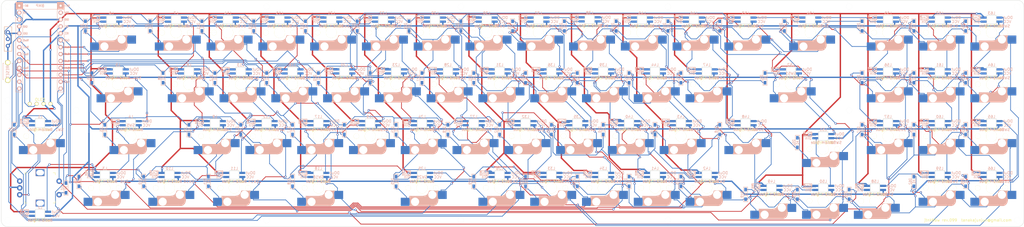
<source format=kicad_pcb>
(kicad_pcb (version 20171130) (host pcbnew "(5.1.12)-1")
  (layers (0 F.Cu signal) (31 B.Cu signal) (34 B.Paste user) (35 F.Paste user) (36 B.SilkS user) (37 F.SilkS user) (38 B.Mask user) (39 F.Mask user) (44 Edge.Cuts user))
  (net 0 "")
  (net 1 "Net-(D1-Pad2)")
  (net 2 Row2)
  (net 3 "Net-(D2-Pad2)")
  (net 4 Row3)
  (net 5 "Net-(D3-Pad2)")
  (net 6 Row0)
  (net 7 "Net-(D4-Pad2)")
  (net 8 Row1)
  (net 9 "Net-(D5-Pad2)")
  (net 10 "Net-(D6-Pad2)")
  (net 11 "Net-(D7-Pad2)")
  (net 12 "Net-(D8-Pad2)")
  (net 13 "Net-(D9-Pad2)")
  (net 14 "Net-(D10-Pad2)")
  (net 15 "Net-(D11-Pad2)")
  (net 16 "Net-(D12-Pad2)")
  (net 17 "Net-(D13-Pad2)")
  (net 18 "Net-(D14-Pad2)")
  (net 19 "Net-(D15-Pad2)")
  (net 20 "Net-(D16-Pad2)")
  (net 21 "Net-(D17-Pad2)")
  (net 22 "Net-(D18-Pad2)")
  (net 23 "Net-(D19-Pad2)")
  (net 24 "Net-(D20-Pad2)")
  (net 25 "Net-(D21-Pad2)")
  (net 26 "Net-(D22-Pad2)")
  (net 27 "Net-(D23-Pad2)")
  (net 28 "Net-(D24-Pad2)")
  (net 29 "Net-(D25-Pad2)")
  (net 30 "Net-(D26-Pad2)")
  (net 31 "Net-(D27-Pad2)")
  (net 32 "Net-(D28-Pad2)")
  (net 33 "Net-(D29-Pad2)")
  (net 34 "Net-(D30-Pad2)")
  (net 35 "Net-(D31-Pad2)")
  (net 36 "Net-(D32-Pad2)")
  (net 37 "Net-(D33-Pad2)")
  (net 38 "Net-(D34-Pad1)")
  (net 39 "Net-(D35-Pad1)")
  (net 40 "Net-(D36-Pad1)")
  (net 41 "Net-(D37-Pad1)")
  (net 42 "Net-(D38-Pad1)")
  (net 43 "Net-(D39-Pad1)")
  (net 44 "Net-(D40-Pad1)")
  (net 45 "Net-(D41-Pad1)")
  (net 46 "Net-(D42-Pad1)")
  (net 47 "Net-(D43-Pad1)")
  (net 48 "Net-(D44-Pad1)")
  (net 49 "Net-(D45-Pad1)")
  (net 50 "Net-(D46-Pad1)")
  (net 51 "Net-(D47-Pad1)")
  (net 52 "Net-(D48-Pad1)")
  (net 53 "Net-(D49-Pad1)")
  (net 54 "Net-(D50-Pad1)")
  (net 55 "Net-(D51-Pad1)")
  (net 56 "Net-(D52-Pad1)")
  (net 57 "Net-(D53-Pad1)")
  (net 58 "Net-(D54-Pad1)")
  (net 59 "Net-(D55-Pad1)")
  (net 60 "Net-(D56-Pad2)")
  (net 61 "Net-(D56-Pad1)")
  (net 62 "Net-(D57-Pad2)")
  (net 63 "Net-(D57-Pad1)")
  (net 64 "Net-(D58-Pad1)")
  (net 65 "Net-(D59-Pad1)")
  (net 66 "Net-(D60-Pad1)")
  (net 67 "Net-(D61-Pad1)")
  (net 68 "Net-(D62-Pad1)")
  (net 69 "Net-(D63-Pad1)")
  (net 70 "Net-(D64-Pad1)")
  (net 71 "Net-(D65-Pad1)")
  (net 72 "Net-(D66-Pad1)")
  (net 73 GND)
  (net 74 Bat+)
  (net 75 "Net-(L1-Pad3)")
  (net 76 "Net-(L1-Pad1)")
  (net 77 VCC)
  (net 78 "Net-(L2-Pad1)")
  (net 79 "Net-(L3-Pad1)")
  (net 80 "Net-(L4-Pad1)")
  (net 81 "Net-(L5-Pad1)")
  (net 82 "Net-(L6-Pad1)")
  (net 83 "Net-(L7-Pad1)")
  (net 84 "Net-(L8-Pad1)")
  (net 85 "Net-(L10-Pad3)")
  (net 86 "Net-(L10-Pad1)")
  (net 87 "Net-(L11-Pad1)")
  (net 88 "Net-(L12-Pad1)")
  (net 89 "Net-(L13-Pad1)")
  (net 90 "Net-(L14-Pad1)")
  (net 91 "Net-(L15-Pad1)")
  (net 92 "Net-(L16-Pad1)")
  (net 93 "Net-(L17-Pad1)")
  (net 94 "Net-(L18-Pad1)")
  (net 95 "Net-(L19-Pad1)")
  (net 96 "Net-(L20-Pad1)")
  (net 97 "Net-(L21-Pad1)")
  (net 98 "Net-(L22-Pad1)")
  (net 99 "Net-(L23-Pad1)")
  (net 100 "Net-(L24-Pad1)")
  (net 101 "Net-(L25-Pad1)")
  (net 102 "Net-(L26-Pad1)")
  (net 103 "Net-(L27-Pad1)")
  (net 104 "Net-(L28-Pad1)")
  (net 105 "Net-(L29-Pad1)")
  (net 106 "Net-(L30-Pad1)")
  (net 107 "Net-(L31-Pad1)")
  (net 108 "Net-(L32-Pad1)")
  (net 109 "Net-(L33-Pad1)")
  (net 110 "Net-(L34-Pad1)")
  (net 111 "Net-(L35-Pad1)")
  (net 112 "Net-(L36-Pad1)")
  (net 113 "Net-(L37-Pad1)")
  (net 114 "Net-(L38-Pad1)")
  (net 115 "Net-(L39-Pad1)")
  (net 116 "Net-(L40-Pad1)")
  (net 117 "Net-(L41-Pad1)")
  (net 118 "Net-(L42-Pad1)")
  (net 119 "Net-(L43-Pad1)")
  (net 120 "Net-(L44-Pad1)")
  (net 121 "Net-(L45-Pad1)")
  (net 122 "Net-(L46-Pad1)")
  (net 123 "Net-(L47-Pad1)")
  (net 124 "Net-(L48-Pad1)")
  (net 125 "Net-(L49-Pad1)")
  (net 126 "Net-(L50-Pad1)")
  (net 127 "Net-(L51-Pad1)")
  (net 128 "Net-(L52-Pad1)")
  (net 129 "Net-(L53-Pad1)")
  (net 130 "Net-(L54-Pad1)")
  (net 131 "Net-(L55-Pad1)")
  (net 132 "Net-(L56-Pad1)")
  (net 133 "Net-(L57-Pad1)")
  (net 134 "Net-(L58-Pad1)")
  (net 135 "Net-(L59-Pad1)")
  (net 136 "Net-(L60-Pad1)")
  (net 137 "Net-(L61-Pad1)")
  (net 138 "Net-(L62-Pad1)")
  (net 139 "Net-(L63-Pad1)")
  (net 140 "Net-(L64-Pad1)")
  (net 141 "Net-(L65-Pad1)")
  (net 142 "Net-(L66-Pad1)")
  (net 143 SCL)
  (net 144 SDA)
  (net 145 Col0)
  (net 146 B1)
  (net 147 A1)
  (net 148 Col1)
  (net 149 Col2)
  (net 150 Col3)
  (net 151 Col4)
  (net 152 Col5)
  (net 153 Col6)
  (net 154 Col7)
  (net 155 Col8)
  (net 156 Reset)
  (net 157 "Net-(U1-Pad24)")
  (net 158 LED)
  (module kbd_SW:CherryMX_Hotswap_1u (layer F.Cu) (at 311.944 61.9125 180)
    (fp_text reference SW51 (at 0 4) (layer B.SilkS) (effects (justify mirror)))
    (fp_text value SW_PUSH hide)
    (pad 2 smd rect (at 5.7 -5.12) (size 3.3 3) (drill (offset -0.45 0)) (layers B.Cu B.Paste B.Mask) (net 55 "Net-(D51-Pad1)"))
    (pad "" np_thru_hole circle (at -5.08 0 180) (size 2 2) (drill 2) (layers *.Cu *.Mask F.SilkS))
    (pad "" np_thru_hole circle (at 5.08 0 180) (size 2 2) (drill 2) (layers *.Cu *.Mask F.SilkS))
    (pad "" np_thru_hole circle (at 0 0 270) (size 4 4) (drill 4) (layers *.Cu *.Mask F.SilkS))
    (pad "" np_thru_hole circle (at 2.54 -5.08) (size 3 3) (drill 3) (layers *.Cu *.Mask))
    (pad "" np_thru_hole circle (at -3.81 -2.54) (size 3 3) (drill 3) (layers *.Cu *.Mask))
    (pad 1 smd rect (at -7 -2.58) (size 3.3 3) (drill (offset 0.45 0)) (layers B.Cu B.Paste B.Mask) (net 151 Col4))
  )
  (module kbd_SW:CherryMX_Hotswap_1u (layer F.Cu) (at 176.212 100.012 180)
    (fp_text reference SW25 (at 0 4) (layer B.SilkS) (effects (justify mirror)))
    (fp_text value SW_PUSH hide)
    (pad 2 smd rect (at 5.7 -5.12) (size 3.3 3) (drill (offset -0.45 0)) (layers B.Cu B.Paste B.Mask) (net 29 "Net-(D25-Pad2)"))
    (pad "" np_thru_hole circle (at -5.08 0 180) (size 2 2) (drill 2) (layers *.Cu *.Mask F.SilkS))
    (pad "" np_thru_hole circle (at 5.08 0 180) (size 2 2) (drill 2) (layers *.Cu *.Mask F.SilkS))
    (pad "" np_thru_hole circle (at 0 0 270) (size 4 4) (drill 4) (layers *.Cu *.Mask F.SilkS))
    (pad "" np_thru_hole circle (at 2.54 -5.08) (size 3 3) (drill 3) (layers *.Cu *.Mask))
    (pad "" np_thru_hole circle (at -3.81 -2.54) (size 3 3) (drill 3) (layers *.Cu *.Mask))
    (pad 1 smd rect (at -7 -2.58) (size 3.3 3) (drill (offset 0.45 0)) (layers B.Cu B.Paste B.Mask) (net 153 Col6))
  )
  (module kbd_SW:CherryMX_Hotswap_1u (layer F.Cu) (at 138.112 100.012 180)
    (fp_text reference SW18 (at 0 4) (layer B.SilkS) (effects (justify mirror)))
    (fp_text value SW_PUSH hide)
    (pad 2 smd rect (at 5.7 -5.12) (size 3.3 3) (drill (offset -0.45 0)) (layers B.Cu B.Paste B.Mask) (net 22 "Net-(D18-Pad2)"))
    (pad "" np_thru_hole circle (at -5.08 0 180) (size 2 2) (drill 2) (layers *.Cu *.Mask F.SilkS))
    (pad "" np_thru_hole circle (at 5.08 0 180) (size 2 2) (drill 2) (layers *.Cu *.Mask F.SilkS))
    (pad "" np_thru_hole circle (at 0 0 270) (size 4 4) (drill 4) (layers *.Cu *.Mask F.SilkS))
    (pad "" np_thru_hole circle (at 2.54 -5.08) (size 3 3) (drill 3) (layers *.Cu *.Mask))
    (pad "" np_thru_hole circle (at -3.81 -2.54) (size 3 3) (drill 3) (layers *.Cu *.Mask))
    (pad 1 smd rect (at -7 -2.58) (size 3.3 3) (drill (offset 0.45 0)) (layers B.Cu B.Paste B.Mask) (net 151 Col4))
  )
  (module kbd_SW:CherryMX_Hotswap_1u (layer F.Cu) (at 69.0562 80.9625 180)
    (fp_text reference SW5 (at 0 4) (layer B.SilkS) (effects (justify mirror)))
    (fp_text value SW_PUSH hide)
    (pad 2 smd rect (at 5.7 -5.12) (size 3.3 3) (drill (offset -0.45 0)) (layers B.Cu B.Paste B.Mask) (net 9 "Net-(D5-Pad2)"))
    (pad "" np_thru_hole circle (at -5.08 0 180) (size 2 2) (drill 2) (layers *.Cu *.Mask F.SilkS))
    (pad "" np_thru_hole circle (at 5.08 0 180) (size 2 2) (drill 2) (layers *.Cu *.Mask F.SilkS))
    (pad "" np_thru_hole circle (at 0 0 270) (size 4 4) (drill 4) (layers *.Cu *.Mask F.SilkS))
    (pad "" np_thru_hole circle (at 2.54 -5.08) (size 3 3) (drill 3) (layers *.Cu *.Mask))
    (pad "" np_thru_hole circle (at -3.81 -2.54) (size 3 3) (drill 3) (layers *.Cu *.Mask))
    (pad 1 smd rect (at -7 -2.58) (size 3.3 3) (drill (offset 0.45 0)) (layers B.Cu B.Paste B.Mask) (net 148 Col1))
  )
  (module kbd_Hole:m2_Screw_Hole_EdgeCuts (layer F.Cu) (at 23.8125 33.3375)
    (fp_text reference J23 hide)
    (fp_text value Conn_01x01 hide)
    (fp_circle (center 0 0) (end 1.1 0) (layer Edge.Cuts) (width 0.01))
  )
  (module kbd_Hole:m2_Screw_Hole_EdgeCuts (layer F.Cu) (at 23.8125 67.75)
    (fp_text reference J22 hide)
    (fp_text value Conn_01x01 hide)
    (fp_circle (center 0 0) (end 1.1 0) (layer Edge.Cuts) (width 0.01))
  )
  (module kbd_Parts:Micon_BMP_GL (layer F.Cu) (at 35.7188 50.0062)
    (fp_text reference U1 hide)
    (fp_text value BLEMicroPro hide)
    (fp_text user Row3 (at -5.25 3.302 180) (layer B.SilkS) (effects (font (size 0.75 0.5) (thickness 0.125)) (justify mirror)))
    (fp_text user Col4 (at 9.95 5.85 180) (layer B.SilkS) (effects (font (size 0.75 0.5) (thickness 0.125)) (justify mirror)))
    (fp_text user Row4 (at -5.2 5.85 180) (layer B.SilkS) (effects (font (size 0.75 0.5) (thickness 0.125)) (justify mirror)))
    (fp_text user Col5 (at 9.95 8.4455 180) (layer B.SilkS) (effects (font (size 0.75 0.5) (thickness 0.125)) (justify mirror)))
    (fp_text user Col7 (at -5.2 8.4455 180) (layer B.SilkS) (effects (font (size 0.75 0.5) (thickness 0.125)) (justify mirror)))
    (fp_text user Col6 (at 9.95 10.95 180) (layer B.SilkS) (effects (font (size 0.75 0.5) (thickness 0.125)) (justify mirror)))
    (fp_text user Col0 (at 9.9 -4.3 180) (layer B.SilkS) (effects (font (size 0.75 0.5) (thickness 0.125)) (justify mirror)))
    (fp_text user Row0 (at -5.161 -4.318 180) (layer B.SilkS) (effects (font (size 0.75 0.5) (thickness 0.125)) (justify mirror)))
    (fp_text user Col1 (at 9.85 -1.778 180) (layer B.SilkS) (effects (font (size 0.75 0.5) (thickness 0.125)) (justify mirror)))
    (fp_text user Row1 (at -5.161 -1.778 180) (layer B.SilkS) (effects (font (size 0.75 0.5) (thickness 0.125)) (justify mirror)))
    (fp_text user Col2 (at 9.9 0.762 180) (layer B.SilkS) (effects (font (size 0.75 0.5) (thickness 0.125)) (justify mirror)))
    (fp_text user Row2 (at -5.2 0.8 180) (layer B.SilkS) (effects (font (size 0.75 0.5) (thickness 0.125)) (justify mirror)))
    (fp_text user Col3 (at 9.9 3.35 180) (layer B.SilkS) (effects (font (size 0.75 0.5) (thickness 0.125)) (justify mirror)))
    (fp_text user GND (at -5.361 -6.7945 180) (layer B.SilkS) (effects (font (size 0.75 0.5) (thickness 0.125)) (justify mirror)))
    (fp_text user VCC (at 9.8155 -6.858 180) (layer B.SilkS) (effects (font (size 0.75 0.5) (thickness 0.125)) (justify mirror)))
    (fp_text user GND (at -5.4245 -9.3345 180) (layer B.SilkS) (effects (font (size 0.75 0.5) (thickness 0.125)) (justify mirror)))
    (fp_text user RST (at 9.8155 -9.3345 180) (layer B.SilkS) (effects (font (size 0.75 0.5) (thickness 0.125)) (justify mirror)))
    (fp_text user GND (at 9.8155 -11.938 180) (layer B.SilkS) (effects (font (size 0.75 0.5) (thickness 0.125)) (justify mirror)))
    (fp_text user LED (at -5.5 -14.478 180) (layer B.SilkS) (effects (font (size 0.75 0.5) (thickness 0.125)) (justify mirror)))
    (fp_text user RAW (at 9.8155 -14.478 180) (layer B.SilkS) (effects (font (size 0.75 0.5) (thickness 0.125)) (justify mirror)))
    (fp_text user "" (at 1.2065 -16.256 180) (layer F.SilkS))
    (fp_text user "" (at 0.5 -17.25 180) (layer B.SilkS) (effects (justify mirror)))
    (fp_text user BAT+ (at 9.9155 -17.018 180) (layer B.SilkS) (effects (font (size 0.75 0.5) (thickness 0.125)) (justify mirror)))
    (fp_text user BAT- (at -5.3 -17.018 180) (layer B.SilkS) (effects (font (size 0.75 0.5) (thickness 0.125)) (justify mirror)))
    (fp_text user BMP (at 0 -17 180) (layer B.SilkS) (effects (justify mirror)))
    (pad 24 thru_hole circle (at 7.5636 -14.478 180) (size 1.524 1.524) (drill 0.8128) (layers *.Cu *.Mask B.SilkS) (net 157 "Net-(U1-Pad24)"))
    (pad 23 thru_hole circle (at 7.5636 -11.938 180) (size 1.524 1.524) (drill 0.8128) (layers *.Cu *.Mask B.SilkS) (net 73 GND))
    (pad 22 thru_hole circle (at 7.5636 -9.398 180) (size 1.524 1.524) (drill 0.8128) (layers *.Cu *.Mask B.SilkS) (net 156 Reset))
    (pad 21 thru_hole circle (at 7.5636 -6.858 180) (size 1.524 1.524) (drill 0.8128) (layers *.Cu *.Mask B.SilkS) (net 77 VCC))
    (pad 20 thru_hole circle (at 7.5636 -4.318 180) (size 1.524 1.524) (drill 0.8128) (layers *.Cu *.Mask B.SilkS) (net 145 Col0))
    (pad 19 thru_hole circle (at 7.5636 -1.778 180) (size 1.524 1.524) (drill 0.8128) (layers *.Cu *.Mask B.SilkS) (net 148 Col1))
    (pad 18 thru_hole circle (at 7.5636 0.762 180) (size 1.524 1.524) (drill 0.8128) (layers *.Cu *.Mask B.SilkS) (net 149 Col2))
    (pad 17 thru_hole circle (at 7.5636 3.302 180) (size 1.524 1.524) (drill 0.8128) (layers *.Cu *.Mask B.SilkS) (net 150 Col3))
    (pad 16 thru_hole circle (at 7.5636 5.842 180) (size 1.524 1.524) (drill 0.8128) (layers *.Cu *.Mask B.SilkS) (net 151 Col4))
    (pad 15 thru_hole circle (at 7.5636 8.382 180) (size 1.524 1.524) (drill 0.8128) (layers *.Cu *.Mask B.SilkS) (net 152 Col5))
    (pad 14 thru_hole circle (at 7.5636 10.922 180) (size 1.524 1.524) (drill 0.8128) (layers *.Cu *.Mask B.SilkS) (net 153 Col6))
    (pad 13 thru_hole circle (at 7.5636 13.462 180) (size 1.524 1.524) (drill 0.8128) (layers *.Cu *.Mask B.SilkS) (net 146 B1))
    (pad 12 thru_hole circle (at -7.6564 13.462 180) (size 1.524 1.524) (drill 0.8128) (layers *.Cu *.Mask B.SilkS) (net 147 A1))
    (pad 11 thru_hole circle (at -7.6564 10.922 180) (size 1.524 1.524) (drill 0.8128) (layers *.Cu *.Mask B.SilkS) (net 155 Col8))
    (pad 10 thru_hole circle (at -7.6564 8.382 180) (size 1.524 1.524) (drill 0.8128) (layers *.Cu *.Mask B.SilkS) (net 154 Col7))
    (pad 9 thru_hole circle (at -7.6564 5.842 180) (size 1.524 1.524) (drill 0.8128) (layers *.Cu *.Mask B.SilkS) (net 4 Row3))
    (pad 8 thru_hole circle (at -7.6564 3.302 180) (size 1.524 1.524) (drill 0.8128) (layers *.Cu *.Mask B.SilkS) (net 2 Row2))
    (pad 7 thru_hole circle (at -7.6564 0.762 180) (size 1.524 1.524) (drill 0.8128) (layers *.Cu *.Mask B.SilkS) (net 8 Row1))
    (pad 6 thru_hole circle (at -7.6564 -1.778 180) (size 1.524 1.524) (drill 0.8128) (layers *.Cu *.Mask B.SilkS) (net 143 SCL))
    (pad 5 thru_hole circle (at -7.6564 -4.318 180) (size 1.524 1.524) (drill 0.8128) (layers *.Cu *.Mask B.SilkS) (net 144 SDA))
    (pad 4 thru_hole circle (at -7.6564 -6.858 180) (size 1.524 1.524) (drill 0.8128) (layers *.Cu *.Mask B.SilkS) (net 73 GND))
    (pad 3 thru_hole circle (at -7.6564 -9.398 180) (size 1.524 1.524) (drill 0.8128) (layers *.Cu *.Mask B.SilkS) (net 73 GND))
    (pad 2 thru_hole circle (at -7.6564 -11.938 180) (size 1.524 1.524) (drill 0.8128) (layers *.Cu *.Mask B.SilkS) (net 6 Row0))
    (pad 1 thru_hole circle (at -7.6564 -14.478 180) (size 1.524 1.524) (drill 0.8128) (layers *.Cu *.Mask B.SilkS) (net 158 LED))
    (pad 26 thru_hole circle (at -7.6564 -17.018 180) (size 1.524 1.524) (drill 0.8128) (layers *.Cu *.Mask B.SilkS) (net 73 GND))
    (pad 25 thru_hole circle (at 7.5636 -17.018 180) (size 1.524 1.524) (drill 0.8128) (layers *.Cu *.Mask B.SilkS) (net 74 Bat+))
  )
  (module kbd_Parts:ResetSW (layer F.Cu) (at 23.8125 57.15 270)
    (fp_text reference SW67 hide)
    (fp_text value SW_PUSH)
    (fp_text user RESET (at 0.127 0 90) (layer B.SilkS) (effects (justify mirror)))
    (pad 2 thru_hole circle (at -3.25 0 270) (size 2 2) (drill 1.3) (layers *.Cu *.Mask F.SilkS) (net 73 GND))
    (pad 1 thru_hole circle (at 3.25 0 270) (size 2 2) (drill 1.3) (layers *.Cu *.Mask F.SilkS) (net 156 Reset))
  )
  (module kbd_SW:CherryMX_Hotswap_1u (layer F.Cu) (at 385.762 100.012 180)
    (fp_text reference SW66 (at -4.7625 2.38125) (layer B.SilkS) (effects (justify mirror)))
    (fp_text value SW_PUSH hide)
    (pad 2 smd rect (at 5.7 -5.12) (size 3.3 3) (drill (offset -0.45 0)) (layers B.Cu B.Paste B.Mask) (net 72 "Net-(D66-Pad1)"))
    (pad "" np_thru_hole circle (at -5.08 0 180) (size 2 2) (drill 2) (layers *.Cu *.Mask F.SilkS))
    (pad "" np_thru_hole circle (at 5.08 0 180) (size 2 2) (drill 2) (layers *.Cu *.Mask F.SilkS))
    (pad "" np_thru_hole circle (at 0 0 270) (size 4 4) (drill 4) (layers *.Cu *.Mask F.SilkS))
    (pad "" np_thru_hole circle (at 2.54 -5.08) (size 3 3) (drill 3) (layers *.Cu *.Mask))
    (pad "" np_thru_hole circle (at -3.81 -2.54) (size 3 3) (drill 3) (layers *.Cu *.Mask))
    (pad 1 smd rect (at -7 -2.58) (size 3.3 3) (drill (offset 0.45 0)) (layers B.Cu B.Paste B.Mask) (net 155 Col8))
  )
  (module kbd_SW:CherryMX_Hotswap_1u (layer F.Cu) (at 385.762 80.9625 180)
    (fp_text reference SW65 (at -4.7625 2.38125) (layer B.SilkS) (effects (justify mirror)))
    (fp_text value SW_PUSH hide)
    (pad 2 smd rect (at 5.7 -5.12) (size 3.3 3) (drill (offset -0.45 0)) (layers B.Cu B.Paste B.Mask) (net 71 "Net-(D65-Pad1)"))
    (pad "" np_thru_hole circle (at -5.08 0 180) (size 2 2) (drill 2) (layers *.Cu *.Mask F.SilkS))
    (pad "" np_thru_hole circle (at 5.08 0 180) (size 2 2) (drill 2) (layers *.Cu *.Mask F.SilkS))
    (pad "" np_thru_hole circle (at 0 0 270) (size 4 4) (drill 4) (layers *.Cu *.Mask F.SilkS))
    (pad "" np_thru_hole circle (at 2.54 -5.08) (size 3 3) (drill 3) (layers *.Cu *.Mask))
    (pad "" np_thru_hole circle (at -3.81 -2.54) (size 3 3) (drill 3) (layers *.Cu *.Mask))
    (pad 1 smd rect (at -7 -2.58) (size 3.3 3) (drill (offset 0.45 0)) (layers B.Cu B.Paste B.Mask) (net 155 Col8))
  )
  (module kbd_SW:CherryMX_Hotswap_1u (layer F.Cu) (at 385.762 61.9125 180)
    (fp_text reference SW64 (at -4.7625 2.38125) (layer B.SilkS) (effects (justify mirror)))
    (fp_text value SW_PUSH hide)
    (pad 2 smd rect (at 5.7 -5.12) (size 3.3 3) (drill (offset -0.45 0)) (layers B.Cu B.Paste B.Mask) (net 70 "Net-(D64-Pad1)"))
    (pad "" np_thru_hole circle (at -5.08 0 180) (size 2 2) (drill 2) (layers *.Cu *.Mask F.SilkS))
    (pad "" np_thru_hole circle (at 5.08 0 180) (size 2 2) (drill 2) (layers *.Cu *.Mask F.SilkS))
    (pad "" np_thru_hole circle (at 0 0 270) (size 4 4) (drill 4) (layers *.Cu *.Mask F.SilkS))
    (pad "" np_thru_hole circle (at 2.54 -5.08) (size 3 3) (drill 3) (layers *.Cu *.Mask))
    (pad "" np_thru_hole circle (at -3.81 -2.54) (size 3 3) (drill 3) (layers *.Cu *.Mask))
    (pad 1 smd rect (at -7 -2.58) (size 3.3 3) (drill (offset 0.45 0)) (layers B.Cu B.Paste B.Mask) (net 155 Col8))
  )
  (module kbd_SW:CherryMX_Hotswap_1u (layer F.Cu) (at 385.762 42.8625 180)
    (fp_text reference SW63 (at -4.7625 2.38125) (layer B.SilkS) (effects (justify mirror)))
    (fp_text value SW_PUSH hide)
    (pad 2 smd rect (at 5.7 -5.12) (size 3.3 3) (drill (offset -0.45 0)) (layers B.Cu B.Paste B.Mask) (net 69 "Net-(D63-Pad1)"))
    (pad "" np_thru_hole circle (at -5.08 0 180) (size 2 2) (drill 2) (layers *.Cu *.Mask F.SilkS))
    (pad "" np_thru_hole circle (at 5.08 0 180) (size 2 2) (drill 2) (layers *.Cu *.Mask F.SilkS))
    (pad "" np_thru_hole circle (at 0 0 270) (size 4 4) (drill 4) (layers *.Cu *.Mask F.SilkS))
    (pad "" np_thru_hole circle (at 2.54 -5.08) (size 3 3) (drill 3) (layers *.Cu *.Mask))
    (pad "" np_thru_hole circle (at -3.81 -2.54) (size 3 3) (drill 3) (layers *.Cu *.Mask))
    (pad 1 smd rect (at -7 -2.58) (size 3.3 3) (drill (offset 0.45 0)) (layers B.Cu B.Paste B.Mask) (net 155 Col8))
  )
  (module kbd_SW:CherryMX_Hotswap_1u (layer F.Cu) (at 366.712 100.012 180)
    (fp_text reference SW62 (at -4.7625 2.38125) (layer B.SilkS) (effects (justify mirror)))
    (fp_text value SW_PUSH hide)
    (pad 2 smd rect (at 5.7 -5.12) (size 3.3 3) (drill (offset -0.45 0)) (layers B.Cu B.Paste B.Mask) (net 68 "Net-(D62-Pad1)"))
    (pad "" np_thru_hole circle (at -5.08 0 180) (size 2 2) (drill 2) (layers *.Cu *.Mask F.SilkS))
    (pad "" np_thru_hole circle (at 5.08 0 180) (size 2 2) (drill 2) (layers *.Cu *.Mask F.SilkS))
    (pad "" np_thru_hole circle (at 0 0 270) (size 4 4) (drill 4) (layers *.Cu *.Mask F.SilkS))
    (pad "" np_thru_hole circle (at 2.54 -5.08) (size 3 3) (drill 3) (layers *.Cu *.Mask))
    (pad "" np_thru_hole circle (at -3.81 -2.54) (size 3 3) (drill 3) (layers *.Cu *.Mask))
    (pad 1 smd rect (at -7 -2.58) (size 3.3 3) (drill (offset 0.45 0)) (layers B.Cu B.Paste B.Mask) (net 154 Col7))
  )
  (module kbd_SW:CherryMX_Hotswap_1u (layer F.Cu) (at 366.712 80.9625 180)
    (fp_text reference SW61 (at -4.7625 2.38125) (layer B.SilkS) (effects (justify mirror)))
    (fp_text value SW_PUSH hide)
    (pad 2 smd rect (at 5.7 -5.12) (size 3.3 3) (drill (offset -0.45 0)) (layers B.Cu B.Paste B.Mask) (net 67 "Net-(D61-Pad1)"))
    (pad "" np_thru_hole circle (at -5.08 0 180) (size 2 2) (drill 2) (layers *.Cu *.Mask F.SilkS))
    (pad "" np_thru_hole circle (at 5.08 0 180) (size 2 2) (drill 2) (layers *.Cu *.Mask F.SilkS))
    (pad "" np_thru_hole circle (at 0 0 270) (size 4 4) (drill 4) (layers *.Cu *.Mask F.SilkS))
    (pad "" np_thru_hole circle (at 2.54 -5.08) (size 3 3) (drill 3) (layers *.Cu *.Mask))
    (pad "" np_thru_hole circle (at -3.81 -2.54) (size 3 3) (drill 3) (layers *.Cu *.Mask))
    (pad 1 smd rect (at -7 -2.58) (size 3.3 3) (drill (offset 0.45 0)) (layers B.Cu B.Paste B.Mask) (net 154 Col7))
  )
  (module kbd_SW:CherryMX_Hotswap_1u (layer F.Cu) (at 366.712 61.9125 180)
    (fp_text reference SW60 (at -4.7625 2.38125) (layer B.SilkS) (effects (justify mirror)))
    (fp_text value SW_PUSH hide)
    (pad 2 smd rect (at 5.7 -5.12) (size 3.3 3) (drill (offset -0.45 0)) (layers B.Cu B.Paste B.Mask) (net 66 "Net-(D60-Pad1)"))
    (pad "" np_thru_hole circle (at -5.08 0 180) (size 2 2) (drill 2) (layers *.Cu *.Mask F.SilkS))
    (pad "" np_thru_hole circle (at 5.08 0 180) (size 2 2) (drill 2) (layers *.Cu *.Mask F.SilkS))
    (pad "" np_thru_hole circle (at 0 0 270) (size 4 4) (drill 4) (layers *.Cu *.Mask F.SilkS))
    (pad "" np_thru_hole circle (at 2.54 -5.08) (size 3 3) (drill 3) (layers *.Cu *.Mask))
    (pad "" np_thru_hole circle (at -3.81 -2.54) (size 3 3) (drill 3) (layers *.Cu *.Mask))
    (pad 1 smd rect (at -7 -2.58) (size 3.3 3) (drill (offset 0.45 0)) (layers B.Cu B.Paste B.Mask) (net 154 Col7))
  )
  (module kbd_SW:CherryMX_Hotswap_1u (layer F.Cu) (at 366.712 42.8625 180)
    (fp_text reference SW59 (at -4.7625 2.38125) (layer B.SilkS) (effects (justify mirror)))
    (fp_text value SW_PUSH hide)
    (pad 2 smd rect (at 5.7 -5.12) (size 3.3 3) (drill (offset -0.45 0)) (layers B.Cu B.Paste B.Mask) (net 65 "Net-(D59-Pad1)"))
    (pad "" np_thru_hole circle (at -5.08 0 180) (size 2 2) (drill 2) (layers *.Cu *.Mask F.SilkS))
    (pad "" np_thru_hole circle (at 5.08 0 180) (size 2 2) (drill 2) (layers *.Cu *.Mask F.SilkS))
    (pad "" np_thru_hole circle (at 0 0 270) (size 4 4) (drill 4) (layers *.Cu *.Mask F.SilkS))
    (pad "" np_thru_hole circle (at 2.54 -5.08) (size 3 3) (drill 3) (layers *.Cu *.Mask))
    (pad "" np_thru_hole circle (at -3.81 -2.54) (size 3 3) (drill 3) (layers *.Cu *.Mask))
    (pad 1 smd rect (at -7 -2.58) (size 3.3 3) (drill (offset 0.45 0)) (layers B.Cu B.Paste B.Mask) (net 154 Col7))
  )
  (module kbd_SW:CherryMX_Hotswap_1u (layer F.Cu) (at 342.9 104.775 180)
    (fp_text reference SW58 (at -4.7625 2.38125) (layer B.SilkS) (effects (justify mirror)))
    (fp_text value SW_PUSH hide)
    (pad 2 smd rect (at 5.7 -5.12) (size 3.3 3) (drill (offset -0.45 0)) (layers B.Cu B.Paste B.Mask) (net 64 "Net-(D58-Pad1)"))
    (pad "" np_thru_hole circle (at -5.08 0 180) (size 2 2) (drill 2) (layers *.Cu *.Mask F.SilkS))
    (pad "" np_thru_hole circle (at 5.08 0 180) (size 2 2) (drill 2) (layers *.Cu *.Mask F.SilkS))
    (pad "" np_thru_hole circle (at 0 0 270) (size 4 4) (drill 4) (layers *.Cu *.Mask F.SilkS))
    (pad "" np_thru_hole circle (at 2.54 -5.08) (size 3 3) (drill 3) (layers *.Cu *.Mask))
    (pad "" np_thru_hole circle (at -3.81 -2.54) (size 3 3) (drill 3) (layers *.Cu *.Mask))
    (pad 1 smd rect (at -7 -2.58) (size 3.3 3) (drill (offset 0.45 0)) (layers B.Cu B.Paste B.Mask) (net 153 Col6))
  )
  (module kbd_SW:CherryMX_Hotswap_1u (layer F.Cu) (at 347.662 80.9625 180)
    (fp_text reference SW57 (at -4.7625 2.38125) (layer B.SilkS) (effects (justify mirror)))
    (fp_text value SW_PUSH hide)
    (pad 2 smd rect (at 5.7 -5.12) (size 3.3 3) (drill (offset -0.45 0)) (layers B.Cu B.Paste B.Mask) (net 63 "Net-(D57-Pad1)"))
    (pad "" np_thru_hole circle (at -5.08 0 180) (size 2 2) (drill 2) (layers *.Cu *.Mask F.SilkS))
    (pad "" np_thru_hole circle (at 5.08 0 180) (size 2 2) (drill 2) (layers *.Cu *.Mask F.SilkS))
    (pad "" np_thru_hole circle (at 0 0 270) (size 4 4) (drill 4) (layers *.Cu *.Mask F.SilkS))
    (pad "" np_thru_hole circle (at 2.54 -5.08) (size 3 3) (drill 3) (layers *.Cu *.Mask))
    (pad "" np_thru_hole circle (at -3.81 -2.54) (size 3 3) (drill 3) (layers *.Cu *.Mask))
    (pad 1 smd rect (at -7 -2.58) (size 3.3 3) (drill (offset 0.45 0)) (layers B.Cu B.Paste B.Mask) (net 153 Col6))
  )
  (module kbd_SW:CherryMX_Hotswap_1u (layer F.Cu) (at 347.662 61.9125 180)
    (fp_text reference SW56 (at -4.7625 2.38125) (layer B.SilkS) (effects (justify mirror)))
    (fp_text value SW_PUSH hide)
    (pad 2 smd rect (at 5.7 -5.12) (size 3.3 3) (drill (offset -0.45 0)) (layers B.Cu B.Paste B.Mask) (net 61 "Net-(D56-Pad1)"))
    (pad "" np_thru_hole circle (at -5.08 0 180) (size 2 2) (drill 2) (layers *.Cu *.Mask F.SilkS))
    (pad "" np_thru_hole circle (at 5.08 0 180) (size 2 2) (drill 2) (layers *.Cu *.Mask F.SilkS))
    (pad "" np_thru_hole circle (at 0 0 270) (size 4 4) (drill 4) (layers *.Cu *.Mask F.SilkS))
    (pad "" np_thru_hole circle (at 2.54 -5.08) (size 3 3) (drill 3) (layers *.Cu *.Mask))
    (pad "" np_thru_hole circle (at -3.81 -2.54) (size 3 3) (drill 3) (layers *.Cu *.Mask))
    (pad 1 smd rect (at -7 -2.58) (size 3.3 3) (drill (offset 0.45 0)) (layers B.Cu B.Paste B.Mask) (net 153 Col6))
  )
  (module kbd_SW:CherryMX_Hotswap_1u (layer F.Cu) (at 347.662 42.8625 180)
    (fp_text reference SW55 (at -4.7625 2.38125) (layer B.SilkS) (effects (justify mirror)))
    (fp_text value SW_PUSH hide)
    (pad 2 smd rect (at 5.7 -5.12) (size 3.3 3) (drill (offset -0.45 0)) (layers B.Cu B.Paste B.Mask) (net 59 "Net-(D55-Pad1)"))
    (pad "" np_thru_hole circle (at -5.08 0 180) (size 2 2) (drill 2) (layers *.Cu *.Mask F.SilkS))
    (pad "" np_thru_hole circle (at 5.08 0 180) (size 2 2) (drill 2) (layers *.Cu *.Mask F.SilkS))
    (pad "" np_thru_hole circle (at 0 0 270) (size 4 4) (drill 4) (layers *.Cu *.Mask F.SilkS))
    (pad "" np_thru_hole circle (at 2.54 -5.08) (size 3 3) (drill 3) (layers *.Cu *.Mask))
    (pad "" np_thru_hole circle (at -3.81 -2.54) (size 3 3) (drill 3) (layers *.Cu *.Mask))
    (pad 1 smd rect (at -7 -2.58) (size 3.3 3) (drill (offset 0.45 0)) (layers B.Cu B.Paste B.Mask) (net 153 Col6))
  )
  (module kbd_SW:CherryMX_Hotswap_1u (layer F.Cu) (at 319.088 42.8625 180)
    (fp_text reference SW54 (at -4.7625 2.38125) (layer B.SilkS) (effects (justify mirror)))
    (fp_text value SW_PUSH hide)
    (pad 2 smd rect (at 5.7 -5.12) (size 3.3 3) (drill (offset -0.45 0)) (layers B.Cu B.Paste B.Mask) (net 58 "Net-(D54-Pad1)"))
    (pad "" np_thru_hole circle (at -5.08 0 180) (size 2 2) (drill 2) (layers *.Cu *.Mask F.SilkS))
    (pad "" np_thru_hole circle (at 5.08 0 180) (size 2 2) (drill 2) (layers *.Cu *.Mask F.SilkS))
    (pad "" np_thru_hole circle (at 0 0 270) (size 4 4) (drill 4) (layers *.Cu *.Mask F.SilkS))
    (pad "" np_thru_hole circle (at 2.54 -5.08) (size 3 3) (drill 3) (layers *.Cu *.Mask))
    (pad "" np_thru_hole circle (at -3.81 -2.54) (size 3 3) (drill 3) (layers *.Cu *.Mask))
    (pad 1 smd rect (at -7 -2.58) (size 3.3 3) (drill (offset 0.45 0)) (layers B.Cu B.Paste B.Mask) (net 152 Col5))
  )
  (module kbd_SW:CherryMX_Hotswap_1u (layer F.Cu) (at 323.85 104.775 180)
    (fp_text reference SW53 (at -4.7625 2.38125) (layer B.SilkS) (effects (justify mirror)))
    (fp_text value SW_PUSH hide)
    (pad 2 smd rect (at 5.7 -5.12) (size 3.3 3) (drill (offset -0.45 0)) (layers B.Cu B.Paste B.Mask) (net 57 "Net-(D53-Pad1)"))
    (pad "" np_thru_hole circle (at -5.08 0 180) (size 2 2) (drill 2) (layers *.Cu *.Mask F.SilkS))
    (pad "" np_thru_hole circle (at 5.08 0 180) (size 2 2) (drill 2) (layers *.Cu *.Mask F.SilkS))
    (pad "" np_thru_hole circle (at 0 0 270) (size 4 4) (drill 4) (layers *.Cu *.Mask F.SilkS))
    (pad "" np_thru_hole circle (at 2.54 -5.08) (size 3 3) (drill 3) (layers *.Cu *.Mask))
    (pad "" np_thru_hole circle (at -3.81 -2.54) (size 3 3) (drill 3) (layers *.Cu *.Mask))
    (pad 1 smd rect (at -7 -2.58) (size 3.3 3) (drill (offset 0.45 0)) (layers B.Cu B.Paste B.Mask) (net 151 Col4))
  )
  (module kbd_SW:CherryMX_Hotswap_1u (layer F.Cu) (at 323.85 85.725 180)
    (fp_text reference SW52 (at -4.7625 2.38125) (layer B.SilkS) (effects (justify mirror)))
    (fp_text value SW_PUSH hide)
    (pad 2 smd rect (at 5.7 -5.12) (size 3.3 3) (drill (offset -0.45 0)) (layers B.Cu B.Paste B.Mask) (net 56 "Net-(D52-Pad1)"))
    (pad "" np_thru_hole circle (at -5.08 0 180) (size 2 2) (drill 2) (layers *.Cu *.Mask F.SilkS))
    (pad "" np_thru_hole circle (at 5.08 0 180) (size 2 2) (drill 2) (layers *.Cu *.Mask F.SilkS))
    (pad "" np_thru_hole circle (at 0 0 270) (size 4 4) (drill 4) (layers *.Cu *.Mask F.SilkS))
    (pad "" np_thru_hole circle (at 2.54 -5.08) (size 3 3) (drill 3) (layers *.Cu *.Mask))
    (pad "" np_thru_hole circle (at -3.81 -2.54) (size 3 3) (drill 3) (layers *.Cu *.Mask))
    (pad 1 smd rect (at -7 -2.58) (size 3.3 3) (drill (offset 0.45 0)) (layers B.Cu B.Paste B.Mask) (net 151 Col4))
  )
  (module kbd_SW:CherryMX_Hotswap_1u (layer F.Cu) (at 295.275 42.8625 180)
    (fp_text reference SW50 (at -4.7625 2.38125) (layer B.SilkS) (effects (justify mirror)))
    (fp_text value SW_PUSH hide)
    (pad 2 smd rect (at 5.7 -5.12) (size 3.3 3) (drill (offset -0.45 0)) (layers B.Cu B.Paste B.Mask) (net 54 "Net-(D50-Pad1)"))
    (pad "" np_thru_hole circle (at -5.08 0 180) (size 2 2) (drill 2) (layers *.Cu *.Mask F.SilkS))
    (pad "" np_thru_hole circle (at 5.08 0 180) (size 2 2) (drill 2) (layers *.Cu *.Mask F.SilkS))
    (pad "" np_thru_hole circle (at 0 0 270) (size 4 4) (drill 4) (layers *.Cu *.Mask F.SilkS))
    (pad "" np_thru_hole circle (at 2.54 -5.08) (size 3 3) (drill 3) (layers *.Cu *.Mask))
    (pad "" np_thru_hole circle (at -3.81 -2.54) (size 3 3) (drill 3) (layers *.Cu *.Mask))
    (pad 1 smd rect (at -7 -2.58) (size 3.3 3) (drill (offset 0.45 0)) (layers B.Cu B.Paste B.Mask) (net 151 Col4))
  )
  (module kbd_SW:CherryMX_Hotswap_1u (layer F.Cu) (at 304.8 104.775 180)
    (fp_text reference SW49 (at -4.7625 2.38125) (layer B.SilkS) (effects (justify mirror)))
    (fp_text value SW_PUSH hide)
    (pad 2 smd rect (at 5.7 -5.12) (size 3.3 3) (drill (offset -0.45 0)) (layers B.Cu B.Paste B.Mask) (net 53 "Net-(D49-Pad1)"))
    (pad "" np_thru_hole circle (at -5.08 0 180) (size 2 2) (drill 2) (layers *.Cu *.Mask F.SilkS))
    (pad "" np_thru_hole circle (at 5.08 0 180) (size 2 2) (drill 2) (layers *.Cu *.Mask F.SilkS))
    (pad "" np_thru_hole circle (at 0 0 270) (size 4 4) (drill 4) (layers *.Cu *.Mask F.SilkS))
    (pad "" np_thru_hole circle (at 2.54 -5.08) (size 3 3) (drill 3) (layers *.Cu *.Mask))
    (pad "" np_thru_hole circle (at -3.81 -2.54) (size 3 3) (drill 3) (layers *.Cu *.Mask))
    (pad 1 smd rect (at -7 -2.58) (size 3.3 3) (drill (offset 0.45 0)) (layers B.Cu B.Paste B.Mask) (net 150 Col3))
  )
  (module kbd_SW:CherryMX_Hotswap_1u (layer F.Cu) (at 295.275 80.9625 180)
    (fp_text reference SW48 (at -4.7625 2.38125) (layer B.SilkS) (effects (justify mirror)))
    (fp_text value SW_PUSH hide)
    (pad 2 smd rect (at 5.7 -5.12) (size 3.3 3) (drill (offset -0.45 0)) (layers B.Cu B.Paste B.Mask) (net 52 "Net-(D48-Pad1)"))
    (pad "" np_thru_hole circle (at -5.08 0 180) (size 2 2) (drill 2) (layers *.Cu *.Mask F.SilkS))
    (pad "" np_thru_hole circle (at 5.08 0 180) (size 2 2) (drill 2) (layers *.Cu *.Mask F.SilkS))
    (pad "" np_thru_hole circle (at 0 0 270) (size 4 4) (drill 4) (layers *.Cu *.Mask F.SilkS))
    (pad "" np_thru_hole circle (at 2.54 -5.08) (size 3 3) (drill 3) (layers *.Cu *.Mask))
    (pad "" np_thru_hole circle (at -3.81 -2.54) (size 3 3) (drill 3) (layers *.Cu *.Mask))
    (pad 1 smd rect (at -7 -2.58) (size 3.3 3) (drill (offset 0.45 0)) (layers B.Cu B.Paste B.Mask) (net 150 Col3))
  )
  (module kbd_SW:CherryMX_Hotswap_1u (layer F.Cu) (at 280.988 61.9125 180)
    (fp_text reference SW47 (at -4.7625 2.38125) (layer B.SilkS) (effects (justify mirror)))
    (fp_text value SW_PUSH hide)
    (pad 2 smd rect (at 5.7 -5.12) (size 3.3 3) (drill (offset -0.45 0)) (layers B.Cu B.Paste B.Mask) (net 51 "Net-(D47-Pad1)"))
    (pad "" np_thru_hole circle (at -5.08 0 180) (size 2 2) (drill 2) (layers *.Cu *.Mask F.SilkS))
    (pad "" np_thru_hole circle (at 5.08 0 180) (size 2 2) (drill 2) (layers *.Cu *.Mask F.SilkS))
    (pad "" np_thru_hole circle (at 0 0 270) (size 4 4) (drill 4) (layers *.Cu *.Mask F.SilkS))
    (pad "" np_thru_hole circle (at 2.54 -5.08) (size 3 3) (drill 3) (layers *.Cu *.Mask))
    (pad "" np_thru_hole circle (at -3.81 -2.54) (size 3 3) (drill 3) (layers *.Cu *.Mask))
    (pad 1 smd rect (at -7 -2.58) (size 3.3 3) (drill (offset 0.45 0)) (layers B.Cu B.Paste B.Mask) (net 150 Col3))
  )
  (module kbd_SW:CherryMX_Hotswap_1u (layer F.Cu) (at 276.225 42.8625 180)
    (fp_text reference SW46 (at -4.7625 2.38125) (layer B.SilkS) (effects (justify mirror)))
    (fp_text value SW_PUSH hide)
    (pad 2 smd rect (at 5.7 -5.12) (size 3.3 3) (drill (offset -0.45 0)) (layers B.Cu B.Paste B.Mask) (net 50 "Net-(D46-Pad1)"))
    (pad "" np_thru_hole circle (at -5.08 0 180) (size 2 2) (drill 2) (layers *.Cu *.Mask F.SilkS))
    (pad "" np_thru_hole circle (at 5.08 0 180) (size 2 2) (drill 2) (layers *.Cu *.Mask F.SilkS))
    (pad "" np_thru_hole circle (at 0 0 270) (size 4 4) (drill 4) (layers *.Cu *.Mask F.SilkS))
    (pad "" np_thru_hole circle (at 2.54 -5.08) (size 3 3) (drill 3) (layers *.Cu *.Mask))
    (pad "" np_thru_hole circle (at -3.81 -2.54) (size 3 3) (drill 3) (layers *.Cu *.Mask))
    (pad 1 smd rect (at -7 -2.58) (size 3.3 3) (drill (offset 0.45 0)) (layers B.Cu B.Paste B.Mask) (net 150 Col3))
  )
  (module kbd_SW:CherryMX_Hotswap_1u (layer F.Cu) (at 280.988 100.012 180)
    (fp_text reference SW45 (at -4.7625 2.38125) (layer B.SilkS) (effects (justify mirror)))
    (fp_text value SW_PUSH hide)
    (pad 2 smd rect (at 5.7 -5.12) (size 3.3 3) (drill (offset -0.45 0)) (layers B.Cu B.Paste B.Mask) (net 49 "Net-(D45-Pad1)"))
    (pad "" np_thru_hole circle (at -5.08 0 180) (size 2 2) (drill 2) (layers *.Cu *.Mask F.SilkS))
    (pad "" np_thru_hole circle (at 5.08 0 180) (size 2 2) (drill 2) (layers *.Cu *.Mask F.SilkS))
    (pad "" np_thru_hole circle (at 0 0 270) (size 4 4) (drill 4) (layers *.Cu *.Mask F.SilkS))
    (pad "" np_thru_hole circle (at 2.54 -5.08) (size 3 3) (drill 3) (layers *.Cu *.Mask))
    (pad "" np_thru_hole circle (at -3.81 -2.54) (size 3 3) (drill 3) (layers *.Cu *.Mask))
    (pad 1 smd rect (at -7 -2.58) (size 3.3 3) (drill (offset 0.45 0)) (layers B.Cu B.Paste B.Mask) (net 149 Col2))
  )
  (module kbd_SW:CherryMX_Hotswap_1u (layer F.Cu) (at 271.462 80.9625 180)
    (fp_text reference SW44 (at -4.7625 2.38125) (layer B.SilkS) (effects (justify mirror)))
    (fp_text value SW_PUSH hide)
    (pad 2 smd rect (at 5.7 -5.12) (size 3.3 3) (drill (offset -0.45 0)) (layers B.Cu B.Paste B.Mask) (net 48 "Net-(D44-Pad1)"))
    (pad "" np_thru_hole circle (at -5.08 0 180) (size 2 2) (drill 2) (layers *.Cu *.Mask F.SilkS))
    (pad "" np_thru_hole circle (at 5.08 0 180) (size 2 2) (drill 2) (layers *.Cu *.Mask F.SilkS))
    (pad "" np_thru_hole circle (at 0 0 270) (size 4 4) (drill 4) (layers *.Cu *.Mask F.SilkS))
    (pad "" np_thru_hole circle (at 2.54 -5.08) (size 3 3) (drill 3) (layers *.Cu *.Mask))
    (pad "" np_thru_hole circle (at -3.81 -2.54) (size 3 3) (drill 3) (layers *.Cu *.Mask))
    (pad 1 smd rect (at -7 -2.58) (size 3.3 3) (drill (offset 0.45 0)) (layers B.Cu B.Paste B.Mask) (net 149 Col2))
  )
  (module kbd_SW:CherryMX_Hotswap_1u (layer F.Cu) (at 261.938 61.9125 180)
    (fp_text reference SW43 (at -4.7625 2.38125) (layer B.SilkS) (effects (justify mirror)))
    (fp_text value SW_PUSH hide)
    (pad 2 smd rect (at 5.7 -5.12) (size 3.3 3) (drill (offset -0.45 0)) (layers B.Cu B.Paste B.Mask) (net 47 "Net-(D43-Pad1)"))
    (pad "" np_thru_hole circle (at -5.08 0 180) (size 2 2) (drill 2) (layers *.Cu *.Mask F.SilkS))
    (pad "" np_thru_hole circle (at 5.08 0 180) (size 2 2) (drill 2) (layers *.Cu *.Mask F.SilkS))
    (pad "" np_thru_hole circle (at 0 0 270) (size 4 4) (drill 4) (layers *.Cu *.Mask F.SilkS))
    (pad "" np_thru_hole circle (at 2.54 -5.08) (size 3 3) (drill 3) (layers *.Cu *.Mask))
    (pad "" np_thru_hole circle (at -3.81 -2.54) (size 3 3) (drill 3) (layers *.Cu *.Mask))
    (pad 1 smd rect (at -7 -2.58) (size 3.3 3) (drill (offset 0.45 0)) (layers B.Cu B.Paste B.Mask) (net 149 Col2))
  )
  (module kbd_SW:CherryMX_Hotswap_1u (layer F.Cu) (at 257.175 42.8625 180)
    (fp_text reference SW42 (at -4.7625 2.38125) (layer B.SilkS) (effects (justify mirror)))
    (fp_text value SW_PUSH hide)
    (pad 2 smd rect (at 5.7 -5.12) (size 3.3 3) (drill (offset -0.45 0)) (layers B.Cu B.Paste B.Mask) (net 46 "Net-(D42-Pad1)"))
    (pad "" np_thru_hole circle (at -5.08 0 180) (size 2 2) (drill 2) (layers *.Cu *.Mask F.SilkS))
    (pad "" np_thru_hole circle (at 5.08 0 180) (size 2 2) (drill 2) (layers *.Cu *.Mask F.SilkS))
    (pad "" np_thru_hole circle (at 0 0 270) (size 4 4) (drill 4) (layers *.Cu *.Mask F.SilkS))
    (pad "" np_thru_hole circle (at 2.54 -5.08) (size 3 3) (drill 3) (layers *.Cu *.Mask))
    (pad "" np_thru_hole circle (at -3.81 -2.54) (size 3 3) (drill 3) (layers *.Cu *.Mask))
    (pad 1 smd rect (at -7 -2.58) (size 3.3 3) (drill (offset 0.45 0)) (layers B.Cu B.Paste B.Mask) (net 149 Col2))
  )
  (module kbd_SW:CherryMX_Hotswap_1u (layer F.Cu) (at 261.938 100.012 180)
    (fp_text reference SW41 (at -4.7625 2.38125) (layer B.SilkS) (effects (justify mirror)))
    (fp_text value SW_PUSH hide)
    (pad 2 smd rect (at 5.7 -5.12) (size 3.3 3) (drill (offset -0.45 0)) (layers B.Cu B.Paste B.Mask) (net 45 "Net-(D41-Pad1)"))
    (pad "" np_thru_hole circle (at -5.08 0 180) (size 2 2) (drill 2) (layers *.Cu *.Mask F.SilkS))
    (pad "" np_thru_hole circle (at 5.08 0 180) (size 2 2) (drill 2) (layers *.Cu *.Mask F.SilkS))
    (pad "" np_thru_hole circle (at 0 0 270) (size 4 4) (drill 4) (layers *.Cu *.Mask F.SilkS))
    (pad "" np_thru_hole circle (at 2.54 -5.08) (size 3 3) (drill 3) (layers *.Cu *.Mask))
    (pad "" np_thru_hole circle (at -3.81 -2.54) (size 3 3) (drill 3) (layers *.Cu *.Mask))
    (pad 1 smd rect (at -7 -2.58) (size 3.3 3) (drill (offset 0.45 0)) (layers B.Cu B.Paste B.Mask) (net 148 Col1))
  )
  (module kbd_SW:CherryMX_Hotswap_1u (layer F.Cu) (at 252.412 80.9625 180)
    (fp_text reference SW40 (at -4.7625 2.38125) (layer B.SilkS) (effects (justify mirror)))
    (fp_text value SW_PUSH hide)
    (pad 2 smd rect (at 5.7 -5.12) (size 3.3 3) (drill (offset -0.45 0)) (layers B.Cu B.Paste B.Mask) (net 44 "Net-(D40-Pad1)"))
    (pad "" np_thru_hole circle (at -5.08 0 180) (size 2 2) (drill 2) (layers *.Cu *.Mask F.SilkS))
    (pad "" np_thru_hole circle (at 5.08 0 180) (size 2 2) (drill 2) (layers *.Cu *.Mask F.SilkS))
    (pad "" np_thru_hole circle (at 0 0 270) (size 4 4) (drill 4) (layers *.Cu *.Mask F.SilkS))
    (pad "" np_thru_hole circle (at 2.54 -5.08) (size 3 3) (drill 3) (layers *.Cu *.Mask))
    (pad "" np_thru_hole circle (at -3.81 -2.54) (size 3 3) (drill 3) (layers *.Cu *.Mask))
    (pad 1 smd rect (at -7 -2.58) (size 3.3 3) (drill (offset 0.45 0)) (layers B.Cu B.Paste B.Mask) (net 148 Col1))
  )
  (module kbd_SW:CherryMX_Hotswap_1u (layer F.Cu) (at 242.888 61.9125 180)
    (fp_text reference SW39 (at -4.7625 2.38125) (layer B.SilkS) (effects (justify mirror)))
    (fp_text value SW_PUSH hide)
    (pad 2 smd rect (at 5.7 -5.12) (size 3.3 3) (drill (offset -0.45 0)) (layers B.Cu B.Paste B.Mask) (net 43 "Net-(D39-Pad1)"))
    (pad "" np_thru_hole circle (at -5.08 0 180) (size 2 2) (drill 2) (layers *.Cu *.Mask F.SilkS))
    (pad "" np_thru_hole circle (at 5.08 0 180) (size 2 2) (drill 2) (layers *.Cu *.Mask F.SilkS))
    (pad "" np_thru_hole circle (at 0 0 270) (size 4 4) (drill 4) (layers *.Cu *.Mask F.SilkS))
    (pad "" np_thru_hole circle (at 2.54 -5.08) (size 3 3) (drill 3) (layers *.Cu *.Mask))
    (pad "" np_thru_hole circle (at -3.81 -2.54) (size 3 3) (drill 3) (layers *.Cu *.Mask))
    (pad 1 smd rect (at -7 -2.58) (size 3.3 3) (drill (offset 0.45 0)) (layers B.Cu B.Paste B.Mask) (net 148 Col1))
  )
  (module kbd_SW:CherryMX_Hotswap_1u (layer F.Cu) (at 238.125 42.8625 180)
    (fp_text reference SW38 (at -4.7625 2.38125) (layer B.SilkS) (effects (justify mirror)))
    (fp_text value SW_PUSH hide)
    (pad 2 smd rect (at 5.7 -5.12) (size 3.3 3) (drill (offset -0.45 0)) (layers B.Cu B.Paste B.Mask) (net 42 "Net-(D38-Pad1)"))
    (pad "" np_thru_hole circle (at -5.08 0 180) (size 2 2) (drill 2) (layers *.Cu *.Mask F.SilkS))
    (pad "" np_thru_hole circle (at 5.08 0 180) (size 2 2) (drill 2) (layers *.Cu *.Mask F.SilkS))
    (pad "" np_thru_hole circle (at 0 0 270) (size 4 4) (drill 4) (layers *.Cu *.Mask F.SilkS))
    (pad "" np_thru_hole circle (at 2.54 -5.08) (size 3 3) (drill 3) (layers *.Cu *.Mask))
    (pad "" np_thru_hole circle (at -3.81 -2.54) (size 3 3) (drill 3) (layers *.Cu *.Mask))
    (pad 1 smd rect (at -7 -2.58) (size 3.3 3) (drill (offset 0.45 0)) (layers B.Cu B.Paste B.Mask) (net 148 Col1))
  )
  (module kbd_SW:CherryMX_Hotswap_1u (layer F.Cu) (at 242.888 100.012 180)
    (fp_text reference SW37 (at -4.7625 2.38125) (layer B.SilkS) (effects (justify mirror)))
    (fp_text value SW_PUSH hide)
    (pad 2 smd rect (at 5.7 -5.12) (size 3.3 3) (drill (offset -0.45 0)) (layers B.Cu B.Paste B.Mask) (net 41 "Net-(D37-Pad1)"))
    (pad "" np_thru_hole circle (at -5.08 0 180) (size 2 2) (drill 2) (layers *.Cu *.Mask F.SilkS))
    (pad "" np_thru_hole circle (at 5.08 0 180) (size 2 2) (drill 2) (layers *.Cu *.Mask F.SilkS))
    (pad "" np_thru_hole circle (at 0 0 270) (size 4 4) (drill 4) (layers *.Cu *.Mask F.SilkS))
    (pad "" np_thru_hole circle (at 2.54 -5.08) (size 3 3) (drill 3) (layers *.Cu *.Mask))
    (pad "" np_thru_hole circle (at -3.81 -2.54) (size 3 3) (drill 3) (layers *.Cu *.Mask))
    (pad 1 smd rect (at -7 -2.58) (size 3.3 3) (drill (offset 0.45 0)) (layers B.Cu B.Paste B.Mask) (net 145 Col0))
  )
  (module kbd_SW:CherryMX_Hotswap_1u (layer F.Cu) (at 233.362 80.9625 180)
    (fp_text reference SW36 (at -4.7625 2.38125) (layer B.SilkS) (effects (justify mirror)))
    (fp_text value SW_PUSH hide)
    (pad 2 smd rect (at 5.7 -5.12) (size 3.3 3) (drill (offset -0.45 0)) (layers B.Cu B.Paste B.Mask) (net 40 "Net-(D36-Pad1)"))
    (pad "" np_thru_hole circle (at -5.08 0 180) (size 2 2) (drill 2) (layers *.Cu *.Mask F.SilkS))
    (pad "" np_thru_hole circle (at 5.08 0 180) (size 2 2) (drill 2) (layers *.Cu *.Mask F.SilkS))
    (pad "" np_thru_hole circle (at 0 0 270) (size 4 4) (drill 4) (layers *.Cu *.Mask F.SilkS))
    (pad "" np_thru_hole circle (at 2.54 -5.08) (size 3 3) (drill 3) (layers *.Cu *.Mask))
    (pad "" np_thru_hole circle (at -3.81 -2.54) (size 3 3) (drill 3) (layers *.Cu *.Mask))
    (pad 1 smd rect (at -7 -2.58) (size 3.3 3) (drill (offset 0.45 0)) (layers B.Cu B.Paste B.Mask) (net 145 Col0))
  )
  (module kbd_SW:CherryMX_Hotswap_1u (layer F.Cu) (at 223.838 61.9125 180)
    (fp_text reference SW35 (at -4.7625 2.38125) (layer B.SilkS) (effects (justify mirror)))
    (fp_text value SW_PUSH hide)
    (pad 2 smd rect (at 5.7 -5.12) (size 3.3 3) (drill (offset -0.45 0)) (layers B.Cu B.Paste B.Mask) (net 39 "Net-(D35-Pad1)"))
    (pad "" np_thru_hole circle (at -5.08 0 180) (size 2 2) (drill 2) (layers *.Cu *.Mask F.SilkS))
    (pad "" np_thru_hole circle (at 5.08 0 180) (size 2 2) (drill 2) (layers *.Cu *.Mask F.SilkS))
    (pad "" np_thru_hole circle (at 0 0 270) (size 4 4) (drill 4) (layers *.Cu *.Mask F.SilkS))
    (pad "" np_thru_hole circle (at 2.54 -5.08) (size 3 3) (drill 3) (layers *.Cu *.Mask))
    (pad "" np_thru_hole circle (at -3.81 -2.54) (size 3 3) (drill 3) (layers *.Cu *.Mask))
    (pad 1 smd rect (at -7 -2.58) (size 3.3 3) (drill (offset 0.45 0)) (layers B.Cu B.Paste B.Mask) (net 145 Col0))
  )
  (module kbd_SW:CherryMX_Hotswap_1u (layer F.Cu) (at 219.075 42.8625 180)
    (fp_text reference SW34 (at -4.7625 2.38125) (layer B.SilkS) (effects (justify mirror)))
    (fp_text value SW_PUSH hide)
    (pad 2 smd rect (at 5.7 -5.12) (size 3.3 3) (drill (offset -0.45 0)) (layers B.Cu B.Paste B.Mask) (net 38 "Net-(D34-Pad1)"))
    (pad "" np_thru_hole circle (at -5.08 0 180) (size 2 2) (drill 2) (layers *.Cu *.Mask F.SilkS))
    (pad "" np_thru_hole circle (at 5.08 0 180) (size 2 2) (drill 2) (layers *.Cu *.Mask F.SilkS))
    (pad "" np_thru_hole circle (at 0 0 270) (size 4 4) (drill 4) (layers *.Cu *.Mask F.SilkS))
    (pad "" np_thru_hole circle (at 2.54 -5.08) (size 3 3) (drill 3) (layers *.Cu *.Mask))
    (pad "" np_thru_hole circle (at -3.81 -2.54) (size 3 3) (drill 3) (layers *.Cu *.Mask))
    (pad 1 smd rect (at -7 -2.58) (size 3.3 3) (drill (offset 0.45 0)) (layers B.Cu B.Paste B.Mask) (net 145 Col0))
  )
  (module kbd_SW:CherryMX_Hotswap_1u (layer F.Cu) (at 223.838 100.012 180)
    (fp_text reference SW33 (at -4.7625 2.38125) (layer B.SilkS) (effects (justify mirror)))
    (fp_text value SW_PUSH hide)
    (pad 2 smd rect (at 5.7 -5.12) (size 3.3 3) (drill (offset -0.45 0)) (layers B.Cu B.Paste B.Mask) (net 37 "Net-(D33-Pad2)"))
    (pad "" np_thru_hole circle (at -5.08 0 180) (size 2 2) (drill 2) (layers *.Cu *.Mask F.SilkS))
    (pad "" np_thru_hole circle (at 5.08 0 180) (size 2 2) (drill 2) (layers *.Cu *.Mask F.SilkS))
    (pad "" np_thru_hole circle (at 0 0 270) (size 4 4) (drill 4) (layers *.Cu *.Mask F.SilkS))
    (pad "" np_thru_hole circle (at 2.54 -5.08) (size 3 3) (drill 3) (layers *.Cu *.Mask))
    (pad "" np_thru_hole circle (at -3.81 -2.54) (size 3 3) (drill 3) (layers *.Cu *.Mask))
    (pad 1 smd rect (at -7 -2.58) (size 3.3 3) (drill (offset 0.45 0)) (layers B.Cu B.Paste B.Mask) (net 155 Col8))
  )
  (module kbd_SW:CherryMX_Hotswap_1u (layer F.Cu) (at 214.312 80.9625 180)
    (fp_text reference SW32 (at -4.7625 2.38125) (layer B.SilkS) (effects (justify mirror)))
    (fp_text value SW_PUSH hide)
    (pad 2 smd rect (at 5.7 -5.12) (size 3.3 3) (drill (offset -0.45 0)) (layers B.Cu B.Paste B.Mask) (net 36 "Net-(D32-Pad2)"))
    (pad "" np_thru_hole circle (at -5.08 0 180) (size 2 2) (drill 2) (layers *.Cu *.Mask F.SilkS))
    (pad "" np_thru_hole circle (at 5.08 0 180) (size 2 2) (drill 2) (layers *.Cu *.Mask F.SilkS))
    (pad "" np_thru_hole circle (at 0 0 270) (size 4 4) (drill 4) (layers *.Cu *.Mask F.SilkS))
    (pad "" np_thru_hole circle (at 2.54 -5.08) (size 3 3) (drill 3) (layers *.Cu *.Mask))
    (pad "" np_thru_hole circle (at -3.81 -2.54) (size 3 3) (drill 3) (layers *.Cu *.Mask))
    (pad 1 smd rect (at -7 -2.58) (size 3.3 3) (drill (offset 0.45 0)) (layers B.Cu B.Paste B.Mask) (net 155 Col8))
  )
  (module kbd_SW:CherryMX_Hotswap_1u (layer F.Cu) (at 204.788 61.9125 180)
    (fp_text reference SW31 (at -4.7625 2.38125) (layer B.SilkS) (effects (justify mirror)))
    (fp_text value SW_PUSH hide)
    (pad 2 smd rect (at 5.7 -5.12) (size 3.3 3) (drill (offset -0.45 0)) (layers B.Cu B.Paste B.Mask) (net 35 "Net-(D31-Pad2)"))
    (pad "" np_thru_hole circle (at -5.08 0 180) (size 2 2) (drill 2) (layers *.Cu *.Mask F.SilkS))
    (pad "" np_thru_hole circle (at 5.08 0 180) (size 2 2) (drill 2) (layers *.Cu *.Mask F.SilkS))
    (pad "" np_thru_hole circle (at 0 0 270) (size 4 4) (drill 4) (layers *.Cu *.Mask F.SilkS))
    (pad "" np_thru_hole circle (at 2.54 -5.08) (size 3 3) (drill 3) (layers *.Cu *.Mask))
    (pad "" np_thru_hole circle (at -3.81 -2.54) (size 3 3) (drill 3) (layers *.Cu *.Mask))
    (pad 1 smd rect (at -7 -2.58) (size 3.3 3) (drill (offset 0.45 0)) (layers B.Cu B.Paste B.Mask) (net 155 Col8))
  )
  (module kbd_SW:CherryMX_Hotswap_1u (layer F.Cu) (at 200.025 42.8625 180)
    (fp_text reference SW30 (at -4.7625 2.38125) (layer B.SilkS) (effects (justify mirror)))
    (fp_text value SW_PUSH hide)
    (pad 2 smd rect (at 5.7 -5.12) (size 3.3 3) (drill (offset -0.45 0)) (layers B.Cu B.Paste B.Mask) (net 34 "Net-(D30-Pad2)"))
    (pad "" np_thru_hole circle (at -5.08 0 180) (size 2 2) (drill 2) (layers *.Cu *.Mask F.SilkS))
    (pad "" np_thru_hole circle (at 5.08 0 180) (size 2 2) (drill 2) (layers *.Cu *.Mask F.SilkS))
    (pad "" np_thru_hole circle (at 0 0 270) (size 4 4) (drill 4) (layers *.Cu *.Mask F.SilkS))
    (pad "" np_thru_hole circle (at 2.54 -5.08) (size 3 3) (drill 3) (layers *.Cu *.Mask))
    (pad "" np_thru_hole circle (at -3.81 -2.54) (size 3 3) (drill 3) (layers *.Cu *.Mask))
    (pad 1 smd rect (at -7 -2.58) (size 3.3 3) (drill (offset 0.45 0)) (layers B.Cu B.Paste B.Mask) (net 155 Col8))
  )
  (module kbd_SW:CherryMX_Hotswap_1u (layer F.Cu) (at 204.788 100.012 180)
    (fp_text reference SW29 (at -4.7625 2.38125) (layer B.SilkS) (effects (justify mirror)))
    (fp_text value SW_PUSH hide)
    (pad 2 smd rect (at 5.7 -5.12) (size 3.3 3) (drill (offset -0.45 0)) (layers B.Cu B.Paste B.Mask) (net 33 "Net-(D29-Pad2)"))
    (pad "" np_thru_hole circle (at -5.08 0 180) (size 2 2) (drill 2) (layers *.Cu *.Mask F.SilkS))
    (pad "" np_thru_hole circle (at 5.08 0 180) (size 2 2) (drill 2) (layers *.Cu *.Mask F.SilkS))
    (pad "" np_thru_hole circle (at 0 0 270) (size 4 4) (drill 4) (layers *.Cu *.Mask F.SilkS))
    (pad "" np_thru_hole circle (at 2.54 -5.08) (size 3 3) (drill 3) (layers *.Cu *.Mask))
    (pad "" np_thru_hole circle (at -3.81 -2.54) (size 3 3) (drill 3) (layers *.Cu *.Mask))
    (pad 1 smd rect (at -7 -2.58) (size 3.3 3) (drill (offset 0.45 0)) (layers B.Cu B.Paste B.Mask) (net 154 Col7))
  )
  (module kbd_SW:CherryMX_Hotswap_1u (layer F.Cu) (at 195.262 80.9625 180)
    (fp_text reference SW28 (at -4.7625 2.38125) (layer B.SilkS) (effects (justify mirror)))
    (fp_text value SW_PUSH hide)
    (pad 2 smd rect (at 5.7 -5.12) (size 3.3 3) (drill (offset -0.45 0)) (layers B.Cu B.Paste B.Mask) (net 32 "Net-(D28-Pad2)"))
    (pad "" np_thru_hole circle (at -5.08 0 180) (size 2 2) (drill 2) (layers *.Cu *.Mask F.SilkS))
    (pad "" np_thru_hole circle (at 5.08 0 180) (size 2 2) (drill 2) (layers *.Cu *.Mask F.SilkS))
    (pad "" np_thru_hole circle (at 0 0 270) (size 4 4) (drill 4) (layers *.Cu *.Mask F.SilkS))
    (pad "" np_thru_hole circle (at 2.54 -5.08) (size 3 3) (drill 3) (layers *.Cu *.Mask))
    (pad "" np_thru_hole circle (at -3.81 -2.54) (size 3 3) (drill 3) (layers *.Cu *.Mask))
    (pad 1 smd rect (at -7 -2.58) (size 3.3 3) (drill (offset 0.45 0)) (layers B.Cu B.Paste B.Mask) (net 154 Col7))
  )
  (module kbd_SW:CherryMX_Hotswap_1u (layer F.Cu) (at 185.738 61.9125 180)
    (fp_text reference SW27 (at -4.7625 2.38125) (layer B.SilkS) (effects (justify mirror)))
    (fp_text value SW_PUSH hide)
    (pad 2 smd rect (at 5.7 -5.12) (size 3.3 3) (drill (offset -0.45 0)) (layers B.Cu B.Paste B.Mask) (net 31 "Net-(D27-Pad2)"))
    (pad "" np_thru_hole circle (at -5.08 0 180) (size 2 2) (drill 2) (layers *.Cu *.Mask F.SilkS))
    (pad "" np_thru_hole circle (at 5.08 0 180) (size 2 2) (drill 2) (layers *.Cu *.Mask F.SilkS))
    (pad "" np_thru_hole circle (at 0 0 270) (size 4 4) (drill 4) (layers *.Cu *.Mask F.SilkS))
    (pad "" np_thru_hole circle (at 2.54 -5.08) (size 3 3) (drill 3) (layers *.Cu *.Mask))
    (pad "" np_thru_hole circle (at -3.81 -2.54) (size 3 3) (drill 3) (layers *.Cu *.Mask))
    (pad 1 smd rect (at -7 -2.58) (size 3.3 3) (drill (offset 0.45 0)) (layers B.Cu B.Paste B.Mask) (net 154 Col7))
  )
  (module kbd_SW:CherryMX_Hotswap_1u (layer F.Cu) (at 180.975 42.8625 180)
    (fp_text reference SW26 (at -4.7625 2.38125) (layer B.SilkS) (effects (justify mirror)))
    (fp_text value SW_PUSH hide)
    (pad 2 smd rect (at 5.7 -5.12) (size 3.3 3) (drill (offset -0.45 0)) (layers B.Cu B.Paste B.Mask) (net 30 "Net-(D26-Pad2)"))
    (pad "" np_thru_hole circle (at -5.08 0 180) (size 2 2) (drill 2) (layers *.Cu *.Mask F.SilkS))
    (pad "" np_thru_hole circle (at 5.08 0 180) (size 2 2) (drill 2) (layers *.Cu *.Mask F.SilkS))
    (pad "" np_thru_hole circle (at 0 0 270) (size 4 4) (drill 4) (layers *.Cu *.Mask F.SilkS))
    (pad "" np_thru_hole circle (at 2.54 -5.08) (size 3 3) (drill 3) (layers *.Cu *.Mask))
    (pad "" np_thru_hole circle (at -3.81 -2.54) (size 3 3) (drill 3) (layers *.Cu *.Mask))
    (pad 1 smd rect (at -7 -2.58) (size 3.3 3) (drill (offset 0.45 0)) (layers B.Cu B.Paste B.Mask) (net 154 Col7))
  )
  (module kbd_SW:CherryMX_Hotswap_1u (layer F.Cu) (at 176.212 80.9625 180)
    (fp_text reference SW24 (at -4.7625 2.38125) (layer B.SilkS) (effects (justify mirror)))
    (fp_text value SW_PUSH hide)
    (pad 2 smd rect (at 5.7 -5.12) (size 3.3 3) (drill (offset -0.45 0)) (layers B.Cu B.Paste B.Mask) (net 28 "Net-(D24-Pad2)"))
    (pad "" np_thru_hole circle (at -5.08 0 180) (size 2 2) (drill 2) (layers *.Cu *.Mask F.SilkS))
    (pad "" np_thru_hole circle (at 5.08 0 180) (size 2 2) (drill 2) (layers *.Cu *.Mask F.SilkS))
    (pad "" np_thru_hole circle (at 0 0 270) (size 4 4) (drill 4) (layers *.Cu *.Mask F.SilkS))
    (pad "" np_thru_hole circle (at 2.54 -5.08) (size 3 3) (drill 3) (layers *.Cu *.Mask))
    (pad "" np_thru_hole circle (at -3.81 -2.54) (size 3 3) (drill 3) (layers *.Cu *.Mask))
    (pad 1 smd rect (at -7 -2.58) (size 3.3 3) (drill (offset 0.45 0)) (layers B.Cu B.Paste B.Mask) (net 153 Col6))
  )
  (module kbd_SW:CherryMX_Hotswap_1u (layer F.Cu) (at 166.688 61.9125 180)
    (fp_text reference SW23 (at -4.7625 2.38125) (layer B.SilkS) (effects (justify mirror)))
    (fp_text value SW_PUSH hide)
    (pad 2 smd rect (at 5.7 -5.12) (size 3.3 3) (drill (offset -0.45 0)) (layers B.Cu B.Paste B.Mask) (net 27 "Net-(D23-Pad2)"))
    (pad "" np_thru_hole circle (at -5.08 0 180) (size 2 2) (drill 2) (layers *.Cu *.Mask F.SilkS))
    (pad "" np_thru_hole circle (at 5.08 0 180) (size 2 2) (drill 2) (layers *.Cu *.Mask F.SilkS))
    (pad "" np_thru_hole circle (at 0 0 270) (size 4 4) (drill 4) (layers *.Cu *.Mask F.SilkS))
    (pad "" np_thru_hole circle (at 2.54 -5.08) (size 3 3) (drill 3) (layers *.Cu *.Mask))
    (pad "" np_thru_hole circle (at -3.81 -2.54) (size 3 3) (drill 3) (layers *.Cu *.Mask))
    (pad 1 smd rect (at -7 -2.58) (size 3.3 3) (drill (offset 0.45 0)) (layers B.Cu B.Paste B.Mask) (net 153 Col6))
  )
  (module kbd_SW:CherryMX_Hotswap_1u (layer F.Cu) (at 161.925 42.8625 180)
    (fp_text reference SW22 (at -4.7625 2.38125) (layer B.SilkS) (effects (justify mirror)))
    (fp_text value SW_PUSH hide)
    (pad 2 smd rect (at 5.7 -5.12) (size 3.3 3) (drill (offset -0.45 0)) (layers B.Cu B.Paste B.Mask) (net 26 "Net-(D22-Pad2)"))
    (pad "" np_thru_hole circle (at -5.08 0 180) (size 2 2) (drill 2) (layers *.Cu *.Mask F.SilkS))
    (pad "" np_thru_hole circle (at 5.08 0 180) (size 2 2) (drill 2) (layers *.Cu *.Mask F.SilkS))
    (pad "" np_thru_hole circle (at 0 0 270) (size 4 4) (drill 4) (layers *.Cu *.Mask F.SilkS))
    (pad "" np_thru_hole circle (at 2.54 -5.08) (size 3 3) (drill 3) (layers *.Cu *.Mask))
    (pad "" np_thru_hole circle (at -3.81 -2.54) (size 3 3) (drill 3) (layers *.Cu *.Mask))
    (pad 1 smd rect (at -7 -2.58) (size 3.3 3) (drill (offset 0.45 0)) (layers B.Cu B.Paste B.Mask) (net 153 Col6))
  )
  (module kbd_SW:CherryMX_Hotswap_1u (layer F.Cu) (at 157.162 80.9625 180)
    (fp_text reference SW21 (at -4.7625 2.38125) (layer B.SilkS) (effects (justify mirror)))
    (fp_text value SW_PUSH hide)
    (pad 2 smd rect (at 5.7 -5.12) (size 3.3 3) (drill (offset -0.45 0)) (layers B.Cu B.Paste B.Mask) (net 25 "Net-(D21-Pad2)"))
    (pad "" np_thru_hole circle (at -5.08 0 180) (size 2 2) (drill 2) (layers *.Cu *.Mask F.SilkS))
    (pad "" np_thru_hole circle (at 5.08 0 180) (size 2 2) (drill 2) (layers *.Cu *.Mask F.SilkS))
    (pad "" np_thru_hole circle (at 0 0 270) (size 4 4) (drill 4) (layers *.Cu *.Mask F.SilkS))
    (pad "" np_thru_hole circle (at 2.54 -5.08) (size 3 3) (drill 3) (layers *.Cu *.Mask))
    (pad "" np_thru_hole circle (at -3.81 -2.54) (size 3 3) (drill 3) (layers *.Cu *.Mask))
    (pad 1 smd rect (at -7 -2.58) (size 3.3 3) (drill (offset 0.45 0)) (layers B.Cu B.Paste B.Mask) (net 152 Col5))
  )
  (module kbd_SW:CherryMX_Hotswap_1u (layer F.Cu) (at 147.638 61.9125 180)
    (fp_text reference SW20 (at -4.7625 2.38125) (layer B.SilkS) (effects (justify mirror)))
    (fp_text value SW_PUSH hide)
    (pad 2 smd rect (at 5.7 -5.12) (size 3.3 3) (drill (offset -0.45 0)) (layers B.Cu B.Paste B.Mask) (net 24 "Net-(D20-Pad2)"))
    (pad "" np_thru_hole circle (at -5.08 0 180) (size 2 2) (drill 2) (layers *.Cu *.Mask F.SilkS))
    (pad "" np_thru_hole circle (at 5.08 0 180) (size 2 2) (drill 2) (layers *.Cu *.Mask F.SilkS))
    (pad "" np_thru_hole circle (at 0 0 270) (size 4 4) (drill 4) (layers *.Cu *.Mask F.SilkS))
    (pad "" np_thru_hole circle (at 2.54 -5.08) (size 3 3) (drill 3) (layers *.Cu *.Mask))
    (pad "" np_thru_hole circle (at -3.81 -2.54) (size 3 3) (drill 3) (layers *.Cu *.Mask))
    (pad 1 smd rect (at -7 -2.58) (size 3.3 3) (drill (offset 0.45 0)) (layers B.Cu B.Paste B.Mask) (net 152 Col5))
  )
  (module kbd_SW:CherryMX_Hotswap_1u (layer F.Cu) (at 142.875 42.8625 180)
    (fp_text reference SW19 (at -4.7625 2.38125) (layer B.SilkS) (effects (justify mirror)))
    (fp_text value SW_PUSH hide)
    (pad 2 smd rect (at 5.7 -5.12) (size 3.3 3) (drill (offset -0.45 0)) (layers B.Cu B.Paste B.Mask) (net 23 "Net-(D19-Pad2)"))
    (pad "" np_thru_hole circle (at -5.08 0 180) (size 2 2) (drill 2) (layers *.Cu *.Mask F.SilkS))
    (pad "" np_thru_hole circle (at 5.08 0 180) (size 2 2) (drill 2) (layers *.Cu *.Mask F.SilkS))
    (pad "" np_thru_hole circle (at 0 0 270) (size 4 4) (drill 4) (layers *.Cu *.Mask F.SilkS))
    (pad "" np_thru_hole circle (at 2.54 -5.08) (size 3 3) (drill 3) (layers *.Cu *.Mask))
    (pad "" np_thru_hole circle (at -3.81 -2.54) (size 3 3) (drill 3) (layers *.Cu *.Mask))
    (pad 1 smd rect (at -7 -2.58) (size 3.3 3) (drill (offset 0.45 0)) (layers B.Cu B.Paste B.Mask) (net 152 Col5))
  )
  (module kbd_SW:CherryMX_Hotswap_1u (layer F.Cu) (at 138.112 80.9625 180)
    (fp_text reference SW17 (at -4.7625 2.38125) (layer B.SilkS) (effects (justify mirror)))
    (fp_text value SW_PUSH hide)
    (pad 2 smd rect (at 5.7 -5.12) (size 3.3 3) (drill (offset -0.45 0)) (layers B.Cu B.Paste B.Mask) (net 21 "Net-(D17-Pad2)"))
    (pad "" np_thru_hole circle (at -5.08 0 180) (size 2 2) (drill 2) (layers *.Cu *.Mask F.SilkS))
    (pad "" np_thru_hole circle (at 5.08 0 180) (size 2 2) (drill 2) (layers *.Cu *.Mask F.SilkS))
    (pad "" np_thru_hole circle (at 0 0 270) (size 4 4) (drill 4) (layers *.Cu *.Mask F.SilkS))
    (pad "" np_thru_hole circle (at 2.54 -5.08) (size 3 3) (drill 3) (layers *.Cu *.Mask))
    (pad "" np_thru_hole circle (at -3.81 -2.54) (size 3 3) (drill 3) (layers *.Cu *.Mask))
    (pad 1 smd rect (at -7 -2.58) (size 3.3 3) (drill (offset 0.45 0)) (layers B.Cu B.Paste B.Mask) (net 151 Col4))
  )
  (module kbd_SW:CherryMX_Hotswap_1u (layer F.Cu) (at 128.588 61.9125 180)
    (fp_text reference SW16 (at -4.7625 2.38125) (layer B.SilkS) (effects (justify mirror)))
    (fp_text value SW_PUSH hide)
    (pad 2 smd rect (at 5.7 -5.12) (size 3.3 3) (drill (offset -0.45 0)) (layers B.Cu B.Paste B.Mask) (net 20 "Net-(D16-Pad2)"))
    (pad "" np_thru_hole circle (at -5.08 0 180) (size 2 2) (drill 2) (layers *.Cu *.Mask F.SilkS))
    (pad "" np_thru_hole circle (at 5.08 0 180) (size 2 2) (drill 2) (layers *.Cu *.Mask F.SilkS))
    (pad "" np_thru_hole circle (at 0 0 270) (size 4 4) (drill 4) (layers *.Cu *.Mask F.SilkS))
    (pad "" np_thru_hole circle (at 2.54 -5.08) (size 3 3) (drill 3) (layers *.Cu *.Mask))
    (pad "" np_thru_hole circle (at -3.81 -2.54) (size 3 3) (drill 3) (layers *.Cu *.Mask))
    (pad 1 smd rect (at -7 -2.58) (size 3.3 3) (drill (offset 0.45 0)) (layers B.Cu B.Paste B.Mask) (net 151 Col4))
  )
  (module kbd_SW:CherryMX_Hotswap_1u (layer F.Cu) (at 123.825 42.8625 180)
    (fp_text reference SW15 (at -4.7625 2.38125) (layer B.SilkS) (effects (justify mirror)))
    (fp_text value SW_PUSH hide)
    (pad 2 smd rect (at 5.7 -5.12) (size 3.3 3) (drill (offset -0.45 0)) (layers B.Cu B.Paste B.Mask) (net 19 "Net-(D15-Pad2)"))
    (pad "" np_thru_hole circle (at -5.08 0 180) (size 2 2) (drill 2) (layers *.Cu *.Mask F.SilkS))
    (pad "" np_thru_hole circle (at 5.08 0 180) (size 2 2) (drill 2) (layers *.Cu *.Mask F.SilkS))
    (pad "" np_thru_hole circle (at 0 0 270) (size 4 4) (drill 4) (layers *.Cu *.Mask F.SilkS))
    (pad "" np_thru_hole circle (at 2.54 -5.08) (size 3 3) (drill 3) (layers *.Cu *.Mask))
    (pad "" np_thru_hole circle (at -3.81 -2.54) (size 3 3) (drill 3) (layers *.Cu *.Mask))
    (pad 1 smd rect (at -7 -2.58) (size 3.3 3) (drill (offset 0.45 0)) (layers B.Cu B.Paste B.Mask) (net 151 Col4))
  )
  (module kbd_SW:CherryMX_Hotswap_1u (layer F.Cu) (at 107.156 100.012 180)
    (fp_text reference SW14 (at -7.14375 2.38125) (layer B.SilkS) (effects (justify mirror)))
    (fp_text value SW_PUSH hide)
    (pad 2 smd rect (at 5.7 -5.12) (size 3.3 3) (drill (offset -0.45 0)) (layers B.Cu B.Paste B.Mask) (net 18 "Net-(D14-Pad2)"))
    (pad "" np_thru_hole circle (at -5.08 0 180) (size 2 2) (drill 2) (layers *.Cu *.Mask F.SilkS))
    (pad "" np_thru_hole circle (at 5.08 0 180) (size 2 2) (drill 2) (layers *.Cu *.Mask F.SilkS))
    (pad "" np_thru_hole circle (at 0 0 270) (size 4 4) (drill 4) (layers *.Cu *.Mask F.SilkS))
    (pad "" np_thru_hole circle (at 2.54 -5.08) (size 3 3) (drill 3) (layers *.Cu *.Mask))
    (pad "" np_thru_hole circle (at -3.81 -2.54) (size 3 3) (drill 3) (layers *.Cu *.Mask))
    (pad 1 smd rect (at -7 -2.58) (size 3.3 3) (drill (offset 0.45 0)) (layers B.Cu B.Paste B.Mask) (net 150 Col3))
  )
  (module kbd_SW:CherryMX_Hotswap_1u (layer F.Cu) (at 119.062 80.9625 180)
    (fp_text reference SW13 (at -4.7625 2.38125) (layer B.SilkS) (effects (justify mirror)))
    (fp_text value SW_PUSH hide)
    (pad 2 smd rect (at 5.7 -5.12) (size 3.3 3) (drill (offset -0.45 0)) (layers B.Cu B.Paste B.Mask) (net 17 "Net-(D13-Pad2)"))
    (pad "" np_thru_hole circle (at -5.08 0 180) (size 2 2) (drill 2) (layers *.Cu *.Mask F.SilkS))
    (pad "" np_thru_hole circle (at 5.08 0 180) (size 2 2) (drill 2) (layers *.Cu *.Mask F.SilkS))
    (pad "" np_thru_hole circle (at 0 0 270) (size 4 4) (drill 4) (layers *.Cu *.Mask F.SilkS))
    (pad "" np_thru_hole circle (at 2.54 -5.08) (size 3 3) (drill 3) (layers *.Cu *.Mask))
    (pad "" np_thru_hole circle (at -3.81 -2.54) (size 3 3) (drill 3) (layers *.Cu *.Mask))
    (pad 1 smd rect (at -7 -2.58) (size 3.3 3) (drill (offset 0.45 0)) (layers B.Cu B.Paste B.Mask) (net 150 Col3))
  )
  (module kbd_SW:CherryMX_Hotswap_1u (layer F.Cu) (at 109.538 61.9125 180)
    (fp_text reference SW12 (at -4.7625 2.38125) (layer B.SilkS) (effects (justify mirror)))
    (fp_text value SW_PUSH hide)
    (pad 2 smd rect (at 5.7 -5.12) (size 3.3 3) (drill (offset -0.45 0)) (layers B.Cu B.Paste B.Mask) (net 16 "Net-(D12-Pad2)"))
    (pad "" np_thru_hole circle (at -5.08 0 180) (size 2 2) (drill 2) (layers *.Cu *.Mask F.SilkS))
    (pad "" np_thru_hole circle (at 5.08 0 180) (size 2 2) (drill 2) (layers *.Cu *.Mask F.SilkS))
    (pad "" np_thru_hole circle (at 0 0 270) (size 4 4) (drill 4) (layers *.Cu *.Mask F.SilkS))
    (pad "" np_thru_hole circle (at 2.54 -5.08) (size 3 3) (drill 3) (layers *.Cu *.Mask))
    (pad "" np_thru_hole circle (at -3.81 -2.54) (size 3 3) (drill 3) (layers *.Cu *.Mask))
    (pad 1 smd rect (at -7 -2.58) (size 3.3 3) (drill (offset 0.45 0)) (layers B.Cu B.Paste B.Mask) (net 150 Col3))
  )
  (module kbd_SW:CherryMX_Hotswap_1u (layer F.Cu) (at 104.775 42.8625 180)
    (fp_text reference SW11 (at -4.7625 2.38125) (layer B.SilkS) (effects (justify mirror)))
    (fp_text value SW_PUSH hide)
    (pad 2 smd rect (at 5.7 -5.12) (size 3.3 3) (drill (offset -0.45 0)) (layers B.Cu B.Paste B.Mask) (net 15 "Net-(D11-Pad2)"))
    (pad "" np_thru_hole circle (at -5.08 0 180) (size 2 2) (drill 2) (layers *.Cu *.Mask F.SilkS))
    (pad "" np_thru_hole circle (at 5.08 0 180) (size 2 2) (drill 2) (layers *.Cu *.Mask F.SilkS))
    (pad "" np_thru_hole circle (at 0 0 270) (size 4 4) (drill 4) (layers *.Cu *.Mask F.SilkS))
    (pad "" np_thru_hole circle (at 2.54 -5.08) (size 3 3) (drill 3) (layers *.Cu *.Mask))
    (pad "" np_thru_hole circle (at -3.81 -2.54) (size 3 3) (drill 3) (layers *.Cu *.Mask))
    (pad 1 smd rect (at -7 -2.58) (size 3.3 3) (drill (offset 0.45 0)) (layers B.Cu B.Paste B.Mask) (net 150 Col3))
  )
  (module kbd_SW:CherryMX_Hotswap_1u (layer F.Cu) (at 83.3438 100.012 180)
    (fp_text reference SW10 (at -7.14375 2.38125) (layer B.SilkS) (effects (justify mirror)))
    (fp_text value SW_PUSH hide)
    (pad 2 smd rect (at 5.7 -5.12) (size 3.3 3) (drill (offset -0.45 0)) (layers B.Cu B.Paste B.Mask) (net 14 "Net-(D10-Pad2)"))
    (pad "" np_thru_hole circle (at -5.08 0 180) (size 2 2) (drill 2) (layers *.Cu *.Mask F.SilkS))
    (pad "" np_thru_hole circle (at 5.08 0 180) (size 2 2) (drill 2) (layers *.Cu *.Mask F.SilkS))
    (pad "" np_thru_hole circle (at 0 0 270) (size 4 4) (drill 4) (layers *.Cu *.Mask F.SilkS))
    (pad "" np_thru_hole circle (at 2.54 -5.08) (size 3 3) (drill 3) (layers *.Cu *.Mask))
    (pad "" np_thru_hole circle (at -3.81 -2.54) (size 3 3) (drill 3) (layers *.Cu *.Mask))
    (pad 1 smd rect (at -7 -2.58) (size 3.3 3) (drill (offset 0.45 0)) (layers B.Cu B.Paste B.Mask) (net 149 Col2))
  )
  (module kbd_SW:CherryMX_Hotswap_1u (layer F.Cu) (at 100.012 80.9625 180)
    (fp_text reference SW9 (at -4.7625 2.38125) (layer B.SilkS) (effects (justify mirror)))
    (fp_text value SW_PUSH hide)
    (pad 2 smd rect (at 5.7 -5.12) (size 3.3 3) (drill (offset -0.45 0)) (layers B.Cu B.Paste B.Mask) (net 13 "Net-(D9-Pad2)"))
    (pad "" np_thru_hole circle (at -5.08 0 180) (size 2 2) (drill 2) (layers *.Cu *.Mask F.SilkS))
    (pad "" np_thru_hole circle (at 5.08 0 180) (size 2 2) (drill 2) (layers *.Cu *.Mask F.SilkS))
    (pad "" np_thru_hole circle (at 0 0 270) (size 4 4) (drill 4) (layers *.Cu *.Mask F.SilkS))
    (pad "" np_thru_hole circle (at 2.54 -5.08) (size 3 3) (drill 3) (layers *.Cu *.Mask))
    (pad "" np_thru_hole circle (at -3.81 -2.54) (size 3 3) (drill 3) (layers *.Cu *.Mask))
    (pad 1 smd rect (at -7 -2.58) (size 3.3 3) (drill (offset 0.45 0)) (layers B.Cu B.Paste B.Mask) (net 149 Col2))
  )
  (module kbd_SW:CherryMX_Hotswap_1u (layer F.Cu) (at 90.4875 61.9125 180)
    (fp_text reference SW8 (at -4.7625 2.38125) (layer B.SilkS) (effects (justify mirror)))
    (fp_text value SW_PUSH hide)
    (pad 2 smd rect (at 5.7 -5.12) (size 3.3 3) (drill (offset -0.45 0)) (layers B.Cu B.Paste B.Mask) (net 12 "Net-(D8-Pad2)"))
    (pad "" np_thru_hole circle (at -5.08 0 180) (size 2 2) (drill 2) (layers *.Cu *.Mask F.SilkS))
    (pad "" np_thru_hole circle (at 5.08 0 180) (size 2 2) (drill 2) (layers *.Cu *.Mask F.SilkS))
    (pad "" np_thru_hole circle (at 0 0 270) (size 4 4) (drill 4) (layers *.Cu *.Mask F.SilkS))
    (pad "" np_thru_hole circle (at 2.54 -5.08) (size 3 3) (drill 3) (layers *.Cu *.Mask))
    (pad "" np_thru_hole circle (at -3.81 -2.54) (size 3 3) (drill 3) (layers *.Cu *.Mask))
    (pad 1 smd rect (at -7 -2.58) (size 3.3 3) (drill (offset 0.45 0)) (layers B.Cu B.Paste B.Mask) (net 149 Col2))
  )
  (module kbd_SW:CherryMX_Hotswap_1u (layer F.Cu) (at 85.725 42.8625 180)
    (fp_text reference SW7 (at -4.7625 2.38125) (layer B.SilkS) (effects (justify mirror)))
    (fp_text value SW_PUSH hide)
    (pad 2 smd rect (at 5.7 -5.12) (size 3.3 3) (drill (offset -0.45 0)) (layers B.Cu B.Paste B.Mask) (net 11 "Net-(D7-Pad2)"))
    (pad "" np_thru_hole circle (at -5.08 0 180) (size 2 2) (drill 2) (layers *.Cu *.Mask F.SilkS))
    (pad "" np_thru_hole circle (at 5.08 0 180) (size 2 2) (drill 2) (layers *.Cu *.Mask F.SilkS))
    (pad "" np_thru_hole circle (at 0 0 270) (size 4 4) (drill 4) (layers *.Cu *.Mask F.SilkS))
    (pad "" np_thru_hole circle (at 2.54 -5.08) (size 3 3) (drill 3) (layers *.Cu *.Mask))
    (pad "" np_thru_hole circle (at -3.81 -2.54) (size 3 3) (drill 3) (layers *.Cu *.Mask))
    (pad 1 smd rect (at -7 -2.58) (size 3.3 3) (drill (offset 0.45 0)) (layers B.Cu B.Paste B.Mask) (net 149 Col2))
  )
  (module kbd_SW:CherryMX_Hotswap_1u (layer F.Cu) (at 59.5312 100.012 180)
    (fp_text reference SW6 (at -7.14375 2.38125) (layer B.SilkS) (effects (justify mirror)))
    (fp_text value SW_PUSH hide)
    (pad 2 smd rect (at 5.7 -5.12) (size 3.3 3) (drill (offset -0.45 0)) (layers B.Cu B.Paste B.Mask) (net 10 "Net-(D6-Pad2)"))
    (pad "" np_thru_hole circle (at -5.08 0 180) (size 2 2) (drill 2) (layers *.Cu *.Mask F.SilkS))
    (pad "" np_thru_hole circle (at 5.08 0 180) (size 2 2) (drill 2) (layers *.Cu *.Mask F.SilkS))
    (pad "" np_thru_hole circle (at 0 0 270) (size 4 4) (drill 4) (layers *.Cu *.Mask F.SilkS))
    (pad "" np_thru_hole circle (at 2.54 -5.08) (size 3 3) (drill 3) (layers *.Cu *.Mask))
    (pad "" np_thru_hole circle (at -3.81 -2.54) (size 3 3) (drill 3) (layers *.Cu *.Mask))
    (pad 1 smd rect (at -7 -2.58) (size 3.3 3) (drill (offset 0.45 0)) (layers B.Cu B.Paste B.Mask) (net 148 Col1))
  )
  (module kbd_SW:CherryMX_Hotswap_1u (layer F.Cu) (at 64.2938 61.9125 180)
    (fp_text reference SW4 (at -7.14375 2.38125) (layer B.SilkS) (effects (justify mirror)))
    (fp_text value SW_PUSH hide)
    (pad 2 smd rect (at 5.7 -5.12) (size 3.3 3) (drill (offset -0.45 0)) (layers B.Cu B.Paste B.Mask) (net 7 "Net-(D4-Pad2)"))
    (pad "" np_thru_hole circle (at -5.08 0 180) (size 2 2) (drill 2) (layers *.Cu *.Mask F.SilkS))
    (pad "" np_thru_hole circle (at 5.08 0 180) (size 2 2) (drill 2) (layers *.Cu *.Mask F.SilkS))
    (pad "" np_thru_hole circle (at 0 0 270) (size 4 4) (drill 4) (layers *.Cu *.Mask F.SilkS))
    (pad "" np_thru_hole circle (at 2.54 -5.08) (size 3 3) (drill 3) (layers *.Cu *.Mask))
    (pad "" np_thru_hole circle (at -3.81 -2.54) (size 3 3) (drill 3) (layers *.Cu *.Mask))
    (pad 1 smd rect (at -7 -2.58) (size 3.3 3) (drill (offset 0.45 0)) (layers B.Cu B.Paste B.Mask) (net 148 Col1))
  )
  (module kbd_SW:CherryMX_Hotswap_1u (layer F.Cu) (at 61.9125 42.8625 180)
    (fp_text reference SW3 (at -7.14375 2.38125) (layer B.SilkS) (effects (justify mirror)))
    (fp_text value SW_PUSH hide)
    (pad 2 smd rect (at 5.7 -5.12) (size 3.3 3) (drill (offset -0.45 0)) (layers B.Cu B.Paste B.Mask) (net 5 "Net-(D3-Pad2)"))
    (pad "" np_thru_hole circle (at -5.08 0 180) (size 2 2) (drill 2) (layers *.Cu *.Mask F.SilkS))
    (pad "" np_thru_hole circle (at 5.08 0 180) (size 2 2) (drill 2) (layers *.Cu *.Mask F.SilkS))
    (pad "" np_thru_hole circle (at 0 0 270) (size 4 4) (drill 4) (layers *.Cu *.Mask F.SilkS))
    (pad "" np_thru_hole circle (at 2.54 -5.08) (size 3 3) (drill 3) (layers *.Cu *.Mask))
    (pad "" np_thru_hole circle (at -3.81 -2.54) (size 3 3) (drill 3) (layers *.Cu *.Mask))
    (pad 1 smd rect (at -7 -2.58) (size 3.3 3) (drill (offset 0.45 0)) (layers B.Cu B.Paste B.Mask) (net 148 Col1))
  )
  (module kbd_Parts:RotaryEncoder_EC12E (layer F.Cu) (at 35.7188 100.012)
    (fp_text reference SW2)
    (fp_text value Rotary_Encoder_Switch)
    (pad S1 thru_hole circle (at 7 2.5) (size 2 2) (drill 1) (layers *.Cu *.Mask) (net 3 "Net-(D2-Pad2)"))
    (pad S2 thru_hole circle (at 7 -2.5) (size 2 2) (drill 1) (layers *.Cu *.Mask) (net 145 Col0))
    (pad MP thru_hole rect (at 0 5.6) (size 3.2 2.5) (drill oval 2.8 2) (layers *.Cu *.Mask))
    (pad MP thru_hole rect (at 0 -5.6) (size 3.2 2.5) (drill oval 2.8 2) (layers *.Cu *.Mask))
    (pad B thru_hole circle (at -7.5 2.5) (size 2 2) (drill 1) (layers *.Cu *.Mask) (net 146 B1))
    (pad C thru_hole circle (at -7.5 0) (size 2 2) (drill 1) (layers *.Cu *.Mask) (net 73 GND))
    (pad A thru_hole circle (at -7.5 -2.5) (size 2 2) (drill 1) (layers *.Cu *.Mask) (net 147 A1))
  )
  (module kbd_SW:CherryMX_Hotswap_1u (layer F.Cu) (at 35.7188 80.9625 180)
    (fp_text reference SW1 (at -7.14375 2.38125) (layer B.SilkS) (effects (justify mirror)))
    (fp_text value SW_PUSH hide)
    (pad 2 smd rect (at 5.7 -5.12) (size 3.3 3) (drill (offset -0.45 0)) (layers B.Cu B.Paste B.Mask) (net 1 "Net-(D1-Pad2)"))
    (pad "" np_thru_hole circle (at -5.08 0 180) (size 2 2) (drill 2) (layers *.Cu *.Mask F.SilkS))
    (pad "" np_thru_hole circle (at 5.08 0 180) (size 2 2) (drill 2) (layers *.Cu *.Mask F.SilkS))
    (pad "" np_thru_hole circle (at 0 0 270) (size 4 4) (drill 4) (layers *.Cu *.Mask F.SilkS))
    (pad "" np_thru_hole circle (at 2.54 -5.08) (size 3 3) (drill 3) (layers *.Cu *.Mask))
    (pad "" np_thru_hole circle (at -3.81 -2.54) (size 3 3) (drill 3) (layers *.Cu *.Mask))
    (pad 1 smd rect (at -7 -2.58) (size 3.3 3) (drill (offset 0.45 0)) (layers B.Cu B.Paste B.Mask) (net 145 Col0))
  )
  (module kbd:OLED_v2 (layer F.Cu) (at 35.7188 69.0562)
    (fp_text reference OL1)
    (fp_text value OLED hide)
    (fp_text user OLED (at 0 -1.55) (layer F.SilkS))
    (pad 4 thru_hole circle (at 3.81 0) (size 1.397 1.397) (drill 0.8128) (layers *.Cu F.SilkS B.Mask) (net 73 GND))
    (pad 3 thru_hole circle (at 1.27 0) (size 1.397 1.397) (drill 0.8128) (layers *.Cu F.SilkS B.Mask) (net 77 VCC))
    (pad 2 thru_hole circle (at -1.27 0) (size 1.397 1.397) (drill 0.8128) (layers *.Cu F.SilkS B.Mask) (net 143 SCL))
    (pad 1 thru_hole circle (at -3.81 0) (size 1.397 1.397) (drill 0.8128) (layers *.Cu F.SilkS B.Mask) (net 144 SDA))
  )
  (module kbd_Parts:LED_SK6812MINI-E_BL (layer F.Cu) (at 385.762 95.25)
    (fp_text reference L66 (at 0 -2.4) (layer B.SilkS) (effects (justify mirror)))
    (fp_text value SK6812MINI)
    (fp_line (start 1.75 1.6) (end -1.75 1.6) (layer Edge.Cuts) (width 0.12))
    (fp_line (start 1.75 -1.6) (end 1.75 1.6) (layer Edge.Cuts) (width 0.12))
    (fp_line (start -1.75 -1.6) (end 1.75 -1.6) (layer Edge.Cuts) (width 0.12))
    (fp_line (start -1.75 1.6) (end -1.75 -1.6) (layer Edge.Cuts) (width 0.12))
    (fp_text user "Bottom Side" (at 0 2.35) (layer B.SilkS) (effects (justify mirror)))
    (fp_text user "Light Side" (at 0 2.35) (layer F.SilkS))
    (fp_text user VCC (at 5.82 0.75) (layer B.SilkS) (effects (justify mirror)))
    (fp_text user DOut (at 6.03 -0.75) (layer B.SilkS) (effects (justify mirror)))
    (fp_text user DIn (at -5.49 0.79) (layer B.SilkS) (effects (justify mirror)))
    (fp_text user Gnd (at -5.69 -0.7) (layer B.SilkS) (effects (justify mirror)))
    (pad 3 smd rect (at -2.6 0.75) (size 2.2 0.82) (drill (offset -0.35 0)) (layers B.Cu B.Paste B.Mask) (net 141 "Net-(L65-Pad1)"))
    (pad 2 smd rect (at -2.6 -0.75) (size 2.2 0.82) (drill (offset -0.35 0)) (layers B.Cu B.Paste B.Mask) (net 73 GND))
    (pad 1 smd rect (at 2.6 -0.75) (size 2.2 0.82) (drill (offset 0.35 0)) (layers B.Cu B.Paste B.Mask) (net 142 "Net-(L66-Pad1)"))
    (pad 4 smd rect (at 2.6 0.75) (size 2.2 0.82) (drill (offset 0.35 0)) (layers B.Cu B.Paste B.Mask) (net 77 VCC))
  )
  (module kbd_Parts:LED_SK6812MINI-E_BL (layer F.Cu) (at 385.762 76.2)
    (fp_text reference L65 (at 0 -2.4) (layer B.SilkS) (effects (justify mirror)))
    (fp_text value SK6812MINI)
    (fp_line (start 1.75 1.6) (end -1.75 1.6) (layer Edge.Cuts) (width 0.12))
    (fp_line (start 1.75 -1.6) (end 1.75 1.6) (layer Edge.Cuts) (width 0.12))
    (fp_line (start -1.75 -1.6) (end 1.75 -1.6) (layer Edge.Cuts) (width 0.12))
    (fp_line (start -1.75 1.6) (end -1.75 -1.6) (layer Edge.Cuts) (width 0.12))
    (fp_text user "Bottom Side" (at 0 2.35) (layer B.SilkS) (effects (justify mirror)))
    (fp_text user "Light Side" (at 0 2.35) (layer F.SilkS))
    (fp_text user VCC (at 5.82 0.75) (layer B.SilkS) (effects (justify mirror)))
    (fp_text user DOut (at 6.03 -0.75) (layer B.SilkS) (effects (justify mirror)))
    (fp_text user DIn (at -5.49 0.79) (layer B.SilkS) (effects (justify mirror)))
    (fp_text user Gnd (at -5.69 -0.7) (layer B.SilkS) (effects (justify mirror)))
    (pad 3 smd rect (at -2.6 0.75) (size 2.2 0.82) (drill (offset -0.35 0)) (layers B.Cu B.Paste B.Mask) (net 140 "Net-(L64-Pad1)"))
    (pad 2 smd rect (at -2.6 -0.75) (size 2.2 0.82) (drill (offset -0.35 0)) (layers B.Cu B.Paste B.Mask) (net 73 GND))
    (pad 1 smd rect (at 2.6 -0.75) (size 2.2 0.82) (drill (offset 0.35 0)) (layers B.Cu B.Paste B.Mask) (net 141 "Net-(L65-Pad1)"))
    (pad 4 smd rect (at 2.6 0.75) (size 2.2 0.82) (drill (offset 0.35 0)) (layers B.Cu B.Paste B.Mask) (net 77 VCC))
  )
  (module kbd_Parts:LED_SK6812MINI-E_BL (layer F.Cu) (at 385.762 57.15)
    (fp_text reference L64 (at 0 -2.4) (layer B.SilkS) (effects (justify mirror)))
    (fp_text value SK6812MINI)
    (fp_line (start 1.75 1.6) (end -1.75 1.6) (layer Edge.Cuts) (width 0.12))
    (fp_line (start 1.75 -1.6) (end 1.75 1.6) (layer Edge.Cuts) (width 0.12))
    (fp_line (start -1.75 -1.6) (end 1.75 -1.6) (layer Edge.Cuts) (width 0.12))
    (fp_line (start -1.75 1.6) (end -1.75 -1.6) (layer Edge.Cuts) (width 0.12))
    (fp_text user "Bottom Side" (at 0 2.35) (layer B.SilkS) (effects (justify mirror)))
    (fp_text user "Light Side" (at 0 2.35) (layer F.SilkS))
    (fp_text user VCC (at 5.82 0.75) (layer B.SilkS) (effects (justify mirror)))
    (fp_text user DOut (at 6.03 -0.75) (layer B.SilkS) (effects (justify mirror)))
    (fp_text user DIn (at -5.49 0.79) (layer B.SilkS) (effects (justify mirror)))
    (fp_text user Gnd (at -5.69 -0.7) (layer B.SilkS) (effects (justify mirror)))
    (pad 3 smd rect (at -2.6 0.75) (size 2.2 0.82) (drill (offset -0.35 0)) (layers B.Cu B.Paste B.Mask) (net 139 "Net-(L63-Pad1)"))
    (pad 2 smd rect (at -2.6 -0.75) (size 2.2 0.82) (drill (offset -0.35 0)) (layers B.Cu B.Paste B.Mask) (net 73 GND))
    (pad 1 smd rect (at 2.6 -0.75) (size 2.2 0.82) (drill (offset 0.35 0)) (layers B.Cu B.Paste B.Mask) (net 140 "Net-(L64-Pad1)"))
    (pad 4 smd rect (at 2.6 0.75) (size 2.2 0.82) (drill (offset 0.35 0)) (layers B.Cu B.Paste B.Mask) (net 77 VCC))
  )
  (module kbd_Parts:LED_SK6812MINI-E_BL (layer F.Cu) (at 385.762 38.1)
    (fp_text reference L63 (at 0 -2.4) (layer B.SilkS) (effects (justify mirror)))
    (fp_text value SK6812MINI)
    (fp_line (start 1.75 1.6) (end -1.75 1.6) (layer Edge.Cuts) (width 0.12))
    (fp_line (start 1.75 -1.6) (end 1.75 1.6) (layer Edge.Cuts) (width 0.12))
    (fp_line (start -1.75 -1.6) (end 1.75 -1.6) (layer Edge.Cuts) (width 0.12))
    (fp_line (start -1.75 1.6) (end -1.75 -1.6) (layer Edge.Cuts) (width 0.12))
    (fp_text user "Bottom Side" (at 0 2.35) (layer B.SilkS) (effects (justify mirror)))
    (fp_text user "Light Side" (at 0 2.35) (layer F.SilkS))
    (fp_text user VCC (at 5.82 0.75) (layer B.SilkS) (effects (justify mirror)))
    (fp_text user DOut (at 6.03 -0.75) (layer B.SilkS) (effects (justify mirror)))
    (fp_text user DIn (at -5.49 0.79) (layer B.SilkS) (effects (justify mirror)))
    (fp_text user Gnd (at -5.69 -0.7) (layer B.SilkS) (effects (justify mirror)))
    (pad 3 smd rect (at -2.6 0.75) (size 2.2 0.82) (drill (offset -0.35 0)) (layers B.Cu B.Paste B.Mask) (net 138 "Net-(L62-Pad1)"))
    (pad 2 smd rect (at -2.6 -0.75) (size 2.2 0.82) (drill (offset -0.35 0)) (layers B.Cu B.Paste B.Mask) (net 73 GND))
    (pad 1 smd rect (at 2.6 -0.75) (size 2.2 0.82) (drill (offset 0.35 0)) (layers B.Cu B.Paste B.Mask) (net 139 "Net-(L63-Pad1)"))
    (pad 4 smd rect (at 2.6 0.75) (size 2.2 0.82) (drill (offset 0.35 0)) (layers B.Cu B.Paste B.Mask) (net 77 VCC))
  )
  (module kbd_Parts:LED_SK6812MINI-E_BL (layer F.Cu) (at 366.712 38.1)
    (fp_text reference L62 (at 0 -2.4) (layer B.SilkS) (effects (justify mirror)))
    (fp_text value SK6812MINI)
    (fp_line (start 1.75 1.6) (end -1.75 1.6) (layer Edge.Cuts) (width 0.12))
    (fp_line (start 1.75 -1.6) (end 1.75 1.6) (layer Edge.Cuts) (width 0.12))
    (fp_line (start -1.75 -1.6) (end 1.75 -1.6) (layer Edge.Cuts) (width 0.12))
    (fp_line (start -1.75 1.6) (end -1.75 -1.6) (layer Edge.Cuts) (width 0.12))
    (fp_text user "Bottom Side" (at 0 2.35) (layer B.SilkS) (effects (justify mirror)))
    (fp_text user "Light Side" (at 0 2.35) (layer F.SilkS))
    (fp_text user VCC (at 5.82 0.75) (layer B.SilkS) (effects (justify mirror)))
    (fp_text user DOut (at 6.03 -0.75) (layer B.SilkS) (effects (justify mirror)))
    (fp_text user DIn (at -5.49 0.79) (layer B.SilkS) (effects (justify mirror)))
    (fp_text user Gnd (at -5.69 -0.7) (layer B.SilkS) (effects (justify mirror)))
    (pad 3 smd rect (at -2.6 0.75) (size 2.2 0.82) (drill (offset -0.35 0)) (layers B.Cu B.Paste B.Mask) (net 137 "Net-(L61-Pad1)"))
    (pad 2 smd rect (at -2.6 -0.75) (size 2.2 0.82) (drill (offset -0.35 0)) (layers B.Cu B.Paste B.Mask) (net 73 GND))
    (pad 1 smd rect (at 2.6 -0.75) (size 2.2 0.82) (drill (offset 0.35 0)) (layers B.Cu B.Paste B.Mask) (net 138 "Net-(L62-Pad1)"))
    (pad 4 smd rect (at 2.6 0.75) (size 2.2 0.82) (drill (offset 0.35 0)) (layers B.Cu B.Paste B.Mask) (net 77 VCC))
  )
  (module kbd_Parts:LED_SK6812MINI-E_BL (layer F.Cu) (at 366.712 57.15)
    (fp_text reference L61 (at 0 -2.4) (layer B.SilkS) (effects (justify mirror)))
    (fp_text value SK6812MINI)
    (fp_line (start 1.75 1.6) (end -1.75 1.6) (layer Edge.Cuts) (width 0.12))
    (fp_line (start 1.75 -1.6) (end 1.75 1.6) (layer Edge.Cuts) (width 0.12))
    (fp_line (start -1.75 -1.6) (end 1.75 -1.6) (layer Edge.Cuts) (width 0.12))
    (fp_line (start -1.75 1.6) (end -1.75 -1.6) (layer Edge.Cuts) (width 0.12))
    (fp_text user "Bottom Side" (at 0 2.35) (layer B.SilkS) (effects (justify mirror)))
    (fp_text user "Light Side" (at 0 2.35) (layer F.SilkS))
    (fp_text user VCC (at 5.82 0.75) (layer B.SilkS) (effects (justify mirror)))
    (fp_text user DOut (at 6.03 -0.75) (layer B.SilkS) (effects (justify mirror)))
    (fp_text user DIn (at -5.49 0.79) (layer B.SilkS) (effects (justify mirror)))
    (fp_text user Gnd (at -5.69 -0.7) (layer B.SilkS) (effects (justify mirror)))
    (pad 3 smd rect (at -2.6 0.75) (size 2.2 0.82) (drill (offset -0.35 0)) (layers B.Cu B.Paste B.Mask) (net 136 "Net-(L60-Pad1)"))
    (pad 2 smd rect (at -2.6 -0.75) (size 2.2 0.82) (drill (offset -0.35 0)) (layers B.Cu B.Paste B.Mask) (net 73 GND))
    (pad 1 smd rect (at 2.6 -0.75) (size 2.2 0.82) (drill (offset 0.35 0)) (layers B.Cu B.Paste B.Mask) (net 137 "Net-(L61-Pad1)"))
    (pad 4 smd rect (at 2.6 0.75) (size 2.2 0.82) (drill (offset 0.35 0)) (layers B.Cu B.Paste B.Mask) (net 77 VCC))
  )
  (module kbd_Parts:LED_SK6812MINI-E_BL (layer F.Cu) (at 366.712 76.2)
    (fp_text reference L60 (at 0 -2.4) (layer B.SilkS) (effects (justify mirror)))
    (fp_text value SK6812MINI)
    (fp_line (start 1.75 1.6) (end -1.75 1.6) (layer Edge.Cuts) (width 0.12))
    (fp_line (start 1.75 -1.6) (end 1.75 1.6) (layer Edge.Cuts) (width 0.12))
    (fp_line (start -1.75 -1.6) (end 1.75 -1.6) (layer Edge.Cuts) (width 0.12))
    (fp_line (start -1.75 1.6) (end -1.75 -1.6) (layer Edge.Cuts) (width 0.12))
    (fp_text user "Bottom Side" (at 0 2.35) (layer B.SilkS) (effects (justify mirror)))
    (fp_text user "Light Side" (at 0 2.35) (layer F.SilkS))
    (fp_text user VCC (at 5.82 0.75) (layer B.SilkS) (effects (justify mirror)))
    (fp_text user DOut (at 6.03 -0.75) (layer B.SilkS) (effects (justify mirror)))
    (fp_text user DIn (at -5.49 0.79) (layer B.SilkS) (effects (justify mirror)))
    (fp_text user Gnd (at -5.69 -0.7) (layer B.SilkS) (effects (justify mirror)))
    (pad 3 smd rect (at -2.6 0.75) (size 2.2 0.82) (drill (offset -0.35 0)) (layers B.Cu B.Paste B.Mask) (net 135 "Net-(L59-Pad1)"))
    (pad 2 smd rect (at -2.6 -0.75) (size 2.2 0.82) (drill (offset -0.35 0)) (layers B.Cu B.Paste B.Mask) (net 73 GND))
    (pad 1 smd rect (at 2.6 -0.75) (size 2.2 0.82) (drill (offset 0.35 0)) (layers B.Cu B.Paste B.Mask) (net 136 "Net-(L60-Pad1)"))
    (pad 4 smd rect (at 2.6 0.75) (size 2.2 0.82) (drill (offset 0.35 0)) (layers B.Cu B.Paste B.Mask) (net 77 VCC))
  )
  (module kbd_Parts:LED_SK6812MINI-E_BL (layer F.Cu) (at 366.712 95.25)
    (fp_text reference L59 (at 0 -2.4) (layer B.SilkS) (effects (justify mirror)))
    (fp_text value SK6812MINI)
    (fp_line (start 1.75 1.6) (end -1.75 1.6) (layer Edge.Cuts) (width 0.12))
    (fp_line (start 1.75 -1.6) (end 1.75 1.6) (layer Edge.Cuts) (width 0.12))
    (fp_line (start -1.75 -1.6) (end 1.75 -1.6) (layer Edge.Cuts) (width 0.12))
    (fp_line (start -1.75 1.6) (end -1.75 -1.6) (layer Edge.Cuts) (width 0.12))
    (fp_text user "Bottom Side" (at 0 2.35) (layer B.SilkS) (effects (justify mirror)))
    (fp_text user "Light Side" (at 0 2.35) (layer F.SilkS))
    (fp_text user VCC (at 5.82 0.75) (layer B.SilkS) (effects (justify mirror)))
    (fp_text user DOut (at 6.03 -0.75) (layer B.SilkS) (effects (justify mirror)))
    (fp_text user DIn (at -5.49 0.79) (layer B.SilkS) (effects (justify mirror)))
    (fp_text user Gnd (at -5.69 -0.7) (layer B.SilkS) (effects (justify mirror)))
    (pad 3 smd rect (at -2.6 0.75) (size 2.2 0.82) (drill (offset -0.35 0)) (layers B.Cu B.Paste B.Mask) (net 134 "Net-(L58-Pad1)"))
    (pad 2 smd rect (at -2.6 -0.75) (size 2.2 0.82) (drill (offset -0.35 0)) (layers B.Cu B.Paste B.Mask) (net 73 GND))
    (pad 1 smd rect (at 2.6 -0.75) (size 2.2 0.82) (drill (offset 0.35 0)) (layers B.Cu B.Paste B.Mask) (net 135 "Net-(L59-Pad1)"))
    (pad 4 smd rect (at 2.6 0.75) (size 2.2 0.82) (drill (offset 0.35 0)) (layers B.Cu B.Paste B.Mask) (net 77 VCC))
  )
  (module kbd_Parts:LED_SK6812MINI-E_BL (layer F.Cu) (at 342.9 100.012)
    (fp_text reference L58 (at 0 -2.4) (layer B.SilkS) (effects (justify mirror)))
    (fp_text value SK6812MINI)
    (fp_line (start 1.75 1.6) (end -1.75 1.6) (layer Edge.Cuts) (width 0.12))
    (fp_line (start 1.75 -1.6) (end 1.75 1.6) (layer Edge.Cuts) (width 0.12))
    (fp_line (start -1.75 -1.6) (end 1.75 -1.6) (layer Edge.Cuts) (width 0.12))
    (fp_line (start -1.75 1.6) (end -1.75 -1.6) (layer Edge.Cuts) (width 0.12))
    (fp_text user "Bottom Side" (at 0 2.35) (layer B.SilkS) (effects (justify mirror)))
    (fp_text user "Light Side" (at 0 2.35) (layer F.SilkS))
    (fp_text user VCC (at 5.82 0.75) (layer B.SilkS) (effects (justify mirror)))
    (fp_text user DOut (at 6.03 -0.75) (layer B.SilkS) (effects (justify mirror)))
    (fp_text user DIn (at -5.49 0.79) (layer B.SilkS) (effects (justify mirror)))
    (fp_text user Gnd (at -5.69 -0.7) (layer B.SilkS) (effects (justify mirror)))
    (pad 3 smd rect (at -2.6 0.75) (size 2.2 0.82) (drill (offset -0.35 0)) (layers B.Cu B.Paste B.Mask) (net 133 "Net-(L57-Pad1)"))
    (pad 2 smd rect (at -2.6 -0.75) (size 2.2 0.82) (drill (offset -0.35 0)) (layers B.Cu B.Paste B.Mask) (net 73 GND))
    (pad 1 smd rect (at 2.6 -0.75) (size 2.2 0.82) (drill (offset 0.35 0)) (layers B.Cu B.Paste B.Mask) (net 134 "Net-(L58-Pad1)"))
    (pad 4 smd rect (at 2.6 0.75) (size 2.2 0.82) (drill (offset 0.35 0)) (layers B.Cu B.Paste B.Mask) (net 77 VCC))
  )
  (module kbd_Parts:LED_SK6812MINI-E_BL (layer F.Cu) (at 347.662 76.2)
    (fp_text reference L57 (at 0 -2.4) (layer B.SilkS) (effects (justify mirror)))
    (fp_text value SK6812MINI)
    (fp_line (start 1.75 1.6) (end -1.75 1.6) (layer Edge.Cuts) (width 0.12))
    (fp_line (start 1.75 -1.6) (end 1.75 1.6) (layer Edge.Cuts) (width 0.12))
    (fp_line (start -1.75 -1.6) (end 1.75 -1.6) (layer Edge.Cuts) (width 0.12))
    (fp_line (start -1.75 1.6) (end -1.75 -1.6) (layer Edge.Cuts) (width 0.12))
    (fp_text user "Bottom Side" (at 0 2.35) (layer B.SilkS) (effects (justify mirror)))
    (fp_text user "Light Side" (at 0 2.35) (layer F.SilkS))
    (fp_text user VCC (at 5.82 0.75) (layer B.SilkS) (effects (justify mirror)))
    (fp_text user DOut (at 6.03 -0.75) (layer B.SilkS) (effects (justify mirror)))
    (fp_text user DIn (at -5.49 0.79) (layer B.SilkS) (effects (justify mirror)))
    (fp_text user Gnd (at -5.69 -0.7) (layer B.SilkS) (effects (justify mirror)))
    (pad 3 smd rect (at -2.6 0.75) (size 2.2 0.82) (drill (offset -0.35 0)) (layers B.Cu B.Paste B.Mask) (net 132 "Net-(L56-Pad1)"))
    (pad 2 smd rect (at -2.6 -0.75) (size 2.2 0.82) (drill (offset -0.35 0)) (layers B.Cu B.Paste B.Mask) (net 73 GND))
    (pad 1 smd rect (at 2.6 -0.75) (size 2.2 0.82) (drill (offset 0.35 0)) (layers B.Cu B.Paste B.Mask) (net 133 "Net-(L57-Pad1)"))
    (pad 4 smd rect (at 2.6 0.75) (size 2.2 0.82) (drill (offset 0.35 0)) (layers B.Cu B.Paste B.Mask) (net 77 VCC))
  )
  (module kbd_Parts:LED_SK6812MINI-E_BL (layer F.Cu) (at 347.662 57.15)
    (fp_text reference L56 (at 0 -2.4) (layer B.SilkS) (effects (justify mirror)))
    (fp_text value SK6812MINI)
    (fp_line (start 1.75 1.6) (end -1.75 1.6) (layer Edge.Cuts) (width 0.12))
    (fp_line (start 1.75 -1.6) (end 1.75 1.6) (layer Edge.Cuts) (width 0.12))
    (fp_line (start -1.75 -1.6) (end 1.75 -1.6) (layer Edge.Cuts) (width 0.12))
    (fp_line (start -1.75 1.6) (end -1.75 -1.6) (layer Edge.Cuts) (width 0.12))
    (fp_text user "Bottom Side" (at 0 2.35) (layer B.SilkS) (effects (justify mirror)))
    (fp_text user "Light Side" (at 0 2.35) (layer F.SilkS))
    (fp_text user VCC (at 5.82 0.75) (layer B.SilkS) (effects (justify mirror)))
    (fp_text user DOut (at 6.03 -0.75) (layer B.SilkS) (effects (justify mirror)))
    (fp_text user DIn (at -5.49 0.79) (layer B.SilkS) (effects (justify mirror)))
    (fp_text user Gnd (at -5.69 -0.7) (layer B.SilkS) (effects (justify mirror)))
    (pad 3 smd rect (at -2.6 0.75) (size 2.2 0.82) (drill (offset -0.35 0)) (layers B.Cu B.Paste B.Mask) (net 131 "Net-(L55-Pad1)"))
    (pad 2 smd rect (at -2.6 -0.75) (size 2.2 0.82) (drill (offset -0.35 0)) (layers B.Cu B.Paste B.Mask) (net 73 GND))
    (pad 1 smd rect (at 2.6 -0.75) (size 2.2 0.82) (drill (offset 0.35 0)) (layers B.Cu B.Paste B.Mask) (net 132 "Net-(L56-Pad1)"))
    (pad 4 smd rect (at 2.6 0.75) (size 2.2 0.82) (drill (offset 0.35 0)) (layers B.Cu B.Paste B.Mask) (net 77 VCC))
  )
  (module kbd_Parts:LED_SK6812MINI-E_BL (layer F.Cu) (at 347.662 38.1)
    (fp_text reference L55 (at 0 -2.4) (layer B.SilkS) (effects (justify mirror)))
    (fp_text value SK6812MINI)
    (fp_line (start 1.75 1.6) (end -1.75 1.6) (layer Edge.Cuts) (width 0.12))
    (fp_line (start 1.75 -1.6) (end 1.75 1.6) (layer Edge.Cuts) (width 0.12))
    (fp_line (start -1.75 -1.6) (end 1.75 -1.6) (layer Edge.Cuts) (width 0.12))
    (fp_line (start -1.75 1.6) (end -1.75 -1.6) (layer Edge.Cuts) (width 0.12))
    (fp_text user "Bottom Side" (at 0 2.35) (layer B.SilkS) (effects (justify mirror)))
    (fp_text user "Light Side" (at 0 2.35) (layer F.SilkS))
    (fp_text user VCC (at 5.82 0.75) (layer B.SilkS) (effects (justify mirror)))
    (fp_text user DOut (at 6.03 -0.75) (layer B.SilkS) (effects (justify mirror)))
    (fp_text user DIn (at -5.49 0.79) (layer B.SilkS) (effects (justify mirror)))
    (fp_text user Gnd (at -5.69 -0.7) (layer B.SilkS) (effects (justify mirror)))
    (pad 3 smd rect (at -2.6 0.75) (size 2.2 0.82) (drill (offset -0.35 0)) (layers B.Cu B.Paste B.Mask) (net 130 "Net-(L54-Pad1)"))
    (pad 2 smd rect (at -2.6 -0.75) (size 2.2 0.82) (drill (offset -0.35 0)) (layers B.Cu B.Paste B.Mask) (net 73 GND))
    (pad 1 smd rect (at 2.6 -0.75) (size 2.2 0.82) (drill (offset 0.35 0)) (layers B.Cu B.Paste B.Mask) (net 131 "Net-(L55-Pad1)"))
    (pad 4 smd rect (at 2.6 0.75) (size 2.2 0.82) (drill (offset 0.35 0)) (layers B.Cu B.Paste B.Mask) (net 77 VCC))
  )
  (module kbd_Parts:LED_SK6812MINI-E_BL (layer F.Cu) (at 319.088 38.1)
    (fp_text reference L54 (at 0 -2.4) (layer B.SilkS) (effects (justify mirror)))
    (fp_text value SK6812MINI)
    (fp_line (start 1.75 1.6) (end -1.75 1.6) (layer Edge.Cuts) (width 0.12))
    (fp_line (start 1.75 -1.6) (end 1.75 1.6) (layer Edge.Cuts) (width 0.12))
    (fp_line (start -1.75 -1.6) (end 1.75 -1.6) (layer Edge.Cuts) (width 0.12))
    (fp_line (start -1.75 1.6) (end -1.75 -1.6) (layer Edge.Cuts) (width 0.12))
    (fp_text user "Bottom Side" (at 0 2.35) (layer B.SilkS) (effects (justify mirror)))
    (fp_text user "Light Side" (at 0 2.35) (layer F.SilkS))
    (fp_text user VCC (at 5.82 0.75) (layer B.SilkS) (effects (justify mirror)))
    (fp_text user DOut (at 6.03 -0.75) (layer B.SilkS) (effects (justify mirror)))
    (fp_text user DIn (at -5.49 0.79) (layer B.SilkS) (effects (justify mirror)))
    (fp_text user Gnd (at -5.69 -0.7) (layer B.SilkS) (effects (justify mirror)))
    (pad 3 smd rect (at -2.6 0.75) (size 2.2 0.82) (drill (offset -0.35 0)) (layers B.Cu B.Paste B.Mask) (net 129 "Net-(L53-Pad1)"))
    (pad 2 smd rect (at -2.6 -0.75) (size 2.2 0.82) (drill (offset -0.35 0)) (layers B.Cu B.Paste B.Mask) (net 73 GND))
    (pad 1 smd rect (at 2.6 -0.75) (size 2.2 0.82) (drill (offset 0.35 0)) (layers B.Cu B.Paste B.Mask) (net 130 "Net-(L54-Pad1)"))
    (pad 4 smd rect (at 2.6 0.75) (size 2.2 0.82) (drill (offset 0.35 0)) (layers B.Cu B.Paste B.Mask) (net 77 VCC))
  )
  (module kbd_Parts:LED_SK6812MINI-E_BL (layer F.Cu) (at 295.275 38.1)
    (fp_text reference L53 (at 0 -2.4) (layer B.SilkS) (effects (justify mirror)))
    (fp_text value SK6812MINI)
    (fp_line (start 1.75 1.6) (end -1.75 1.6) (layer Edge.Cuts) (width 0.12))
    (fp_line (start 1.75 -1.6) (end 1.75 1.6) (layer Edge.Cuts) (width 0.12))
    (fp_line (start -1.75 -1.6) (end 1.75 -1.6) (layer Edge.Cuts) (width 0.12))
    (fp_line (start -1.75 1.6) (end -1.75 -1.6) (layer Edge.Cuts) (width 0.12))
    (fp_text user "Bottom Side" (at 0 2.35) (layer B.SilkS) (effects (justify mirror)))
    (fp_text user "Light Side" (at 0 2.35) (layer F.SilkS))
    (fp_text user VCC (at 5.82 0.75) (layer B.SilkS) (effects (justify mirror)))
    (fp_text user DOut (at 6.03 -0.75) (layer B.SilkS) (effects (justify mirror)))
    (fp_text user DIn (at -5.49 0.79) (layer B.SilkS) (effects (justify mirror)))
    (fp_text user Gnd (at -5.69 -0.7) (layer B.SilkS) (effects (justify mirror)))
    (pad 3 smd rect (at -2.6 0.75) (size 2.2 0.82) (drill (offset -0.35 0)) (layers B.Cu B.Paste B.Mask) (net 128 "Net-(L52-Pad1)"))
    (pad 2 smd rect (at -2.6 -0.75) (size 2.2 0.82) (drill (offset -0.35 0)) (layers B.Cu B.Paste B.Mask) (net 73 GND))
    (pad 1 smd rect (at 2.6 -0.75) (size 2.2 0.82) (drill (offset 0.35 0)) (layers B.Cu B.Paste B.Mask) (net 129 "Net-(L53-Pad1)"))
    (pad 4 smd rect (at 2.6 0.75) (size 2.2 0.82) (drill (offset 0.35 0)) (layers B.Cu B.Paste B.Mask) (net 77 VCC))
  )
  (module kbd_Parts:LED_SK6812MINI-E_BL (layer F.Cu) (at 311.944 57.15)
    (fp_text reference L52 (at 0 -2.4) (layer B.SilkS) (effects (justify mirror)))
    (fp_text value SK6812MINI)
    (fp_line (start 1.75 1.6) (end -1.75 1.6) (layer Edge.Cuts) (width 0.12))
    (fp_line (start 1.75 -1.6) (end 1.75 1.6) (layer Edge.Cuts) (width 0.12))
    (fp_line (start -1.75 -1.6) (end 1.75 -1.6) (layer Edge.Cuts) (width 0.12))
    (fp_line (start -1.75 1.6) (end -1.75 -1.6) (layer Edge.Cuts) (width 0.12))
    (fp_text user "Bottom Side" (at 0 2.35) (layer B.SilkS) (effects (justify mirror)))
    (fp_text user "Light Side" (at 0 2.35) (layer F.SilkS))
    (fp_text user VCC (at 5.82 0.75) (layer B.SilkS) (effects (justify mirror)))
    (fp_text user DOut (at 6.03 -0.75) (layer B.SilkS) (effects (justify mirror)))
    (fp_text user DIn (at -5.49 0.79) (layer B.SilkS) (effects (justify mirror)))
    (fp_text user Gnd (at -5.69 -0.7) (layer B.SilkS) (effects (justify mirror)))
    (pad 3 smd rect (at -2.6 0.75) (size 2.2 0.82) (drill (offset -0.35 0)) (layers B.Cu B.Paste B.Mask) (net 127 "Net-(L51-Pad1)"))
    (pad 2 smd rect (at -2.6 -0.75) (size 2.2 0.82) (drill (offset -0.35 0)) (layers B.Cu B.Paste B.Mask) (net 73 GND))
    (pad 1 smd rect (at 2.6 -0.75) (size 2.2 0.82) (drill (offset 0.35 0)) (layers B.Cu B.Paste B.Mask) (net 128 "Net-(L52-Pad1)"))
    (pad 4 smd rect (at 2.6 0.75) (size 2.2 0.82) (drill (offset 0.35 0)) (layers B.Cu B.Paste B.Mask) (net 77 VCC))
  )
  (module kbd_Parts:LED_SK6812MINI-E_BL (layer F.Cu) (at 323.85 80.9625)
    (fp_text reference L51 (at 0 -2.4) (layer B.SilkS) (effects (justify mirror)))
    (fp_text value SK6812MINI)
    (fp_line (start 1.75 1.6) (end -1.75 1.6) (layer Edge.Cuts) (width 0.12))
    (fp_line (start 1.75 -1.6) (end 1.75 1.6) (layer Edge.Cuts) (width 0.12))
    (fp_line (start -1.75 -1.6) (end 1.75 -1.6) (layer Edge.Cuts) (width 0.12))
    (fp_line (start -1.75 1.6) (end -1.75 -1.6) (layer Edge.Cuts) (width 0.12))
    (fp_text user "Bottom Side" (at 0 2.35) (layer B.SilkS) (effects (justify mirror)))
    (fp_text user "Light Side" (at 0 2.35) (layer F.SilkS))
    (fp_text user VCC (at 5.82 0.75) (layer B.SilkS) (effects (justify mirror)))
    (fp_text user DOut (at 6.03 -0.75) (layer B.SilkS) (effects (justify mirror)))
    (fp_text user DIn (at -5.49 0.79) (layer B.SilkS) (effects (justify mirror)))
    (fp_text user Gnd (at -5.69 -0.7) (layer B.SilkS) (effects (justify mirror)))
    (pad 3 smd rect (at -2.6 0.75) (size 2.2 0.82) (drill (offset -0.35 0)) (layers B.Cu B.Paste B.Mask) (net 126 "Net-(L50-Pad1)"))
    (pad 2 smd rect (at -2.6 -0.75) (size 2.2 0.82) (drill (offset -0.35 0)) (layers B.Cu B.Paste B.Mask) (net 73 GND))
    (pad 1 smd rect (at 2.6 -0.75) (size 2.2 0.82) (drill (offset 0.35 0)) (layers B.Cu B.Paste B.Mask) (net 127 "Net-(L51-Pad1)"))
    (pad 4 smd rect (at 2.6 0.75) (size 2.2 0.82) (drill (offset 0.35 0)) (layers B.Cu B.Paste B.Mask) (net 77 VCC))
  )
  (module kbd_Parts:LED_SK6812MINI-E_BL (layer F.Cu) (at 323.85 100.012)
    (fp_text reference L50 (at 0 -2.4) (layer B.SilkS) (effects (justify mirror)))
    (fp_text value SK6812MINI)
    (fp_line (start 1.75 1.6) (end -1.75 1.6) (layer Edge.Cuts) (width 0.12))
    (fp_line (start 1.75 -1.6) (end 1.75 1.6) (layer Edge.Cuts) (width 0.12))
    (fp_line (start -1.75 -1.6) (end 1.75 -1.6) (layer Edge.Cuts) (width 0.12))
    (fp_line (start -1.75 1.6) (end -1.75 -1.6) (layer Edge.Cuts) (width 0.12))
    (fp_text user "Bottom Side" (at 0 2.35) (layer B.SilkS) (effects (justify mirror)))
    (fp_text user "Light Side" (at 0 2.35) (layer F.SilkS))
    (fp_text user VCC (at 5.82 0.75) (layer B.SilkS) (effects (justify mirror)))
    (fp_text user DOut (at 6.03 -0.75) (layer B.SilkS) (effects (justify mirror)))
    (fp_text user DIn (at -5.49 0.79) (layer B.SilkS) (effects (justify mirror)))
    (fp_text user Gnd (at -5.69 -0.7) (layer B.SilkS) (effects (justify mirror)))
    (pad 3 smd rect (at -2.6 0.75) (size 2.2 0.82) (drill (offset -0.35 0)) (layers B.Cu B.Paste B.Mask) (net 125 "Net-(L49-Pad1)"))
    (pad 2 smd rect (at -2.6 -0.75) (size 2.2 0.82) (drill (offset -0.35 0)) (layers B.Cu B.Paste B.Mask) (net 73 GND))
    (pad 1 smd rect (at 2.6 -0.75) (size 2.2 0.82) (drill (offset 0.35 0)) (layers B.Cu B.Paste B.Mask) (net 126 "Net-(L50-Pad1)"))
    (pad 4 smd rect (at 2.6 0.75) (size 2.2 0.82) (drill (offset 0.35 0)) (layers B.Cu B.Paste B.Mask) (net 77 VCC))
  )
  (module kbd_Parts:LED_SK6812MINI-E_BL (layer F.Cu) (at 304.8 100.012)
    (fp_text reference L49 (at 0 -2.4) (layer B.SilkS) (effects (justify mirror)))
    (fp_text value SK6812MINI)
    (fp_line (start 1.75 1.6) (end -1.75 1.6) (layer Edge.Cuts) (width 0.12))
    (fp_line (start 1.75 -1.6) (end 1.75 1.6) (layer Edge.Cuts) (width 0.12))
    (fp_line (start -1.75 -1.6) (end 1.75 -1.6) (layer Edge.Cuts) (width 0.12))
    (fp_line (start -1.75 1.6) (end -1.75 -1.6) (layer Edge.Cuts) (width 0.12))
    (fp_text user "Bottom Side" (at 0 2.35) (layer B.SilkS) (effects (justify mirror)))
    (fp_text user "Light Side" (at 0 2.35) (layer F.SilkS))
    (fp_text user VCC (at 5.82 0.75) (layer B.SilkS) (effects (justify mirror)))
    (fp_text user DOut (at 6.03 -0.75) (layer B.SilkS) (effects (justify mirror)))
    (fp_text user DIn (at -5.49 0.79) (layer B.SilkS) (effects (justify mirror)))
    (fp_text user Gnd (at -5.69 -0.7) (layer B.SilkS) (effects (justify mirror)))
    (pad 3 smd rect (at -2.6 0.75) (size 2.2 0.82) (drill (offset -0.35 0)) (layers B.Cu B.Paste B.Mask) (net 124 "Net-(L48-Pad1)"))
    (pad 2 smd rect (at -2.6 -0.75) (size 2.2 0.82) (drill (offset -0.35 0)) (layers B.Cu B.Paste B.Mask) (net 73 GND))
    (pad 1 smd rect (at 2.6 -0.75) (size 2.2 0.82) (drill (offset 0.35 0)) (layers B.Cu B.Paste B.Mask) (net 125 "Net-(L49-Pad1)"))
    (pad 4 smd rect (at 2.6 0.75) (size 2.2 0.82) (drill (offset 0.35 0)) (layers B.Cu B.Paste B.Mask) (net 77 VCC))
  )
  (module kbd_Parts:LED_SK6812MINI-E_BL (layer F.Cu) (at 295.275 76.2)
    (fp_text reference L48 (at 0 -2.4) (layer B.SilkS) (effects (justify mirror)))
    (fp_text value SK6812MINI)
    (fp_line (start 1.75 1.6) (end -1.75 1.6) (layer Edge.Cuts) (width 0.12))
    (fp_line (start 1.75 -1.6) (end 1.75 1.6) (layer Edge.Cuts) (width 0.12))
    (fp_line (start -1.75 -1.6) (end 1.75 -1.6) (layer Edge.Cuts) (width 0.12))
    (fp_line (start -1.75 1.6) (end -1.75 -1.6) (layer Edge.Cuts) (width 0.12))
    (fp_text user "Bottom Side" (at 0 2.35) (layer B.SilkS) (effects (justify mirror)))
    (fp_text user "Light Side" (at 0 2.35) (layer F.SilkS))
    (fp_text user VCC (at 5.82 0.75) (layer B.SilkS) (effects (justify mirror)))
    (fp_text user DOut (at 6.03 -0.75) (layer B.SilkS) (effects (justify mirror)))
    (fp_text user DIn (at -5.49 0.79) (layer B.SilkS) (effects (justify mirror)))
    (fp_text user Gnd (at -5.69 -0.7) (layer B.SilkS) (effects (justify mirror)))
    (pad 3 smd rect (at -2.6 0.75) (size 2.2 0.82) (drill (offset -0.35 0)) (layers B.Cu B.Paste B.Mask) (net 123 "Net-(L47-Pad1)"))
    (pad 2 smd rect (at -2.6 -0.75) (size 2.2 0.82) (drill (offset -0.35 0)) (layers B.Cu B.Paste B.Mask) (net 73 GND))
    (pad 1 smd rect (at 2.6 -0.75) (size 2.2 0.82) (drill (offset 0.35 0)) (layers B.Cu B.Paste B.Mask) (net 124 "Net-(L48-Pad1)"))
    (pad 4 smd rect (at 2.6 0.75) (size 2.2 0.82) (drill (offset 0.35 0)) (layers B.Cu B.Paste B.Mask) (net 77 VCC))
  )
  (module kbd_Parts:LED_SK6812MINI-E_BL (layer F.Cu) (at 280.988 57.15)
    (fp_text reference L47 (at 0 -2.4) (layer B.SilkS) (effects (justify mirror)))
    (fp_text value SK6812MINI)
    (fp_line (start 1.75 1.6) (end -1.75 1.6) (layer Edge.Cuts) (width 0.12))
    (fp_line (start 1.75 -1.6) (end 1.75 1.6) (layer Edge.Cuts) (width 0.12))
    (fp_line (start -1.75 -1.6) (end 1.75 -1.6) (layer Edge.Cuts) (width 0.12))
    (fp_line (start -1.75 1.6) (end -1.75 -1.6) (layer Edge.Cuts) (width 0.12))
    (fp_text user "Bottom Side" (at 0 2.35) (layer B.SilkS) (effects (justify mirror)))
    (fp_text user "Light Side" (at 0 2.35) (layer F.SilkS))
    (fp_text user VCC (at 5.82 0.75) (layer B.SilkS) (effects (justify mirror)))
    (fp_text user DOut (at 6.03 -0.75) (layer B.SilkS) (effects (justify mirror)))
    (fp_text user DIn (at -5.49 0.79) (layer B.SilkS) (effects (justify mirror)))
    (fp_text user Gnd (at -5.69 -0.7) (layer B.SilkS) (effects (justify mirror)))
    (pad 3 smd rect (at -2.6 0.75) (size 2.2 0.82) (drill (offset -0.35 0)) (layers B.Cu B.Paste B.Mask) (net 122 "Net-(L46-Pad1)"))
    (pad 2 smd rect (at -2.6 -0.75) (size 2.2 0.82) (drill (offset -0.35 0)) (layers B.Cu B.Paste B.Mask) (net 73 GND))
    (pad 1 smd rect (at 2.6 -0.75) (size 2.2 0.82) (drill (offset 0.35 0)) (layers B.Cu B.Paste B.Mask) (net 123 "Net-(L47-Pad1)"))
    (pad 4 smd rect (at 2.6 0.75) (size 2.2 0.82) (drill (offset 0.35 0)) (layers B.Cu B.Paste B.Mask) (net 77 VCC))
  )
  (module kbd_Parts:LED_SK6812MINI-E_BL (layer F.Cu) (at 276.225 38.1)
    (fp_text reference L46 (at 0 -2.4) (layer B.SilkS) (effects (justify mirror)))
    (fp_text value SK6812MINI)
    (fp_line (start 1.75 1.6) (end -1.75 1.6) (layer Edge.Cuts) (width 0.12))
    (fp_line (start 1.75 -1.6) (end 1.75 1.6) (layer Edge.Cuts) (width 0.12))
    (fp_line (start -1.75 -1.6) (end 1.75 -1.6) (layer Edge.Cuts) (width 0.12))
    (fp_line (start -1.75 1.6) (end -1.75 -1.6) (layer Edge.Cuts) (width 0.12))
    (fp_text user "Bottom Side" (at 0 2.35) (layer B.SilkS) (effects (justify mirror)))
    (fp_text user "Light Side" (at 0 2.35) (layer F.SilkS))
    (fp_text user VCC (at 5.82 0.75) (layer B.SilkS) (effects (justify mirror)))
    (fp_text user DOut (at 6.03 -0.75) (layer B.SilkS) (effects (justify mirror)))
    (fp_text user DIn (at -5.49 0.79) (layer B.SilkS) (effects (justify mirror)))
    (fp_text user Gnd (at -5.69 -0.7) (layer B.SilkS) (effects (justify mirror)))
    (pad 3 smd rect (at -2.6 0.75) (size 2.2 0.82) (drill (offset -0.35 0)) (layers B.Cu B.Paste B.Mask) (net 121 "Net-(L45-Pad1)"))
    (pad 2 smd rect (at -2.6 -0.75) (size 2.2 0.82) (drill (offset -0.35 0)) (layers B.Cu B.Paste B.Mask) (net 73 GND))
    (pad 1 smd rect (at 2.6 -0.75) (size 2.2 0.82) (drill (offset 0.35 0)) (layers B.Cu B.Paste B.Mask) (net 122 "Net-(L46-Pad1)"))
    (pad 4 smd rect (at 2.6 0.75) (size 2.2 0.82) (drill (offset 0.35 0)) (layers B.Cu B.Paste B.Mask) (net 77 VCC))
  )
  (module kbd_Parts:LED_SK6812MINI-E_BL (layer F.Cu) (at 257.175 38.1)
    (fp_text reference L45 (at 0 -2.4) (layer B.SilkS) (effects (justify mirror)))
    (fp_text value SK6812MINI)
    (fp_line (start 1.75 1.6) (end -1.75 1.6) (layer Edge.Cuts) (width 0.12))
    (fp_line (start 1.75 -1.6) (end 1.75 1.6) (layer Edge.Cuts) (width 0.12))
    (fp_line (start -1.75 -1.6) (end 1.75 -1.6) (layer Edge.Cuts) (width 0.12))
    (fp_line (start -1.75 1.6) (end -1.75 -1.6) (layer Edge.Cuts) (width 0.12))
    (fp_text user "Bottom Side" (at 0 2.35) (layer B.SilkS) (effects (justify mirror)))
    (fp_text user "Light Side" (at 0 2.35) (layer F.SilkS))
    (fp_text user VCC (at 5.82 0.75) (layer B.SilkS) (effects (justify mirror)))
    (fp_text user DOut (at 6.03 -0.75) (layer B.SilkS) (effects (justify mirror)))
    (fp_text user DIn (at -5.49 0.79) (layer B.SilkS) (effects (justify mirror)))
    (fp_text user Gnd (at -5.69 -0.7) (layer B.SilkS) (effects (justify mirror)))
    (pad 3 smd rect (at -2.6 0.75) (size 2.2 0.82) (drill (offset -0.35 0)) (layers B.Cu B.Paste B.Mask) (net 120 "Net-(L44-Pad1)"))
    (pad 2 smd rect (at -2.6 -0.75) (size 2.2 0.82) (drill (offset -0.35 0)) (layers B.Cu B.Paste B.Mask) (net 73 GND))
    (pad 1 smd rect (at 2.6 -0.75) (size 2.2 0.82) (drill (offset 0.35 0)) (layers B.Cu B.Paste B.Mask) (net 121 "Net-(L45-Pad1)"))
    (pad 4 smd rect (at 2.6 0.75) (size 2.2 0.82) (drill (offset 0.35 0)) (layers B.Cu B.Paste B.Mask) (net 77 VCC))
  )
  (module kbd_Parts:LED_SK6812MINI-E_BL (layer F.Cu) (at 261.938 57.15)
    (fp_text reference L44 (at 0 -2.4) (layer B.SilkS) (effects (justify mirror)))
    (fp_text value SK6812MINI)
    (fp_line (start 1.75 1.6) (end -1.75 1.6) (layer Edge.Cuts) (width 0.12))
    (fp_line (start 1.75 -1.6) (end 1.75 1.6) (layer Edge.Cuts) (width 0.12))
    (fp_line (start -1.75 -1.6) (end 1.75 -1.6) (layer Edge.Cuts) (width 0.12))
    (fp_line (start -1.75 1.6) (end -1.75 -1.6) (layer Edge.Cuts) (width 0.12))
    (fp_text user "Bottom Side" (at 0 2.35) (layer B.SilkS) (effects (justify mirror)))
    (fp_text user "Light Side" (at 0 2.35) (layer F.SilkS))
    (fp_text user VCC (at 5.82 0.75) (layer B.SilkS) (effects (justify mirror)))
    (fp_text user DOut (at 6.03 -0.75) (layer B.SilkS) (effects (justify mirror)))
    (fp_text user DIn (at -5.49 0.79) (layer B.SilkS) (effects (justify mirror)))
    (fp_text user Gnd (at -5.69 -0.7) (layer B.SilkS) (effects (justify mirror)))
    (pad 3 smd rect (at -2.6 0.75) (size 2.2 0.82) (drill (offset -0.35 0)) (layers B.Cu B.Paste B.Mask) (net 119 "Net-(L43-Pad1)"))
    (pad 2 smd rect (at -2.6 -0.75) (size 2.2 0.82) (drill (offset -0.35 0)) (layers B.Cu B.Paste B.Mask) (net 73 GND))
    (pad 1 smd rect (at 2.6 -0.75) (size 2.2 0.82) (drill (offset 0.35 0)) (layers B.Cu B.Paste B.Mask) (net 120 "Net-(L44-Pad1)"))
    (pad 4 smd rect (at 2.6 0.75) (size 2.2 0.82) (drill (offset 0.35 0)) (layers B.Cu B.Paste B.Mask) (net 77 VCC))
  )
  (module kbd_Parts:LED_SK6812MINI-E_BL (layer F.Cu) (at 271.462 76.2)
    (fp_text reference L43 (at 0 -2.4) (layer B.SilkS) (effects (justify mirror)))
    (fp_text value SK6812MINI)
    (fp_line (start 1.75 1.6) (end -1.75 1.6) (layer Edge.Cuts) (width 0.12))
    (fp_line (start 1.75 -1.6) (end 1.75 1.6) (layer Edge.Cuts) (width 0.12))
    (fp_line (start -1.75 -1.6) (end 1.75 -1.6) (layer Edge.Cuts) (width 0.12))
    (fp_line (start -1.75 1.6) (end -1.75 -1.6) (layer Edge.Cuts) (width 0.12))
    (fp_text user "Bottom Side" (at 0 2.35) (layer B.SilkS) (effects (justify mirror)))
    (fp_text user "Light Side" (at 0 2.35) (layer F.SilkS))
    (fp_text user VCC (at 5.82 0.75) (layer B.SilkS) (effects (justify mirror)))
    (fp_text user DOut (at 6.03 -0.75) (layer B.SilkS) (effects (justify mirror)))
    (fp_text user DIn (at -5.49 0.79) (layer B.SilkS) (effects (justify mirror)))
    (fp_text user Gnd (at -5.69 -0.7) (layer B.SilkS) (effects (justify mirror)))
    (pad 3 smd rect (at -2.6 0.75) (size 2.2 0.82) (drill (offset -0.35 0)) (layers B.Cu B.Paste B.Mask) (net 118 "Net-(L42-Pad1)"))
    (pad 2 smd rect (at -2.6 -0.75) (size 2.2 0.82) (drill (offset -0.35 0)) (layers B.Cu B.Paste B.Mask) (net 73 GND))
    (pad 1 smd rect (at 2.6 -0.75) (size 2.2 0.82) (drill (offset 0.35 0)) (layers B.Cu B.Paste B.Mask) (net 119 "Net-(L43-Pad1)"))
    (pad 4 smd rect (at 2.6 0.75) (size 2.2 0.82) (drill (offset 0.35 0)) (layers B.Cu B.Paste B.Mask) (net 77 VCC))
  )
  (module kbd_Parts:LED_SK6812MINI-E_BL (layer F.Cu) (at 280.988 95.25)
    (fp_text reference L42 (at 0 -2.4) (layer B.SilkS) (effects (justify mirror)))
    (fp_text value SK6812MINI)
    (fp_line (start 1.75 1.6) (end -1.75 1.6) (layer Edge.Cuts) (width 0.12))
    (fp_line (start 1.75 -1.6) (end 1.75 1.6) (layer Edge.Cuts) (width 0.12))
    (fp_line (start -1.75 -1.6) (end 1.75 -1.6) (layer Edge.Cuts) (width 0.12))
    (fp_line (start -1.75 1.6) (end -1.75 -1.6) (layer Edge.Cuts) (width 0.12))
    (fp_text user "Bottom Side" (at 0 2.35) (layer B.SilkS) (effects (justify mirror)))
    (fp_text user "Light Side" (at 0 2.35) (layer F.SilkS))
    (fp_text user VCC (at 5.82 0.75) (layer B.SilkS) (effects (justify mirror)))
    (fp_text user DOut (at 6.03 -0.75) (layer B.SilkS) (effects (justify mirror)))
    (fp_text user DIn (at -5.49 0.79) (layer B.SilkS) (effects (justify mirror)))
    (fp_text user Gnd (at -5.69 -0.7) (layer B.SilkS) (effects (justify mirror)))
    (pad 3 smd rect (at -2.6 0.75) (size 2.2 0.82) (drill (offset -0.35 0)) (layers B.Cu B.Paste B.Mask) (net 117 "Net-(L41-Pad1)"))
    (pad 2 smd rect (at -2.6 -0.75) (size 2.2 0.82) (drill (offset -0.35 0)) (layers B.Cu B.Paste B.Mask) (net 73 GND))
    (pad 1 smd rect (at 2.6 -0.75) (size 2.2 0.82) (drill (offset 0.35 0)) (layers B.Cu B.Paste B.Mask) (net 118 "Net-(L42-Pad1)"))
    (pad 4 smd rect (at 2.6 0.75) (size 2.2 0.82) (drill (offset 0.35 0)) (layers B.Cu B.Paste B.Mask) (net 77 VCC))
  )
  (module kbd_Parts:LED_SK6812MINI-E_BL (layer F.Cu) (at 261.938 95.25)
    (fp_text reference L41 (at 0 -2.4) (layer B.SilkS) (effects (justify mirror)))
    (fp_text value SK6812MINI)
    (fp_line (start 1.75 1.6) (end -1.75 1.6) (layer Edge.Cuts) (width 0.12))
    (fp_line (start 1.75 -1.6) (end 1.75 1.6) (layer Edge.Cuts) (width 0.12))
    (fp_line (start -1.75 -1.6) (end 1.75 -1.6) (layer Edge.Cuts) (width 0.12))
    (fp_line (start -1.75 1.6) (end -1.75 -1.6) (layer Edge.Cuts) (width 0.12))
    (fp_text user "Bottom Side" (at 0 2.35) (layer B.SilkS) (effects (justify mirror)))
    (fp_text user "Light Side" (at 0 2.35) (layer F.SilkS))
    (fp_text user VCC (at 5.82 0.75) (layer B.SilkS) (effects (justify mirror)))
    (fp_text user DOut (at 6.03 -0.75) (layer B.SilkS) (effects (justify mirror)))
    (fp_text user DIn (at -5.49 0.79) (layer B.SilkS) (effects (justify mirror)))
    (fp_text user Gnd (at -5.69 -0.7) (layer B.SilkS) (effects (justify mirror)))
    (pad 3 smd rect (at -2.6 0.75) (size 2.2 0.82) (drill (offset -0.35 0)) (layers B.Cu B.Paste B.Mask) (net 116 "Net-(L40-Pad1)"))
    (pad 2 smd rect (at -2.6 -0.75) (size 2.2 0.82) (drill (offset -0.35 0)) (layers B.Cu B.Paste B.Mask) (net 73 GND))
    (pad 1 smd rect (at 2.6 -0.75) (size 2.2 0.82) (drill (offset 0.35 0)) (layers B.Cu B.Paste B.Mask) (net 117 "Net-(L41-Pad1)"))
    (pad 4 smd rect (at 2.6 0.75) (size 2.2 0.82) (drill (offset 0.35 0)) (layers B.Cu B.Paste B.Mask) (net 77 VCC))
  )
  (module kbd_Parts:LED_SK6812MINI-E_BL (layer F.Cu) (at 252.412 76.2)
    (fp_text reference L40 (at 0 -2.4) (layer B.SilkS) (effects (justify mirror)))
    (fp_text value SK6812MINI)
    (fp_line (start 1.75 1.6) (end -1.75 1.6) (layer Edge.Cuts) (width 0.12))
    (fp_line (start 1.75 -1.6) (end 1.75 1.6) (layer Edge.Cuts) (width 0.12))
    (fp_line (start -1.75 -1.6) (end 1.75 -1.6) (layer Edge.Cuts) (width 0.12))
    (fp_line (start -1.75 1.6) (end -1.75 -1.6) (layer Edge.Cuts) (width 0.12))
    (fp_text user "Bottom Side" (at 0 2.35) (layer B.SilkS) (effects (justify mirror)))
    (fp_text user "Light Side" (at 0 2.35) (layer F.SilkS))
    (fp_text user VCC (at 5.82 0.75) (layer B.SilkS) (effects (justify mirror)))
    (fp_text user DOut (at 6.03 -0.75) (layer B.SilkS) (effects (justify mirror)))
    (fp_text user DIn (at -5.49 0.79) (layer B.SilkS) (effects (justify mirror)))
    (fp_text user Gnd (at -5.69 -0.7) (layer B.SilkS) (effects (justify mirror)))
    (pad 3 smd rect (at -2.6 0.75) (size 2.2 0.82) (drill (offset -0.35 0)) (layers B.Cu B.Paste B.Mask) (net 115 "Net-(L39-Pad1)"))
    (pad 2 smd rect (at -2.6 -0.75) (size 2.2 0.82) (drill (offset -0.35 0)) (layers B.Cu B.Paste B.Mask) (net 73 GND))
    (pad 1 smd rect (at 2.6 -0.75) (size 2.2 0.82) (drill (offset 0.35 0)) (layers B.Cu B.Paste B.Mask) (net 116 "Net-(L40-Pad1)"))
    (pad 4 smd rect (at 2.6 0.75) (size 2.2 0.82) (drill (offset 0.35 0)) (layers B.Cu B.Paste B.Mask) (net 77 VCC))
  )
  (module kbd_Parts:LED_SK6812MINI-E_BL (layer F.Cu) (at 242.888 57.15)
    (fp_text reference L39 (at 0 -2.4) (layer B.SilkS) (effects (justify mirror)))
    (fp_text value SK6812MINI)
    (fp_line (start 1.75 1.6) (end -1.75 1.6) (layer Edge.Cuts) (width 0.12))
    (fp_line (start 1.75 -1.6) (end 1.75 1.6) (layer Edge.Cuts) (width 0.12))
    (fp_line (start -1.75 -1.6) (end 1.75 -1.6) (layer Edge.Cuts) (width 0.12))
    (fp_line (start -1.75 1.6) (end -1.75 -1.6) (layer Edge.Cuts) (width 0.12))
    (fp_text user "Bottom Side" (at 0 2.35) (layer B.SilkS) (effects (justify mirror)))
    (fp_text user "Light Side" (at 0 2.35) (layer F.SilkS))
    (fp_text user VCC (at 5.82 0.75) (layer B.SilkS) (effects (justify mirror)))
    (fp_text user DOut (at 6.03 -0.75) (layer B.SilkS) (effects (justify mirror)))
    (fp_text user DIn (at -5.49 0.79) (layer B.SilkS) (effects (justify mirror)))
    (fp_text user Gnd (at -5.69 -0.7) (layer B.SilkS) (effects (justify mirror)))
    (pad 3 smd rect (at -2.6 0.75) (size 2.2 0.82) (drill (offset -0.35 0)) (layers B.Cu B.Paste B.Mask) (net 114 "Net-(L38-Pad1)"))
    (pad 2 smd rect (at -2.6 -0.75) (size 2.2 0.82) (drill (offset -0.35 0)) (layers B.Cu B.Paste B.Mask) (net 73 GND))
    (pad 1 smd rect (at 2.6 -0.75) (size 2.2 0.82) (drill (offset 0.35 0)) (layers B.Cu B.Paste B.Mask) (net 115 "Net-(L39-Pad1)"))
    (pad 4 smd rect (at 2.6 0.75) (size 2.2 0.82) (drill (offset 0.35 0)) (layers B.Cu B.Paste B.Mask) (net 77 VCC))
  )
  (module kbd_Parts:LED_SK6812MINI-E_BL (layer F.Cu) (at 237.906 38)
    (fp_text reference L38 (at 0 -2.4) (layer B.SilkS) (effects (justify mirror)))
    (fp_text value SK6812MINI)
    (fp_line (start 1.75 1.6) (end -1.75 1.6) (layer Edge.Cuts) (width 0.12))
    (fp_line (start 1.75 -1.6) (end 1.75 1.6) (layer Edge.Cuts) (width 0.12))
    (fp_line (start -1.75 -1.6) (end 1.75 -1.6) (layer Edge.Cuts) (width 0.12))
    (fp_line (start -1.75 1.6) (end -1.75 -1.6) (layer Edge.Cuts) (width 0.12))
    (fp_text user "Bottom Side" (at 0 2.35) (layer B.SilkS) (effects (justify mirror)))
    (fp_text user "Light Side" (at 0 2.35) (layer F.SilkS))
    (fp_text user VCC (at 5.82 0.75) (layer B.SilkS) (effects (justify mirror)))
    (fp_text user DOut (at 6.03 -0.75) (layer B.SilkS) (effects (justify mirror)))
    (fp_text user DIn (at -5.49 0.79) (layer B.SilkS) (effects (justify mirror)))
    (fp_text user Gnd (at -5.69 -0.7) (layer B.SilkS) (effects (justify mirror)))
    (pad 3 smd rect (at -2.6 0.75) (size 2.2 0.82) (drill (offset -0.35 0)) (layers B.Cu B.Paste B.Mask) (net 113 "Net-(L37-Pad1)"))
    (pad 2 smd rect (at -2.6 -0.75) (size 2.2 0.82) (drill (offset -0.35 0)) (layers B.Cu B.Paste B.Mask) (net 73 GND))
    (pad 1 smd rect (at 2.6 -0.75) (size 2.2 0.82) (drill (offset 0.35 0)) (layers B.Cu B.Paste B.Mask) (net 114 "Net-(L38-Pad1)"))
    (pad 4 smd rect (at 2.6 0.75) (size 2.2 0.82) (drill (offset 0.35 0)) (layers B.Cu B.Paste B.Mask) (net 77 VCC))
  )
  (module kbd_Parts:LED_SK6812MINI-E_BL (layer F.Cu) (at 219.075 38.1)
    (fp_text reference L37 (at 0 -2.4) (layer B.SilkS) (effects (justify mirror)))
    (fp_text value SK6812MINI)
    (fp_line (start 1.75 1.6) (end -1.75 1.6) (layer Edge.Cuts) (width 0.12))
    (fp_line (start 1.75 -1.6) (end 1.75 1.6) (layer Edge.Cuts) (width 0.12))
    (fp_line (start -1.75 -1.6) (end 1.75 -1.6) (layer Edge.Cuts) (width 0.12))
    (fp_line (start -1.75 1.6) (end -1.75 -1.6) (layer Edge.Cuts) (width 0.12))
    (fp_text user "Bottom Side" (at 0 2.35) (layer B.SilkS) (effects (justify mirror)))
    (fp_text user "Light Side" (at 0 2.35) (layer F.SilkS))
    (fp_text user VCC (at 5.82 0.75) (layer B.SilkS) (effects (justify mirror)))
    (fp_text user DOut (at 6.03 -0.75) (layer B.SilkS) (effects (justify mirror)))
    (fp_text user DIn (at -5.49 0.79) (layer B.SilkS) (effects (justify mirror)))
    (fp_text user Gnd (at -5.69 -0.7) (layer B.SilkS) (effects (justify mirror)))
    (pad 3 smd rect (at -2.6 0.75) (size 2.2 0.82) (drill (offset -0.35 0)) (layers B.Cu B.Paste B.Mask) (net 112 "Net-(L36-Pad1)"))
    (pad 2 smd rect (at -2.6 -0.75) (size 2.2 0.82) (drill (offset -0.35 0)) (layers B.Cu B.Paste B.Mask) (net 73 GND))
    (pad 1 smd rect (at 2.6 -0.75) (size 2.2 0.82) (drill (offset 0.35 0)) (layers B.Cu B.Paste B.Mask) (net 113 "Net-(L37-Pad1)"))
    (pad 4 smd rect (at 2.6 0.75) (size 2.2 0.82) (drill (offset 0.35 0)) (layers B.Cu B.Paste B.Mask) (net 77 VCC))
  )
  (module kbd_Parts:LED_SK6812MINI-E_BL (layer F.Cu) (at 223.838 57.15)
    (fp_text reference L36 (at 0 -2.4) (layer B.SilkS) (effects (justify mirror)))
    (fp_text value SK6812MINI)
    (fp_line (start 1.75 1.6) (end -1.75 1.6) (layer Edge.Cuts) (width 0.12))
    (fp_line (start 1.75 -1.6) (end 1.75 1.6) (layer Edge.Cuts) (width 0.12))
    (fp_line (start -1.75 -1.6) (end 1.75 -1.6) (layer Edge.Cuts) (width 0.12))
    (fp_line (start -1.75 1.6) (end -1.75 -1.6) (layer Edge.Cuts) (width 0.12))
    (fp_text user "Bottom Side" (at 0 2.35) (layer B.SilkS) (effects (justify mirror)))
    (fp_text user "Light Side" (at 0 2.35) (layer F.SilkS))
    (fp_text user VCC (at 5.82 0.75) (layer B.SilkS) (effects (justify mirror)))
    (fp_text user DOut (at 6.03 -0.75) (layer B.SilkS) (effects (justify mirror)))
    (fp_text user DIn (at -5.49 0.79) (layer B.SilkS) (effects (justify mirror)))
    (fp_text user Gnd (at -5.69 -0.7) (layer B.SilkS) (effects (justify mirror)))
    (pad 3 smd rect (at -2.6 0.75) (size 2.2 0.82) (drill (offset -0.35 0)) (layers B.Cu B.Paste B.Mask) (net 111 "Net-(L35-Pad1)"))
    (pad 2 smd rect (at -2.6 -0.75) (size 2.2 0.82) (drill (offset -0.35 0)) (layers B.Cu B.Paste B.Mask) (net 73 GND))
    (pad 1 smd rect (at 2.6 -0.75) (size 2.2 0.82) (drill (offset 0.35 0)) (layers B.Cu B.Paste B.Mask) (net 112 "Net-(L36-Pad1)"))
    (pad 4 smd rect (at 2.6 0.75) (size 2.2 0.82) (drill (offset 0.35 0)) (layers B.Cu B.Paste B.Mask) (net 77 VCC))
  )
  (module kbd_Parts:LED_SK6812MINI-E_BL (layer F.Cu) (at 233.362 76.2)
    (fp_text reference L35 (at 0 -2.4) (layer B.SilkS) (effects (justify mirror)))
    (fp_text value SK6812MINI)
    (fp_line (start 1.75 1.6) (end -1.75 1.6) (layer Edge.Cuts) (width 0.12))
    (fp_line (start 1.75 -1.6) (end 1.75 1.6) (layer Edge.Cuts) (width 0.12))
    (fp_line (start -1.75 -1.6) (end 1.75 -1.6) (layer Edge.Cuts) (width 0.12))
    (fp_line (start -1.75 1.6) (end -1.75 -1.6) (layer Edge.Cuts) (width 0.12))
    (fp_text user "Bottom Side" (at 0 2.35) (layer B.SilkS) (effects (justify mirror)))
    (fp_text user "Light Side" (at 0 2.35) (layer F.SilkS))
    (fp_text user VCC (at 5.82 0.75) (layer B.SilkS) (effects (justify mirror)))
    (fp_text user DOut (at 6.03 -0.75) (layer B.SilkS) (effects (justify mirror)))
    (fp_text user DIn (at -5.49 0.79) (layer B.SilkS) (effects (justify mirror)))
    (fp_text user Gnd (at -5.69 -0.7) (layer B.SilkS) (effects (justify mirror)))
    (pad 3 smd rect (at -2.6 0.75) (size 2.2 0.82) (drill (offset -0.35 0)) (layers B.Cu B.Paste B.Mask) (net 110 "Net-(L34-Pad1)"))
    (pad 2 smd rect (at -2.6 -0.75) (size 2.2 0.82) (drill (offset -0.35 0)) (layers B.Cu B.Paste B.Mask) (net 73 GND))
    (pad 1 smd rect (at 2.6 -0.75) (size 2.2 0.82) (drill (offset 0.35 0)) (layers B.Cu B.Paste B.Mask) (net 111 "Net-(L35-Pad1)"))
    (pad 4 smd rect (at 2.6 0.75) (size 2.2 0.82) (drill (offset 0.35 0)) (layers B.Cu B.Paste B.Mask) (net 77 VCC))
  )
  (module kbd_Parts:LED_SK6812MINI-E_BL (layer F.Cu) (at 242.888 95.25)
    (fp_text reference L34 (at 0 -2.4) (layer B.SilkS) (effects (justify mirror)))
    (fp_text value SK6812MINI)
    (fp_line (start 1.75 1.6) (end -1.75 1.6) (layer Edge.Cuts) (width 0.12))
    (fp_line (start 1.75 -1.6) (end 1.75 1.6) (layer Edge.Cuts) (width 0.12))
    (fp_line (start -1.75 -1.6) (end 1.75 -1.6) (layer Edge.Cuts) (width 0.12))
    (fp_line (start -1.75 1.6) (end -1.75 -1.6) (layer Edge.Cuts) (width 0.12))
    (fp_text user "Bottom Side" (at 0 2.35) (layer B.SilkS) (effects (justify mirror)))
    (fp_text user "Light Side" (at 0 2.35) (layer F.SilkS))
    (fp_text user VCC (at 5.82 0.75) (layer B.SilkS) (effects (justify mirror)))
    (fp_text user DOut (at 6.03 -0.75) (layer B.SilkS) (effects (justify mirror)))
    (fp_text user DIn (at -5.49 0.79) (layer B.SilkS) (effects (justify mirror)))
    (fp_text user Gnd (at -5.69 -0.7) (layer B.SilkS) (effects (justify mirror)))
    (pad 3 smd rect (at -2.6 0.75) (size 2.2 0.82) (drill (offset -0.35 0)) (layers B.Cu B.Paste B.Mask) (net 109 "Net-(L33-Pad1)"))
    (pad 2 smd rect (at -2.6 -0.75) (size 2.2 0.82) (drill (offset -0.35 0)) (layers B.Cu B.Paste B.Mask) (net 73 GND))
    (pad 1 smd rect (at 2.6 -0.75) (size 2.2 0.82) (drill (offset 0.35 0)) (layers B.Cu B.Paste B.Mask) (net 110 "Net-(L34-Pad1)"))
    (pad 4 smd rect (at 2.6 0.75) (size 2.2 0.82) (drill (offset 0.35 0)) (layers B.Cu B.Paste B.Mask) (net 77 VCC))
  )
  (module kbd_Parts:LED_SK6812MINI-E_BL (layer F.Cu) (at 223.838 95.25)
    (fp_text reference L33 (at 0 -2.4) (layer B.SilkS) (effects (justify mirror)))
    (fp_text value SK6812MINI)
    (fp_line (start 1.75 1.6) (end -1.75 1.6) (layer Edge.Cuts) (width 0.12))
    (fp_line (start 1.75 -1.6) (end 1.75 1.6) (layer Edge.Cuts) (width 0.12))
    (fp_line (start -1.75 -1.6) (end 1.75 -1.6) (layer Edge.Cuts) (width 0.12))
    (fp_line (start -1.75 1.6) (end -1.75 -1.6) (layer Edge.Cuts) (width 0.12))
    (fp_text user "Bottom Side" (at 0 2.35) (layer B.SilkS) (effects (justify mirror)))
    (fp_text user "Light Side" (at 0 2.35) (layer F.SilkS))
    (fp_text user VCC (at 5.82 0.75) (layer B.SilkS) (effects (justify mirror)))
    (fp_text user DOut (at 6.03 -0.75) (layer B.SilkS) (effects (justify mirror)))
    (fp_text user DIn (at -5.49 0.79) (layer B.SilkS) (effects (justify mirror)))
    (fp_text user Gnd (at -5.69 -0.7) (layer B.SilkS) (effects (justify mirror)))
    (pad 3 smd rect (at -2.6 0.75) (size 2.2 0.82) (drill (offset -0.35 0)) (layers B.Cu B.Paste B.Mask) (net 108 "Net-(L32-Pad1)"))
    (pad 2 smd rect (at -2.6 -0.75) (size 2.2 0.82) (drill (offset -0.35 0)) (layers B.Cu B.Paste B.Mask) (net 73 GND))
    (pad 1 smd rect (at 2.6 -0.75) (size 2.2 0.82) (drill (offset 0.35 0)) (layers B.Cu B.Paste B.Mask) (net 109 "Net-(L33-Pad1)"))
    (pad 4 smd rect (at 2.6 0.75) (size 2.2 0.82) (drill (offset 0.35 0)) (layers B.Cu B.Paste B.Mask) (net 77 VCC))
  )
  (module kbd_Parts:LED_SK6812MINI-E_BL (layer F.Cu) (at 214.312 76.2)
    (fp_text reference L32 (at 0 -2.4) (layer B.SilkS) (effects (justify mirror)))
    (fp_text value SK6812MINI)
    (fp_line (start 1.75 1.6) (end -1.75 1.6) (layer Edge.Cuts) (width 0.12))
    (fp_line (start 1.75 -1.6) (end 1.75 1.6) (layer Edge.Cuts) (width 0.12))
    (fp_line (start -1.75 -1.6) (end 1.75 -1.6) (layer Edge.Cuts) (width 0.12))
    (fp_line (start -1.75 1.6) (end -1.75 -1.6) (layer Edge.Cuts) (width 0.12))
    (fp_text user "Bottom Side" (at 0 2.35) (layer B.SilkS) (effects (justify mirror)))
    (fp_text user "Light Side" (at 0 2.35) (layer F.SilkS))
    (fp_text user VCC (at 5.82 0.75) (layer B.SilkS) (effects (justify mirror)))
    (fp_text user DOut (at 6.03 -0.75) (layer B.SilkS) (effects (justify mirror)))
    (fp_text user DIn (at -5.49 0.79) (layer B.SilkS) (effects (justify mirror)))
    (fp_text user Gnd (at -5.69 -0.7) (layer B.SilkS) (effects (justify mirror)))
    (pad 3 smd rect (at -2.6 0.75) (size 2.2 0.82) (drill (offset -0.35 0)) (layers B.Cu B.Paste B.Mask) (net 107 "Net-(L31-Pad1)"))
    (pad 2 smd rect (at -2.6 -0.75) (size 2.2 0.82) (drill (offset -0.35 0)) (layers B.Cu B.Paste B.Mask) (net 73 GND))
    (pad 1 smd rect (at 2.6 -0.75) (size 2.2 0.82) (drill (offset 0.35 0)) (layers B.Cu B.Paste B.Mask) (net 108 "Net-(L32-Pad1)"))
    (pad 4 smd rect (at 2.6 0.75) (size 2.2 0.82) (drill (offset 0.35 0)) (layers B.Cu B.Paste B.Mask) (net 77 VCC))
  )
  (module kbd_Parts:LED_SK6812MINI-E_BL (layer F.Cu) (at 204.788 57.15)
    (fp_text reference L31 (at 0 -2.4) (layer B.SilkS) (effects (justify mirror)))
    (fp_text value SK6812MINI)
    (fp_line (start 1.75 1.6) (end -1.75 1.6) (layer Edge.Cuts) (width 0.12))
    (fp_line (start 1.75 -1.6) (end 1.75 1.6) (layer Edge.Cuts) (width 0.12))
    (fp_line (start -1.75 -1.6) (end 1.75 -1.6) (layer Edge.Cuts) (width 0.12))
    (fp_line (start -1.75 1.6) (end -1.75 -1.6) (layer Edge.Cuts) (width 0.12))
    (fp_text user "Bottom Side" (at 0 2.35) (layer B.SilkS) (effects (justify mirror)))
    (fp_text user "Light Side" (at 0 2.35) (layer F.SilkS))
    (fp_text user VCC (at 5.82 0.75) (layer B.SilkS) (effects (justify mirror)))
    (fp_text user DOut (at 6.03 -0.75) (layer B.SilkS) (effects (justify mirror)))
    (fp_text user DIn (at -5.49 0.79) (layer B.SilkS) (effects (justify mirror)))
    (fp_text user Gnd (at -5.69 -0.7) (layer B.SilkS) (effects (justify mirror)))
    (pad 3 smd rect (at -2.6 0.75) (size 2.2 0.82) (drill (offset -0.35 0)) (layers B.Cu B.Paste B.Mask) (net 106 "Net-(L30-Pad1)"))
    (pad 2 smd rect (at -2.6 -0.75) (size 2.2 0.82) (drill (offset -0.35 0)) (layers B.Cu B.Paste B.Mask) (net 73 GND))
    (pad 1 smd rect (at 2.6 -0.75) (size 2.2 0.82) (drill (offset 0.35 0)) (layers B.Cu B.Paste B.Mask) (net 107 "Net-(L31-Pad1)"))
    (pad 4 smd rect (at 2.6 0.75) (size 2.2 0.82) (drill (offset 0.35 0)) (layers B.Cu B.Paste B.Mask) (net 77 VCC))
  )
  (module kbd_Parts:LED_SK6812MINI-E_BL (layer F.Cu) (at 200.025 38.1)
    (fp_text reference L30 (at 0 -2.4) (layer B.SilkS) (effects (justify mirror)))
    (fp_text value SK6812MINI)
    (fp_line (start 1.75 1.6) (end -1.75 1.6) (layer Edge.Cuts) (width 0.12))
    (fp_line (start 1.75 -1.6) (end 1.75 1.6) (layer Edge.Cuts) (width 0.12))
    (fp_line (start -1.75 -1.6) (end 1.75 -1.6) (layer Edge.Cuts) (width 0.12))
    (fp_line (start -1.75 1.6) (end -1.75 -1.6) (layer Edge.Cuts) (width 0.12))
    (fp_text user "Bottom Side" (at 0 2.35) (layer B.SilkS) (effects (justify mirror)))
    (fp_text user "Light Side" (at 0 2.35) (layer F.SilkS))
    (fp_text user VCC (at 5.82 0.75) (layer B.SilkS) (effects (justify mirror)))
    (fp_text user DOut (at 6.03 -0.75) (layer B.SilkS) (effects (justify mirror)))
    (fp_text user DIn (at -5.49 0.79) (layer B.SilkS) (effects (justify mirror)))
    (fp_text user Gnd (at -5.69 -0.7) (layer B.SilkS) (effects (justify mirror)))
    (pad 3 smd rect (at -2.6 0.75) (size 2.2 0.82) (drill (offset -0.35 0)) (layers B.Cu B.Paste B.Mask) (net 105 "Net-(L29-Pad1)"))
    (pad 2 smd rect (at -2.6 -0.75) (size 2.2 0.82) (drill (offset -0.35 0)) (layers B.Cu B.Paste B.Mask) (net 73 GND))
    (pad 1 smd rect (at 2.6 -0.75) (size 2.2 0.82) (drill (offset 0.35 0)) (layers B.Cu B.Paste B.Mask) (net 106 "Net-(L30-Pad1)"))
    (pad 4 smd rect (at 2.6 0.75) (size 2.2 0.82) (drill (offset 0.35 0)) (layers B.Cu B.Paste B.Mask) (net 77 VCC))
  )
  (module kbd_Parts:LED_SK6812MINI-E_BL (layer F.Cu) (at 180.975 38.1)
    (fp_text reference L29 (at 0 -2.4) (layer B.SilkS) (effects (justify mirror)))
    (fp_text value SK6812MINI)
    (fp_line (start 1.75 1.6) (end -1.75 1.6) (layer Edge.Cuts) (width 0.12))
    (fp_line (start 1.75 -1.6) (end 1.75 1.6) (layer Edge.Cuts) (width 0.12))
    (fp_line (start -1.75 -1.6) (end 1.75 -1.6) (layer Edge.Cuts) (width 0.12))
    (fp_line (start -1.75 1.6) (end -1.75 -1.6) (layer Edge.Cuts) (width 0.12))
    (fp_text user "Bottom Side" (at 0 2.35) (layer B.SilkS) (effects (justify mirror)))
    (fp_text user "Light Side" (at 0 2.35) (layer F.SilkS))
    (fp_text user VCC (at 5.82 0.75) (layer B.SilkS) (effects (justify mirror)))
    (fp_text user DOut (at 6.03 -0.75) (layer B.SilkS) (effects (justify mirror)))
    (fp_text user DIn (at -5.49 0.79) (layer B.SilkS) (effects (justify mirror)))
    (fp_text user Gnd (at -5.69 -0.7) (layer B.SilkS) (effects (justify mirror)))
    (pad 3 smd rect (at -2.6 0.75) (size 2.2 0.82) (drill (offset -0.35 0)) (layers B.Cu B.Paste B.Mask) (net 104 "Net-(L28-Pad1)"))
    (pad 2 smd rect (at -2.6 -0.75) (size 2.2 0.82) (drill (offset -0.35 0)) (layers B.Cu B.Paste B.Mask) (net 73 GND))
    (pad 1 smd rect (at 2.6 -0.75) (size 2.2 0.82) (drill (offset 0.35 0)) (layers B.Cu B.Paste B.Mask) (net 105 "Net-(L29-Pad1)"))
    (pad 4 smd rect (at 2.6 0.75) (size 2.2 0.82) (drill (offset 0.35 0)) (layers B.Cu B.Paste B.Mask) (net 77 VCC))
  )
  (module kbd_Parts:LED_SK6812MINI-E_BL (layer F.Cu) (at 185.738 57.15)
    (fp_text reference L28 (at 0 -2.4) (layer B.SilkS) (effects (justify mirror)))
    (fp_text value SK6812MINI)
    (fp_line (start 1.75 1.6) (end -1.75 1.6) (layer Edge.Cuts) (width 0.12))
    (fp_line (start 1.75 -1.6) (end 1.75 1.6) (layer Edge.Cuts) (width 0.12))
    (fp_line (start -1.75 -1.6) (end 1.75 -1.6) (layer Edge.Cuts) (width 0.12))
    (fp_line (start -1.75 1.6) (end -1.75 -1.6) (layer Edge.Cuts) (width 0.12))
    (fp_text user "Bottom Side" (at 0 2.35) (layer B.SilkS) (effects (justify mirror)))
    (fp_text user "Light Side" (at 0 2.35) (layer F.SilkS))
    (fp_text user VCC (at 5.82 0.75) (layer B.SilkS) (effects (justify mirror)))
    (fp_text user DOut (at 6.03 -0.75) (layer B.SilkS) (effects (justify mirror)))
    (fp_text user DIn (at -5.49 0.79) (layer B.SilkS) (effects (justify mirror)))
    (fp_text user Gnd (at -5.69 -0.7) (layer B.SilkS) (effects (justify mirror)))
    (pad 3 smd rect (at -2.6 0.75) (size 2.2 0.82) (drill (offset -0.35 0)) (layers B.Cu B.Paste B.Mask) (net 103 "Net-(L27-Pad1)"))
    (pad 2 smd rect (at -2.6 -0.75) (size 2.2 0.82) (drill (offset -0.35 0)) (layers B.Cu B.Paste B.Mask) (net 73 GND))
    (pad 1 smd rect (at 2.6 -0.75) (size 2.2 0.82) (drill (offset 0.35 0)) (layers B.Cu B.Paste B.Mask) (net 104 "Net-(L28-Pad1)"))
    (pad 4 smd rect (at 2.6 0.75) (size 2.2 0.82) (drill (offset 0.35 0)) (layers B.Cu B.Paste B.Mask) (net 77 VCC))
  )
  (module kbd_Parts:LED_SK6812MINI-E_BL (layer F.Cu) (at 195.262 76.2)
    (fp_text reference L27 (at 0 -2.4) (layer B.SilkS) (effects (justify mirror)))
    (fp_text value SK6812MINI)
    (fp_line (start 1.75 1.6) (end -1.75 1.6) (layer Edge.Cuts) (width 0.12))
    (fp_line (start 1.75 -1.6) (end 1.75 1.6) (layer Edge.Cuts) (width 0.12))
    (fp_line (start -1.75 -1.6) (end 1.75 -1.6) (layer Edge.Cuts) (width 0.12))
    (fp_line (start -1.75 1.6) (end -1.75 -1.6) (layer Edge.Cuts) (width 0.12))
    (fp_text user "Bottom Side" (at 0 2.35) (layer B.SilkS) (effects (justify mirror)))
    (fp_text user "Light Side" (at 0 2.35) (layer F.SilkS))
    (fp_text user VCC (at 5.82 0.75) (layer B.SilkS) (effects (justify mirror)))
    (fp_text user DOut (at 6.03 -0.75) (layer B.SilkS) (effects (justify mirror)))
    (fp_text user DIn (at -5.49 0.79) (layer B.SilkS) (effects (justify mirror)))
    (fp_text user Gnd (at -5.69 -0.7) (layer B.SilkS) (effects (justify mirror)))
    (pad 3 smd rect (at -2.6 0.75) (size 2.2 0.82) (drill (offset -0.35 0)) (layers B.Cu B.Paste B.Mask) (net 102 "Net-(L26-Pad1)"))
    (pad 2 smd rect (at -2.6 -0.75) (size 2.2 0.82) (drill (offset -0.35 0)) (layers B.Cu B.Paste B.Mask) (net 73 GND))
    (pad 1 smd rect (at 2.6 -0.75) (size 2.2 0.82) (drill (offset 0.35 0)) (layers B.Cu B.Paste B.Mask) (net 103 "Net-(L27-Pad1)"))
    (pad 4 smd rect (at 2.6 0.75) (size 2.2 0.82) (drill (offset 0.35 0)) (layers B.Cu B.Paste B.Mask) (net 77 VCC))
  )
  (module kbd_Parts:LED_SK6812MINI-E_BL (layer F.Cu) (at 204.788 95.25)
    (fp_text reference L26 (at 0 -2.4) (layer B.SilkS) (effects (justify mirror)))
    (fp_text value SK6812MINI)
    (fp_line (start 1.75 1.6) (end -1.75 1.6) (layer Edge.Cuts) (width 0.12))
    (fp_line (start 1.75 -1.6) (end 1.75 1.6) (layer Edge.Cuts) (width 0.12))
    (fp_line (start -1.75 -1.6) (end 1.75 -1.6) (layer Edge.Cuts) (width 0.12))
    (fp_line (start -1.75 1.6) (end -1.75 -1.6) (layer Edge.Cuts) (width 0.12))
    (fp_text user "Bottom Side" (at 0 2.35) (layer B.SilkS) (effects (justify mirror)))
    (fp_text user "Light Side" (at 0 2.35) (layer F.SilkS))
    (fp_text user VCC (at 5.82 0.75) (layer B.SilkS) (effects (justify mirror)))
    (fp_text user DOut (at 6.03 -0.75) (layer B.SilkS) (effects (justify mirror)))
    (fp_text user DIn (at -5.49 0.79) (layer B.SilkS) (effects (justify mirror)))
    (fp_text user Gnd (at -5.69 -0.7) (layer B.SilkS) (effects (justify mirror)))
    (pad 3 smd rect (at -2.6 0.75) (size 2.2 0.82) (drill (offset -0.35 0)) (layers B.Cu B.Paste B.Mask) (net 101 "Net-(L25-Pad1)"))
    (pad 2 smd rect (at -2.6 -0.75) (size 2.2 0.82) (drill (offset -0.35 0)) (layers B.Cu B.Paste B.Mask) (net 73 GND))
    (pad 1 smd rect (at 2.6 -0.75) (size 2.2 0.82) (drill (offset 0.35 0)) (layers B.Cu B.Paste B.Mask) (net 102 "Net-(L26-Pad1)"))
    (pad 4 smd rect (at 2.6 0.75) (size 2.2 0.82) (drill (offset 0.35 0)) (layers B.Cu B.Paste B.Mask) (net 77 VCC))
  )
  (module kbd_Parts:LED_SK6812MINI-E_BL (layer F.Cu) (at 176.212 95.25)
    (fp_text reference L25 (at 0 -2.4) (layer B.SilkS) (effects (justify mirror)))
    (fp_text value SK6812MINI)
    (fp_line (start 1.75 1.6) (end -1.75 1.6) (layer Edge.Cuts) (width 0.12))
    (fp_line (start 1.75 -1.6) (end 1.75 1.6) (layer Edge.Cuts) (width 0.12))
    (fp_line (start -1.75 -1.6) (end 1.75 -1.6) (layer Edge.Cuts) (width 0.12))
    (fp_line (start -1.75 1.6) (end -1.75 -1.6) (layer Edge.Cuts) (width 0.12))
    (fp_text user "Bottom Side" (at 0 2.35) (layer B.SilkS) (effects (justify mirror)))
    (fp_text user "Light Side" (at 0 2.35) (layer F.SilkS))
    (fp_text user VCC (at 5.82 0.75) (layer B.SilkS) (effects (justify mirror)))
    (fp_text user DOut (at 6.03 -0.75) (layer B.SilkS) (effects (justify mirror)))
    (fp_text user DIn (at -5.49 0.79) (layer B.SilkS) (effects (justify mirror)))
    (fp_text user Gnd (at -5.69 -0.7) (layer B.SilkS) (effects (justify mirror)))
    (pad 3 smd rect (at -2.6 0.75) (size 2.2 0.82) (drill (offset -0.35 0)) (layers B.Cu B.Paste B.Mask) (net 100 "Net-(L24-Pad1)"))
    (pad 2 smd rect (at -2.6 -0.75) (size 2.2 0.82) (drill (offset -0.35 0)) (layers B.Cu B.Paste B.Mask) (net 73 GND))
    (pad 1 smd rect (at 2.6 -0.75) (size 2.2 0.82) (drill (offset 0.35 0)) (layers B.Cu B.Paste B.Mask) (net 101 "Net-(L25-Pad1)"))
    (pad 4 smd rect (at 2.6 0.75) (size 2.2 0.82) (drill (offset 0.35 0)) (layers B.Cu B.Paste B.Mask) (net 77 VCC))
  )
  (module kbd_Parts:LED_SK6812MINI-E_BL (layer F.Cu) (at 176.212 76.2)
    (fp_text reference L24 (at 0 -2.4) (layer B.SilkS) (effects (justify mirror)))
    (fp_text value SK6812MINI)
    (fp_line (start 1.75 1.6) (end -1.75 1.6) (layer Edge.Cuts) (width 0.12))
    (fp_line (start 1.75 -1.6) (end 1.75 1.6) (layer Edge.Cuts) (width 0.12))
    (fp_line (start -1.75 -1.6) (end 1.75 -1.6) (layer Edge.Cuts) (width 0.12))
    (fp_line (start -1.75 1.6) (end -1.75 -1.6) (layer Edge.Cuts) (width 0.12))
    (fp_text user "Bottom Side" (at 0 2.35) (layer B.SilkS) (effects (justify mirror)))
    (fp_text user "Light Side" (at 0 2.35) (layer F.SilkS))
    (fp_text user VCC (at 5.82 0.75) (layer B.SilkS) (effects (justify mirror)))
    (fp_text user DOut (at 6.03 -0.75) (layer B.SilkS) (effects (justify mirror)))
    (fp_text user DIn (at -5.49 0.79) (layer B.SilkS) (effects (justify mirror)))
    (fp_text user Gnd (at -5.69 -0.7) (layer B.SilkS) (effects (justify mirror)))
    (pad 3 smd rect (at -2.6 0.75) (size 2.2 0.82) (drill (offset -0.35 0)) (layers B.Cu B.Paste B.Mask) (net 99 "Net-(L23-Pad1)"))
    (pad 2 smd rect (at -2.6 -0.75) (size 2.2 0.82) (drill (offset -0.35 0)) (layers B.Cu B.Paste B.Mask) (net 73 GND))
    (pad 1 smd rect (at 2.6 -0.75) (size 2.2 0.82) (drill (offset 0.35 0)) (layers B.Cu B.Paste B.Mask) (net 100 "Net-(L24-Pad1)"))
    (pad 4 smd rect (at 2.6 0.75) (size 2.2 0.82) (drill (offset 0.35 0)) (layers B.Cu B.Paste B.Mask) (net 77 VCC))
  )
  (module kbd_Parts:LED_SK6812MINI-E_BL (layer F.Cu) (at 166.688 57.15)
    (fp_text reference L23 (at 0 -2.4) (layer B.SilkS) (effects (justify mirror)))
    (fp_text value SK6812MINI)
    (fp_line (start 1.75 1.6) (end -1.75 1.6) (layer Edge.Cuts) (width 0.12))
    (fp_line (start 1.75 -1.6) (end 1.75 1.6) (layer Edge.Cuts) (width 0.12))
    (fp_line (start -1.75 -1.6) (end 1.75 -1.6) (layer Edge.Cuts) (width 0.12))
    (fp_line (start -1.75 1.6) (end -1.75 -1.6) (layer Edge.Cuts) (width 0.12))
    (fp_text user "Bottom Side" (at 0 2.35) (layer B.SilkS) (effects (justify mirror)))
    (fp_text user "Light Side" (at 0 2.35) (layer F.SilkS))
    (fp_text user VCC (at 5.82 0.75) (layer B.SilkS) (effects (justify mirror)))
    (fp_text user DOut (at 6.03 -0.75) (layer B.SilkS) (effects (justify mirror)))
    (fp_text user DIn (at -5.49 0.79) (layer B.SilkS) (effects (justify mirror)))
    (fp_text user Gnd (at -5.69 -0.7) (layer B.SilkS) (effects (justify mirror)))
    (pad 3 smd rect (at -2.6 0.75) (size 2.2 0.82) (drill (offset -0.35 0)) (layers B.Cu B.Paste B.Mask) (net 98 "Net-(L22-Pad1)"))
    (pad 2 smd rect (at -2.6 -0.75) (size 2.2 0.82) (drill (offset -0.35 0)) (layers B.Cu B.Paste B.Mask) (net 73 GND))
    (pad 1 smd rect (at 2.6 -0.75) (size 2.2 0.82) (drill (offset 0.35 0)) (layers B.Cu B.Paste B.Mask) (net 99 "Net-(L23-Pad1)"))
    (pad 4 smd rect (at 2.6 0.75) (size 2.2 0.82) (drill (offset 0.35 0)) (layers B.Cu B.Paste B.Mask) (net 77 VCC))
  )
  (module kbd_Parts:LED_SK6812MINI-E_BL (layer F.Cu) (at 161.925 38.1)
    (fp_text reference L22 (at 0 -2.4) (layer B.SilkS) (effects (justify mirror)))
    (fp_text value SK6812MINI)
    (fp_line (start 1.75 1.6) (end -1.75 1.6) (layer Edge.Cuts) (width 0.12))
    (fp_line (start 1.75 -1.6) (end 1.75 1.6) (layer Edge.Cuts) (width 0.12))
    (fp_line (start -1.75 -1.6) (end 1.75 -1.6) (layer Edge.Cuts) (width 0.12))
    (fp_line (start -1.75 1.6) (end -1.75 -1.6) (layer Edge.Cuts) (width 0.12))
    (fp_text user "Bottom Side" (at 0 2.35) (layer B.SilkS) (effects (justify mirror)))
    (fp_text user "Light Side" (at 0 2.35) (layer F.SilkS))
    (fp_text user VCC (at 5.82 0.75) (layer B.SilkS) (effects (justify mirror)))
    (fp_text user DOut (at 6.03 -0.75) (layer B.SilkS) (effects (justify mirror)))
    (fp_text user DIn (at -5.49 0.79) (layer B.SilkS) (effects (justify mirror)))
    (fp_text user Gnd (at -5.69 -0.7) (layer B.SilkS) (effects (justify mirror)))
    (pad 3 smd rect (at -2.6 0.75) (size 2.2 0.82) (drill (offset -0.35 0)) (layers B.Cu B.Paste B.Mask) (net 97 "Net-(L21-Pad1)"))
    (pad 2 smd rect (at -2.6 -0.75) (size 2.2 0.82) (drill (offset -0.35 0)) (layers B.Cu B.Paste B.Mask) (net 73 GND))
    (pad 1 smd rect (at 2.6 -0.75) (size 2.2 0.82) (drill (offset 0.35 0)) (layers B.Cu B.Paste B.Mask) (net 98 "Net-(L22-Pad1)"))
    (pad 4 smd rect (at 2.6 0.75) (size 2.2 0.82) (drill (offset 0.35 0)) (layers B.Cu B.Paste B.Mask) (net 77 VCC))
  )
  (module kbd_Parts:LED_SK6812MINI-E_BL (layer F.Cu) (at 142.875 38.1)
    (fp_text reference L21 (at 0 -2.4) (layer B.SilkS) (effects (justify mirror)))
    (fp_text value SK6812MINI)
    (fp_line (start 1.75 1.6) (end -1.75 1.6) (layer Edge.Cuts) (width 0.12))
    (fp_line (start 1.75 -1.6) (end 1.75 1.6) (layer Edge.Cuts) (width 0.12))
    (fp_line (start -1.75 -1.6) (end 1.75 -1.6) (layer Edge.Cuts) (width 0.12))
    (fp_line (start -1.75 1.6) (end -1.75 -1.6) (layer Edge.Cuts) (width 0.12))
    (fp_text user "Bottom Side" (at 0 2.35) (layer B.SilkS) (effects (justify mirror)))
    (fp_text user "Light Side" (at 0 2.35) (layer F.SilkS))
    (fp_text user VCC (at 5.82 0.75) (layer B.SilkS) (effects (justify mirror)))
    (fp_text user DOut (at 6.03 -0.75) (layer B.SilkS) (effects (justify mirror)))
    (fp_text user DIn (at -5.49 0.79) (layer B.SilkS) (effects (justify mirror)))
    (fp_text user Gnd (at -5.69 -0.7) (layer B.SilkS) (effects (justify mirror)))
    (pad 3 smd rect (at -2.6 0.75) (size 2.2 0.82) (drill (offset -0.35 0)) (layers B.Cu B.Paste B.Mask) (net 96 "Net-(L20-Pad1)"))
    (pad 2 smd rect (at -2.6 -0.75) (size 2.2 0.82) (drill (offset -0.35 0)) (layers B.Cu B.Paste B.Mask) (net 73 GND))
    (pad 1 smd rect (at 2.6 -0.75) (size 2.2 0.82) (drill (offset 0.35 0)) (layers B.Cu B.Paste B.Mask) (net 97 "Net-(L21-Pad1)"))
    (pad 4 smd rect (at 2.6 0.75) (size 2.2 0.82) (drill (offset 0.35 0)) (layers B.Cu B.Paste B.Mask) (net 77 VCC))
  )
  (module kbd_Parts:LED_SK6812MINI-E_BL (layer F.Cu) (at 147.638 57.15)
    (fp_text reference L20 (at 0 -2.4) (layer B.SilkS) (effects (justify mirror)))
    (fp_text value SK6812MINI)
    (fp_line (start 1.75 1.6) (end -1.75 1.6) (layer Edge.Cuts) (width 0.12))
    (fp_line (start 1.75 -1.6) (end 1.75 1.6) (layer Edge.Cuts) (width 0.12))
    (fp_line (start -1.75 -1.6) (end 1.75 -1.6) (layer Edge.Cuts) (width 0.12))
    (fp_line (start -1.75 1.6) (end -1.75 -1.6) (layer Edge.Cuts) (width 0.12))
    (fp_text user "Bottom Side" (at 0 2.35) (layer B.SilkS) (effects (justify mirror)))
    (fp_text user "Light Side" (at 0 2.35) (layer F.SilkS))
    (fp_text user VCC (at 5.82 0.75) (layer B.SilkS) (effects (justify mirror)))
    (fp_text user DOut (at 6.03 -0.75) (layer B.SilkS) (effects (justify mirror)))
    (fp_text user DIn (at -5.49 0.79) (layer B.SilkS) (effects (justify mirror)))
    (fp_text user Gnd (at -5.69 -0.7) (layer B.SilkS) (effects (justify mirror)))
    (pad 3 smd rect (at -2.6 0.75) (size 2.2 0.82) (drill (offset -0.35 0)) (layers B.Cu B.Paste B.Mask) (net 95 "Net-(L19-Pad1)"))
    (pad 2 smd rect (at -2.6 -0.75) (size 2.2 0.82) (drill (offset -0.35 0)) (layers B.Cu B.Paste B.Mask) (net 73 GND))
    (pad 1 smd rect (at 2.6 -0.75) (size 2.2 0.82) (drill (offset 0.35 0)) (layers B.Cu B.Paste B.Mask) (net 96 "Net-(L20-Pad1)"))
    (pad 4 smd rect (at 2.6 0.75) (size 2.2 0.82) (drill (offset 0.35 0)) (layers B.Cu B.Paste B.Mask) (net 77 VCC))
  )
  (module kbd_Parts:LED_SK6812MINI-E_BL (layer F.Cu) (at 157.162 76.2)
    (fp_text reference L19 (at 0 -2.4) (layer B.SilkS) (effects (justify mirror)))
    (fp_text value SK6812MINI)
    (fp_line (start 1.75 1.6) (end -1.75 1.6) (layer Edge.Cuts) (width 0.12))
    (fp_line (start 1.75 -1.6) (end 1.75 1.6) (layer Edge.Cuts) (width 0.12))
    (fp_line (start -1.75 -1.6) (end 1.75 -1.6) (layer Edge.Cuts) (width 0.12))
    (fp_line (start -1.75 1.6) (end -1.75 -1.6) (layer Edge.Cuts) (width 0.12))
    (fp_text user "Bottom Side" (at 0 2.35) (layer B.SilkS) (effects (justify mirror)))
    (fp_text user "Light Side" (at 0 2.35) (layer F.SilkS))
    (fp_text user VCC (at 5.82 0.75) (layer B.SilkS) (effects (justify mirror)))
    (fp_text user DOut (at 6.03 -0.75) (layer B.SilkS) (effects (justify mirror)))
    (fp_text user DIn (at -5.49 0.79) (layer B.SilkS) (effects (justify mirror)))
    (fp_text user Gnd (at -5.69 -0.7) (layer B.SilkS) (effects (justify mirror)))
    (pad 3 smd rect (at -2.6 0.75) (size 2.2 0.82) (drill (offset -0.35 0)) (layers B.Cu B.Paste B.Mask) (net 94 "Net-(L18-Pad1)"))
    (pad 2 smd rect (at -2.6 -0.75) (size 2.2 0.82) (drill (offset -0.35 0)) (layers B.Cu B.Paste B.Mask) (net 73 GND))
    (pad 1 smd rect (at 2.6 -0.75) (size 2.2 0.82) (drill (offset 0.35 0)) (layers B.Cu B.Paste B.Mask) (net 95 "Net-(L19-Pad1)"))
    (pad 4 smd rect (at 2.6 0.75) (size 2.2 0.82) (drill (offset 0.35 0)) (layers B.Cu B.Paste B.Mask) (net 77 VCC))
  )
  (module kbd_Parts:LED_SK6812MINI-E_BL (layer F.Cu) (at 138.112 95.25)
    (fp_text reference L18 (at 0 -2.4) (layer B.SilkS) (effects (justify mirror)))
    (fp_text value SK6812MINI)
    (fp_line (start 1.75 1.6) (end -1.75 1.6) (layer Edge.Cuts) (width 0.12))
    (fp_line (start 1.75 -1.6) (end 1.75 1.6) (layer Edge.Cuts) (width 0.12))
    (fp_line (start -1.75 -1.6) (end 1.75 -1.6) (layer Edge.Cuts) (width 0.12))
    (fp_line (start -1.75 1.6) (end -1.75 -1.6) (layer Edge.Cuts) (width 0.12))
    (fp_text user "Bottom Side" (at 0 2.35) (layer B.SilkS) (effects (justify mirror)))
    (fp_text user "Light Side" (at 0 2.35) (layer F.SilkS))
    (fp_text user VCC (at 5.82 0.75) (layer B.SilkS) (effects (justify mirror)))
    (fp_text user DOut (at 6.03 -0.75) (layer B.SilkS) (effects (justify mirror)))
    (fp_text user DIn (at -5.49 0.79) (layer B.SilkS) (effects (justify mirror)))
    (fp_text user Gnd (at -5.69 -0.7) (layer B.SilkS) (effects (justify mirror)))
    (pad 3 smd rect (at -2.6 0.75) (size 2.2 0.82) (drill (offset -0.35 0)) (layers B.Cu B.Paste B.Mask) (net 93 "Net-(L17-Pad1)"))
    (pad 2 smd rect (at -2.6 -0.75) (size 2.2 0.82) (drill (offset -0.35 0)) (layers B.Cu B.Paste B.Mask) (net 73 GND))
    (pad 1 smd rect (at 2.6 -0.75) (size 2.2 0.82) (drill (offset 0.35 0)) (layers B.Cu B.Paste B.Mask) (net 94 "Net-(L18-Pad1)"))
    (pad 4 smd rect (at 2.6 0.75) (size 2.2 0.82) (drill (offset 0.35 0)) (layers B.Cu B.Paste B.Mask) (net 77 VCC))
  )
  (module kbd_Parts:LED_SK6812MINI-E_BL (layer F.Cu) (at 138.112 76.2)
    (fp_text reference L17 (at 0 -2.4) (layer B.SilkS) (effects (justify mirror)))
    (fp_text value SK6812MINI)
    (fp_line (start 1.75 1.6) (end -1.75 1.6) (layer Edge.Cuts) (width 0.12))
    (fp_line (start 1.75 -1.6) (end 1.75 1.6) (layer Edge.Cuts) (width 0.12))
    (fp_line (start -1.75 -1.6) (end 1.75 -1.6) (layer Edge.Cuts) (width 0.12))
    (fp_line (start -1.75 1.6) (end -1.75 -1.6) (layer Edge.Cuts) (width 0.12))
    (fp_text user "Bottom Side" (at 0 2.35) (layer B.SilkS) (effects (justify mirror)))
    (fp_text user "Light Side" (at 0 2.35) (layer F.SilkS))
    (fp_text user VCC (at 5.82 0.75) (layer B.SilkS) (effects (justify mirror)))
    (fp_text user DOut (at 6.03 -0.75) (layer B.SilkS) (effects (justify mirror)))
    (fp_text user DIn (at -5.49 0.79) (layer B.SilkS) (effects (justify mirror)))
    (fp_text user Gnd (at -5.69 -0.7) (layer B.SilkS) (effects (justify mirror)))
    (pad 3 smd rect (at -2.6 0.75) (size 2.2 0.82) (drill (offset -0.35 0)) (layers B.Cu B.Paste B.Mask) (net 92 "Net-(L16-Pad1)"))
    (pad 2 smd rect (at -2.6 -0.75) (size 2.2 0.82) (drill (offset -0.35 0)) (layers B.Cu B.Paste B.Mask) (net 73 GND))
    (pad 1 smd rect (at 2.6 -0.75) (size 2.2 0.82) (drill (offset 0.35 0)) (layers B.Cu B.Paste B.Mask) (net 93 "Net-(L17-Pad1)"))
    (pad 4 smd rect (at 2.6 0.75) (size 2.2 0.82) (drill (offset 0.35 0)) (layers B.Cu B.Paste B.Mask) (net 77 VCC))
  )
  (module kbd_Parts:LED_SK6812MINI-E_BL (layer F.Cu) (at 128.588 57.15)
    (fp_text reference L16 (at 0 -2.4) (layer B.SilkS) (effects (justify mirror)))
    (fp_text value SK6812MINI)
    (fp_line (start 1.75 1.6) (end -1.75 1.6) (layer Edge.Cuts) (width 0.12))
    (fp_line (start 1.75 -1.6) (end 1.75 1.6) (layer Edge.Cuts) (width 0.12))
    (fp_line (start -1.75 -1.6) (end 1.75 -1.6) (layer Edge.Cuts) (width 0.12))
    (fp_line (start -1.75 1.6) (end -1.75 -1.6) (layer Edge.Cuts) (width 0.12))
    (fp_text user "Bottom Side" (at 0 2.35) (layer B.SilkS) (effects (justify mirror)))
    (fp_text user "Light Side" (at 0 2.35) (layer F.SilkS))
    (fp_text user VCC (at 5.82 0.75) (layer B.SilkS) (effects (justify mirror)))
    (fp_text user DOut (at 6.03 -0.75) (layer B.SilkS) (effects (justify mirror)))
    (fp_text user DIn (at -5.49 0.79) (layer B.SilkS) (effects (justify mirror)))
    (fp_text user Gnd (at -5.69 -0.7) (layer B.SilkS) (effects (justify mirror)))
    (pad 3 smd rect (at -2.6 0.75) (size 2.2 0.82) (drill (offset -0.35 0)) (layers B.Cu B.Paste B.Mask) (net 91 "Net-(L15-Pad1)"))
    (pad 2 smd rect (at -2.6 -0.75) (size 2.2 0.82) (drill (offset -0.35 0)) (layers B.Cu B.Paste B.Mask) (net 73 GND))
    (pad 1 smd rect (at 2.6 -0.75) (size 2.2 0.82) (drill (offset 0.35 0)) (layers B.Cu B.Paste B.Mask) (net 92 "Net-(L16-Pad1)"))
    (pad 4 smd rect (at 2.6 0.75) (size 2.2 0.82) (drill (offset 0.35 0)) (layers B.Cu B.Paste B.Mask) (net 77 VCC))
  )
  (module kbd_Parts:LED_SK6812MINI-E_BL (layer F.Cu) (at 123.825 38.1)
    (fp_text reference L15 (at 0 -2.4) (layer B.SilkS) (effects (justify mirror)))
    (fp_text value SK6812MINI)
    (fp_line (start 1.75 1.6) (end -1.75 1.6) (layer Edge.Cuts) (width 0.12))
    (fp_line (start 1.75 -1.6) (end 1.75 1.6) (layer Edge.Cuts) (width 0.12))
    (fp_line (start -1.75 -1.6) (end 1.75 -1.6) (layer Edge.Cuts) (width 0.12))
    (fp_line (start -1.75 1.6) (end -1.75 -1.6) (layer Edge.Cuts) (width 0.12))
    (fp_text user "Bottom Side" (at 0 2.35) (layer B.SilkS) (effects (justify mirror)))
    (fp_text user "Light Side" (at 0 2.35) (layer F.SilkS))
    (fp_text user VCC (at 5.82 0.75) (layer B.SilkS) (effects (justify mirror)))
    (fp_text user DOut (at 6.03 -0.75) (layer B.SilkS) (effects (justify mirror)))
    (fp_text user DIn (at -5.49 0.79) (layer B.SilkS) (effects (justify mirror)))
    (fp_text user Gnd (at -5.69 -0.7) (layer B.SilkS) (effects (justify mirror)))
    (pad 3 smd rect (at -2.6 0.75) (size 2.2 0.82) (drill (offset -0.35 0)) (layers B.Cu B.Paste B.Mask) (net 90 "Net-(L14-Pad1)"))
    (pad 2 smd rect (at -2.6 -0.75) (size 2.2 0.82) (drill (offset -0.35 0)) (layers B.Cu B.Paste B.Mask) (net 73 GND))
    (pad 1 smd rect (at 2.6 -0.75) (size 2.2 0.82) (drill (offset 0.35 0)) (layers B.Cu B.Paste B.Mask) (net 91 "Net-(L15-Pad1)"))
    (pad 4 smd rect (at 2.6 0.75) (size 2.2 0.82) (drill (offset 0.35 0)) (layers B.Cu B.Paste B.Mask) (net 77 VCC))
  )
  (module kbd_Parts:LED_SK6812MINI-E_BL (layer F.Cu) (at 104.775 38.1)
    (fp_text reference L14 (at 0 -2.4) (layer B.SilkS) (effects (justify mirror)))
    (fp_text value SK6812MINI)
    (fp_line (start 1.75 1.6) (end -1.75 1.6) (layer Edge.Cuts) (width 0.12))
    (fp_line (start 1.75 -1.6) (end 1.75 1.6) (layer Edge.Cuts) (width 0.12))
    (fp_line (start -1.75 -1.6) (end 1.75 -1.6) (layer Edge.Cuts) (width 0.12))
    (fp_line (start -1.75 1.6) (end -1.75 -1.6) (layer Edge.Cuts) (width 0.12))
    (fp_text user "Bottom Side" (at 0 2.35) (layer B.SilkS) (effects (justify mirror)))
    (fp_text user "Light Side" (at 0 2.35) (layer F.SilkS))
    (fp_text user VCC (at 5.82 0.75) (layer B.SilkS) (effects (justify mirror)))
    (fp_text user DOut (at 6.03 -0.75) (layer B.SilkS) (effects (justify mirror)))
    (fp_text user DIn (at -5.49 0.79) (layer B.SilkS) (effects (justify mirror)))
    (fp_text user Gnd (at -5.69 -0.7) (layer B.SilkS) (effects (justify mirror)))
    (pad 3 smd rect (at -2.6 0.75) (size 2.2 0.82) (drill (offset -0.35 0)) (layers B.Cu B.Paste B.Mask) (net 89 "Net-(L13-Pad1)"))
    (pad 2 smd rect (at -2.6 -0.75) (size 2.2 0.82) (drill (offset -0.35 0)) (layers B.Cu B.Paste B.Mask) (net 73 GND))
    (pad 1 smd rect (at 2.6 -0.75) (size 2.2 0.82) (drill (offset 0.35 0)) (layers B.Cu B.Paste B.Mask) (net 90 "Net-(L14-Pad1)"))
    (pad 4 smd rect (at 2.6 0.75) (size 2.2 0.82) (drill (offset 0.35 0)) (layers B.Cu B.Paste B.Mask) (net 77 VCC))
  )
  (module kbd_Parts:LED_SK6812MINI-E_BL (layer F.Cu) (at 109.538 57.15)
    (fp_text reference L13 (at 0 -2.4) (layer B.SilkS) (effects (justify mirror)))
    (fp_text value SK6812MINI)
    (fp_line (start 1.75 1.6) (end -1.75 1.6) (layer Edge.Cuts) (width 0.12))
    (fp_line (start 1.75 -1.6) (end 1.75 1.6) (layer Edge.Cuts) (width 0.12))
    (fp_line (start -1.75 -1.6) (end 1.75 -1.6) (layer Edge.Cuts) (width 0.12))
    (fp_line (start -1.75 1.6) (end -1.75 -1.6) (layer Edge.Cuts) (width 0.12))
    (fp_text user "Bottom Side" (at 0 2.35) (layer B.SilkS) (effects (justify mirror)))
    (fp_text user "Light Side" (at 0 2.35) (layer F.SilkS))
    (fp_text user VCC (at 5.82 0.75) (layer B.SilkS) (effects (justify mirror)))
    (fp_text user DOut (at 6.03 -0.75) (layer B.SilkS) (effects (justify mirror)))
    (fp_text user DIn (at -5.49 0.79) (layer B.SilkS) (effects (justify mirror)))
    (fp_text user Gnd (at -5.69 -0.7) (layer B.SilkS) (effects (justify mirror)))
    (pad 3 smd rect (at -2.6 0.75) (size 2.2 0.82) (drill (offset -0.35 0)) (layers B.Cu B.Paste B.Mask) (net 88 "Net-(L12-Pad1)"))
    (pad 2 smd rect (at -2.6 -0.75) (size 2.2 0.82) (drill (offset -0.35 0)) (layers B.Cu B.Paste B.Mask) (net 73 GND))
    (pad 1 smd rect (at 2.6 -0.75) (size 2.2 0.82) (drill (offset 0.35 0)) (layers B.Cu B.Paste B.Mask) (net 89 "Net-(L13-Pad1)"))
    (pad 4 smd rect (at 2.6 0.75) (size 2.2 0.82) (drill (offset 0.35 0)) (layers B.Cu B.Paste B.Mask) (net 77 VCC))
  )
  (module kbd_Parts:LED_SK6812MINI-E_BL (layer F.Cu) (at 119.062 76.2)
    (fp_text reference L12 (at 0 -2.4) (layer B.SilkS) (effects (justify mirror)))
    (fp_text value SK6812MINI)
    (fp_line (start 1.75 1.6) (end -1.75 1.6) (layer Edge.Cuts) (width 0.12))
    (fp_line (start 1.75 -1.6) (end 1.75 1.6) (layer Edge.Cuts) (width 0.12))
    (fp_line (start -1.75 -1.6) (end 1.75 -1.6) (layer Edge.Cuts) (width 0.12))
    (fp_line (start -1.75 1.6) (end -1.75 -1.6) (layer Edge.Cuts) (width 0.12))
    (fp_text user "Bottom Side" (at 0 2.35) (layer B.SilkS) (effects (justify mirror)))
    (fp_text user "Light Side" (at 0 2.35) (layer F.SilkS))
    (fp_text user VCC (at 5.82 0.75) (layer B.SilkS) (effects (justify mirror)))
    (fp_text user DOut (at 6.03 -0.75) (layer B.SilkS) (effects (justify mirror)))
    (fp_text user DIn (at -5.49 0.79) (layer B.SilkS) (effects (justify mirror)))
    (fp_text user Gnd (at -5.69 -0.7) (layer B.SilkS) (effects (justify mirror)))
    (pad 3 smd rect (at -2.6 0.75) (size 2.2 0.82) (drill (offset -0.35 0)) (layers B.Cu B.Paste B.Mask) (net 87 "Net-(L11-Pad1)"))
    (pad 2 smd rect (at -2.6 -0.75) (size 2.2 0.82) (drill (offset -0.35 0)) (layers B.Cu B.Paste B.Mask) (net 73 GND))
    (pad 1 smd rect (at 2.6 -0.75) (size 2.2 0.82) (drill (offset 0.35 0)) (layers B.Cu B.Paste B.Mask) (net 88 "Net-(L12-Pad1)"))
    (pad 4 smd rect (at 2.6 0.75) (size 2.2 0.82) (drill (offset 0.35 0)) (layers B.Cu B.Paste B.Mask) (net 77 VCC))
  )
  (module kbd_Parts:LED_SK6812MINI-E_BL (layer F.Cu) (at 107.156 95.25)
    (fp_text reference L11 (at 0 -2.4) (layer B.SilkS) (effects (justify mirror)))
    (fp_text value SK6812MINI)
    (fp_line (start 1.75 1.6) (end -1.75 1.6) (layer Edge.Cuts) (width 0.12))
    (fp_line (start 1.75 -1.6) (end 1.75 1.6) (layer Edge.Cuts) (width 0.12))
    (fp_line (start -1.75 -1.6) (end 1.75 -1.6) (layer Edge.Cuts) (width 0.12))
    (fp_line (start -1.75 1.6) (end -1.75 -1.6) (layer Edge.Cuts) (width 0.12))
    (fp_text user "Bottom Side" (at 0 2.35) (layer B.SilkS) (effects (justify mirror)))
    (fp_text user "Light Side" (at 0 2.35) (layer F.SilkS))
    (fp_text user VCC (at 5.82 0.75) (layer B.SilkS) (effects (justify mirror)))
    (fp_text user DOut (at 6.03 -0.75) (layer B.SilkS) (effects (justify mirror)))
    (fp_text user DIn (at -5.49 0.79) (layer B.SilkS) (effects (justify mirror)))
    (fp_text user Gnd (at -5.69 -0.7) (layer B.SilkS) (effects (justify mirror)))
    (pad 3 smd rect (at -2.6 0.75) (size 2.2 0.82) (drill (offset -0.35 0)) (layers B.Cu B.Paste B.Mask) (net 86 "Net-(L10-Pad1)"))
    (pad 2 smd rect (at -2.6 -0.75) (size 2.2 0.82) (drill (offset -0.35 0)) (layers B.Cu B.Paste B.Mask) (net 73 GND))
    (pad 1 smd rect (at 2.6 -0.75) (size 2.2 0.82) (drill (offset 0.35 0)) (layers B.Cu B.Paste B.Mask) (net 87 "Net-(L11-Pad1)"))
    (pad 4 smd rect (at 2.6 0.75) (size 2.2 0.82) (drill (offset 0.35 0)) (layers B.Cu B.Paste B.Mask) (net 77 VCC))
  )
  (module kbd_Parts:LED_SK6812MINI-E_BL (layer F.Cu) (at 83.3438 95.25)
    (fp_text reference L10 (at 0 -2.4) (layer B.SilkS) (effects (justify mirror)))
    (fp_text value SK6812MINI)
    (fp_line (start 1.75 1.6) (end -1.75 1.6) (layer Edge.Cuts) (width 0.12))
    (fp_line (start 1.75 -1.6) (end 1.75 1.6) (layer Edge.Cuts) (width 0.12))
    (fp_line (start -1.75 -1.6) (end 1.75 -1.6) (layer Edge.Cuts) (width 0.12))
    (fp_line (start -1.75 1.6) (end -1.75 -1.6) (layer Edge.Cuts) (width 0.12))
    (fp_text user "Bottom Side" (at 0 2.35) (layer B.SilkS) (effects (justify mirror)))
    (fp_text user "Light Side" (at 0 2.35) (layer F.SilkS))
    (fp_text user VCC (at 5.82 0.75) (layer B.SilkS) (effects (justify mirror)))
    (fp_text user DOut (at 6.03 -0.75) (layer B.SilkS) (effects (justify mirror)))
    (fp_text user DIn (at -5.49 0.79) (layer B.SilkS) (effects (justify mirror)))
    (fp_text user Gnd (at -5.69 -0.7) (layer B.SilkS) (effects (justify mirror)))
    (pad 3 smd rect (at -2.6 0.75) (size 2.2 0.82) (drill (offset -0.35 0)) (layers B.Cu B.Paste B.Mask) (net 85 "Net-(L10-Pad3)"))
    (pad 2 smd rect (at -2.6 -0.75) (size 2.2 0.82) (drill (offset -0.35 0)) (layers B.Cu B.Paste B.Mask) (net 73 GND))
    (pad 1 smd rect (at 2.6 -0.75) (size 2.2 0.82) (drill (offset 0.35 0)) (layers B.Cu B.Paste B.Mask) (net 86 "Net-(L10-Pad1)"))
    (pad 4 smd rect (at 2.6 0.75) (size 2.2 0.82) (drill (offset 0.35 0)) (layers B.Cu B.Paste B.Mask) (net 77 VCC))
  )
  (module kbd_Parts:LED_SK6812MINI-E_BL (layer F.Cu) (at 100.012 76.2)
    (fp_text reference L9 (at 0 -2.4) (layer B.SilkS) (effects (justify mirror)))
    (fp_text value SK6812MINI)
    (fp_line (start 1.75 1.6) (end -1.75 1.6) (layer Edge.Cuts) (width 0.12))
    (fp_line (start 1.75 -1.6) (end 1.75 1.6) (layer Edge.Cuts) (width 0.12))
    (fp_line (start -1.75 -1.6) (end 1.75 -1.6) (layer Edge.Cuts) (width 0.12))
    (fp_line (start -1.75 1.6) (end -1.75 -1.6) (layer Edge.Cuts) (width 0.12))
    (fp_text user "Bottom Side" (at 0 2.35) (layer B.SilkS) (effects (justify mirror)))
    (fp_text user "Light Side" (at 0 2.35) (layer F.SilkS))
    (fp_text user VCC (at 5.82 0.75) (layer B.SilkS) (effects (justify mirror)))
    (fp_text user DOut (at 6.03 -0.75) (layer B.SilkS) (effects (justify mirror)))
    (fp_text user DIn (at -5.49 0.79) (layer B.SilkS) (effects (justify mirror)))
    (fp_text user Gnd (at -5.69 -0.7) (layer B.SilkS) (effects (justify mirror)))
    (pad 3 smd rect (at -2.6 0.75) (size 2.2 0.82) (drill (offset -0.35 0)) (layers B.Cu B.Paste B.Mask) (net 84 "Net-(L8-Pad1)"))
    (pad 2 smd rect (at -2.6 -0.75) (size 2.2 0.82) (drill (offset -0.35 0)) (layers B.Cu B.Paste B.Mask) (net 73 GND))
    (pad 1 smd rect (at 2.6 -0.75) (size 2.2 0.82) (drill (offset 0.35 0)) (layers B.Cu B.Paste B.Mask) (net 85 "Net-(L10-Pad3)"))
    (pad 4 smd rect (at 2.6 0.75) (size 2.2 0.82) (drill (offset 0.35 0)) (layers B.Cu B.Paste B.Mask) (net 77 VCC))
  )
  (module kbd_Parts:LED_SK6812MINI-E_BL (layer F.Cu) (at 90.4875 57.15)
    (fp_text reference L8 (at 0 -2.4) (layer B.SilkS) (effects (justify mirror)))
    (fp_text value SK6812MINI)
    (fp_line (start 1.75 1.6) (end -1.75 1.6) (layer Edge.Cuts) (width 0.12))
    (fp_line (start 1.75 -1.6) (end 1.75 1.6) (layer Edge.Cuts) (width 0.12))
    (fp_line (start -1.75 -1.6) (end 1.75 -1.6) (layer Edge.Cuts) (width 0.12))
    (fp_line (start -1.75 1.6) (end -1.75 -1.6) (layer Edge.Cuts) (width 0.12))
    (fp_text user "Bottom Side" (at 0 2.35) (layer B.SilkS) (effects (justify mirror)))
    (fp_text user "Light Side" (at 0 2.35) (layer F.SilkS))
    (fp_text user VCC (at 5.82 0.75) (layer B.SilkS) (effects (justify mirror)))
    (fp_text user DOut (at 6.03 -0.75) (layer B.SilkS) (effects (justify mirror)))
    (fp_text user DIn (at -5.49 0.79) (layer B.SilkS) (effects (justify mirror)))
    (fp_text user Gnd (at -5.69 -0.7) (layer B.SilkS) (effects (justify mirror)))
    (pad 3 smd rect (at -2.6 0.75) (size 2.2 0.82) (drill (offset -0.35 0)) (layers B.Cu B.Paste B.Mask) (net 83 "Net-(L7-Pad1)"))
    (pad 2 smd rect (at -2.6 -0.75) (size 2.2 0.82) (drill (offset -0.35 0)) (layers B.Cu B.Paste B.Mask) (net 73 GND))
    (pad 1 smd rect (at 2.6 -0.75) (size 2.2 0.82) (drill (offset 0.35 0)) (layers B.Cu B.Paste B.Mask) (net 84 "Net-(L8-Pad1)"))
    (pad 4 smd rect (at 2.6 0.75) (size 2.2 0.82) (drill (offset 0.35 0)) (layers B.Cu B.Paste B.Mask) (net 77 VCC))
  )
  (module kbd_Parts:LED_SK6812MINI-E_BL (layer F.Cu) (at 85.725 38.1)
    (fp_text reference L7 (at 0 -2.4) (layer B.SilkS) (effects (justify mirror)))
    (fp_text value SK6812MINI)
    (fp_line (start 1.75 1.6) (end -1.75 1.6) (layer Edge.Cuts) (width 0.12))
    (fp_line (start 1.75 -1.6) (end 1.75 1.6) (layer Edge.Cuts) (width 0.12))
    (fp_line (start -1.75 -1.6) (end 1.75 -1.6) (layer Edge.Cuts) (width 0.12))
    (fp_line (start -1.75 1.6) (end -1.75 -1.6) (layer Edge.Cuts) (width 0.12))
    (fp_text user "Bottom Side" (at 0 2.35) (layer B.SilkS) (effects (justify mirror)))
    (fp_text user "Light Side" (at 0 2.35) (layer F.SilkS))
    (fp_text user VCC (at 5.82 0.75) (layer B.SilkS) (effects (justify mirror)))
    (fp_text user DOut (at 6.03 -0.75) (layer B.SilkS) (effects (justify mirror)))
    (fp_text user DIn (at -5.49 0.79) (layer B.SilkS) (effects (justify mirror)))
    (fp_text user Gnd (at -5.69 -0.7) (layer B.SilkS) (effects (justify mirror)))
    (pad 3 smd rect (at -2.6 0.75) (size 2.2 0.82) (drill (offset -0.35 0)) (layers B.Cu B.Paste B.Mask) (net 82 "Net-(L6-Pad1)"))
    (pad 2 smd rect (at -2.6 -0.75) (size 2.2 0.82) (drill (offset -0.35 0)) (layers B.Cu B.Paste B.Mask) (net 73 GND))
    (pad 1 smd rect (at 2.6 -0.75) (size 2.2 0.82) (drill (offset 0.35 0)) (layers B.Cu B.Paste B.Mask) (net 83 "Net-(L7-Pad1)"))
    (pad 4 smd rect (at 2.6 0.75) (size 2.2 0.82) (drill (offset 0.35 0)) (layers B.Cu B.Paste B.Mask) (net 77 VCC))
  )
  (module kbd_Parts:LED_SK6812MINI-E_BL (layer F.Cu) (at 61.9125 38.1)
    (fp_text reference L6 (at 0 -2.4) (layer B.SilkS) (effects (justify mirror)))
    (fp_text value SK6812MINI)
    (fp_line (start 1.75 1.6) (end -1.75 1.6) (layer Edge.Cuts) (width 0.12))
    (fp_line (start 1.75 -1.6) (end 1.75 1.6) (layer Edge.Cuts) (width 0.12))
    (fp_line (start -1.75 -1.6) (end 1.75 -1.6) (layer Edge.Cuts) (width 0.12))
    (fp_line (start -1.75 1.6) (end -1.75 -1.6) (layer Edge.Cuts) (width 0.12))
    (fp_text user "Bottom Side" (at 0 2.35) (layer B.SilkS) (effects (justify mirror)))
    (fp_text user "Light Side" (at 0 2.35) (layer F.SilkS))
    (fp_text user VCC (at 5.82 0.75) (layer B.SilkS) (effects (justify mirror)))
    (fp_text user DOut (at 6.03 -0.75) (layer B.SilkS) (effects (justify mirror)))
    (fp_text user DIn (at -5.49 0.79) (layer B.SilkS) (effects (justify mirror)))
    (fp_text user Gnd (at -5.69 -0.7) (layer B.SilkS) (effects (justify mirror)))
    (pad 3 smd rect (at -2.6 0.75) (size 2.2 0.82) (drill (offset -0.35 0)) (layers B.Cu B.Paste B.Mask) (net 81 "Net-(L5-Pad1)"))
    (pad 2 smd rect (at -2.6 -0.75) (size 2.2 0.82) (drill (offset -0.35 0)) (layers B.Cu B.Paste B.Mask) (net 73 GND))
    (pad 1 smd rect (at 2.6 -0.75) (size 2.2 0.82) (drill (offset 0.35 0)) (layers B.Cu B.Paste B.Mask) (net 82 "Net-(L6-Pad1)"))
    (pad 4 smd rect (at 2.6 0.75) (size 2.2 0.82) (drill (offset 0.35 0)) (layers B.Cu B.Paste B.Mask) (net 77 VCC))
  )
  (module kbd_Parts:LED_SK6812MINI-E_BL (layer F.Cu) (at 64.2938 57.15)
    (fp_text reference L5 (at 0 -2.4) (layer B.SilkS) (effects (justify mirror)))
    (fp_text value SK6812MINI)
    (fp_line (start 1.75 1.6) (end -1.75 1.6) (layer Edge.Cuts) (width 0.12))
    (fp_line (start 1.75 -1.6) (end 1.75 1.6) (layer Edge.Cuts) (width 0.12))
    (fp_line (start -1.75 -1.6) (end 1.75 -1.6) (layer Edge.Cuts) (width 0.12))
    (fp_line (start -1.75 1.6) (end -1.75 -1.6) (layer Edge.Cuts) (width 0.12))
    (fp_text user "Bottom Side" (at 0 2.35) (layer B.SilkS) (effects (justify mirror)))
    (fp_text user "Light Side" (at 0 2.35) (layer F.SilkS))
    (fp_text user VCC (at 5.82 0.75) (layer B.SilkS) (effects (justify mirror)))
    (fp_text user DOut (at 6.03 -0.75) (layer B.SilkS) (effects (justify mirror)))
    (fp_text user DIn (at -5.49 0.79) (layer B.SilkS) (effects (justify mirror)))
    (fp_text user Gnd (at -5.69 -0.7) (layer B.SilkS) (effects (justify mirror)))
    (pad 3 smd rect (at -2.6 0.75) (size 2.2 0.82) (drill (offset -0.35 0)) (layers B.Cu B.Paste B.Mask) (net 80 "Net-(L4-Pad1)"))
    (pad 2 smd rect (at -2.6 -0.75) (size 2.2 0.82) (drill (offset -0.35 0)) (layers B.Cu B.Paste B.Mask) (net 73 GND))
    (pad 1 smd rect (at 2.6 -0.75) (size 2.2 0.82) (drill (offset 0.35 0)) (layers B.Cu B.Paste B.Mask) (net 81 "Net-(L5-Pad1)"))
    (pad 4 smd rect (at 2.6 0.75) (size 2.2 0.82) (drill (offset 0.35 0)) (layers B.Cu B.Paste B.Mask) (net 77 VCC))
  )
  (module kbd_Parts:LED_SK6812MINI-E_BL (layer F.Cu) (at 69.0562 76.2)
    (fp_text reference L4 (at 0 -2.4) (layer B.SilkS) (effects (justify mirror)))
    (fp_text value SK6812MINI)
    (fp_line (start 1.75 1.6) (end -1.75 1.6) (layer Edge.Cuts) (width 0.12))
    (fp_line (start 1.75 -1.6) (end 1.75 1.6) (layer Edge.Cuts) (width 0.12))
    (fp_line (start -1.75 -1.6) (end 1.75 -1.6) (layer Edge.Cuts) (width 0.12))
    (fp_line (start -1.75 1.6) (end -1.75 -1.6) (layer Edge.Cuts) (width 0.12))
    (fp_text user "Bottom Side" (at 0 2.35) (layer B.SilkS) (effects (justify mirror)))
    (fp_text user "Light Side" (at 0 2.35) (layer F.SilkS))
    (fp_text user VCC (at 5.82 0.75) (layer B.SilkS) (effects (justify mirror)))
    (fp_text user DOut (at 6.03 -0.75) (layer B.SilkS) (effects (justify mirror)))
    (fp_text user DIn (at -5.49 0.79) (layer B.SilkS) (effects (justify mirror)))
    (fp_text user Gnd (at -5.69 -0.7) (layer B.SilkS) (effects (justify mirror)))
    (pad 3 smd rect (at -2.6 0.75) (size 2.2 0.82) (drill (offset -0.35 0)) (layers B.Cu B.Paste B.Mask) (net 79 "Net-(L3-Pad1)"))
    (pad 2 smd rect (at -2.6 -0.75) (size 2.2 0.82) (drill (offset -0.35 0)) (layers B.Cu B.Paste B.Mask) (net 73 GND))
    (pad 1 smd rect (at 2.6 -0.75) (size 2.2 0.82) (drill (offset 0.35 0)) (layers B.Cu B.Paste B.Mask) (net 80 "Net-(L4-Pad1)"))
    (pad 4 smd rect (at 2.6 0.75) (size 2.2 0.82) (drill (offset 0.35 0)) (layers B.Cu B.Paste B.Mask) (net 77 VCC))
  )
  (module kbd_Parts:LED_SK6812MINI-E_BL (layer F.Cu) (at 59.5312 95.25)
    (fp_text reference L3 (at 0 -2.4) (layer B.SilkS) (effects (justify mirror)))
    (fp_text value SK6812MINI)
    (fp_line (start 1.75 1.6) (end -1.75 1.6) (layer Edge.Cuts) (width 0.12))
    (fp_line (start 1.75 -1.6) (end 1.75 1.6) (layer Edge.Cuts) (width 0.12))
    (fp_line (start -1.75 -1.6) (end 1.75 -1.6) (layer Edge.Cuts) (width 0.12))
    (fp_line (start -1.75 1.6) (end -1.75 -1.6) (layer Edge.Cuts) (width 0.12))
    (fp_text user "Bottom Side" (at 0 2.35) (layer B.SilkS) (effects (justify mirror)))
    (fp_text user "Light Side" (at 0 2.35) (layer F.SilkS))
    (fp_text user VCC (at 5.82 0.75) (layer B.SilkS) (effects (justify mirror)))
    (fp_text user DOut (at 6.03 -0.75) (layer B.SilkS) (effects (justify mirror)))
    (fp_text user DIn (at -5.49 0.79) (layer B.SilkS) (effects (justify mirror)))
    (fp_text user Gnd (at -5.69 -0.7) (layer B.SilkS) (effects (justify mirror)))
    (pad 3 smd rect (at -2.6 0.75) (size 2.2 0.82) (drill (offset -0.35 0)) (layers B.Cu B.Paste B.Mask) (net 78 "Net-(L2-Pad1)"))
    (pad 2 smd rect (at -2.6 -0.75) (size 2.2 0.82) (drill (offset -0.35 0)) (layers B.Cu B.Paste B.Mask) (net 73 GND))
    (pad 1 smd rect (at 2.6 -0.75) (size 2.2 0.82) (drill (offset 0.35 0)) (layers B.Cu B.Paste B.Mask) (net 79 "Net-(L3-Pad1)"))
    (pad 4 smd rect (at 2.6 0.75) (size 2.2 0.82) (drill (offset 0.35 0)) (layers B.Cu B.Paste B.Mask) (net 77 VCC))
  )
  (module kbd_Parts:LED_SK6812MINI-E_BL (layer F.Cu) (at 35.7188 109.538)
    (fp_text reference L2 (at 0 -2.4) (layer B.SilkS) (effects (justify mirror)))
    (fp_text value SK6812MINI)
    (fp_line (start 1.75 1.6) (end -1.75 1.6) (layer Edge.Cuts) (width 0.12))
    (fp_line (start 1.75 -1.6) (end 1.75 1.6) (layer Edge.Cuts) (width 0.12))
    (fp_line (start -1.75 -1.6) (end 1.75 -1.6) (layer Edge.Cuts) (width 0.12))
    (fp_line (start -1.75 1.6) (end -1.75 -1.6) (layer Edge.Cuts) (width 0.12))
    (fp_text user "Bottom Side" (at 0 2.35) (layer B.SilkS) (effects (justify mirror)))
    (fp_text user "Light Side" (at 0 2.35) (layer F.SilkS))
    (fp_text user VCC (at 5.82 0.75) (layer B.SilkS) (effects (justify mirror)))
    (fp_text user DOut (at 6.03 -0.75) (layer B.SilkS) (effects (justify mirror)))
    (fp_text user DIn (at -5.49 0.79) (layer B.SilkS) (effects (justify mirror)))
    (fp_text user Gnd (at -5.69 -0.7) (layer B.SilkS) (effects (justify mirror)))
    (pad 3 smd rect (at -2.6 0.75) (size 2.2 0.82) (drill (offset -0.35 0)) (layers B.Cu B.Paste B.Mask) (net 76 "Net-(L1-Pad1)"))
    (pad 2 smd rect (at -2.6 -0.75) (size 2.2 0.82) (drill (offset -0.35 0)) (layers B.Cu B.Paste B.Mask) (net 73 GND))
    (pad 1 smd rect (at 2.6 -0.75) (size 2.2 0.82) (drill (offset 0.35 0)) (layers B.Cu B.Paste B.Mask) (net 78 "Net-(L2-Pad1)"))
    (pad 4 smd rect (at 2.6 0.75) (size 2.2 0.82) (drill (offset 0.35 0)) (layers B.Cu B.Paste B.Mask) (net 77 VCC))
  )
  (module kbd_Parts:LED_SK6812MINI-E_BL (layer F.Cu) (at 35.7188 76.2)
    (fp_text reference L1 (at 0 -2.4) (layer B.SilkS) (effects (justify mirror)))
    (fp_text value SK6812MINI)
    (fp_line (start 1.75 1.6) (end -1.75 1.6) (layer Edge.Cuts) (width 0.12))
    (fp_line (start 1.75 -1.6) (end 1.75 1.6) (layer Edge.Cuts) (width 0.12))
    (fp_line (start -1.75 -1.6) (end 1.75 -1.6) (layer Edge.Cuts) (width 0.12))
    (fp_line (start -1.75 1.6) (end -1.75 -1.6) (layer Edge.Cuts) (width 0.12))
    (fp_text user "Bottom Side" (at 0 2.35) (layer B.SilkS) (effects (justify mirror)))
    (fp_text user "Light Side" (at 0 2.35) (layer F.SilkS))
    (fp_text user VCC (at 5.82 0.75) (layer B.SilkS) (effects (justify mirror)))
    (fp_text user DOut (at 6.03 -0.75) (layer B.SilkS) (effects (justify mirror)))
    (fp_text user DIn (at -5.49 0.79) (layer B.SilkS) (effects (justify mirror)))
    (fp_text user Gnd (at -5.69 -0.7) (layer B.SilkS) (effects (justify mirror)))
    (pad 3 smd rect (at -2.6 0.75) (size 2.2 0.82) (drill (offset -0.35 0)) (layers B.Cu B.Paste B.Mask) (net 75 "Net-(L1-Pad3)"))
    (pad 2 smd rect (at -2.6 -0.75) (size 2.2 0.82) (drill (offset -0.35 0)) (layers B.Cu B.Paste B.Mask) (net 73 GND))
    (pad 1 smd rect (at 2.6 -0.75) (size 2.2 0.82) (drill (offset 0.35 0)) (layers B.Cu B.Paste B.Mask) (net 76 "Net-(L1-Pad1)"))
    (pad 4 smd rect (at 2.6 0.75) (size 2.2 0.82) (drill (offset 0.35 0)) (layers B.Cu B.Paste B.Mask) (net 77 VCC))
  )
  (module kbd_Parts:Battery_XH2.5_GL_PCB (layer F.Cu) (at 23.8125 45.2438 90)
    (fp_text reference J1)
    (fp_text value Conn_01x02 hide)
    (pad 2 thru_hole oval (at -2.5 0.05 90) (size 1.5 1.5) (drill oval 0.8) (layers *.Cu *.Mask) (net 73 GND) (clearance 0.15))
    (pad 1 thru_hole oval (at 0 0.05 90) (size 1.5 1.5) (drill oval 0.8) (layers *.Cu *.Mask) (net 74 Bat+) (clearance 0.15))
    (pad 2 thru_hole oval (at 2.5 0.05 90) (size 1.5 1.5) (drill oval 0.8) (layers *.Cu *.Mask) (net 73 GND) (clearance 0.15))
  )
  (module kbd_Parts:Diode_SMD (layer F.Cu) (at 376.238 97.6312 270)
    (fp_text reference D66 (at 0 1.4 90) (layer B.SilkS) (effects (font (size 0.8 0.8) (thickness 0.125)) (justify mirror)))
    (fp_text value D hide)
    (pad 2 smd rect (at 1.775 0 270) (size 1.3 0.95) (layers B.Cu B.Paste B.Mask) (net 4 Row3))
    (pad 1 smd rect (at -1.775 0 270) (size 1.3 0.95) (layers B.Cu B.Paste B.Mask) (net 72 "Net-(D66-Pad1)"))
  )
  (module kbd_Parts:Diode_SMD (layer F.Cu) (at 376.238 78.5812 270)
    (fp_text reference D65 (at 0 1.4 90) (layer B.SilkS) (effects (font (size 0.8 0.8) (thickness 0.125)) (justify mirror)))
    (fp_text value D hide)
    (pad 2 smd rect (at 1.775 0 270) (size 1.3 0.95) (layers B.Cu B.Paste B.Mask) (net 62 "Net-(D57-Pad2)"))
    (pad 1 smd rect (at -1.775 0 270) (size 1.3 0.95) (layers B.Cu B.Paste B.Mask) (net 71 "Net-(D65-Pad1)"))
  )
  (module kbd_Parts:Diode_SMD (layer F.Cu) (at 376.238 59.5312 270)
    (fp_text reference D64 (at 0 1.4 90) (layer B.SilkS) (effects (font (size 0.8 0.8) (thickness 0.125)) (justify mirror)))
    (fp_text value D hide)
    (pad 2 smd rect (at 1.775 0 270) (size 1.3 0.95) (layers B.Cu B.Paste B.Mask) (net 60 "Net-(D56-Pad2)"))
    (pad 1 smd rect (at -1.775 0 270) (size 1.3 0.95) (layers B.Cu B.Paste B.Mask) (net 70 "Net-(D64-Pad1)"))
  )
  (module kbd_Parts:Diode_SMD (layer F.Cu) (at 376.238 40.4812 270)
    (fp_text reference D63 (at 0 1.4 90) (layer B.SilkS) (effects (font (size 0.8 0.8) (thickness 0.125)) (justify mirror)))
    (fp_text value D hide)
    (pad 2 smd rect (at 1.775 0 270) (size 1.3 0.95) (layers B.Cu B.Paste B.Mask) (net 6 Row0))
    (pad 1 smd rect (at -1.775 0 270) (size 1.3 0.95) (layers B.Cu B.Paste B.Mask) (net 69 "Net-(D63-Pad1)"))
  )
  (module kbd_Parts:Diode_SMD (layer F.Cu) (at 357.188 97.6312 270)
    (fp_text reference D62 (at 0 1.4 90) (layer B.SilkS) (effects (font (size 0.8 0.8) (thickness 0.125)) (justify mirror)))
    (fp_text value D hide)
    (pad 2 smd rect (at 1.775 0 270) (size 1.3 0.95) (layers B.Cu B.Paste B.Mask) (net 4 Row3))
    (pad 1 smd rect (at -1.775 0 270) (size 1.3 0.95) (layers B.Cu B.Paste B.Mask) (net 68 "Net-(D62-Pad1)"))
  )
  (module kbd_Parts:Diode_SMD (layer F.Cu) (at 357.188 78.5812 270)
    (fp_text reference D61 (at 0 1.4 90) (layer B.SilkS) (effects (font (size 0.8 0.8) (thickness 0.125)) (justify mirror)))
    (fp_text value D hide)
    (pad 2 smd rect (at 1.775 0 270) (size 1.3 0.95) (layers B.Cu B.Paste B.Mask) (net 62 "Net-(D57-Pad2)"))
    (pad 1 smd rect (at -1.775 0 270) (size 1.3 0.95) (layers B.Cu B.Paste B.Mask) (net 67 "Net-(D61-Pad1)"))
  )
  (module kbd_Parts:Diode_SMD (layer F.Cu) (at 357.188 59.5312 270)
    (fp_text reference D60 (at 0 1.4 90) (layer B.SilkS) (effects (font (size 0.8 0.8) (thickness 0.125)) (justify mirror)))
    (fp_text value D hide)
    (pad 2 smd rect (at 1.775 0 270) (size 1.3 0.95) (layers B.Cu B.Paste B.Mask) (net 60 "Net-(D56-Pad2)"))
    (pad 1 smd rect (at -1.775 0 270) (size 1.3 0.95) (layers B.Cu B.Paste B.Mask) (net 66 "Net-(D60-Pad1)"))
  )
  (module kbd_Parts:Diode_SMD (layer F.Cu) (at 357.188 40.4812 270)
    (fp_text reference D59 (at 0 1.4 90) (layer B.SilkS) (effects (font (size 0.8 0.8) (thickness 0.125)) (justify mirror)))
    (fp_text value D hide)
    (pad 2 smd rect (at 1.775 0 270) (size 1.3 0.95) (layers B.Cu B.Paste B.Mask) (net 6 Row0))
    (pad 1 smd rect (at -1.775 0 270) (size 1.3 0.95) (layers B.Cu B.Paste B.Mask) (net 65 "Net-(D59-Pad1)"))
  )
  (module kbd_Parts:Diode_SMD (layer F.Cu) (at 333.375 102.394 270)
    (fp_text reference D58 (at 0 1.4 90) (layer B.SilkS) (effects (font (size 0.8 0.8) (thickness 0.125)) (justify mirror)))
    (fp_text value D hide)
    (pad 2 smd rect (at 1.775 0 270) (size 1.3 0.95) (layers B.Cu B.Paste B.Mask) (net 4 Row3))
    (pad 1 smd rect (at -1.775 0 270) (size 1.3 0.95) (layers B.Cu B.Paste B.Mask) (net 64 "Net-(D58-Pad1)"))
  )
  (module kbd_Parts:Diode_SMD (layer F.Cu) (at 338.138 78.5812 270)
    (fp_text reference D57 (at 0 1.4 90) (layer B.SilkS) (effects (font (size 0.8 0.8) (thickness 0.125)) (justify mirror)))
    (fp_text value D hide)
    (pad 2 smd rect (at 1.775 0 270) (size 1.3 0.95) (layers B.Cu B.Paste B.Mask) (net 62 "Net-(D57-Pad2)"))
    (pad 1 smd rect (at -1.775 0 270) (size 1.3 0.95) (layers B.Cu B.Paste B.Mask) (net 63 "Net-(D57-Pad1)"))
  )
  (module kbd_Parts:Diode_SMD (layer F.Cu) (at 338.138 59.5312 270)
    (fp_text reference D56 (at 0 1.4 90) (layer B.SilkS) (effects (font (size 0.8 0.8) (thickness 0.125)) (justify mirror)))
    (fp_text value D hide)
    (pad 2 smd rect (at 1.775 0 270) (size 1.3 0.95) (layers B.Cu B.Paste B.Mask) (net 60 "Net-(D56-Pad2)"))
    (pad 1 smd rect (at -1.775 0 270) (size 1.3 0.95) (layers B.Cu B.Paste B.Mask) (net 61 "Net-(D56-Pad1)"))
  )
  (module kbd_Parts:Diode_SMD (layer F.Cu) (at 338.138 40.4812 270)
    (fp_text reference D55 (at 0 1.4 90) (layer B.SilkS) (effects (font (size 0.8 0.8) (thickness 0.125)) (justify mirror)))
    (fp_text value D hide)
    (pad 2 smd rect (at 1.775 0 270) (size 1.3 0.95) (layers B.Cu B.Paste B.Mask) (net 6 Row0))
    (pad 1 smd rect (at -1.775 0 270) (size 1.3 0.95) (layers B.Cu B.Paste B.Mask) (net 59 "Net-(D55-Pad1)"))
  )
  (module kbd_Parts:Diode_SMD (layer F.Cu) (at 309.562 40.4812 270)
    (fp_text reference D54 (at 0 1.4 90) (layer B.SilkS) (effects (font (size 0.8 0.8) (thickness 0.125)) (justify mirror)))
    (fp_text value D hide)
    (pad 2 smd rect (at 1.775 0 270) (size 1.3 0.95) (layers B.Cu B.Paste B.Mask) (net 6 Row0))
    (pad 1 smd rect (at -1.775 0 270) (size 1.3 0.95) (layers B.Cu B.Paste B.Mask) (net 58 "Net-(D54-Pad1)"))
  )
  (module kbd_Parts:Diode_SMD (layer F.Cu) (at 314.325 102.394 270)
    (fp_text reference D53 (at 0 1.4 90) (layer B.SilkS) (effects (font (size 0.8 0.8) (thickness 0.125)) (justify mirror)))
    (fp_text value D hide)
    (pad 2 smd rect (at 1.775 0 270) (size 1.3 0.95) (layers B.Cu B.Paste B.Mask) (net 4 Row3))
    (pad 1 smd rect (at -1.775 0 270) (size 1.3 0.95) (layers B.Cu B.Paste B.Mask) (net 57 "Net-(D53-Pad1)"))
  )
  (module kbd_Parts:Diode_SMD (layer F.Cu) (at 314.325 83.3438 270)
    (fp_text reference D52 (at 0 1.4 90) (layer B.SilkS) (effects (font (size 0.8 0.8) (thickness 0.125)) (justify mirror)))
    (fp_text value D hide)
    (pad 2 smd rect (at 1.775 0 270) (size 1.3 0.95) (layers B.Cu B.Paste B.Mask) (net 2 Row2))
    (pad 1 smd rect (at -1.775 0 270) (size 1.3 0.95) (layers B.Cu B.Paste B.Mask) (net 56 "Net-(D52-Pad1)"))
  )
  (module kbd_Parts:Diode_SMD (layer F.Cu) (at 302.419 59.5312 270)
    (fp_text reference D51 (at 0 1.4 90) (layer B.SilkS) (effects (font (size 0.8 0.8) (thickness 0.125)) (justify mirror)))
    (fp_text value D hide)
    (pad 2 smd rect (at 1.775 0 270) (size 1.3 0.95) (layers B.Cu B.Paste B.Mask) (net 8 Row1))
    (pad 1 smd rect (at -1.775 0 270) (size 1.3 0.95) (layers B.Cu B.Paste B.Mask) (net 55 "Net-(D51-Pad1)"))
  )
  (module kbd_Parts:Diode_SMD (layer F.Cu) (at 285.75 40.4812 270)
    (fp_text reference D50 (at 0 1.4 90) (layer B.SilkS) (effects (font (size 0.8 0.8) (thickness 0.125)) (justify mirror)))
    (fp_text value D hide)
    (pad 2 smd rect (at 1.775 0 270) (size 1.3 0.95) (layers B.Cu B.Paste B.Mask) (net 6 Row0))
    (pad 1 smd rect (at -1.775 0 270) (size 1.3 0.95) (layers B.Cu B.Paste B.Mask) (net 54 "Net-(D50-Pad1)"))
  )
  (module kbd_Parts:Diode_SMD (layer F.Cu) (at 295.275 102.394 270)
    (fp_text reference D49 (at 0 1.4 90) (layer B.SilkS) (effects (font (size 0.8 0.8) (thickness 0.125)) (justify mirror)))
    (fp_text value D hide)
    (pad 2 smd rect (at 1.775 0 270) (size 1.3 0.95) (layers B.Cu B.Paste B.Mask) (net 4 Row3))
    (pad 1 smd rect (at -1.775 0 270) (size 1.3 0.95) (layers B.Cu B.Paste B.Mask) (net 53 "Net-(D49-Pad1)"))
  )
  (module kbd_Parts:Diode_SMD (layer F.Cu) (at 285.75 78.5812 270)
    (fp_text reference D48 (at 0 1.4 90) (layer B.SilkS) (effects (font (size 0.8 0.8) (thickness 0.125)) (justify mirror)))
    (fp_text value D hide)
    (pad 2 smd rect (at 1.775 0 270) (size 1.3 0.95) (layers B.Cu B.Paste B.Mask) (net 2 Row2))
    (pad 1 smd rect (at -1.775 0 270) (size 1.3 0.95) (layers B.Cu B.Paste B.Mask) (net 52 "Net-(D48-Pad1)"))
  )
  (module kbd_Parts:Diode_SMD (layer F.Cu) (at 271.462 59.5312 270)
    (fp_text reference D47 (at 0 1.4 90) (layer B.SilkS) (effects (font (size 0.8 0.8) (thickness 0.125)) (justify mirror)))
    (fp_text value D hide)
    (pad 2 smd rect (at 1.775 0 270) (size 1.3 0.95) (layers B.Cu B.Paste B.Mask) (net 8 Row1))
    (pad 1 smd rect (at -1.775 0 270) (size 1.3 0.95) (layers B.Cu B.Paste B.Mask) (net 51 "Net-(D47-Pad1)"))
  )
  (module kbd_Parts:Diode_SMD (layer F.Cu) (at 266.7 40.4812 270)
    (fp_text reference D46 (at 0 1.4 90) (layer B.SilkS) (effects (font (size 0.8 0.8) (thickness 0.125)) (justify mirror)))
    (fp_text value D hide)
    (pad 2 smd rect (at 1.775 0 270) (size 1.3 0.95) (layers B.Cu B.Paste B.Mask) (net 6 Row0))
    (pad 1 smd rect (at -1.775 0 270) (size 1.3 0.95) (layers B.Cu B.Paste B.Mask) (net 50 "Net-(D46-Pad1)"))
  )
  (module kbd_Parts:Diode_SMD (layer F.Cu) (at 271.462 97.6312 270)
    (fp_text reference D45 (at 0 1.4 90) (layer B.SilkS) (effects (font (size 0.8 0.8) (thickness 0.125)) (justify mirror)))
    (fp_text value D hide)
    (pad 2 smd rect (at 1.775 0 270) (size 1.3 0.95) (layers B.Cu B.Paste B.Mask) (net 4 Row3))
    (pad 1 smd rect (at -1.775 0 270) (size 1.3 0.95) (layers B.Cu B.Paste B.Mask) (net 49 "Net-(D45-Pad1)"))
  )
  (module kbd_Parts:Diode_SMD (layer F.Cu) (at 261.938 78.5812 270)
    (fp_text reference D44 (at 0 1.4 90) (layer B.SilkS) (effects (font (size 0.8 0.8) (thickness 0.125)) (justify mirror)))
    (fp_text value D hide)
    (pad 2 smd rect (at 1.775 0 270) (size 1.3 0.95) (layers B.Cu B.Paste B.Mask) (net 2 Row2))
    (pad 1 smd rect (at -1.775 0 270) (size 1.3 0.95) (layers B.Cu B.Paste B.Mask) (net 48 "Net-(D44-Pad1)"))
  )
  (module kbd_Parts:Diode_SMD (layer F.Cu) (at 252.412 59.5312 270)
    (fp_text reference D43 (at 0 1.4 90) (layer B.SilkS) (effects (font (size 0.8 0.8) (thickness 0.125)) (justify mirror)))
    (fp_text value D hide)
    (pad 2 smd rect (at 1.775 0 270) (size 1.3 0.95) (layers B.Cu B.Paste B.Mask) (net 8 Row1))
    (pad 1 smd rect (at -1.775 0 270) (size 1.3 0.95) (layers B.Cu B.Paste B.Mask) (net 47 "Net-(D43-Pad1)"))
  )
  (module kbd_Parts:Diode_SMD (layer F.Cu) (at 247.65 40.4812 270)
    (fp_text reference D42 (at 0 1.4 90) (layer B.SilkS) (effects (font (size 0.8 0.8) (thickness 0.125)) (justify mirror)))
    (fp_text value D hide)
    (pad 2 smd rect (at 1.775 0 270) (size 1.3 0.95) (layers B.Cu B.Paste B.Mask) (net 6 Row0))
    (pad 1 smd rect (at -1.775 0 270) (size 1.3 0.95) (layers B.Cu B.Paste B.Mask) (net 46 "Net-(D42-Pad1)"))
  )
  (module kbd_Parts:Diode_SMD (layer F.Cu) (at 252.412 97.6312 270)
    (fp_text reference D41 (at 0 1.4 90) (layer B.SilkS) (effects (font (size 0.8 0.8) (thickness 0.125)) (justify mirror)))
    (fp_text value D hide)
    (pad 2 smd rect (at 1.775 0 270) (size 1.3 0.95) (layers B.Cu B.Paste B.Mask) (net 4 Row3))
    (pad 1 smd rect (at -1.775 0 270) (size 1.3 0.95) (layers B.Cu B.Paste B.Mask) (net 45 "Net-(D41-Pad1)"))
  )
  (module kbd_Parts:Diode_SMD (layer F.Cu) (at 242.888 78.5812 270)
    (fp_text reference D40 (at 0 1.4 90) (layer B.SilkS) (effects (font (size 0.8 0.8) (thickness 0.125)) (justify mirror)))
    (fp_text value D hide)
    (pad 2 smd rect (at 1.775 0 270) (size 1.3 0.95) (layers B.Cu B.Paste B.Mask) (net 2 Row2))
    (pad 1 smd rect (at -1.775 0 270) (size 1.3 0.95) (layers B.Cu B.Paste B.Mask) (net 44 "Net-(D40-Pad1)"))
  )
  (module kbd_Parts:Diode_SMD (layer F.Cu) (at 233.362 59.5312 270)
    (fp_text reference D39 (at 0 1.4 90) (layer B.SilkS) (effects (font (size 0.8 0.8) (thickness 0.125)) (justify mirror)))
    (fp_text value D hide)
    (pad 2 smd rect (at 1.775 0 270) (size 1.3 0.95) (layers B.Cu B.Paste B.Mask) (net 8 Row1))
    (pad 1 smd rect (at -1.775 0 270) (size 1.3 0.95) (layers B.Cu B.Paste B.Mask) (net 43 "Net-(D39-Pad1)"))
  )
  (module kbd_Parts:Diode_SMD (layer F.Cu) (at 228.6 40.4812 270)
    (fp_text reference D38 (at 0 1.4 90) (layer B.SilkS) (effects (font (size 0.8 0.8) (thickness 0.125)) (justify mirror)))
    (fp_text value D hide)
    (pad 2 smd rect (at 1.775 0 270) (size 1.3 0.95) (layers B.Cu B.Paste B.Mask) (net 6 Row0))
    (pad 1 smd rect (at -1.775 0 270) (size 1.3 0.95) (layers B.Cu B.Paste B.Mask) (net 42 "Net-(D38-Pad1)"))
  )
  (module kbd_Parts:Diode_SMD (layer F.Cu) (at 233.362 97.6312 270)
    (fp_text reference D37 (at 0 1.4 90) (layer B.SilkS) (effects (font (size 0.8 0.8) (thickness 0.125)) (justify mirror)))
    (fp_text value D hide)
    (pad 2 smd rect (at 1.775 0 270) (size 1.3 0.95) (layers B.Cu B.Paste B.Mask) (net 4 Row3))
    (pad 1 smd rect (at -1.775 0 270) (size 1.3 0.95) (layers B.Cu B.Paste B.Mask) (net 41 "Net-(D37-Pad1)"))
  )
  (module kbd_Parts:Diode_SMD (layer F.Cu) (at 223.838 78.5812 270)
    (fp_text reference D36 (at 0 1.4 90) (layer B.SilkS) (effects (font (size 0.8 0.8) (thickness 0.125)) (justify mirror)))
    (fp_text value D hide)
    (pad 2 smd rect (at 1.775 0 270) (size 1.3 0.95) (layers B.Cu B.Paste B.Mask) (net 2 Row2))
    (pad 1 smd rect (at -1.775 0 270) (size 1.3 0.95) (layers B.Cu B.Paste B.Mask) (net 40 "Net-(D36-Pad1)"))
  )
  (module kbd_Parts:Diode_SMD (layer F.Cu) (at 214.312 59.5312 270)
    (fp_text reference D35 (at 0 1.4 90) (layer B.SilkS) (effects (font (size 0.8 0.8) (thickness 0.125)) (justify mirror)))
    (fp_text value D hide)
    (pad 2 smd rect (at 1.775 0 270) (size 1.3 0.95) (layers B.Cu B.Paste B.Mask) (net 8 Row1))
    (pad 1 smd rect (at -1.775 0 270) (size 1.3 0.95) (layers B.Cu B.Paste B.Mask) (net 39 "Net-(D35-Pad1)"))
  )
  (module kbd_Parts:Diode_SMD (layer F.Cu) (at 209.55 40.4812 270)
    (fp_text reference D34 (at 0 1.4 90) (layer B.SilkS) (effects (font (size 0.8 0.8) (thickness 0.125)) (justify mirror)))
    (fp_text value D hide)
    (pad 2 smd rect (at 1.775 0 270) (size 1.3 0.95) (layers B.Cu B.Paste B.Mask) (net 6 Row0))
    (pad 1 smd rect (at -1.775 0 270) (size 1.3 0.95) (layers B.Cu B.Paste B.Mask) (net 38 "Net-(D34-Pad1)"))
  )
  (module kbd_Parts:Diode_SMD (layer F.Cu) (at 214.312 97.6312 270)
    (fp_text reference D33 (at 0 1.4 90) (layer B.SilkS) (effects (font (size 0.8 0.8) (thickness 0.125)) (justify mirror)))
    (fp_text value D hide)
    (pad 2 smd rect (at 1.775 0 270) (size 1.3 0.95) (layers B.Cu B.Paste B.Mask) (net 37 "Net-(D33-Pad2)"))
    (pad 1 smd rect (at -1.775 0 270) (size 1.3 0.95) (layers B.Cu B.Paste B.Mask) (net 4 Row3))
  )
  (module kbd_Parts:Diode_SMD (layer F.Cu) (at 204.788 78.5812 270)
    (fp_text reference D32 (at 0 1.4 90) (layer B.SilkS) (effects (font (size 0.8 0.8) (thickness 0.125)) (justify mirror)))
    (fp_text value D hide)
    (pad 2 smd rect (at 1.775 0 270) (size 1.3 0.95) (layers B.Cu B.Paste B.Mask) (net 36 "Net-(D32-Pad2)"))
    (pad 1 smd rect (at -1.775 0 270) (size 1.3 0.95) (layers B.Cu B.Paste B.Mask) (net 2 Row2))
  )
  (module kbd_Parts:Diode_SMD (layer F.Cu) (at 195.262 59.5312 270)
    (fp_text reference D31 (at 0 1.4 90) (layer B.SilkS) (effects (font (size 0.8 0.8) (thickness 0.125)) (justify mirror)))
    (fp_text value D hide)
    (pad 2 smd rect (at 1.775 0 270) (size 1.3 0.95) (layers B.Cu B.Paste B.Mask) (net 35 "Net-(D31-Pad2)"))
    (pad 1 smd rect (at -1.775 0 270) (size 1.3 0.95) (layers B.Cu B.Paste B.Mask) (net 8 Row1))
  )
  (module kbd_Parts:Diode_SMD (layer F.Cu) (at 190.5 40.4812 270)
    (fp_text reference D30 (at 0 1.4 90) (layer B.SilkS) (effects (font (size 0.8 0.8) (thickness 0.125)) (justify mirror)))
    (fp_text value D hide)
    (pad 2 smd rect (at 1.775 0 270) (size 1.3 0.95) (layers B.Cu B.Paste B.Mask) (net 34 "Net-(D30-Pad2)"))
    (pad 1 smd rect (at -1.775 0 270) (size 1.3 0.95) (layers B.Cu B.Paste B.Mask) (net 6 Row0))
  )
  (module kbd_Parts:Diode_SMD (layer F.Cu) (at 195.262 97.6312 270)
    (fp_text reference D29 (at 0 1.4 90) (layer B.SilkS) (effects (font (size 0.8 0.8) (thickness 0.125)) (justify mirror)))
    (fp_text value D hide)
    (pad 2 smd rect (at 1.775 0 270) (size 1.3 0.95) (layers B.Cu B.Paste B.Mask) (net 33 "Net-(D29-Pad2)"))
    (pad 1 smd rect (at -1.775 0 270) (size 1.3 0.95) (layers B.Cu B.Paste B.Mask) (net 4 Row3))
  )
  (module kbd_Parts:Diode_SMD (layer F.Cu) (at 185.738 78.5812 270)
    (fp_text reference D28 (at 0 1.4 90) (layer B.SilkS) (effects (font (size 0.8 0.8) (thickness 0.125)) (justify mirror)))
    (fp_text value D hide)
    (pad 2 smd rect (at 1.775 0 270) (size 1.3 0.95) (layers B.Cu B.Paste B.Mask) (net 32 "Net-(D28-Pad2)"))
    (pad 1 smd rect (at -1.775 0 270) (size 1.3 0.95) (layers B.Cu B.Paste B.Mask) (net 2 Row2))
  )
  (module kbd_Parts:Diode_SMD (layer F.Cu) (at 176.212 59.5312 270)
    (fp_text reference D27 (at 0 1.4 90) (layer B.SilkS) (effects (font (size 0.8 0.8) (thickness 0.125)) (justify mirror)))
    (fp_text value D hide)
    (pad 2 smd rect (at 1.775 0 270) (size 1.3 0.95) (layers B.Cu B.Paste B.Mask) (net 31 "Net-(D27-Pad2)"))
    (pad 1 smd rect (at -1.775 0 270) (size 1.3 0.95) (layers B.Cu B.Paste B.Mask) (net 8 Row1))
  )
  (module kbd_Parts:Diode_SMD (layer F.Cu) (at 171.45 40.4812 270)
    (fp_text reference D26 (at 0 1.4 90) (layer B.SilkS) (effects (font (size 0.8 0.8) (thickness 0.125)) (justify mirror)))
    (fp_text value D hide)
    (pad 2 smd rect (at 1.775 0 270) (size 1.3 0.95) (layers B.Cu B.Paste B.Mask) (net 30 "Net-(D26-Pad2)"))
    (pad 1 smd rect (at -1.775 0 270) (size 1.3 0.95) (layers B.Cu B.Paste B.Mask) (net 6 Row0))
  )
  (module kbd_Parts:Diode_SMD (layer F.Cu) (at 166.688 97.6312 270)
    (fp_text reference D25 (at 0 1.4 90) (layer B.SilkS) (effects (font (size 0.8 0.8) (thickness 0.125)) (justify mirror)))
    (fp_text value D hide)
    (pad 2 smd rect (at 1.775 0 270) (size 1.3 0.95) (layers B.Cu B.Paste B.Mask) (net 29 "Net-(D25-Pad2)"))
    (pad 1 smd rect (at -1.775 0 270) (size 1.3 0.95) (layers B.Cu B.Paste B.Mask) (net 4 Row3))
  )
  (module kbd_Parts:Diode_SMD (layer F.Cu) (at 166.688 78.5812 270)
    (fp_text reference D24 (at 0 1.4 90) (layer B.SilkS) (effects (font (size 0.8 0.8) (thickness 0.125)) (justify mirror)))
    (fp_text value D hide)
    (pad 2 smd rect (at 1.775 0 270) (size 1.3 0.95) (layers B.Cu B.Paste B.Mask) (net 28 "Net-(D24-Pad2)"))
    (pad 1 smd rect (at -1.775 0 270) (size 1.3 0.95) (layers B.Cu B.Paste B.Mask) (net 2 Row2))
  )
  (module kbd_Parts:Diode_SMD (layer F.Cu) (at 157.162 59.5312 270)
    (fp_text reference D23 (at 0 1.4 90) (layer B.SilkS) (effects (font (size 0.8 0.8) (thickness 0.125)) (justify mirror)))
    (fp_text value D hide)
    (pad 2 smd rect (at 1.775 0 270) (size 1.3 0.95) (layers B.Cu B.Paste B.Mask) (net 27 "Net-(D23-Pad2)"))
    (pad 1 smd rect (at -1.775 0 270) (size 1.3 0.95) (layers B.Cu B.Paste B.Mask) (net 8 Row1))
  )
  (module kbd_Parts:Diode_SMD (layer F.Cu) (at 152.4 40.4812 270)
    (fp_text reference D22 (at 0 1.4 90) (layer B.SilkS) (effects (font (size 0.8 0.8) (thickness 0.125)) (justify mirror)))
    (fp_text value D hide)
    (pad 2 smd rect (at 1.775 0 270) (size 1.3 0.95) (layers B.Cu B.Paste B.Mask) (net 26 "Net-(D22-Pad2)"))
    (pad 1 smd rect (at -1.775 0 270) (size 1.3 0.95) (layers B.Cu B.Paste B.Mask) (net 6 Row0))
  )
  (module kbd_Parts:Diode_SMD (layer F.Cu) (at 147.638 78.5812 270)
    (fp_text reference D21 (at 0 1.4 90) (layer B.SilkS) (effects (font (size 0.8 0.8) (thickness 0.125)) (justify mirror)))
    (fp_text value D hide)
    (pad 2 smd rect (at 1.775 0 270) (size 1.3 0.95) (layers B.Cu B.Paste B.Mask) (net 25 "Net-(D21-Pad2)"))
    (pad 1 smd rect (at -1.775 0 270) (size 1.3 0.95) (layers B.Cu B.Paste B.Mask) (net 2 Row2))
  )
  (module kbd_Parts:Diode_SMD (layer F.Cu) (at 138.112 59.5312 270)
    (fp_text reference D20 (at 0 1.4 90) (layer B.SilkS) (effects (font (size 0.8 0.8) (thickness 0.125)) (justify mirror)))
    (fp_text value D hide)
    (pad 2 smd rect (at 1.775 0 270) (size 1.3 0.95) (layers B.Cu B.Paste B.Mask) (net 24 "Net-(D20-Pad2)"))
    (pad 1 smd rect (at -1.775 0 270) (size 1.3 0.95) (layers B.Cu B.Paste B.Mask) (net 8 Row1))
  )
  (module kbd_Parts:Diode_SMD (layer F.Cu) (at 133.35 40.4812 270)
    (fp_text reference D19 (at 0 1.4 90) (layer B.SilkS) (effects (font (size 0.8 0.8) (thickness 0.125)) (justify mirror)))
    (fp_text value D hide)
    (pad 2 smd rect (at 1.775 0 270) (size 1.3 0.95) (layers B.Cu B.Paste B.Mask) (net 23 "Net-(D19-Pad2)"))
    (pad 1 smd rect (at -1.775 0 270) (size 1.3 0.95) (layers B.Cu B.Paste B.Mask) (net 6 Row0))
  )
  (module kbd_Parts:Diode_SMD (layer F.Cu) (at 128.588 97.6312 270)
    (fp_text reference D18 (at 0 1.4 90) (layer B.SilkS) (effects (font (size 0.8 0.8) (thickness 0.125)) (justify mirror)))
    (fp_text value D hide)
    (pad 2 smd rect (at 1.775 0 270) (size 1.3 0.95) (layers B.Cu B.Paste B.Mask) (net 22 "Net-(D18-Pad2)"))
    (pad 1 smd rect (at -1.775 0 270) (size 1.3 0.95) (layers B.Cu B.Paste B.Mask) (net 4 Row3))
  )
  (module kbd_Parts:Diode_SMD (layer F.Cu) (at 128.588 78.5812 270)
    (fp_text reference D17 (at 0 1.4 90) (layer B.SilkS) (effects (font (size 0.8 0.8) (thickness 0.125)) (justify mirror)))
    (fp_text value D hide)
    (pad 2 smd rect (at 1.775 0 270) (size 1.3 0.95) (layers B.Cu B.Paste B.Mask) (net 21 "Net-(D17-Pad2)"))
    (pad 1 smd rect (at -1.775 0 270) (size 1.3 0.95) (layers B.Cu B.Paste B.Mask) (net 2 Row2))
  )
  (module kbd_Parts:Diode_SMD (layer F.Cu) (at 119.062 59.5312 270)
    (fp_text reference D16 (at 0 1.4 90) (layer B.SilkS) (effects (font (size 0.8 0.8) (thickness 0.125)) (justify mirror)))
    (fp_text value D hide)
    (pad 2 smd rect (at 1.775 0 270) (size 1.3 0.95) (layers B.Cu B.Paste B.Mask) (net 20 "Net-(D16-Pad2)"))
    (pad 1 smd rect (at -1.775 0 270) (size 1.3 0.95) (layers B.Cu B.Paste B.Mask) (net 8 Row1))
  )
  (module kbd_Parts:Diode_SMD (layer F.Cu) (at 114.3 40.4812 270)
    (fp_text reference D15 (at 0 1.4 90) (layer B.SilkS) (effects (font (size 0.8 0.8) (thickness 0.125)) (justify mirror)))
    (fp_text value D hide)
    (pad 2 smd rect (at 1.775 0 270) (size 1.3 0.95) (layers B.Cu B.Paste B.Mask) (net 19 "Net-(D15-Pad2)"))
    (pad 1 smd rect (at -1.775 0 270) (size 1.3 0.95) (layers B.Cu B.Paste B.Mask) (net 6 Row0))
  )
  (module kbd_Parts:Diode_SMD (layer F.Cu) (at 97.6312 97.6312 270)
    (fp_text reference D14 (at 0 1.4 90) (layer B.SilkS) (effects (font (size 0.8 0.8) (thickness 0.125)) (justify mirror)))
    (fp_text value D hide)
    (pad 2 smd rect (at 1.775 0 270) (size 1.3 0.95) (layers B.Cu B.Paste B.Mask) (net 18 "Net-(D14-Pad2)"))
    (pad 1 smd rect (at -1.775 0 270) (size 1.3 0.95) (layers B.Cu B.Paste B.Mask) (net 4 Row3))
  )
  (module kbd_Parts:Diode_SMD (layer F.Cu) (at 109.538 78.5812 270)
    (fp_text reference D13 (at 0 1.4 90) (layer B.SilkS) (effects (font (size 0.8 0.8) (thickness 0.125)) (justify mirror)))
    (fp_text value D hide)
    (pad 2 smd rect (at 1.775 0 270) (size 1.3 0.95) (layers B.Cu B.Paste B.Mask) (net 17 "Net-(D13-Pad2)"))
    (pad 1 smd rect (at -1.775 0 270) (size 1.3 0.95) (layers B.Cu B.Paste B.Mask) (net 2 Row2))
  )
  (module kbd_Parts:Diode_SMD (layer F.Cu) (at 100.012 59.5312 270)
    (fp_text reference D12 (at 0 1.4 90) (layer B.SilkS) (effects (font (size 0.8 0.8) (thickness 0.125)) (justify mirror)))
    (fp_text value D hide)
    (pad 2 smd rect (at 1.775 0 270) (size 1.3 0.95) (layers B.Cu B.Paste B.Mask) (net 16 "Net-(D12-Pad2)"))
    (pad 1 smd rect (at -1.775 0 270) (size 1.3 0.95) (layers B.Cu B.Paste B.Mask) (net 8 Row1))
  )
  (module kbd_Parts:Diode_SMD (layer F.Cu) (at 95.25 40.4812 270)
    (fp_text reference D11 (at 0 1.4 90) (layer B.SilkS) (effects (font (size 0.8 0.8) (thickness 0.125)) (justify mirror)))
    (fp_text value D hide)
    (pad 2 smd rect (at 1.775 0 270) (size 1.3 0.95) (layers B.Cu B.Paste B.Mask) (net 15 "Net-(D11-Pad2)"))
    (pad 1 smd rect (at -1.775 0 270) (size 1.3 0.95) (layers B.Cu B.Paste B.Mask) (net 6 Row0))
  )
  (module kbd_Parts:Diode_SMD (layer F.Cu) (at 73.8188 97.6312 270)
    (fp_text reference D10 (at 0 1.4 90) (layer B.SilkS) (effects (font (size 0.8 0.8) (thickness 0.125)) (justify mirror)))
    (fp_text value D hide)
    (pad 2 smd rect (at 1.775 0 270) (size 1.3 0.95) (layers B.Cu B.Paste B.Mask) (net 14 "Net-(D10-Pad2)"))
    (pad 1 smd rect (at -1.775 0 270) (size 1.3 0.95) (layers B.Cu B.Paste B.Mask) (net 4 Row3))
  )
  (module kbd_Parts:Diode_SMD (layer F.Cu) (at 90.4875 78.5812 270)
    (fp_text reference D9 (at 0 1.4 90) (layer B.SilkS) (effects (font (size 0.8 0.8) (thickness 0.125)) (justify mirror)))
    (fp_text value D hide)
    (pad 2 smd rect (at 1.775 0 270) (size 1.3 0.95) (layers B.Cu B.Paste B.Mask) (net 13 "Net-(D9-Pad2)"))
    (pad 1 smd rect (at -1.775 0 270) (size 1.3 0.95) (layers B.Cu B.Paste B.Mask) (net 2 Row2))
  )
  (module kbd_Parts:Diode_SMD (layer F.Cu) (at 80.9625 59.5312 270)
    (fp_text reference D8 (at 0 1.4 90) (layer B.SilkS) (effects (font (size 0.8 0.8) (thickness 0.125)) (justify mirror)))
    (fp_text value D hide)
    (pad 2 smd rect (at 1.775 0 270) (size 1.3 0.95) (layers B.Cu B.Paste B.Mask) (net 12 "Net-(D8-Pad2)"))
    (pad 1 smd rect (at -1.775 0 270) (size 1.3 0.95) (layers B.Cu B.Paste B.Mask) (net 8 Row1))
  )
  (module kbd_Parts:Diode_SMD (layer F.Cu) (at 76.2 40.4812 270)
    (fp_text reference D7 (at 0 1.4 90) (layer B.SilkS) (effects (font (size 0.8 0.8) (thickness 0.125)) (justify mirror)))
    (fp_text value D hide)
    (pad 2 smd rect (at 1.775 0 270) (size 1.3 0.95) (layers B.Cu B.Paste B.Mask) (net 11 "Net-(D7-Pad2)"))
    (pad 1 smd rect (at -1.775 0 270) (size 1.3 0.95) (layers B.Cu B.Paste B.Mask) (net 6 Row0))
  )
  (module kbd_Parts:Diode_SMD (layer F.Cu) (at 50.0062 97.6312 270)
    (fp_text reference D6 (at 0 1.4 90) (layer B.SilkS) (effects (font (size 0.8 0.8) (thickness 0.125)) (justify mirror)))
    (fp_text value D hide)
    (pad 2 smd rect (at 1.775 0 270) (size 1.3 0.95) (layers B.Cu B.Paste B.Mask) (net 10 "Net-(D6-Pad2)"))
    (pad 1 smd rect (at -1.775 0 270) (size 1.3 0.95) (layers B.Cu B.Paste B.Mask) (net 4 Row3))
  )
  (module kbd_Parts:Diode_SMD (layer F.Cu) (at 59.5312 78.5812 270)
    (fp_text reference D5 (at 0 1.4 90) (layer B.SilkS) (effects (font (size 0.8 0.8) (thickness 0.125)) (justify mirror)))
    (fp_text value D hide)
    (pad 2 smd rect (at 1.775 0 270) (size 1.3 0.95) (layers B.Cu B.Paste B.Mask) (net 9 "Net-(D5-Pad2)"))
    (pad 1 smd rect (at -1.775 0 270) (size 1.3 0.95) (layers B.Cu B.Paste B.Mask) (net 2 Row2))
  )
  (module kbd_Parts:Diode_SMD (layer F.Cu) (at 54.7688 59.5312 270)
    (fp_text reference D4 (at 0 1.4 90) (layer B.SilkS) (effects (font (size 0.8 0.8) (thickness 0.125)) (justify mirror)))
    (fp_text value D hide)
    (pad 2 smd rect (at 1.775 0 270) (size 1.3 0.95) (layers B.Cu B.Paste B.Mask) (net 7 "Net-(D4-Pad2)"))
    (pad 1 smd rect (at -1.775 0 270) (size 1.3 0.95) (layers B.Cu B.Paste B.Mask) (net 8 Row1))
  )
  (module kbd_Parts:Diode_SMD (layer F.Cu) (at 52.3875 40.4812 270)
    (fp_text reference D3 (at 0 1.4 90) (layer B.SilkS) (effects (font (size 0.8 0.8) (thickness 0.125)) (justify mirror)))
    (fp_text value D hide)
    (pad 2 smd rect (at 1.775 0 270) (size 1.3 0.95) (layers B.Cu B.Paste B.Mask) (net 5 "Net-(D3-Pad2)"))
    (pad 1 smd rect (at -1.775 0 270) (size 1.3 0.95) (layers B.Cu B.Paste B.Mask) (net 6 Row0))
  )
  (module kbd_Parts:Diode_SMD (layer F.Cu) (at 45.2438 100.012 270)
    (fp_text reference D2 (at 0 1.4 90) (layer B.SilkS) (effects (font (size 0.8 0.8) (thickness 0.125)) (justify mirror)))
    (fp_text value D hide)
    (pad 2 smd rect (at 1.775 0 270) (size 1.3 0.95) (layers B.Cu B.Paste B.Mask) (net 3 "Net-(D2-Pad2)"))
    (pad 1 smd rect (at -1.775 0 270) (size 1.3 0.95) (layers B.Cu B.Paste B.Mask) (net 4 Row3))
  )
  (module kbd_Parts:Diode_SMD (layer F.Cu) (at 26.1938 78.5812 270)
    (fp_text reference D1 (at 0 1.4 90) (layer B.SilkS) (effects (font (size 0.8 0.8) (thickness 0.125)) (justify mirror)))
    (fp_text value D hide)
    (pad 2 smd rect (at 1.775 0 270) (size 1.3 0.95) (layers B.Cu B.Paste B.Mask) (net 1 "Net-(D1-Pad2)"))
    (pad 1 smd rect (at -1.775 0 270) (size 1.3 0.95) (layers B.Cu B.Paste B.Mask) (net 2 Row2))
  )
  (module kbd_Hole:m2_Screw_Hole_EdgeCuts (layer F.Cu) (at 23.8125 111.919)
    (fp_text reference J3 hide)
    (fp_text value Conn_01x01 hide)
    (fp_circle (center 0 0) (end 1.1 0) (layer Edge.Cuts) (width 0.01))
  )
  (module kbd_Hole:m2_Screw_Hole_EdgeCuts (layer F.Cu) (at 44 67.75)
    (fp_text reference J21 hide)
    (fp_text value Conn_01x01 hide)
    (fp_circle (center 0 0) (end 1.1 0) (layer Edge.Cuts) (width 0.01))
  )
  (module kbd_Hole:m2_Screw_Hole_EdgeCuts (layer F.Cu) (at 49 33.3375)
    (fp_text reference J20 hide)
    (fp_text value Conn_01x01 hide)
    (fp_circle (center 0 0) (end 1.1 0) (layer Edge.Cuts) (width 0.01))
  )
  (module kbd_Hole:m2_Screw_Hole_EdgeCuts (layer F.Cu) (at 49 71.4375)
    (fp_text reference J19 hide)
    (fp_text value Conn_01x01 hide)
    (fp_circle (center 0 0) (end 1.1 0) (layer Edge.Cuts) (width 0.01))
  )
  (module kbd_Hole:m2_Screw_Hole_EdgeCuts (layer F.Cu) (at 190.5 71.4375)
    (fp_text reference J8 hide)
    (fp_text value Conn_01x01 hide)
    (fp_circle (center 0 0) (end 1.1 0) (layer Edge.Cuts) (width 0.01))
  )
  (module kbd_Hole:m2_Screw_Hole_EdgeCuts (layer F.Cu) (at 190.5 33.3375)
    (fp_text reference J7 hide)
    (fp_text value Conn_01x01 hide)
    (fp_circle (center 0 0) (end 1.1 0) (layer Edge.Cuts) (width 0.01))
  )
  (module kbd_Hole:m2_Screw_Hole_EdgeCuts (layer F.Cu) (at 190.5 111.919)
    (fp_text reference J9 hide)
    (fp_text value Conn_01x01 hide)
    (fp_circle (center 0 0) (end 1.1 0) (layer Edge.Cuts) (width 0.01))
  )
  (module kbd_Hole:m2_Screw_Hole_EdgeCuts (layer F.Cu) (at 119.062 71.4375)
    (fp_text reference J5 hide)
    (fp_text value Conn_01x01 hide)
    (fp_circle (center 0 0) (end 1.1 0) (layer Edge.Cuts) (width 0.01))
  )
  (module kbd_Hole:m2_Screw_Hole_EdgeCuts (layer F.Cu) (at 119.062 33.3375)
    (fp_text reference J4 hide)
    (fp_text value Conn_01x01 hide)
    (fp_circle (center 0 0) (end 1.1 0) (layer Edge.Cuts) (width 0.01))
  )
  (module kbd_Hole:m2_Screw_Hole_EdgeCuts (layer F.Cu) (at 119.062 111.919)
    (fp_text reference J6 hide)
    (fp_text value Conn_01x01 hide)
    (fp_circle (center 0 0) (end 1.1 0) (layer Edge.Cuts) (width 0.01))
  )
  (module kbd_Hole:m2_Screw_Hole_EdgeCuts (layer F.Cu) (at 266.7 71.4375)
    (fp_text reference J11 hide)
    (fp_text value Conn_01x01 hide)
    (fp_circle (center 0 0) (end 1.1 0) (layer Edge.Cuts) (width 0.01))
  )
  (module kbd_Hole:m2_Screw_Hole_EdgeCuts (layer F.Cu) (at 266.7 33.3375)
    (fp_text reference J10 hide)
    (fp_text value Conn_01x01 hide)
    (fp_circle (center 0 0) (end 1.1 0) (layer Edge.Cuts) (width 0.01))
  )
  (module kbd_Hole:m2_Screw_Hole_EdgeCuts (layer F.Cu) (at 266.7 111.919)
    (fp_text reference J12 hide)
    (fp_text value Conn_01x01 hide)
    (fp_circle (center 0 0) (end 1.1 0) (layer Edge.Cuts) (width 0.01))
  )
  (module kbd_Hole:m2_Screw_Hole_EdgeCuts (layer F.Cu) (at 333.375 71.4375)
    (fp_text reference J14 hide)
    (fp_text value Conn_01x01 hide)
    (fp_circle (center 0 0) (end 1.1 0) (layer Edge.Cuts) (width 0.01))
  )
  (module kbd_Hole:m2_Screw_Hole_EdgeCuts (layer F.Cu) (at 333.375 33.3375)
    (fp_text reference J13 hide)
    (fp_text value Conn_01x01 hide)
    (fp_circle (center 0 0) (end 1.1 0) (layer Edge.Cuts) (width 0.01))
  )
  (module kbd_Hole:m2_Screw_Hole_EdgeCuts (layer F.Cu) (at 333.375 111.919)
    (fp_text reference J15 hide)
    (fp_text value Conn_01x01 hide)
    (fp_circle (center 0 0) (end 1.1 0) (layer Edge.Cuts) (width 0.01))
  )
  (module kbd_Hole:m2_Screw_Hole_EdgeCuts (layer F.Cu) (at 395.288 111.919)
    (fp_text reference J18 hide)
    (fp_text value Conn_01x01 hide)
    (fp_circle (center 0 0) (end 1.1 0) (layer Edge.Cuts) (width 0.01))
  )
  (module kbd_Hole:m2_Screw_Hole_EdgeCuts (layer F.Cu) (at 395.288 71.4375)
    (fp_text reference J17 hide)
    (fp_text value Conn_01x01 hide)
    (fp_circle (center 0 0) (end 1.1 0) (layer Edge.Cuts) (width 0.01))
  )
  (module kbd_Hole:m2_Screw_Hole_EdgeCuts (layer F.Cu) (at 395.288 33.3375)
    (fp_text reference J16 hide)
    (fp_text value Conn_01x01 hide)
    (fp_circle (center 0 0) (end 1.1 0) (layer Edge.Cuts) (width 0.01))
  )
  (module kbd_Hole:m2_Screw_Hole_EdgeCuts (layer F.Cu) (at 23.8125 73.8188)
    (fp_text reference J2 hide)
    (fp_text value Conn_01x01 hide)
    (fp_circle (center 0 0) (end 1.1 0) (layer Edge.Cuts) (width 0.01))
  )
  (gr_text "jtnk66w rev.099  tanakajunjun@gmail.com" (at 377.1 111.87) (layer F.SilkS) (effects (font (size 1 1))))
  (gr_arc (start 395.2875 111.91875) (end 395.2875 114.3) (angle -90) (layer Edge.Cuts) (width 0.1))
  (gr_arc (start 23.8125 111.91875) (end 21.43125 111.91875) (angle -90) (layer Edge.Cuts) (width 0.1))
  (gr_arc (start 23.8125 33.3375) (end 23.8125 30.95625) (angle -90) (layer Edge.Cuts) (width 0.1))
  (gr_arc (start 395.2875 33.3375) (end 397.66875 33.3375) (angle -90) (layer Edge.Cuts) (width 0.1))
  (gr_line (start 395.2875 30.95625) (end 23.8125 30.95625) (layer Edge.Cuts) (width 0.1))
  (gr_line (start 397.66875 111.91875) (end 397.66875 33.3375) (layer Edge.Cuts) (width 0.1))
  (gr_line (start 23.8125 114.3) (end 395.2875 114.3) (layer Edge.Cuts) (width 0.1))
  (gr_line (start 21.43125 33.3375) (end 21.43125 111.91875) (layer Edge.Cuts) (width 0.1))
  (segment (start 26.1938 80.3562) (end 26.1938 81.3313) (width 0.25) (layer B.Cu) (net 1))
  (segment (start 30.0188 86.0825) (end 30.0188 84.2574) (width 0.25) (layer B.Cu) (net 1))
  (segment (start 26.1938 81.3313) (end 27.0927 81.3313) (width 0.25) (layer B.Cu) (net 1))
  (segment (start 27.0927 81.3313) (end 30.0188 84.2574) (width 0.25) (layer B.Cu) (net 1))
  (segment (start 242.2618 85.7578) (end 244.4178 87.9138) (width 0.25) (layer B.Cu) (net 2))
  (segment (start 244.4178 87.9138) (end 259.5485 87.9138) (width 0.25) (layer B.Cu) (net 2))
  (segment (start 259.5485 87.9138) (end 259.7215 87.7408) (width 0.25) (layer B.Cu) (net 2))
  (segment (start 259.7215 87.7408) (end 260.0562 87.7408) (width 0.25) (layer B.Cu) (net 2))
  (segment (start 260.0562 87.7408) (end 260.4809 87.3161) (width 0.25) (layer B.Cu) (net 2))
  (segment (start 260.4809 87.3161) (end 260.4809 86.9814) (width 0.25) (layer B.Cu) (net 2))
  (segment (start 260.4809 86.9814) (end 261.5177 85.9446) (width 0.25) (layer B.Cu) (net 2))
  (segment (start 223.838 80.3562) (end 224.3737 80.8919) (width 0.25) (layer B.Cu) (net 2))
  (segment (start 224.3737 80.8919) (end 224.3738 80.8919) (width 0.25) (layer B.Cu) (net 2))
  (segment (start 224.3738 80.8919) (end 224.3738 86.8995) (width 0.25) (layer B.Cu) (net 2))
  (segment (start 224.3738 86.8995) (end 225.4132 87.9389) (width 0.25) (layer B.Cu) (net 2))
  (segment (start 225.4132 87.9389) (end 240.2365 87.9389) (width 0.25) (layer B.Cu) (net 2))
  (segment (start 240.2365 87.9389) (end 242.2618 85.9136) (width 0.25) (layer B.Cu) (net 2))
  (segment (start 242.2618 85.9136) (end 242.2618 85.7578) (width 0.25) (layer B.Cu) (net 2))
  (segment (start 261.5177 85.9446) (end 261.938 85.5243) (width 0.25) (layer B.Cu) (net 2))
  (segment (start 261.938 85.5243) (end 261.938 80.3562) (width 0.25) (layer B.Cu) (net 2))
  (segment (start 284.9499 80.3562) (end 282.9009 82.4052) (width 0.25) (layer B.Cu) (net 2))
  (segment (start 282.9009 82.4052) (end 282.9009 84.7116) (width 0.25) (layer B.Cu) (net 2))
  (segment (start 282.9009 84.7116) (end 274.4859 93.1266) (width 0.25) (layer B.Cu) (net 2))
  (segment (start 274.4859 93.1266) (end 274.4859 93.7451) (width 0.25) (layer B.Cu) (net 2))
  (segment (start 274.4859 93.7451) (end 275.2159 94.4751) (width 0.25) (layer B.Cu) (net 2))
  (segment (start 275.2159 94.4751) (end 275.4594 94.4751) (width 0.25) (layer B.Cu) (net 2))
  (segment (start 275.4594 94.4751) (end 276.0167 95.0324) (width 0.25) (layer B.Cu) (net 2))
  (segment (start 276.0167 95.0324) (end 276.0167 95.5486) (width 0.25) (layer B.Cu) (net 2))
  (segment (start 276.0167 95.5486) (end 275.5496 96.0157) (width 0.25) (layer B.Cu) (net 2))
  (segment (start 275.5496 96.0157) (end 274.7533 96.0157) (width 0.25) (layer B.Cu) (net 2))
  (segment (start 274.7533 96.0157) (end 271.5134 92.7758) (width 0.25) (layer B.Cu) (net 2))
  (segment (start 271.5134 92.7758) (end 268.3489 92.7758) (width 0.25) (layer B.Cu) (net 2))
  (segment (start 268.3489 92.7758) (end 261.5177 85.9446) (width 0.25) (layer B.Cu) (net 2))
  (segment (start 285.75 80.3562) (end 284.9499 80.3562) (width 0.25) (layer B.Cu) (net 2))
  (segment (start 242.888 80.3562) (end 242.888 85.1316) (width 0.25) (layer B.Cu) (net 2))
  (segment (start 242.888 85.1316) (end 242.2618 85.7578) (width 0.25) (layer B.Cu) (net 2))
  (segment (start 129.7012 68.8592) (end 137.8326 68.8592) (width 0.25) (layer F.Cu) (net 2))
  (segment (start 147.638 76.8062) (end 145.7796 76.8062) (width 0.25) (layer B.Cu) (net 2))
  (segment (start 145.7796 76.8062) (end 137.8326 68.8592) (width 0.25) (layer B.Cu) (net 2))
  (segment (start 108.7379 76.8062) (end 105.7558 73.8241) (width 0.25) (layer B.Cu) (net 2))
  (segment (start 105.7558 73.8241) (end 93.2696 73.8241) (width 0.25) (layer B.Cu) (net 2))
  (segment (start 93.2696 73.8241) (end 90.2875 76.8062) (width 0.25) (layer B.Cu) (net 2))
  (segment (start 109.538 76.8062) (end 108.7379 76.8062) (width 0.25) (layer B.Cu) (net 2))
  (segment (start 90.4875 76.8062) (end 90.2875 76.8062) (width 0.25) (layer B.Cu) (net 2))
  (segment (start 28.0624 53.3082) (end 26.9608 54.4098) (width 0.25) (layer F.Cu) (net 2))
  (segment (start 26.9608 54.4098) (end 26.9608 56.2839) (width 0.25) (layer F.Cu) (net 2))
  (segment (start 26.9608 56.2839) (end 27.6358 56.9589) (width 0.25) (layer F.Cu) (net 2))
  (segment (start 27.6358 56.9589) (end 28.1707 56.9589) (width 0.25) (layer F.Cu) (net 2))
  (segment (start 28.1707 56.9589) (end 30.766 59.5542) (width 0.25) (layer F.Cu) (net 2))
  (segment (start 30.766 59.5542) (end 50.4719 59.5542) (width 0.25) (layer F.Cu) (net 2))
  (segment (start 50.4719 59.5542) (end 51.1108 60.1931) (width 0.25) (layer F.Cu) (net 2))
  (segment (start 59.3312 76.8062) (end 54.3642 71.8392) (width 0.25) (layer B.Cu) (net 2))
  (segment (start 54.3642 71.8392) (end 54.3642 63.4465) (width 0.25) (layer B.Cu) (net 2))
  (segment (start 54.3642 63.4465) (end 51.1108 60.1931) (width 0.25) (layer B.Cu) (net 2))
  (segment (start 165.8879 74.2688) (end 181.7639 74.2688) (width 0.25) (layer B.Cu) (net 2))
  (segment (start 181.7639 74.2688) (end 184.3013 76.8062) (width 0.25) (layer B.Cu) (net 2))
  (segment (start 184.3013 76.8062) (end 184.9379 76.8062) (width 0.25) (layer B.Cu) (net 2))
  (segment (start 203.9879 76.8062) (end 200.962 73.7803) (width 0.25) (layer B.Cu) (net 2))
  (segment (start 200.962 73.7803) (end 200.2233 73.7803) (width 0.25) (layer B.Cu) (net 2))
  (segment (start 200.2233 73.7803) (end 199.7348 74.2688) (width 0.25) (layer B.Cu) (net 2))
  (segment (start 199.7348 74.2688) (end 189.0755 74.2688) (width 0.25) (layer B.Cu) (net 2))
  (segment (start 189.0755 74.2688) (end 186.5381 76.8062) (width 0.25) (layer B.Cu) (net 2))
  (segment (start 223.838 80.3562) (end 223.0379 80.3562) (width 0.25) (layer B.Cu) (net 2))
  (segment (start 205.8646 72.3554) (end 217.3835 72.3554) (width 0.25) (layer F.Cu) (net 2))
  (segment (start 217.3835 72.3554) (end 222.7446 77.7165) (width 0.25) (layer F.Cu) (net 2))
  (segment (start 222.7446 77.7165) (end 222.7446 79.1696) (width 0.25) (layer F.Cu) (net 2))
  (segment (start 223.0379 80.3562) (end 223.0379 79.4629) (width 0.25) (layer B.Cu) (net 2))
  (segment (start 223.0379 79.4629) (end 222.7446 79.1696) (width 0.25) (layer B.Cu) (net 2))
  (segment (start 204.388 76.8062) (end 205.8646 75.3296) (width 0.25) (layer B.Cu) (net 2))
  (segment (start 205.8646 75.3296) (end 205.8646 72.3554) (width 0.25) (layer B.Cu) (net 2))
  (segment (start 204.388 76.8062) (end 203.9879 76.8062) (width 0.25) (layer B.Cu) (net 2))
  (segment (start 204.788 76.8062) (end 204.388 76.8062) (width 0.25) (layer B.Cu) (net 2))
  (segment (start 185.738 76.8062) (end 186.5381 76.8062) (width 0.25) (layer B.Cu) (net 2))
  (segment (start 185.538 76.8062) (end 185.738 76.8062) (width 0.25) (layer B.Cu) (net 2))
  (segment (start 185.538 76.8062) (end 184.9379 76.8062) (width 0.25) (layer B.Cu) (net 2))
  (segment (start 112.9546 73.3896) (end 110.3381 76.0061) (width 0.25) (layer B.Cu) (net 2))
  (segment (start 110.3381 76.0061) (end 110.3381 76.8062) (width 0.25) (layer B.Cu) (net 2))
  (segment (start 122.9634 72.0341) (end 121.6079 73.3896) (width 0.25) (layer F.Cu) (net 2))
  (segment (start 121.6079 73.3896) (end 112.9546 73.3896) (width 0.25) (layer F.Cu) (net 2))
  (segment (start 165.8879 74.2688) (end 165.3994 73.7803) (width 0.25) (layer B.Cu) (net 2))
  (segment (start 165.3994 73.7803) (end 151.464 73.7803) (width 0.25) (layer B.Cu) (net 2))
  (segment (start 151.464 73.7803) (end 148.4381 76.8062) (width 0.25) (layer B.Cu) (net 2))
  (segment (start 165.8879 74.2688) (end 165.8879 76.8062) (width 0.25) (layer B.Cu) (net 2))
  (segment (start 147.638 76.8062) (end 148.4381 76.8062) (width 0.25) (layer B.Cu) (net 2))
  (segment (start 166.688 76.8062) (end 165.8879 76.8062) (width 0.25) (layer B.Cu) (net 2))
  (segment (start 128.588 76.8062) (end 127.7879 76.8062) (width 0.25) (layer B.Cu) (net 2))
  (segment (start 125.1711 73.3893) (end 129.7012 68.8592) (width 0.25) (layer B.Cu) (net 2))
  (segment (start 122.9634 72.0341) (end 124.3186 73.3893) (width 0.25) (layer B.Cu) (net 2))
  (segment (start 124.3186 73.3893) (end 125.1711 73.3893) (width 0.25) (layer B.Cu) (net 2))
  (segment (start 127.7879 76.8062) (end 127.7879 76.0061) (width 0.25) (layer B.Cu) (net 2))
  (segment (start 127.7879 76.0061) (end 125.1711 73.3893) (width 0.25) (layer B.Cu) (net 2))
  (segment (start 109.538 76.8062) (end 110.3381 76.8062) (width 0.25) (layer B.Cu) (net 2))
  (segment (start 59.5312 76.8062) (end 59.3312 76.8062) (width 0.25) (layer B.Cu) (net 2))
  (segment (start 26.1938 76.8062) (end 26.9529 76.0471) (width 0.25) (layer B.Cu) (net 2))
  (segment (start 26.9529 76.0471) (end 26.9529 54.4177) (width 0.25) (layer B.Cu) (net 2))
  (segment (start 26.9529 54.4177) (end 28.0624 53.3082) (width 0.25) (layer B.Cu) (net 2))
  (segment (start 314.325 85.1188) (end 313.5249 85.1188) (width 0.25) (layer B.Cu) (net 2))
  (segment (start 285.75 80.3562) (end 286.5501 80.3562) (width 0.25) (layer B.Cu) (net 2))
  (segment (start 286.5501 80.3562) (end 287.3067 79.5996) (width 0.25) (layer B.Cu) (net 2))
  (segment (start 287.3067 79.5996) (end 290.7834 79.5996) (width 0.25) (layer B.Cu) (net 2))
  (segment (start 290.7834 79.5996) (end 292.5615 81.3777) (width 0.25) (layer B.Cu) (net 2))
  (segment (start 292.5615 81.3777) (end 292.5615 81.5426) (width 0.25) (layer B.Cu) (net 2))
  (segment (start 292.5615 81.5426) (end 294.3405 83.3216) (width 0.25) (layer B.Cu) (net 2))
  (segment (start 294.3405 83.3216) (end 296.2118 83.3216) (width 0.25) (layer B.Cu) (net 2))
  (segment (start 296.2118 83.3216) (end 298.1557 81.3777) (width 0.25) (layer B.Cu) (net 2))
  (segment (start 298.1557 81.3777) (end 298.1557 81.2183) (width 0.25) (layer B.Cu) (net 2))
  (segment (start 298.1557 81.2183) (end 299.7486 79.6254) (width 0.25) (layer B.Cu) (net 2))
  (segment (start 299.7486 79.6254) (end 308.0315 79.6254) (width 0.25) (layer B.Cu) (net 2))
  (segment (start 308.0315 79.6254) (end 313.5249 85.1188) (width 0.25) (layer B.Cu) (net 2))
  (via (at 51.1108 60.1931) (size 0.8) (layers F.Cu B.Cu) (net 2))
  (via (at 222.7446 79.1696) (size 0.8) (layers F.Cu B.Cu) (net 2))
  (via (at 205.8646 72.3554) (size 0.8) (layers F.Cu B.Cu) (net 2))
  (via (at 137.8326 68.8592) (size 0.8) (layers F.Cu B.Cu) (net 2))
  (via (at 129.7012 68.8592) (size 0.8) (layers F.Cu B.Cu) (net 2))
  (via (at 122.9634 72.0341) (size 0.8) (layers F.Cu B.Cu) (net 2))
  (via (at 112.9546 73.3896) (size 0.8) (layers F.Cu B.Cu) (net 2))
  (segment (start 86.6645 73.7833) (end 74.889704 73.7833) (width 0.25) (layer B.Cu) (net 2))
  (segment (start 74.448002 74.225002) (end 73.751998 74.225002) (width 0.25) (layer B.Cu) (net 2))
  (segment (start 73.751998 74.225002) (end 73.741986 74.21499) (width 0.25) (layer B.Cu) (net 2))
  (segment (start 90.2875 76.8062) (end 89.6874 76.8062) (width 0.25) (layer B.Cu) (net 2))
  (segment (start 73.741986 74.21499) (end 67.146724 74.21499) (width 0.25) (layer B.Cu) (net 2))
  (segment (start 67.146724 74.21499) (end 67.086914 74.2748) (width 0.25) (layer B.Cu) (net 2))
  (segment (start 74.889704 73.7833) (end 74.448002 74.225002) (width 0.25) (layer B.Cu) (net 2))
  (segment (start 61.8626 74.2748) (end 59.3312 76.8062) (width 0.25) (layer B.Cu) (net 2))
  (segment (start 89.6874 76.8062) (end 86.6645 73.7833) (width 0.25) (layer B.Cu) (net 2))
  (segment (start 67.086914 74.2748) (end 61.8626 74.2748) (width 0.25) (layer B.Cu) (net 2))
  (segment (start 45.2438 101.787) (end 43.4438 101.787) (width 0.25) (layer B.Cu) (net 3))
  (segment (start 43.4438 101.787) (end 42.7188 102.512) (width 0.25) (layer B.Cu) (net 3))
  (segment (start 210.085 92.2883) (end 212.7219 94.9252) (width 0.25) (layer F.Cu) (net 4))
  (segment (start 212.7219 94.9252) (end 217.7247 94.9252) (width 0.25) (layer F.Cu) (net 4))
  (segment (start 217.7247 94.9252) (end 219.9747 97.1752) (width 0.25) (layer F.Cu) (net 4))
  (segment (start 219.9747 97.1752) (end 230.0916 97.1752) (width 0.25) (layer F.Cu) (net 4))
  (segment (start 230.0916 97.1752) (end 231.3362 98.4198) (width 0.25) (layer F.Cu) (net 4))
  (segment (start 233.362 99.4062) (end 232.3756 98.4198) (width 0.25) (layer B.Cu) (net 4))
  (segment (start 232.3756 98.4198) (end 231.3362 98.4198) (width 0.25) (layer B.Cu) (net 4))
  (segment (start 252.412 99.4062) (end 251.6119 99.4062) (width 0.25) (layer B.Cu) (net 4))
  (segment (start 233.362 99.4062) (end 234.1621 99.4062) (width 0.25) (layer B.Cu) (net 4))
  (segment (start 234.1621 99.4062) (end 237.1372 102.3813) (width 0.25) (layer B.Cu) (net 4))
  (segment (start 237.1372 102.3813) (end 243.8483 102.3813) (width 0.25) (layer B.Cu) (net 4))
  (segment (start 243.8483 102.3813) (end 246.1352 100.0944) (width 0.25) (layer B.Cu) (net 4))
  (segment (start 246.1352 100.0944) (end 246.1352 99.9183) (width 0.25) (layer B.Cu) (net 4))
  (segment (start 246.1352 99.9183) (end 247.3709 98.6826) (width 0.25) (layer B.Cu) (net 4))
  (segment (start 247.3709 98.6826) (end 250.8883 98.6826) (width 0.25) (layer B.Cu) (net 4))
  (segment (start 250.8883 98.6826) (end 251.6119 99.4062) (width 0.25) (layer B.Cu) (net 4))
  (segment (start 202.4545 92.2883) (end 210.085 92.2883) (width 0.25) (layer F.Cu) (net 4))
  (segment (start 213.5119 95.8562) (end 213.5119 95.7152) (width 0.25) (layer B.Cu) (net 4))
  (segment (start 213.5119 95.7152) (end 210.085 92.2883) (width 0.25) (layer B.Cu) (net 4))
  (segment (start 313.5249 104.169) (end 313.5249 103.9314) (width 0.25) (layer B.Cu) (net 4))
  (segment (start 313.5249 103.9314) (end 312.8579 103.2644) (width 0.25) (layer B.Cu) (net 4))
  (segment (start 312.8579 103.2644) (end 309.4641 103.2644) (width 0.25) (layer B.Cu) (net 4))
  (segment (start 309.4641 103.2644) (end 308.0472 104.6813) (width 0.25) (layer B.Cu) (net 4))
  (segment (start 308.0472 104.6813) (end 308.0472 104.8574) (width 0.25) (layer B.Cu) (net 4))
  (segment (start 308.0472 104.8574) (end 305.8044 107.1002) (width 0.25) (layer B.Cu) (net 4))
  (segment (start 305.8044 107.1002) (end 303.8318 107.1002) (width 0.25) (layer B.Cu) (net 4))
  (segment (start 303.8318 107.1002) (end 301.6577 104.9261) (width 0.25) (layer B.Cu) (net 4))
  (segment (start 301.6577 104.9261) (end 301.6577 104.8308) (width 0.25) (layer B.Cu) (net 4))
  (segment (start 301.6577 104.8308) (end 299.9481 103.1212) (width 0.25) (layer B.Cu) (net 4))
  (segment (start 299.9481 103.1212) (end 296.8111 103.1212) (width 0.25) (layer B.Cu) (net 4))
  (segment (start 296.8111 103.1212) (end 296.0751 103.8572) (width 0.25) (layer B.Cu) (net 4))
  (segment (start 296.0751 103.8572) (end 296.0751 104.169) (width 0.25) (layer B.Cu) (net 4))
  (segment (start 73.0187 95.8562) (end 73.0187 94.5787) (width 0.25) (layer B.Cu) (net 4))
  (segment (start 73.0187 94.5787) (end 71.831 93.391) (width 0.25) (layer B.Cu) (net 4))
  (segment (start 49.391 97.1122) (end 53.2116 93.2916) (width 0.25) (layer F.Cu) (net 4))
  (segment (start 53.2116 93.2916) (end 71.7316 93.2916) (width 0.25) (layer F.Cu) (net 4))
  (segment (start 71.7316 93.2916) (end 71.831 93.391) (width 0.25) (layer F.Cu) (net 4))
  (segment (start 73.8188 95.8562) (end 74.6189 95.8562) (width 0.25) (layer B.Cu) (net 4))
  (segment (start 96.6965 92.1519) (end 97.2312 92.6866) (width 0.25) (layer B.Cu) (net 4))
  (segment (start 97.2312 92.6866) (end 97.2312 95.8562) (width 0.25) (layer B.Cu) (net 4))
  (segment (start 74.6189 95.8562) (end 78.3232 92.1519) (width 0.25) (layer B.Cu) (net 4))
  (segment (start 78.3232 92.1519) (end 96.6965 92.1519) (width 0.25) (layer B.Cu) (net 4))
  (segment (start 96.6965 92.1519) (end 100.6021 88.2463) (width 0.25) (layer B.Cu) (net 4))
  (segment (start 100.6021 88.2463) (end 100.6021 83.702) (width 0.25) (layer B.Cu) (net 4))
  (segment (start 100.6021 83.702) (end 103.5726 80.7315) (width 0.25) (layer B.Cu) (net 4))
  (segment (start 103.5726 80.7315) (end 103.5726 80.5626) (width 0.25) (layer B.Cu) (net 4))
  (segment (start 103.5726 80.5626) (end 104.7542 79.381) (width 0.25) (layer B.Cu) (net 4))
  (segment (start 104.7542 79.381) (end 110.1867 79.381) (width 0.25) (layer B.Cu) (net 4))
  (segment (start 110.1867 79.381) (end 114.0934 83.2877) (width 0.25) (layer B.Cu) (net 4))
  (segment (start 114.0934 83.2877) (end 116.4104 83.2877) (width 0.25) (layer B.Cu) (net 4))
  (segment (start 116.4104 83.2877) (end 120.131 87.0083) (width 0.25) (layer B.Cu) (net 4))
  (segment (start 120.131 87.0083) (end 120.131 91.0801) (width 0.25) (layer B.Cu) (net 4))
  (segment (start 120.131 91.0801) (end 125.6863 96.6354) (width 0.25) (layer B.Cu) (net 4))
  (segment (start 125.6863 96.6354) (end 127.0087 96.6354) (width 0.25) (layer B.Cu) (net 4))
  (segment (start 127.0087 96.6354) (end 127.7879 95.8562) (width 0.25) (layer B.Cu) (net 4))
  (segment (start 73.4188 95.8562) (end 73.8188 95.8562) (width 0.25) (layer B.Cu) (net 4))
  (segment (start 73.4188 95.8562) (end 73.0187 95.8562) (width 0.25) (layer B.Cu) (net 4))
  (segment (start 195.062 95.8562) (end 198.6299 92.2883) (width 0.25) (layer B.Cu) (net 4))
  (segment (start 198.6299 92.2883) (end 202.4545 92.2883) (width 0.25) (layer B.Cu) (net 4))
  (segment (start 214.312 95.8562) (end 213.5119 95.8562) (width 0.25) (layer B.Cu) (net 4))
  (segment (start 195.062 95.8562) (end 194.4619 95.8562) (width 0.25) (layer B.Cu) (net 4))
  (segment (start 195.262 95.8562) (end 195.062 95.8562) (width 0.25) (layer B.Cu) (net 4))
  (segment (start 375.4379 99.4062) (end 374.6745 98.6428) (width 0.25) (layer B.Cu) (net 4))
  (segment (start 374.6745 98.6428) (end 371.2328 98.6428) (width 0.25) (layer B.Cu) (net 4))
  (segment (start 371.2328 98.6428) (end 369.9592 99.9164) (width 0.25) (layer B.Cu) (net 4))
  (segment (start 369.9592 99.9164) (end 369.9592 100.0944) (width 0.25) (layer B.Cu) (net 4))
  (segment (start 369.9592 100.0944) (end 367.3021 102.7515) (width 0.25) (layer B.Cu) (net 4))
  (segment (start 367.3021 102.7515) (end 367.3021 104.5519) (width 0.25) (layer B.Cu) (net 4))
  (segment (start 367.3021 104.5519) (end 364.8433 107.0107) (width 0.25) (layer B.Cu) (net 4))
  (segment (start 364.8433 107.0107) (end 357.7338 107.0107) (width 0.25) (layer B.Cu) (net 4))
  (segment (start 45.7692 95.5102) (end 46.2038 95.0756) (width 0.25) (layer B.Cu) (net 4))
  (segment (start 46.2038 95.0756) (end 46.2038 56.9928) (width 0.25) (layer B.Cu) (net 4))
  (segment (start 127.7879 95.8562) (end 127.7879 95.0163) (width 0.25) (layer B.Cu) (net 4))
  (segment (start 127.7879 95.0163) (end 130.8596 91.9446) (width 0.25) (layer B.Cu) (net 4))
  (segment (start 130.8596 91.9446) (end 132.4335 91.9446) (width 0.25) (layer B.Cu) (net 4))
  (segment (start 167.4881 95.8562) (end 169.2603 94.084) (width 0.25) (layer B.Cu) (net 4))
  (segment (start 169.2603 94.084) (end 169.2907 94.084) (width 0.25) (layer B.Cu) (net 4))
  (segment (start 169.2907 94.084) (end 170.0792 93.2955) (width 0.25) (layer B.Cu) (net 4))
  (segment (start 170.0792 93.2955) (end 191.3141 93.2955) (width 0.25) (layer B.Cu) (net 4))
  (segment (start 191.3141 93.2955) (end 193.8748 95.8562) (width 0.25) (layer B.Cu) (net 4))
  (segment (start 193.8748 95.8562) (end 194.4619 95.8562) (width 0.25) (layer B.Cu) (net 4))
  (segment (start 169.2907 94.084) (end 167.1513 91.9446) (width 0.25) (layer F.Cu) (net 4))
  (segment (start 167.1513 91.9446) (end 132.4335 91.9446) (width 0.25) (layer F.Cu) (net 4))
  (segment (start 128.588 95.8562) (end 127.7879 95.8562) (width 0.25) (layer B.Cu) (net 4))
  (segment (start 97.6312 95.8562) (end 97.2312 95.8562) (width 0.25) (layer B.Cu) (net 4))
  (segment (start 252.412 99.4062) (end 252.412 105.4304) (width 0.25) (layer B.Cu) (net 4))
  (segment (start 252.412 105.4304) (end 253.97 106.9884) (width 0.25) (layer B.Cu) (net 4))
  (segment (start 253.97 106.9884) (end 271.6795 106.9884) (width 0.25) (layer B.Cu) (net 4))
  (segment (start 271.6795 106.9884) (end 272.0696 107.3785) (width 0.25) (layer B.Cu) (net 4))
  (segment (start 272.0696 107.3785) (end 272.6703 107.3785) (width 0.25) (layer B.Cu) (net 4))
  (segment (start 272.6703 107.3785) (end 273.0604 106.9884) (width 0.25) (layer B.Cu) (net 4))
  (segment (start 273.0604 106.9884) (end 279.1498 106.9884) (width 0.25) (layer B.Cu) (net 4))
  (segment (start 279.1498 106.9884) (end 281.0608 105.0774) (width 0.25) (layer B.Cu) (net 4))
  (segment (start 357.7338 107.0107) (end 355.5643 109.1802) (width 0.25) (layer B.Cu) (net 4))
  (segment (start 355.5643 109.1802) (end 345.2503 109.1802) (width 0.25) (layer B.Cu) (net 4))
  (segment (start 345.2503 109.1802) (end 343.1703 107.1002) (width 0.25) (layer B.Cu) (net 4))
  (segment (start 343.1703 107.1002) (end 337.1063 107.1002) (width 0.25) (layer B.Cu) (net 4))
  (segment (start 337.1063 107.1002) (end 334.1751 104.169) (width 0.25) (layer B.Cu) (net 4))
  (segment (start 28.0624 55.8482) (end 29.207 56.9928) (width 0.25) (layer F.Cu) (net 4))
  (segment (start 29.207 56.9928) (end 46.2038 56.9928) (width 0.25) (layer F.Cu) (net 4))
  (segment (start 357.7338 107.0107) (end 357.7338 102.9693) (width 0.25) (layer B.Cu) (net 4))
  (segment (start 357.188 99.4062) (end 356.3879 99.4062) (width 0.25) (layer B.Cu) (net 4))
  (segment (start 356.3166 101.1462) (end 357.7338 102.5634) (width 0.25) (layer F.Cu) (net 4))
  (segment (start 357.7338 102.5634) (end 357.7338 102.9693) (width 0.25) (layer F.Cu) (net 4))
  (segment (start 356.3879 99.4062) (end 356.3879 101.0749) (width 0.25) (layer B.Cu) (net 4))
  (segment (start 356.3879 101.0749) (end 356.3166 101.1462) (width 0.25) (layer B.Cu) (net 4))
  (segment (start 376.238 99.4062) (end 375.4379 99.4062) (width 0.25) (layer B.Cu) (net 4))
  (segment (start 333.375 104.169) (end 334.1751 104.169) (width 0.25) (layer B.Cu) (net 4))
  (segment (start 333.3251 104.169) (end 333.375 104.169) (width 0.25) (layer B.Cu) (net 4))
  (segment (start 333.3251 104.169) (end 333.2752 104.169) (width 0.25) (layer B.Cu) (net 4))
  (segment (start 314.325 104.169) (end 313.5249 104.169) (width 0.25) (layer B.Cu) (net 4))
  (segment (start 295.275 104.169) (end 296.0751 104.169) (width 0.25) (layer B.Cu) (net 4))
  (segment (start 294.875 104.169) (end 295.275 104.169) (width 0.25) (layer B.Cu) (net 4))
  (segment (start 294.875 104.169) (end 294.4749 104.169) (width 0.25) (layer B.Cu) (net 4))
  (segment (start 281.0608 105.0774) (end 281.721 104.4172) (width 0.25) (layer B.Cu) (net 4))
  (segment (start 281.721 104.4172) (end 294.2267 104.4172) (width 0.25) (layer B.Cu) (net 4))
  (segment (start 294.2267 104.4172) (end 294.4749 104.169) (width 0.25) (layer B.Cu) (net 4))
  (segment (start 272.2621 99.4062) (end 275.1931 102.3372) (width 0.25) (layer B.Cu) (net 4))
  (segment (start 275.1931 102.3372) (end 278.3205 102.3372) (width 0.25) (layer B.Cu) (net 4))
  (segment (start 278.3205 102.3372) (end 281.0608 105.0774) (width 0.25) (layer B.Cu) (net 4))
  (segment (start 45.2438 98.237) (end 45.2438 96.0356) (width 0.25) (layer B.Cu) (net 4))
  (segment (start 45.2438 96.0356) (end 45.7692 95.5102) (width 0.25) (layer B.Cu) (net 4))
  (segment (start 166.688 95.8562) (end 167.4881 95.8562) (width 0.25) (layer B.Cu) (net 4))
  (segment (start 45.7692 95.5102) (end 47.789 95.5102) (width 0.25) (layer F.Cu) (net 4))
  (segment (start 47.789 95.5102) (end 49.391 97.1122) (width 0.25) (layer F.Cu) (net 4))
  (segment (start 50.0062 95.8562) (end 50.0062 96.8313) (width 0.25) (layer B.Cu) (net 4))
  (segment (start 50.0062 96.8313) (end 49.6719 96.8313) (width 0.25) (layer B.Cu) (net 4))
  (segment (start 49.6719 96.8313) (end 49.391 97.1122) (width 0.25) (layer B.Cu) (net 4))
  (segment (start 314.325 104.169) (end 315.1251 104.169) (width 0.25) (layer B.Cu) (net 4))
  (segment (start 332.5749 104.169) (end 331.6144 103.2085) (width 0.25) (layer B.Cu) (net 4))
  (segment (start 331.6144 103.2085) (end 328.57 103.2085) (width 0.25) (layer B.Cu) (net 4))
  (segment (start 328.57 103.2085) (end 327.0972 104.6813) (width 0.25) (layer B.Cu) (net 4))
  (segment (start 327.0972 104.6813) (end 327.0972 104.8574) (width 0.25) (layer B.Cu) (net 4))
  (segment (start 327.0972 104.8574) (end 324.8103 107.1443) (width 0.25) (layer B.Cu) (net 4))
  (segment (start 324.8103 107.1443) (end 318.1004 107.1443) (width 0.25) (layer B.Cu) (net 4))
  (segment (start 318.1004 107.1443) (end 315.1251 104.169) (width 0.25) (layer B.Cu) (net 4))
  (segment (start 271.462 99.4062) (end 272.2621 99.4062) (width 0.25) (layer B.Cu) (net 4))
  (segment (start 333.2125 104.169) (end 333.2752 104.169) (width 0.25) (layer B.Cu) (net 4))
  (segment (start 333.2125 104.169) (end 332.5749 104.169) (width 0.25) (layer B.Cu) (net 4))
  (via (at 231.3362 98.4198) (size 0.8) (layers F.Cu B.Cu) (net 4))
  (via (at 210.085 92.2883) (size 0.8) (layers F.Cu B.Cu) (net 4))
  (via (at 202.4545 92.2883) (size 0.8) (layers F.Cu B.Cu) (net 4))
  (via (at 169.2907 94.084) (size 0.8) (layers F.Cu B.Cu) (net 4))
  (via (at 132.4335 91.9446) (size 0.8) (layers F.Cu B.Cu) (net 4))
  (via (at 46.2038 56.9928) (size 0.8) (layers F.Cu B.Cu) (net 4))
  (via (at 357.7338 102.9693) (size 0.8) (layers F.Cu B.Cu) (net 4))
  (via (at 356.3166 101.1462) (size 0.8) (layers F.Cu B.Cu) (net 4))
  (via (at 71.831 93.391) (size 0.8) (layers F.Cu B.Cu) (net 4))
  (via (at 49.391 97.1122) (size 0.8) (layers F.Cu B.Cu) (net 4))
  (via (at 45.7692 95.5102) (size 0.8) (layers F.Cu B.Cu) (net 4))
  (segment (start 52.3875 42.2562) (end 52.3875 43.2313) (width 0.25) (layer B.Cu) (net 5))
  (segment (start 56.2125 47.9825) (end 56.2125 46.1574) (width 0.25) (layer B.Cu) (net 5))
  (segment (start 52.3875 43.2313) (end 53.2864 43.2313) (width 0.25) (layer B.Cu) (net 5))
  (segment (start 53.2864 43.2313) (end 56.2125 46.1574) (width 0.25) (layer B.Cu) (net 5))
  (segment (start 308.7619 42.2562) (end 308.0102 41.5045) (width 0.25) (layer B.Cu) (net 6))
  (segment (start 308.0102 41.5045) (end 299.7865 41.5045) (width 0.25) (layer B.Cu) (net 6))
  (segment (start 299.7865 41.5045) (end 298.5222 42.7688) (width 0.25) (layer B.Cu) (net 6))
  (segment (start 298.5222 42.7688) (end 298.5222 42.9449) (width 0.25) (layer B.Cu) (net 6))
  (segment (start 298.5222 42.9449) (end 296.2794 45.1877) (width 0.25) (layer B.Cu) (net 6))
  (segment (start 296.2794 45.1877) (end 294.3068 45.1877) (width 0.25) (layer B.Cu) (net 6))
  (segment (start 294.3068 45.1877) (end 292.5615 43.4424) (width 0.25) (layer B.Cu) (net 6))
  (segment (start 292.5615 43.4424) (end 292.5615 43.3012) (width 0.25) (layer B.Cu) (net 6))
  (segment (start 292.5615 43.3012) (end 290.2548 40.9945) (width 0.25) (layer B.Cu) (net 6))
  (segment (start 290.2548 40.9945) (end 287.2117 40.9945) (width 0.25) (layer B.Cu) (net 6))
  (segment (start 287.2117 40.9945) (end 286.5501 41.6561) (width 0.25) (layer B.Cu) (net 6))
  (segment (start 286.5501 41.6561) (end 286.5501 42.2562) (width 0.25) (layer B.Cu) (net 6))
  (segment (start 309.162 42.2562) (end 308.7619 42.2562) (width 0.25) (layer B.Cu) (net 6))
  (segment (start 309.562 42.2562) (end 309.162 42.2562) (width 0.25) (layer B.Cu) (net 6))
  (segment (start 285.75 42.2562) (end 286.5501 42.2562) (width 0.25) (layer B.Cu) (net 6))
  (segment (start 285.7001 42.2562) (end 285.75 42.2562) (width 0.25) (layer B.Cu) (net 6))
  (segment (start 285.7001 42.2562) (end 285.6502 42.2562) (width 0.25) (layer B.Cu) (net 6))
  (segment (start 284.9499 42.2562) (end 283.8528 41.1591) (width 0.25) (layer B.Cu) (net 6))
  (segment (start 283.8528 41.1591) (end 281.0819 41.1591) (width 0.25) (layer B.Cu) (net 6))
  (segment (start 281.0819 41.1591) (end 279.4722 42.7688) (width 0.25) (layer B.Cu) (net 6))
  (segment (start 279.4722 42.7688) (end 279.4722 42.9449) (width 0.25) (layer B.Cu) (net 6))
  (segment (start 279.4722 42.9449) (end 277.2294 45.1877) (width 0.25) (layer B.Cu) (net 6))
  (segment (start 277.2294 45.1877) (end 275.2568 45.1877) (width 0.25) (layer B.Cu) (net 6))
  (segment (start 275.2568 45.1877) (end 273.776 43.7069) (width 0.25) (layer B.Cu) (net 6))
  (segment (start 273.776 43.7069) (end 273.776 42.9091) (width 0.25) (layer B.Cu) (net 6))
  (segment (start 273.776 42.9091) (end 272.3416 41.4747) (width 0.25) (layer B.Cu) (net 6))
  (segment (start 272.3416 41.4747) (end 267.4815 41.4747) (width 0.25) (layer B.Cu) (net 6))
  (segment (start 267.4815 41.4747) (end 266.7 42.2562) (width 0.25) (layer B.Cu) (net 6))
  (segment (start 172.2501 38.7062) (end 174.7954 36.1609) (width 0.25) (layer B.Cu) (net 6))
  (segment (start 174.7954 36.1609) (end 187.1546 36.1609) (width 0.25) (layer B.Cu) (net 6))
  (segment (start 187.1546 36.1609) (end 189.6999 38.7062) (width 0.25) (layer B.Cu) (net 6))
  (segment (start 375.4379 42.2562) (end 374.6917 41.51) (width 0.25) (layer B.Cu) (net 6))
  (segment (start 374.6917 41.51) (end 371.218 41.51) (width 0.25) (layer B.Cu) (net 6))
  (segment (start 371.218 41.51) (end 369.9592 42.7688) (width 0.25) (layer B.Cu) (net 6))
  (segment (start 369.9592 42.7688) (end 369.9592 42.9449) (width 0.25) (layer B.Cu) (net 6))
  (segment (start 369.9592 42.9449) (end 367.7164 45.1877) (width 0.25) (layer B.Cu) (net 6))
  (segment (start 367.7164 45.1877) (end 360.9196 45.1877) (width 0.25) (layer B.Cu) (net 6))
  (segment (start 360.9196 45.1877) (end 357.9881 42.2562) (width 0.25) (layer B.Cu) (net 6))
  (segment (start 227.7999 42.2562) (end 227.0266 41.4829) (width 0.25) (layer B.Cu) (net 6))
  (segment (start 227.0266 41.4829) (end 223.5816 41.4829) (width 0.25) (layer B.Cu) (net 6))
  (segment (start 223.5816 41.4829) (end 222.0325 43.032) (width 0.25) (layer B.Cu) (net 6))
  (segment (start 222.0325 43.032) (end 222.0325 43.2544) (width 0.25) (layer B.Cu) (net 6))
  (segment (start 222.0325 43.2544) (end 220.0869 45.2) (width 0.25) (layer B.Cu) (net 6))
  (segment (start 220.0869 45.2) (end 213.2939 45.2) (width 0.25) (layer B.Cu) (net 6))
  (segment (start 213.2939 45.2) (end 210.3501 42.2562) (width 0.25) (layer B.Cu) (net 6))
  (segment (start 376.238 42.2562) (end 375.4379 42.2562) (width 0.25) (layer B.Cu) (net 6))
  (segment (start 357.188 42.2562) (end 357.9881 42.2562) (width 0.25) (layer B.Cu) (net 6))
  (segment (start 338.9381 42.2562) (end 341.8696 45.1877) (width 0.25) (layer B.Cu) (net 6))
  (segment (start 341.8696 45.1877) (end 348.6664 45.1877) (width 0.25) (layer B.Cu) (net 6))
  (segment (start 348.6664 45.1877) (end 350.9091 42.945) (width 0.25) (layer B.Cu) (net 6))
  (segment (start 350.9091 42.945) (end 350.9091 42.7259) (width 0.25) (layer B.Cu) (net 6))
  (segment (start 350.9091 42.7259) (end 352.4521 41.1829) (width 0.25) (layer B.Cu) (net 6))
  (segment (start 352.4521 41.1829) (end 356.1147 41.1829) (width 0.25) (layer B.Cu) (net 6))
  (segment (start 356.1147 41.1829) (end 357.188 42.2562) (width 0.25) (layer B.Cu) (net 6))
  (segment (start 246.8499 42.2562) (end 246.0701 41.4764) (width 0.25) (layer B.Cu) (net 6))
  (segment (start 246.0701 41.4764) (end 242.6646 41.4764) (width 0.25) (layer B.Cu) (net 6))
  (segment (start 242.6646 41.4764) (end 241.5021 42.6389) (width 0.25) (layer B.Cu) (net 6))
  (segment (start 241.5021 42.6389) (end 241.5021 42.815) (width 0.25) (layer B.Cu) (net 6))
  (segment (start 241.5021 42.815) (end 239.1294 45.1877) (width 0.25) (layer B.Cu) (net 6))
  (segment (start 239.1294 45.1877) (end 237.1568 45.1877) (width 0.25) (layer B.Cu) (net 6))
  (segment (start 237.1568 45.1877) (end 235.4115 43.4424) (width 0.25) (layer B.Cu) (net 6))
  (segment (start 235.4115 43.4424) (end 235.4115 43.2779) (width 0.25) (layer B.Cu) (net 6))
  (segment (start 235.4115 43.2779) (end 233.6266 41.493) (width 0.25) (layer B.Cu) (net 6))
  (segment (start 233.6266 41.493) (end 230.1633 41.493) (width 0.25) (layer B.Cu) (net 6))
  (segment (start 230.1633 41.493) (end 229.4001 42.2562) (width 0.25) (layer B.Cu) (net 6))
  (segment (start 265.8999 42.2562) (end 265.1231 41.4794) (width 0.25) (layer B.Cu) (net 6))
  (segment (start 265.1231 41.4794) (end 261.7474 41.4794) (width 0.25) (layer B.Cu) (net 6))
  (segment (start 261.7474 41.4794) (end 260.6404 42.5864) (width 0.25) (layer B.Cu) (net 6))
  (segment (start 260.6404 42.5864) (end 260.6404 42.7465) (width 0.25) (layer B.Cu) (net 6))
  (segment (start 260.6404 42.7465) (end 258.1929 45.194) (width 0.25) (layer B.Cu) (net 6))
  (segment (start 258.1929 45.194) (end 251.3879 45.194) (width 0.25) (layer B.Cu) (net 6))
  (segment (start 251.3879 45.194) (end 248.4501 42.2562) (width 0.25) (layer B.Cu) (net 6))
  (segment (start 266.7 42.2562) (end 265.8999 42.2562) (width 0.25) (layer B.Cu) (net 6))
  (segment (start 247.65 42.2562) (end 248.4501 42.2562) (width 0.25) (layer B.Cu) (net 6))
  (segment (start 247.4875 42.2562) (end 247.65 42.2562) (width 0.25) (layer B.Cu) (net 6))
  (segment (start 247.4875 42.2562) (end 246.8499 42.2562) (width 0.25) (layer B.Cu) (net 6))
  (segment (start 210.3501 42.2562) (end 210.3501 41.9165) (width 0.25) (layer B.Cu) (net 6))
  (segment (start 210.3501 41.9165) (end 210.6271 41.6395) (width 0.25) (layer B.Cu) (net 6))
  (segment (start 228.6 42.2562) (end 227.7999 42.2562) (width 0.25) (layer B.Cu) (net 6))
  (segment (start 228.6 42.2562) (end 229.4001 42.2562) (width 0.25) (layer B.Cu) (net 6))
  (segment (start 338.138 42.2562) (end 338.9381 42.2562) (width 0.25) (layer B.Cu) (net 6))
  (segment (start 209.55 42.2562) (end 210.3501 42.2562) (width 0.25) (layer B.Cu) (net 6))
  (segment (start 206.9755 39.4376) (end 208.4252 39.4376) (width 0.25) (layer F.Cu) (net 6))
  (segment (start 208.4252 39.4376) (end 210.6271 41.6395) (width 0.25) (layer F.Cu) (net 6))
  (segment (start 190.1 38.7062) (end 192.6377 36.1685) (width 0.25) (layer B.Cu) (net 6))
  (segment (start 192.6377 36.1685) (end 203.8395 36.1685) (width 0.25) (layer B.Cu) (net 6))
  (segment (start 203.8395 36.1685) (end 206.9755 39.3045) (width 0.25) (layer B.Cu) (net 6))
  (segment (start 206.9755 39.3045) (end 206.9755 39.4376) (width 0.25) (layer B.Cu) (net 6))
  (segment (start 190.1 38.7062) (end 189.6999 38.7062) (width 0.25) (layer B.Cu) (net 6))
  (segment (start 190.5 38.7062) (end 190.1 38.7062) (width 0.25) (layer B.Cu) (net 6))
  (segment (start 132.5499 38.7062) (end 130.0179 36.1742) (width 0.25) (layer B.Cu) (net 6))
  (segment (start 130.0179 36.1742) (end 117.6321 36.1742) (width 0.25) (layer B.Cu) (net 6))
  (segment (start 117.6321 36.1742) (end 115.1001 38.7062) (width 0.25) (layer B.Cu) (net 6))
  (segment (start 51.5874 38.7062) (end 44.2973 31.4161) (width 0.25) (layer B.Cu) (net 6))
  (segment (start 44.2973 31.4161) (end 27.3951 31.4161) (width 0.25) (layer B.Cu) (net 6))
  (segment (start 27.3951 31.4161) (end 26.524 32.2872) (width 0.25) (layer B.Cu) (net 6))
  (segment (start 26.524 32.2872) (end 26.524 36.5298) (width 0.25) (layer B.Cu) (net 6))
  (segment (start 26.524 36.5298) (end 28.0624 38.0682) (width 0.25) (layer B.Cu) (net 6))
  (segment (start 285.5875 42.2562) (end 285.6502 42.2562) (width 0.25) (layer B.Cu) (net 6))
  (segment (start 285.5875 42.2562) (end 284.9499 42.2562) (width 0.25) (layer B.Cu) (net 6))
  (segment (start 52.3875 38.7062) (end 51.5874 38.7062) (width 0.25) (layer B.Cu) (net 6))
  (segment (start 52.7876 38.7062) (end 52.3875 38.7062) (width 0.25) (layer B.Cu) (net 6))
  (segment (start 52.7876 38.7062) (end 53.1876 38.7062) (width 0.25) (layer B.Cu) (net 6))
  (segment (start 171.45 38.7062) (end 172.2501 38.7062) (width 0.25) (layer B.Cu) (net 6))
  (segment (start 171.05 38.7062) (end 171.45 38.7062) (width 0.25) (layer B.Cu) (net 6))
  (segment (start 171.05 38.7062) (end 170.6499 38.7062) (width 0.25) (layer B.Cu) (net 6))
  (segment (start 152.4 38.7062) (end 153.2001 38.7062) (width 0.25) (layer B.Cu) (net 6))
  (segment (start 153.2001 38.7062) (end 155.7371 36.1692) (width 0.25) (layer B.Cu) (net 6))
  (segment (start 155.7371 36.1692) (end 168.1129 36.1692) (width 0.25) (layer B.Cu) (net 6))
  (segment (start 168.1129 36.1692) (end 170.6499 38.7062) (width 0.25) (layer B.Cu) (net 6))
  (segment (start 152 38.7062) (end 152.4 38.7062) (width 0.25) (layer B.Cu) (net 6))
  (segment (start 152 38.7062) (end 151.5999 38.7062) (width 0.25) (layer B.Cu) (net 6))
  (segment (start 133.3081 38.7062) (end 135.8451 36.1692) (width 0.25) (layer B.Cu) (net 6))
  (segment (start 135.8451 36.1692) (end 149.0629 36.1692) (width 0.25) (layer B.Cu) (net 6))
  (segment (start 149.0629 36.1692) (end 151.5999 38.7062) (width 0.25) (layer B.Cu) (net 6))
  (segment (start 133.35 38.7062) (end 133.3081 38.7062) (width 0.25) (layer B.Cu) (net 6))
  (segment (start 132.95 38.7062) (end 132.5499 38.7062) (width 0.25) (layer B.Cu) (net 6))
  (segment (start 132.95 38.7062) (end 133.3081 38.7062) (width 0.25) (layer B.Cu) (net 6))
  (segment (start 114.3 38.7062) (end 115.1001 38.7062) (width 0.25) (layer B.Cu) (net 6))
  (segment (start 113.9 38.7062) (end 114.3 38.7062) (width 0.25) (layer B.Cu) (net 6))
  (segment (start 113.9 38.7062) (end 113.4999 38.7062) (width 0.25) (layer B.Cu) (net 6))
  (segment (start 95.25 38.7062) (end 96.0501 38.7062) (width 0.25) (layer B.Cu) (net 6))
  (segment (start 96.0501 38.7062) (end 98.5871 36.1692) (width 0.25) (layer B.Cu) (net 6))
  (segment (start 98.5871 36.1692) (end 110.9629 36.1692) (width 0.25) (layer B.Cu) (net 6))
  (segment (start 110.9629 36.1692) (end 113.4999 38.7062) (width 0.25) (layer B.Cu) (net 6))
  (segment (start 94.85 38.7062) (end 95.25 38.7062) (width 0.25) (layer B.Cu) (net 6))
  (segment (start 94.85 38.7062) (end 94.4499 38.7062) (width 0.25) (layer B.Cu) (net 6))
  (segment (start 76.2 38.7062) (end 75.3999 38.7062) (width 0.25) (layer B.Cu) (net 6))
  (segment (start 76.2 38.7062) (end 77.0001 38.7062) (width 0.25) (layer B.Cu) (net 6))
  (segment (start 77.0001 38.7062) (end 79.5766 36.1297) (width 0.25) (layer B.Cu) (net 6))
  (segment (start 79.5766 36.1297) (end 91.8734 36.1297) (width 0.25) (layer B.Cu) (net 6))
  (segment (start 91.8734 36.1297) (end 94.4499 38.7062) (width 0.25) (layer B.Cu) (net 6))
  (segment (start 75.3999 38.7062) (end 72.8629 36.1692) (width 0.25) (layer B.Cu) (net 6))
  (segment (start 72.8629 36.1692) (end 55.7246 36.1692) (width 0.25) (layer B.Cu) (net 6))
  (segment (start 55.7246 36.1692) (end 53.1876 38.7062) (width 0.25) (layer B.Cu) (net 6))
  (via (at 210.6271 41.6395) (size 0.8) (layers F.Cu B.Cu) (net 6))
  (via (at 206.9755 39.4376) (size 0.8) (layers F.Cu B.Cu) (net 6))
  (segment (start 337.3379 42.2562) (end 338.138 42.2562) (width 0.25) (layer B.Cu) (net 6))
  (segment (start 322.3352 42.9449) (end 322.3352 42.7688) (width 0.25) (layer B.Cu) (net 6))
  (segment (start 324.1095 40.9945) (end 336.0762 40.9945) (width 0.25) (layer B.Cu) (net 6))
  (segment (start 322.3352 42.7688) (end 324.1095 40.9945) (width 0.25) (layer B.Cu) (net 6))
  (segment (start 319.7101 45.57) (end 322.3352 42.9449) (width 0.25) (layer B.Cu) (net 6))
  (segment (start 336.0762 40.9945) (end 337.3379 42.2562) (width 0.25) (layer B.Cu) (net 6))
  (segment (start 312.4758 45.57) (end 319.7101 45.57) (width 0.25) (layer B.Cu) (net 6))
  (segment (start 309.162 42.2562) (end 312.4758 45.57) (width 0.25) (layer B.Cu) (net 6))
  (segment (start 54.7688 61.3062) (end 54.7688 62.2813) (width 0.25) (layer B.Cu) (net 7))
  (segment (start 58.5938 67.0325) (end 58.5938 65.2074) (width 0.25) (layer B.Cu) (net 7))
  (segment (start 54.7688 62.2813) (end 55.6677 62.2813) (width 0.25) (layer B.Cu) (net 7))
  (segment (start 55.6677 62.2813) (end 58.5938 65.2074) (width 0.25) (layer B.Cu) (net 7))
  (segment (start 251.6119 61.3062) (end 250.8506 60.5449) (width 0.25) (layer B.Cu) (net 8))
  (segment (start 250.8506 60.5449) (end 247.3882 60.5449) (width 0.25) (layer B.Cu) (net 8))
  (segment (start 247.3882 60.5449) (end 246.1352 61.7979) (width 0.25) (layer B.Cu) (net 8))
  (segment (start 246.1352 61.7979) (end 246.1352 61.9949) (width 0.25) (layer B.Cu) (net 8))
  (segment (start 246.1352 61.9949) (end 243.8924 64.2377) (width 0.25) (layer B.Cu) (net 8))
  (segment (start 243.8924 64.2377) (end 241.9199 64.2377) (width 0.25) (layer B.Cu) (net 8))
  (segment (start 241.9199 64.2377) (end 240.2585 62.5763) (width 0.25) (layer B.Cu) (net 8))
  (segment (start 240.2585 62.5763) (end 240.2585 61.063) (width 0.25) (layer B.Cu) (net 8))
  (segment (start 240.2585 61.063) (end 239.7526 60.5571) (width 0.25) (layer B.Cu) (net 8))
  (segment (start 239.7526 60.5571) (end 234.1111 60.5571) (width 0.25) (layer B.Cu) (net 8))
  (segment (start 234.1111 60.5571) (end 233.362 61.3062) (width 0.25) (layer B.Cu) (net 8))
  (segment (start 232.5619 61.3062) (end 232.5619 60.8688) (width 0.25) (layer B.Cu) (net 8))
  (segment (start 232.5619 60.8688) (end 231.9331 60.24) (width 0.25) (layer B.Cu) (net 8))
  (segment (start 231.9331 60.24) (end 228.6131 60.24) (width 0.25) (layer B.Cu) (net 8))
  (segment (start 228.6131 60.24) (end 226.4043 62.4488) (width 0.25) (layer B.Cu) (net 8))
  (segment (start 226.4043 62.4488) (end 226.4043 62.6611) (width 0.25) (layer B.Cu) (net 8))
  (segment (start 226.4043 62.6611) (end 224.8165 64.2489) (width 0.25) (layer B.Cu) (net 8))
  (segment (start 224.8165 64.2489) (end 219.2202 64.2489) (width 0.25) (layer B.Cu) (net 8))
  (segment (start 219.2202 64.2489) (end 216.0908 61.1195) (width 0.25) (layer B.Cu) (net 8))
  (segment (start 216.0908 61.1195) (end 214.2987 61.1195) (width 0.25) (layer B.Cu) (net 8))
  (segment (start 214.2987 61.1195) (end 214.112 61.3062) (width 0.25) (layer B.Cu) (net 8))
  (segment (start 233.362 61.3062) (end 232.5619 61.3062) (width 0.25) (layer B.Cu) (net 8))
  (segment (start 214.112 61.3062) (end 213.5119 61.3062) (width 0.25) (layer B.Cu) (net 8))
  (segment (start 214.312 61.3062) (end 214.112 61.3062) (width 0.25) (layer B.Cu) (net 8))
  (segment (start 119.062 57.7562) (end 118.2619 57.7562) (width 0.25) (layer B.Cu) (net 8))
  (segment (start 100.012 57.7562) (end 100.8121 57.7562) (width 0.25) (layer B.Cu) (net 8))
  (segment (start 100.8121 57.7562) (end 104.7451 53.8232) (width 0.25) (layer B.Cu) (net 8))
  (segment (start 104.7451 53.8232) (end 110.8255 53.8232) (width 0.25) (layer B.Cu) (net 8))
  (segment (start 110.8255 53.8232) (end 111.6987 54.6964) (width 0.25) (layer B.Cu) (net 8))
  (segment (start 111.6987 54.6964) (end 115.2021 54.6964) (width 0.25) (layer B.Cu) (net 8))
  (segment (start 115.2021 54.6964) (end 118.2619 57.7562) (width 0.25) (layer B.Cu) (net 8))
  (segment (start 100.0075 57.7562) (end 100.012 57.7562) (width 0.25) (layer B.Cu) (net 8))
  (segment (start 100.0075 57.7562) (end 99.8653 57.7562) (width 0.25) (layer B.Cu) (net 8))
  (segment (start 51.5675 54.5782) (end 51.5675 57.0478) (width 0.25) (layer B.Cu) (net 8))
  (segment (start 51.5675 57.0478) (end 52.2759 57.7562) (width 0.25) (layer B.Cu) (net 8))
  (segment (start 52.2759 57.7562) (end 54.7688 57.7562) (width 0.25) (layer B.Cu) (net 8))
  (segment (start 119.8621 57.7562) (end 122.9219 54.6964) (width 0.25) (layer B.Cu) (net 8))
  (segment (start 122.9219 54.6964) (end 134.2521 54.6964) (width 0.25) (layer B.Cu) (net 8))
  (segment (start 134.2521 54.6964) (end 137.3119 57.7562) (width 0.25) (layer B.Cu) (net 8))
  (segment (start 28.0624 50.7682) (end 31.8724 54.5782) (width 0.25) (layer F.Cu) (net 8))
  (segment (start 31.8724 54.5782) (end 51.5675 54.5782) (width 0.25) (layer F.Cu) (net 8))
  (segment (start 270.6619 61.3062) (end 269.8902 60.5345) (width 0.25) (layer B.Cu) (net 8))
  (segment (start 269.8902 60.5345) (end 266.45 60.5345) (width 0.25) (layer B.Cu) (net 8))
  (segment (start 266.45 60.5345) (end 265.6254 61.3591) (width 0.25) (layer B.Cu) (net 8))
  (segment (start 265.6254 61.3591) (end 265.6254 61.7279) (width 0.25) (layer B.Cu) (net 8))
  (segment (start 265.6254 61.7279) (end 262.9465 64.4068) (width 0.25) (layer B.Cu) (net 8))
  (segment (start 262.9465 64.4068) (end 262.9465 66.0294) (width 0.25) (layer B.Cu) (net 8))
  (segment (start 262.9465 66.0294) (end 260.1057 68.8702) (width 0.25) (layer B.Cu) (net 8))
  (segment (start 260.1057 68.8702) (end 253.99 68.8702) (width 0.25) (layer B.Cu) (net 8))
  (segment (start 253.99 68.8702) (end 252.412 67.2922) (width 0.25) (layer B.Cu) (net 8))
  (segment (start 252.412 67.2922) (end 252.412 61.3062) (width 0.25) (layer B.Cu) (net 8))
  (segment (start 213.5119 61.3062) (end 212.793 60.5873) (width 0.25) (layer B.Cu) (net 8))
  (segment (start 212.793 60.5873) (end 209.2702 60.5873) (width 0.25) (layer B.Cu) (net 8))
  (segment (start 209.2702 60.5873) (end 207.3916 62.4659) (width 0.25) (layer B.Cu) (net 8))
  (segment (start 207.3916 62.4659) (end 207.3916 62.5973) (width 0.25) (layer B.Cu) (net 8))
  (segment (start 207.3916 62.5973) (end 205.7468 64.2421) (width 0.25) (layer B.Cu) (net 8))
  (segment (start 205.7468 64.2421) (end 200.1068 64.2421) (width 0.25) (layer B.Cu) (net 8))
  (segment (start 200.1068 64.2421) (end 196.8585 60.9938) (width 0.25) (layer B.Cu) (net 8))
  (segment (start 196.8585 60.9938) (end 196.8585 60.2082) (width 0.25) (layer B.Cu) (net 8))
  (segment (start 271.462 61.3062) (end 270.6619 61.3062) (width 0.25) (layer B.Cu) (net 8))
  (segment (start 252.3626 61.3062) (end 252.412 61.3062) (width 0.25) (layer B.Cu) (net 8))
  (segment (start 138.112 57.7562) (end 138.9121 57.7562) (width 0.25) (layer B.Cu) (net 8))
  (segment (start 151.0372 55.3577) (end 157.1246 55.3577) (width 0.25) (layer F.Cu) (net 8))
  (segment (start 157.162 57.7562) (end 157.162 55.3951) (width 0.25) (layer B.Cu) (net 8))
  (segment (start 157.162 55.3951) (end 157.1246 55.3577) (width 0.25) (layer B.Cu) (net 8))
  (segment (start 138.9121 57.7562) (end 141.4435 55.2248) (width 0.25) (layer B.Cu) (net 8))
  (segment (start 141.4435 55.2248) (end 150.9043 55.2248) (width 0.25) (layer B.Cu) (net 8))
  (segment (start 150.9043 55.2248) (end 151.0372 55.3577) (width 0.25) (layer B.Cu) (net 8))
  (segment (start 137.712 57.7562) (end 138.112 57.7562) (width 0.25) (layer B.Cu) (net 8))
  (segment (start 180.2688 45.3516) (end 180.2688 53.0628) (width 0.25) (layer B.Cu) (net 8))
  (segment (start 180.2688 53.0628) (end 177.0121 56.3195) (width 0.25) (layer B.Cu) (net 8))
  (segment (start 177.0121 56.3195) (end 177.0121 57.7562) (width 0.25) (layer B.Cu) (net 8))
  (segment (start 80.9068 57.7562) (end 77.9245 54.7739) (width 0.25) (layer B.Cu) (net 8))
  (segment (start 77.9245 54.7739) (end 58.5512 54.7739) (width 0.25) (layer B.Cu) (net 8))
  (segment (start 58.5512 54.7739) (end 55.5689 57.7562) (width 0.25) (layer B.Cu) (net 8))
  (segment (start 157.162 57.7562) (end 157.9621 57.7562) (width 0.25) (layer B.Cu) (net 8))
  (segment (start 180.2688 45.3516) (end 181.8155 45.3516) (width 0.25) (layer B.Cu) (net 8))
  (segment (start 181.8155 45.3516) (end 184.2222 42.9449) (width 0.25) (layer B.Cu) (net 8))
  (segment (start 184.2222 42.9449) (end 184.2222 42.7688) (width 0.25) (layer B.Cu) (net 8))
  (segment (start 184.2222 42.7688) (end 185.7152 41.2758) (width 0.25) (layer B.Cu) (net 8))
  (segment (start 185.7152 41.2758) (end 191.1275 41.2758) (width 0.25) (layer B.Cu) (net 8))
  (segment (start 191.1275 41.2758) (end 194.4311 44.5794) (width 0.25) (layer B.Cu) (net 8))
  (segment (start 194.4311 44.5794) (end 196.7399 44.5794) (width 0.25) (layer B.Cu) (net 8))
  (segment (start 196.7399 44.5794) (end 199.3609 47.2004) (width 0.25) (layer B.Cu) (net 8))
  (segment (start 199.3609 47.2004) (end 199.3609 48.7485) (width 0.25) (layer B.Cu) (net 8))
  (segment (start 199.3609 48.7485) (end 196.1702 51.9392) (width 0.25) (layer B.Cu) (net 8))
  (segment (start 196.1702 51.9392) (end 196.1702 57.7562) (width 0.25) (layer B.Cu) (net 8))
  (segment (start 157.9621 57.7562) (end 162.8245 52.8938) (width 0.25) (layer B.Cu) (net 8))
  (segment (start 162.8245 52.8938) (end 162.8245 45.2926) (width 0.25) (layer B.Cu) (net 8))
  (segment (start 162.8245 45.2926) (end 165.1722 42.9449) (width 0.25) (layer B.Cu) (net 8))
  (segment (start 165.1722 42.9449) (end 165.1722 42.7688) (width 0.25) (layer B.Cu) (net 8))
  (segment (start 165.1722 42.7688) (end 166.6652 41.2758) (width 0.25) (layer B.Cu) (net 8))
  (segment (start 166.6652 41.2758) (end 172.0775 41.2758) (width 0.25) (layer B.Cu) (net 8))
  (segment (start 172.0775 41.2758) (end 176.1533 45.3516) (width 0.25) (layer B.Cu) (net 8))
  (segment (start 176.1533 45.3516) (end 180.2688 45.3516) (width 0.25) (layer B.Cu) (net 8))
  (segment (start 196.1702 57.7562) (end 196.8585 58.4445) (width 0.25) (layer B.Cu) (net 8))
  (segment (start 196.0621 57.7562) (end 196.1702 57.7562) (width 0.25) (layer B.Cu) (net 8))
  (segment (start 176.212 57.7562) (end 177.0121 57.7562) (width 0.25) (layer B.Cu) (net 8))
  (segment (start 301.6189 61.3062) (end 300.8576 60.5449) (width 0.25) (layer B.Cu) (net 8))
  (segment (start 300.8576 60.5449) (end 285.4882 60.5449) (width 0.25) (layer B.Cu) (net 8))
  (segment (start 285.4882 60.5449) (end 284.2352 61.7979) (width 0.25) (layer B.Cu) (net 8))
  (segment (start 284.2352 61.7979) (end 284.2352 61.9949) (width 0.25) (layer B.Cu) (net 8))
  (segment (start 284.2352 61.9949) (end 281.9924 64.2377) (width 0.25) (layer B.Cu) (net 8))
  (segment (start 281.9924 64.2377) (end 280.0198 64.2377) (width 0.25) (layer B.Cu) (net 8))
  (segment (start 280.0198 64.2377) (end 278.2745 62.4924) (width 0.25) (layer B.Cu) (net 8))
  (segment (start 278.2745 62.4924) (end 278.2745 62.3311) (width 0.25) (layer B.Cu) (net 8))
  (segment (start 278.2745 62.3311) (end 276.1965 60.2531) (width 0.25) (layer B.Cu) (net 8))
  (segment (start 276.1965 60.2531) (end 273.3152 60.2531) (width 0.25) (layer B.Cu) (net 8))
  (segment (start 273.3152 60.2531) (end 272.2621 61.3062) (width 0.25) (layer B.Cu) (net 8))
  (segment (start 252.3626 61.3062) (end 252.3132 61.3062) (width 0.25) (layer B.Cu) (net 8))
  (segment (start 99.612 57.7562) (end 99.2119 57.7562) (width 0.25) (layer B.Cu) (net 8))
  (segment (start 99.612 57.7562) (end 99.8653 57.7562) (width 0.25) (layer B.Cu) (net 8))
  (segment (start 80.9347 57.7562) (end 83.4721 55.2188) (width 0.25) (layer B.Cu) (net 8))
  (segment (start 83.4721 55.2188) (end 96.6745 55.2188) (width 0.25) (layer B.Cu) (net 8))
  (segment (start 96.6745 55.2188) (end 99.2119 57.7562) (width 0.25) (layer B.Cu) (net 8))
  (segment (start 80.9347 57.7562) (end 80.9068 57.7562) (width 0.25) (layer B.Cu) (net 8))
  (segment (start 80.9625 57.7562) (end 80.9347 57.7562) (width 0.25) (layer B.Cu) (net 8))
  (segment (start 271.462 61.3062) (end 272.2621 61.3062) (width 0.25) (layer B.Cu) (net 8))
  (segment (start 196.8585 60.2082) (end 196.8585 58.4445) (width 0.25) (layer F.Cu) (net 8))
  (segment (start 195.262 57.7562) (end 196.0621 57.7562) (width 0.25) (layer B.Cu) (net 8))
  (segment (start 302.419 61.3062) (end 301.6189 61.3062) (width 0.25) (layer B.Cu) (net 8))
  (segment (start 252.25 61.3062) (end 252.3132 61.3062) (width 0.25) (layer B.Cu) (net 8))
  (segment (start 252.25 61.3062) (end 251.6119 61.3062) (width 0.25) (layer B.Cu) (net 8))
  (segment (start 55.1689 57.7562) (end 55.5689 57.7562) (width 0.25) (layer B.Cu) (net 8))
  (segment (start 54.7688 57.7562) (end 55.0436 57.7562) (width 0.25) (layer B.Cu) (net 8))
  (segment (start 55.1689 57.7562) (end 55.0436 57.7562) (width 0.25) (layer B.Cu) (net 8))
  (segment (start 137.712 57.7562) (end 137.3119 57.7562) (width 0.25) (layer B.Cu) (net 8))
  (segment (start 119.062 57.7562) (end 119.8621 57.7562) (width 0.25) (layer B.Cu) (net 8))
  (via (at 157.1246 55.3577) (size 0.8) (layers F.Cu B.Cu) (net 8))
  (via (at 151.0372 55.3577) (size 0.8) (layers F.Cu B.Cu) (net 8))
  (via (at 51.5675 54.5782) (size 0.8) (layers F.Cu B.Cu) (net 8))
  (via (at 196.8585 58.4445) (size 0.8) (layers F.Cu B.Cu) (net 8))
  (via (at 196.8585 60.2082) (size 0.8) (layers F.Cu B.Cu) (net 8))
  (segment (start 59.5312 80.3562) (end 59.5312 81.3313) (width 0.25) (layer B.Cu) (net 9))
  (segment (start 63.3562 86.0825) (end 63.3562 84.2574) (width 0.25) (layer B.Cu) (net 9))
  (segment (start 59.5312 81.3313) (end 60.4301 81.3313) (width 0.25) (layer B.Cu) (net 9))
  (segment (start 60.4301 81.3313) (end 63.3562 84.2574) (width 0.25) (layer B.Cu) (net 9))
  (segment (start 53.8312 105.132) (end 53.8312 103.3069) (width 0.25) (layer B.Cu) (net 10))
  (segment (start 50.0062 99.4062) (end 50.8063 99.4062) (width 0.25) (layer B.Cu) (net 10))
  (segment (start 50.8063 99.4062) (end 50.8063 100.282) (width 0.25) (layer B.Cu) (net 10))
  (segment (start 50.8063 100.282) (end 53.8312 103.3069) (width 0.25) (layer B.Cu) (net 10))
  (segment (start 80.025 47.9825) (end 80.025 46.1574) (width 0.25) (layer B.Cu) (net 11))
  (segment (start 76.2 42.2562) (end 77.0001 42.2562) (width 0.25) (layer B.Cu) (net 11))
  (segment (start 77.0001 42.2562) (end 77.0001 43.1325) (width 0.25) (layer B.Cu) (net 11))
  (segment (start 77.0001 43.1325) (end 80.025 46.1574) (width 0.25) (layer B.Cu) (net 11))
  (segment (start 84.7875 67.0325) (end 84.7875 65.2074) (width 0.25) (layer B.Cu) (net 12))
  (segment (start 80.9625 61.3062) (end 81.7626 61.3062) (width 0.25) (layer B.Cu) (net 12))
  (segment (start 81.7626 61.3062) (end 81.7626 62.1825) (width 0.25) (layer B.Cu) (net 12))
  (segment (start 81.7626 62.1825) (end 84.7875 65.2074) (width 0.25) (layer B.Cu) (net 12))
  (segment (start 90.4875 80.3562) (end 90.4875 81.3313) (width 0.25) (layer B.Cu) (net 13))
  (segment (start 94.312 86.0825) (end 94.312 84.2574) (width 0.25) (layer B.Cu) (net 13))
  (segment (start 90.4875 81.3313) (end 91.3859 81.3313) (width 0.25) (layer B.Cu) (net 13))
  (segment (start 91.3859 81.3313) (end 94.312 84.2574) (width 0.25) (layer B.Cu) (net 13))
  (segment (start 77.6438 105.132) (end 77.6438 103.3069) (width 0.25) (layer B.Cu) (net 14))
  (segment (start 73.8188 99.4062) (end 74.6189 99.4062) (width 0.25) (layer B.Cu) (net 14))
  (segment (start 74.6189 99.4062) (end 74.6189 100.282) (width 0.25) (layer B.Cu) (net 14))
  (segment (start 74.6189 100.282) (end 77.6438 103.3069) (width 0.25) (layer B.Cu) (net 14))
  (segment (start 95.25 42.2562) (end 95.25 43.2313) (width 0.25) (layer B.Cu) (net 15))
  (segment (start 99.075 47.9825) (end 99.075 46.1574) (width 0.25) (layer B.Cu) (net 15))
  (segment (start 95.25 43.2313) (end 96.1489 43.2313) (width 0.25) (layer B.Cu) (net 15))
  (segment (start 96.1489 43.2313) (end 99.075 46.1574) (width 0.25) (layer B.Cu) (net 15))
  (segment (start 100.012 61.3062) (end 100.012 62.2813) (width 0.25) (layer B.Cu) (net 16))
  (segment (start 103.838 67.0325) (end 103.838 65.2074) (width 0.25) (layer B.Cu) (net 16))
  (segment (start 100.012 62.2813) (end 100.9119 62.2813) (width 0.25) (layer B.Cu) (net 16))
  (segment (start 100.9119 62.2813) (end 103.838 65.2074) (width 0.25) (layer B.Cu) (net 16))
  (segment (start 109.538 80.3562) (end 109.538 81.3313) (width 0.25) (layer B.Cu) (net 17))
  (segment (start 113.362 86.0825) (end 113.362 84.2574) (width 0.25) (layer B.Cu) (net 17))
  (segment (start 109.538 81.3313) (end 110.4359 81.3313) (width 0.25) (layer B.Cu) (net 17))
  (segment (start 110.4359 81.3313) (end 113.362 84.2574) (width 0.25) (layer B.Cu) (net 17))
  (segment (start 101.456 105.132) (end 101.456 103.3069) (width 0.25) (layer B.Cu) (net 18))
  (segment (start 97.6312 99.4062) (end 98.4313 99.4062) (width 0.25) (layer B.Cu) (net 18))
  (segment (start 98.4313 99.4062) (end 98.4313 100.2822) (width 0.25) (layer B.Cu) (net 18))
  (segment (start 98.4313 100.2822) (end 101.456 103.3069) (width 0.25) (layer B.Cu) (net 18))
  (segment (start 114.3 42.2562) (end 114.3 43.2313) (width 0.25) (layer B.Cu) (net 19))
  (segment (start 118.125 47.9825) (end 118.125 46.1574) (width 0.25) (layer B.Cu) (net 19))
  (segment (start 114.3 43.2313) (end 115.1989 43.2313) (width 0.25) (layer B.Cu) (net 19))
  (segment (start 115.1989 43.2313) (end 118.125 46.1574) (width 0.25) (layer B.Cu) (net 19))
  (segment (start 119.062 61.3062) (end 119.062 62.2813) (width 0.25) (layer B.Cu) (net 20))
  (segment (start 122.888 67.0325) (end 122.888 65.2074) (width 0.25) (layer B.Cu) (net 20))
  (segment (start 119.062 62.2813) (end 119.9619 62.2813) (width 0.25) (layer B.Cu) (net 20))
  (segment (start 119.9619 62.2813) (end 122.888 65.2074) (width 0.25) (layer B.Cu) (net 20))
  (segment (start 128.588 80.3562) (end 128.588 81.3313) (width 0.25) (layer B.Cu) (net 21))
  (segment (start 132.412 86.0825) (end 132.412 84.2574) (width 0.25) (layer B.Cu) (net 21))
  (segment (start 128.588 81.3313) (end 129.4859 81.3313) (width 0.25) (layer B.Cu) (net 21))
  (segment (start 129.4859 81.3313) (end 132.412 84.2574) (width 0.25) (layer B.Cu) (net 21))
  (segment (start 128.588 99.4062) (end 128.588 100.3813) (width 0.25) (layer B.Cu) (net 22))
  (segment (start 132.412 105.132) (end 132.412 103.3069) (width 0.25) (layer B.Cu) (net 22))
  (segment (start 128.588 100.3813) (end 129.4864 100.3813) (width 0.25) (layer B.Cu) (net 22))
  (segment (start 129.4864 100.3813) (end 132.412 103.3069) (width 0.25) (layer B.Cu) (net 22))
  (segment (start 133.35 42.2562) (end 133.35 43.2313) (width 0.25) (layer B.Cu) (net 23))
  (segment (start 137.175 47.9825) (end 137.175 46.1574) (width 0.25) (layer B.Cu) (net 23))
  (segment (start 133.35 43.2313) (end 134.2489 43.2313) (width 0.25) (layer B.Cu) (net 23))
  (segment (start 134.2489 43.2313) (end 137.175 46.1574) (width 0.25) (layer B.Cu) (net 23))
  (segment (start 138.112 61.3062) (end 138.112 62.2813) (width 0.25) (layer B.Cu) (net 24))
  (segment (start 141.938 67.0325) (end 141.938 65.2074) (width 0.25) (layer B.Cu) (net 24))
  (segment (start 138.112 62.2813) (end 139.0119 62.2813) (width 0.25) (layer B.Cu) (net 24))
  (segment (start 139.0119 62.2813) (end 141.938 65.2074) (width 0.25) (layer B.Cu) (net 24))
  (segment (start 147.638 80.3562) (end 147.638 81.3313) (width 0.25) (layer B.Cu) (net 25))
  (segment (start 151.462 86.0825) (end 151.462 84.2574) (width 0.25) (layer B.Cu) (net 25))
  (segment (start 147.638 81.3313) (end 148.5359 81.3313) (width 0.25) (layer B.Cu) (net 25))
  (segment (start 148.5359 81.3313) (end 151.462 84.2574) (width 0.25) (layer B.Cu) (net 25))
  (segment (start 152.4 42.2562) (end 152.4 43.2313) (width 0.25) (layer B.Cu) (net 26))
  (segment (start 156.225 47.9825) (end 156.225 46.1574) (width 0.25) (layer B.Cu) (net 26))
  (segment (start 152.4 43.2313) (end 153.2989 43.2313) (width 0.25) (layer B.Cu) (net 26))
  (segment (start 153.2989 43.2313) (end 156.225 46.1574) (width 0.25) (layer B.Cu) (net 26))
  (segment (start 157.162 61.3062) (end 157.162 62.2813) (width 0.25) (layer B.Cu) (net 27))
  (segment (start 160.988 67.0325) (end 160.988 65.2074) (width 0.25) (layer B.Cu) (net 27))
  (segment (start 157.162 62.2813) (end 158.0619 62.2813) (width 0.25) (layer B.Cu) (net 27))
  (segment (start 158.0619 62.2813) (end 160.988 65.2074) (width 0.25) (layer B.Cu) (net 27))
  (segment (start 166.688 80.3562) (end 166.688 81.3313) (width 0.25) (layer B.Cu) (net 28))
  (segment (start 170.512 86.0825) (end 170.512 84.2574) (width 0.25) (layer B.Cu) (net 28))
  (segment (start 166.688 81.3313) (end 167.5859 81.3313) (width 0.25) (layer B.Cu) (net 28))
  (segment (start 167.5859 81.3313) (end 170.512 84.2574) (width 0.25) (layer B.Cu) (net 28))
  (segment (start 166.688 99.4062) (end 166.688 100.3813) (width 0.25) (layer B.Cu) (net 29))
  (segment (start 170.512 105.132) (end 170.512 103.3069) (width 0.25) (layer B.Cu) (net 29))
  (segment (start 166.688 100.3813) (end 167.5864 100.3813) (width 0.25) (layer B.Cu) (net 29))
  (segment (start 167.5864 100.3813) (end 170.512 103.3069) (width 0.25) (layer B.Cu) (net 29))
  (segment (start 171.45 42.2562) (end 171.45 43.2313) (width 0.25) (layer B.Cu) (net 30))
  (segment (start 175.275 47.9825) (end 175.275 46.1574) (width 0.25) (layer B.Cu) (net 30))
  (segment (start 171.45 43.2313) (end 172.3489 43.2313) (width 0.25) (layer B.Cu) (net 30))
  (segment (start 172.3489 43.2313) (end 175.275 46.1574) (width 0.25) (layer B.Cu) (net 30))
  (segment (start 176.212 61.3062) (end 176.212 62.2813) (width 0.25) (layer B.Cu) (net 31))
  (segment (start 180.038 67.0325) (end 180.038 65.2074) (width 0.25) (layer B.Cu) (net 31))
  (segment (start 180.038 65.2074) (end 177.1119 62.2813) (width 0.25) (layer B.Cu) (net 31))
  (segment (start 177.1119 62.2813) (end 176.212 62.2813) (width 0.25) (layer B.Cu) (net 31))
  (segment (start 185.738 80.3562) (end 185.738 81.3313) (width 0.25) (layer B.Cu) (net 32))
  (segment (start 189.562 86.0825) (end 189.562 84.2574) (width 0.25) (layer B.Cu) (net 32))
  (segment (start 185.738 81.3313) (end 186.6359 81.3313) (width 0.25) (layer B.Cu) (net 32))
  (segment (start 186.6359 81.3313) (end 189.562 84.2574) (width 0.25) (layer B.Cu) (net 32))
  (segment (start 195.262 99.4062) (end 195.262 100.3813) (width 0.25) (layer B.Cu) (net 33))
  (segment (start 199.088 105.132) (end 199.088 103.3069) (width 0.25) (layer B.Cu) (net 33))
  (segment (start 195.262 100.3813) (end 196.1624 100.3813) (width 0.25) (layer B.Cu) (net 33))
  (segment (start 196.1624 100.3813) (end 199.088 103.3069) (width 0.25) (layer B.Cu) (net 33))
  (segment (start 190.5 42.2562) (end 190.5 43.2313) (width 0.25) (layer B.Cu) (net 34))
  (segment (start 194.325 47.9825) (end 194.325 46.1574) (width 0.25) (layer B.Cu) (net 34))
  (segment (start 190.5 43.2313) (end 191.3989 43.2313) (width 0.25) (layer B.Cu) (net 34))
  (segment (start 191.3989 43.2313) (end 194.325 46.1574) (width 0.25) (layer B.Cu) (net 34))
  (segment (start 195.262 61.3062) (end 195.262 62.2813) (width 0.25) (layer B.Cu) (net 35))
  (segment (start 199.088 67.0325) (end 199.088 65.2074) (width 0.25) (layer B.Cu) (net 35))
  (segment (start 195.262 62.2813) (end 196.1619 62.2813) (width 0.25) (layer B.Cu) (net 35))
  (segment (start 196.1619 62.2813) (end 199.088 65.2074) (width 0.25) (layer B.Cu) (net 35))
  (segment (start 204.788 80.3562) (end 204.788 81.3313) (width 0.25) (layer B.Cu) (net 36))
  (segment (start 208.612 86.0825) (end 208.612 84.2574) (width 0.25) (layer B.Cu) (net 36))
  (segment (start 204.788 81.3313) (end 205.6859 81.3313) (width 0.25) (layer B.Cu) (net 36))
  (segment (start 205.6859 81.3313) (end 208.612 84.2574) (width 0.25) (layer B.Cu) (net 36))
  (segment (start 214.312 99.4062) (end 214.312 100.3813) (width 0.25) (layer B.Cu) (net 37))
  (segment (start 218.138 105.132) (end 218.138 103.3069) (width 0.25) (layer B.Cu) (net 37))
  (segment (start 214.312 100.3813) (end 215.2124 100.3813) (width 0.25) (layer B.Cu) (net 37))
  (segment (start 215.2124 100.3813) (end 218.138 103.3069) (width 0.25) (layer B.Cu) (net 37))
  (segment (start 209.55 38.7062) (end 210.3501 38.7062) (width 0.25) (layer B.Cu) (net 38))
  (segment (start 211.1096 39.5413) (end 211.4117 39.8434) (width 0.25) (layer F.Cu) (net 38))
  (segment (start 211.4117 39.8434) (end 211.4117 41.8959) (width 0.25) (layer F.Cu) (net 38))
  (segment (start 211.4117 41.8959) (end 210.4592 42.8484) (width 0.25) (layer F.Cu) (net 38))
  (segment (start 210.4592 42.8484) (end 208.4636 42.8484) (width 0.25) (layer F.Cu) (net 38))
  (segment (start 210.3501 38.7062) (end 210.3501 38.7818) (width 0.25) (layer B.Cu) (net 38))
  (segment (start 210.3501 38.7818) (end 211.1096 39.5413) (width 0.25) (layer B.Cu) (net 38))
  (segment (start 213.375 47.9825) (end 213.375 46.1574) (width 0.25) (layer B.Cu) (net 38))
  (segment (start 208.4636 42.8484) (end 208.5101 42.8484) (width 0.25) (layer B.Cu) (net 38))
  (segment (start 208.5101 42.8484) (end 211.8191 46.1574) (width 0.25) (layer B.Cu) (net 38))
  (segment (start 211.8191 46.1574) (end 213.375 46.1574) (width 0.25) (layer B.Cu) (net 38))
  (via (at 208.4636 42.8484) (size 0.8) (layers F.Cu B.Cu) (net 38))
  (via (at 211.1096 39.5413) (size 0.8) (layers F.Cu B.Cu) (net 38))
  (segment (start 214.312 57.7562) (end 213.5119 57.7562) (width 0.25) (layer B.Cu) (net 39))
  (segment (start 213.2065 58.3536) (end 216.4421 61.5892) (width 0.25) (layer F.Cu) (net 39))
  (segment (start 216.4421 61.5892) (end 216.4421 62.5728) (width 0.25) (layer F.Cu) (net 39))
  (segment (start 213.5119 57.7562) (end 213.5119 58.0482) (width 0.25) (layer B.Cu) (net 39))
  (segment (start 213.5119 58.0482) (end 213.2065 58.3536) (width 0.25) (layer B.Cu) (net 39))
  (segment (start 218.138 67.0325) (end 218.138 64.2687) (width 0.25) (layer B.Cu) (net 39))
  (segment (start 218.138 64.2687) (end 216.4421 62.5728) (width 0.25) (layer B.Cu) (net 39))
  (via (at 216.4421 62.5728) (size 0.8) (layers F.Cu B.Cu) (net 39))
  (via (at 213.2065 58.3536) (size 0.8) (layers F.Cu B.Cu) (net 39))
  (segment (start 227.662 86.0825) (end 227.662 84.2574) (width 0.25) (layer B.Cu) (net 40))
  (segment (start 223.838 76.8062) (end 224.6381 76.8062) (width 0.25) (layer B.Cu) (net 40))
  (segment (start 224.9932 77.4279) (end 224.9932 79.1722) (width 0.25) (layer F.Cu) (net 40))
  (segment (start 224.6381 76.8062) (end 224.6381 77.0728) (width 0.25) (layer B.Cu) (net 40))
  (segment (start 224.6381 77.0728) (end 224.9932 77.4279) (width 0.25) (layer B.Cu) (net 40))
  (segment (start 227.662 84.2574) (end 224.9932 81.5886) (width 0.25) (layer B.Cu) (net 40))
  (segment (start 224.9932 81.5886) (end 224.9932 79.1722) (width 0.25) (layer B.Cu) (net 40))
  (via (at 224.9932 79.1722) (size 0.8) (layers F.Cu B.Cu) (net 40))
  (via (at 224.9932 77.4279) (size 0.8) (layers F.Cu B.Cu) (net 40))
  (segment (start 230.7023 96.7105) (end 232.118 98.1262) (width 0.25) (layer F.Cu) (net 41))
  (segment (start 232.118 98.1262) (end 232.118 99.1902) (width 0.25) (layer F.Cu) (net 41))
  (segment (start 237.188 103.3069) (end 235.6312 103.3069) (width 0.25) (layer B.Cu) (net 41))
  (segment (start 235.6312 103.3069) (end 232.118 99.7937) (width 0.25) (layer B.Cu) (net 41))
  (segment (start 232.118 99.7937) (end 232.118 99.1902) (width 0.25) (layer B.Cu) (net 41))
  (segment (start 237.188 105.132) (end 237.188 103.3069) (width 0.25) (layer B.Cu) (net 41))
  (segment (start 233.362 95.8562) (end 231.5566 95.8562) (width 0.25) (layer B.Cu) (net 41))
  (segment (start 231.5566 95.8562) (end 230.7023 96.7105) (width 0.25) (layer B.Cu) (net 41))
  (via (at 232.118 99.1902) (size 0.8) (layers F.Cu B.Cu) (net 41))
  (via (at 230.7023 96.7105) (size 0.8) (layers F.Cu B.Cu) (net 41))
  (segment (start 232.425 47.9825) (end 232.425 46.1574) (width 0.25) (layer B.Cu) (net 42))
  (segment (start 235.0848 44.1482) (end 235.0848 42.5195) (width 0.25) (layer F.Cu) (net 42))
  (segment (start 235.0848 42.5195) (end 232.084 39.5187) (width 0.25) (layer F.Cu) (net 42))
  (segment (start 229.4001 38.7062) (end 230.2126 39.5187) (width 0.25) (layer B.Cu) (net 42))
  (segment (start 230.2126 39.5187) (end 232.084 39.5187) (width 0.25) (layer B.Cu) (net 42))
  (segment (start 228.6 38.7062) (end 229.4001 38.7062) (width 0.25) (layer B.Cu) (net 42))
  (segment (start 232.425 46.1574) (end 233.0756 46.1574) (width 0.25) (layer B.Cu) (net 42))
  (segment (start 233.0756 46.1574) (end 235.0848 44.1482) (width 0.25) (layer B.Cu) (net 42))
  (via (at 235.0848 44.1482) (size 0.8) (layers F.Cu B.Cu) (net 42))
  (via (at 232.084 39.5187) (size 0.8) (layers F.Cu B.Cu) (net 42))
  (segment (start 230.8289 58.4778) (end 234.0616 61.7105) (width 0.25) (layer F.Cu) (net 43))
  (segment (start 234.0616 61.7105) (end 234.6027 61.7105) (width 0.25) (layer F.Cu) (net 43))
  (segment (start 233.362 57.7562) (end 231.5505 57.7562) (width 0.25) (layer B.Cu) (net 43))
  (segment (start 231.5505 57.7562) (end 230.8289 58.4778) (width 0.25) (layer B.Cu) (net 43))
  (segment (start 234.6027 61.7105) (end 237.188 64.2958) (width 0.25) (layer B.Cu) (net 43))
  (segment (start 237.188 64.2958) (end 237.188 67.0325) (width 0.25) (layer B.Cu) (net 43))
  (via (at 234.6027 61.7105) (size 0.8) (layers F.Cu B.Cu) (net 43))
  (via (at 230.8289 58.4778) (size 0.8) (layers F.Cu B.Cu) (net 43))
  (segment (start 247.954 79.1664) (end 246.233 77.4454) (width 0.25) (layer F.Cu) (net 44))
  (segment (start 246.712 86.0825) (end 248.663 84.1315) (width 0.25) (layer B.Cu) (net 44))
  (segment (start 248.663 84.1315) (end 248.663 79.8754) (width 0.25) (layer B.Cu) (net 44))
  (segment (start 248.663 79.8754) (end 247.954 79.1664) (width 0.25) (layer B.Cu) (net 44))
  (segment (start 243.6881 76.8062) (end 245.5938 76.8062) (width 0.25) (layer B.Cu) (net 44))
  (segment (start 245.5938 76.8062) (end 246.233 77.4454) (width 0.25) (layer B.Cu) (net 44))
  (segment (start 242.888 76.8062) (end 243.6881 76.8062) (width 0.25) (layer B.Cu) (net 44))
  (via (at 246.233 77.4454) (size 0.8) (layers F.Cu B.Cu) (net 44))
  (via (at 247.954 79.1664) (size 0.8) (layers F.Cu B.Cu) (net 44))
  (segment (start 254.4268 98.4136) (end 254.4268 97.1488) (width 0.25) (layer F.Cu) (net 45))
  (segment (start 254.4268 97.1488) (end 253.972 96.694) (width 0.25) (layer F.Cu) (net 45))
  (segment (start 256.238 103.3069) (end 254.4268 101.4957) (width 0.25) (layer B.Cu) (net 45))
  (segment (start 254.4268 101.4957) (end 254.4268 98.4136) (width 0.25) (layer B.Cu) (net 45))
  (segment (start 256.238 105.132) (end 256.238 103.3069) (width 0.25) (layer B.Cu) (net 45))
  (segment (start 253.2121 95.8562) (end 253.2121 95.9341) (width 0.25) (layer B.Cu) (net 45))
  (segment (start 253.2121 95.9341) (end 253.972 96.694) (width 0.25) (layer B.Cu) (net 45))
  (segment (start 252.412 95.8562) (end 253.2121 95.8562) (width 0.25) (layer B.Cu) (net 45))
  (via (at 253.972 96.694) (size 0.8) (layers F.Cu B.Cu) (net 45))
  (via (at 254.4268 98.4136) (size 0.8) (layers F.Cu B.Cu) (net 45))
  (segment (start 248.9636 39.5413) (end 246.3034 42.2015) (width 0.25) (layer F.Cu) (net 46))
  (segment (start 246.3034 42.2015) (end 245.7555 42.2015) (width 0.25) (layer F.Cu) (net 46))
  (segment (start 245.7555 42.2015) (end 245.9805 42.2015) (width 0.25) (layer B.Cu) (net 46))
  (segment (start 245.9805 42.2015) (end 249.9364 46.1574) (width 0.25) (layer B.Cu) (net 46))
  (segment (start 249.9364 46.1574) (end 251.475 46.1574) (width 0.25) (layer B.Cu) (net 46))
  (segment (start 251.475 47.9825) (end 251.475 46.1574) (width 0.25) (layer B.Cu) (net 46))
  (segment (start 247.65 38.7062) (end 248.4501 38.7062) (width 0.25) (layer B.Cu) (net 46))
  (segment (start 248.4501 38.7062) (end 248.4501 39.0278) (width 0.25) (layer B.Cu) (net 46))
  (segment (start 248.4501 39.0278) (end 248.9636 39.5413) (width 0.25) (layer B.Cu) (net 46))
  (via (at 245.7555 42.2015) (size 0.8) (layers F.Cu B.Cu) (net 46))
  (via (at 248.9636 39.5413) (size 0.8) (layers F.Cu B.Cu) (net 46))
  (segment (start 253.7399 58.4692) (end 253.7399 60.2041) (width 0.25) (layer F.Cu) (net 47))
  (segment (start 256.238 65.2074) (end 253.7399 62.7093) (width 0.25) (layer B.Cu) (net 47))
  (segment (start 253.7399 62.7093) (end 253.7399 60.2041) (width 0.25) (layer B.Cu) (net 47))
  (segment (start 256.238 67.0325) (end 256.238 65.2074) (width 0.25) (layer B.Cu) (net 47))
  (segment (start 252.412 57.7562) (end 253.2121 57.7562) (width 0.25) (layer B.Cu) (net 47))
  (segment (start 253.2121 57.7562) (end 253.2121 57.9414) (width 0.25) (layer B.Cu) (net 47))
  (segment (start 253.2121 57.9414) (end 253.7399 58.4692) (width 0.25) (layer B.Cu) (net 47))
  (via (at 253.7399 60.2041) (size 0.8) (layers F.Cu B.Cu) (net 47))
  (via (at 253.7399 58.4692) (size 0.8) (layers F.Cu B.Cu) (net 47))
  (segment (start 261.938 76.8062) (end 262.7381 76.8062) (width 0.25) (layer B.Cu) (net 48))
  (segment (start 263.2922 77.4327) (end 260.9067 79.8182) (width 0.25) (layer F.Cu) (net 48))
  (segment (start 260.9067 79.8182) (end 260.846 79.8182) (width 0.25) (layer F.Cu) (net 48))
  (segment (start 262.7381 76.8062) (end 262.7381 76.8786) (width 0.25) (layer B.Cu) (net 48))
  (segment (start 262.7381 76.8786) (end 263.2922 77.4327) (width 0.25) (layer B.Cu) (net 48))
  (segment (start 265.762 86.0825) (end 265.762 82.5853) (width 0.25) (layer B.Cu) (net 48))
  (segment (start 265.762 82.5853) (end 262.5577 79.381) (width 0.25) (layer B.Cu) (net 48))
  (segment (start 262.5577 79.381) (end 261.2832 79.381) (width 0.25) (layer B.Cu) (net 48))
  (segment (start 261.2832 79.381) (end 260.846 79.8182) (width 0.25) (layer B.Cu) (net 48))
  (via (at 260.846 79.8182) (size 0.8) (layers F.Cu B.Cu) (net 48))
  (via (at 263.2922 77.4327) (size 0.8) (layers F.Cu B.Cu) (net 48))
  (segment (start 272.5539 98.4152) (end 272.5539 96.706) (width 0.25) (layer F.Cu) (net 49))
  (segment (start 275.288 103.3069) (end 273.7126 103.3069) (width 0.25) (layer B.Cu) (net 49))
  (segment (start 273.7126 103.3069) (end 270.6618 100.2561) (width 0.25) (layer B.Cu) (net 49))
  (segment (start 270.6618 100.2561) (end 270.6618 98.6217) (width 0.25) (layer B.Cu) (net 49))
  (segment (start 270.6618 98.6217) (end 270.8682 98.4153) (width 0.25) (layer B.Cu) (net 49))
  (segment (start 270.8682 98.4153) (end 272.5539 98.4153) (width 0.25) (layer B.Cu) (net 49))
  (segment (start 272.5539 98.4153) (end 272.5539 98.4152) (width 0.25) (layer B.Cu) (net 49))
  (segment (start 275.288 105.132) (end 275.288 103.3069) (width 0.25) (layer B.Cu) (net 49))
  (segment (start 272.2621 95.8562) (end 272.5539 96.148) (width 0.25) (layer B.Cu) (net 49))
  (segment (start 272.5539 96.148) (end 272.5539 96.706) (width 0.25) (layer B.Cu) (net 49))
  (segment (start 271.462 95.8562) (end 272.2621 95.8562) (width 0.25) (layer B.Cu) (net 49))
  (via (at 272.5539 96.706) (size 0.8) (layers F.Cu B.Cu) (net 49))
  (via (at 272.5539 98.4152) (size 0.8) (layers F.Cu B.Cu) (net 49))
  (segment (start 270.525 47.9825) (end 270.525 46.1574) (width 0.25) (layer B.Cu) (net 50))
  (segment (start 268.1621 42.1998) (end 268.1621 39.8205) (width 0.25) (layer F.Cu) (net 50))
  (segment (start 268.1621 39.8205) (end 267.8706 39.529) (width 0.25) (layer F.Cu) (net 50))
  (segment (start 267.5001 38.7062) (end 267.5001 39.1585) (width 0.25) (layer B.Cu) (net 50))
  (segment (start 267.5001 39.1585) (end 267.8706 39.529) (width 0.25) (layer B.Cu) (net 50))
  (segment (start 266.7 38.7062) (end 267.5001 38.7062) (width 0.25) (layer B.Cu) (net 50))
  (segment (start 270.525 46.1574) (end 268.1621 43.7945) (width 0.25) (layer B.Cu) (net 50))
  (segment (start 268.1621 43.7945) (end 268.1621 42.1998) (width 0.25) (layer B.Cu) (net 50))
  (via (at 267.8706 39.529) (size 0.8) (layers F.Cu B.Cu) (net 50))
  (via (at 268.1621 42.1998) (size 0.8) (layers F.Cu B.Cu) (net 50))
  (segment (start 275.288 67.0325) (end 275.288 65.2074) (width 0.25) (layer B.Cu) (net 51))
  (segment (start 271.462 57.7562) (end 270.6619 57.7562) (width 0.25) (layer B.Cu) (net 51))
  (segment (start 270.3603 58.0812) (end 273.2573 60.9782) (width 0.25) (layer F.Cu) (net 51))
  (segment (start 273.2573 60.9782) (end 274.027 60.9782) (width 0.25) (layer F.Cu) (net 51))
  (segment (start 270.6619 57.7562) (end 270.6619 57.7796) (width 0.25) (layer B.Cu) (net 51))
  (segment (start 270.6619 57.7796) (end 270.3603 58.0812) (width 0.25) (layer B.Cu) (net 51))
  (segment (start 274.027 60.9782) (end 274.027 63.9464) (width 0.25) (layer B.Cu) (net 51))
  (segment (start 274.027 63.9464) (end 275.288 65.2074) (width 0.25) (layer B.Cu) (net 51))
  (via (at 274.027 60.9782) (size 0.8) (layers F.Cu B.Cu) (net 51))
  (via (at 270.3603 58.0812) (size 0.8) (layers F.Cu B.Cu) (net 51))
  (segment (start 285.75 76.8062) (end 284.9499 76.8062) (width 0.25) (layer B.Cu) (net 52))
  (segment (start 288.0102 80.5844) (end 287.8041 80.5844) (width 0.25) (layer F.Cu) (net 52))
  (segment (start 287.8041 80.5844) (end 284.6528 77.4331) (width 0.25) (layer F.Cu) (net 52))
  (segment (start 284.6528 77.4331) (end 284.9499 77.136) (width 0.25) (layer B.Cu) (net 52))
  (segment (start 284.9499 77.136) (end 284.9499 76.8062) (width 0.25) (layer B.Cu) (net 52))
  (segment (start 289.575 86.0825) (end 289.575 84.2574) (width 0.25) (layer B.Cu) (net 52))
  (segment (start 289.575 84.2574) (end 288.0102 82.6926) (width 0.25) (layer B.Cu) (net 52))
  (segment (start 288.0102 82.6926) (end 288.0102 80.5844) (width 0.25) (layer B.Cu) (net 52))
  (via (at 284.6528 77.4331) (size 0.8) (layers F.Cu B.Cu) (net 52))
  (via (at 288.0102 80.5844) (size 0.8) (layers F.Cu B.Cu) (net 52))
  (segment (start 299.1 109.895) (end 299.1 108.0699) (width 0.25) (layer B.Cu) (net 53))
  (segment (start 298.4025 101.4596) (end 297.1114 102.7507) (width 0.25) (layer F.Cu) (net 53))
  (segment (start 297.1114 102.7507) (end 297.1114 103.8463) (width 0.25) (layer F.Cu) (net 53))
  (segment (start 295.275 100.619) (end 297.5619 100.619) (width 0.25) (layer B.Cu) (net 53))
  (segment (start 297.5619 100.619) (end 298.4025 101.4596) (width 0.25) (layer B.Cu) (net 53))
  (segment (start 297.1114 103.8463) (end 297.1114 106.0813) (width 0.25) (layer B.Cu) (net 53))
  (segment (start 297.1114 106.0813) (end 299.1 108.0699) (width 0.25) (layer B.Cu) (net 53))
  (via (at 297.1114 103.8463) (size 0.8) (layers F.Cu B.Cu) (net 53))
  (via (at 298.4025 101.4596) (size 0.8) (layers F.Cu B.Cu) (net 53))
  (segment (start 289.575 47.9825) (end 289.575 46.1574) (width 0.25) (layer B.Cu) (net 54))
  (segment (start 285.75 38.7062) (end 284.9499 38.7062) (width 0.25) (layer B.Cu) (net 54))
  (segment (start 284.1228 39.5413) (end 286.308 41.7265) (width 0.25) (layer F.Cu) (net 54))
  (segment (start 286.308 41.7265) (end 287.5277 41.7265) (width 0.25) (layer F.Cu) (net 54))
  (segment (start 284.9499 38.7062) (end 284.9499 38.7142) (width 0.25) (layer B.Cu) (net 54))
  (segment (start 284.9499 38.7142) (end 284.1228 39.5413) (width 0.25) (layer B.Cu) (net 54))
  (segment (start 287.5277 41.7265) (end 287.5277 44.1101) (width 0.25) (layer B.Cu) (net 54))
  (segment (start 287.5277 44.1101) (end 289.575 46.1574) (width 0.25) (layer B.Cu) (net 54))
  (via (at 287.5277 41.7265) (size 0.8) (layers F.Cu B.Cu) (net 54))
  (via (at 284.1228 39.5413) (size 0.8) (layers F.Cu B.Cu) (net 54))
  (segment (start 306.244 67.0325) (end 306.244 65.2074) (width 0.25) (layer B.Cu) (net 55))
  (segment (start 306.2512 58.4715) (end 306.2512 60.205) (width 0.25) (layer F.Cu) (net 55))
  (segment (start 302.419 57.7562) (end 305.5359 57.7562) (width 0.25) (layer B.Cu) (net 55))
  (segment (start 305.5359 57.7562) (end 306.2512 58.4715) (width 0.25) (layer B.Cu) (net 55))
  (segment (start 306.244 65.2074) (end 305.4863 64.4497) (width 0.25) (layer B.Cu) (net 55))
  (segment (start 305.4863 64.4497) (end 305.4863 60.9699) (width 0.25) (layer B.Cu) (net 55))
  (segment (start 305.4863 60.9699) (end 306.2512 60.205) (width 0.25) (layer B.Cu) (net 55))
  (via (at 306.2512 60.205) (size 0.8) (layers F.Cu B.Cu) (net 55))
  (via (at 306.2512 58.4715) (size 0.8) (layers F.Cu B.Cu) (net 55))
  (segment (start 318.15 90.845) (end 318.15 89.0199) (width 0.25) (layer B.Cu) (net 56))
  (segment (start 314.325 81.5688) (end 315.1251 81.5688) (width 0.25) (layer B.Cu) (net 56))
  (segment (start 315.1251 81.5688) (end 315.1251 85.995) (width 0.25) (layer B.Cu) (net 56))
  (segment (start 315.1251 85.995) (end 318.15 89.0199) (width 0.25) (layer B.Cu) (net 56))
  (segment (start 318.15 109.895) (end 318.15 108.0699) (width 0.25) (layer B.Cu) (net 57))
  (segment (start 312.5575 101.4494) (end 312.5575 103.9895) (width 0.25) (layer F.Cu) (net 57))
  (segment (start 314.325 100.619) (end 313.3879 100.619) (width 0.25) (layer B.Cu) (net 57))
  (segment (start 313.3879 100.619) (end 312.5575 101.4494) (width 0.25) (layer B.Cu) (net 57))
  (segment (start 312.5575 103.9895) (end 316.6379 108.0699) (width 0.25) (layer B.Cu) (net 57))
  (segment (start 316.6379 108.0699) (end 318.15 108.0699) (width 0.25) (layer B.Cu) (net 57))
  (via (at 312.5575 103.9895) (size 0.8) (layers F.Cu B.Cu) (net 57))
  (via (at 312.5575 101.4494) (size 0.8) (layers F.Cu B.Cu) (net 57))
  (segment (start 310.6836 39.5005) (end 308.0062 42.1779) (width 0.25) (layer F.Cu) (net 58))
  (segment (start 308.0062 42.1779) (end 308.0062 42.5368) (width 0.25) (layer F.Cu) (net 58))
  (segment (start 313.388 46.1574) (end 311.6268 46.1574) (width 0.25) (layer B.Cu) (net 58))
  (segment (start 311.6268 46.1574) (end 308.0062 42.5368) (width 0.25) (layer B.Cu) (net 58))
  (segment (start 313.388 47.9825) (end 313.388 46.1574) (width 0.25) (layer B.Cu) (net 58))
  (segment (start 309.562 38.7062) (end 310.3621 38.7062) (width 0.25) (layer B.Cu) (net 58))
  (segment (start 310.3621 38.7062) (end 310.3621 39.179) (width 0.25) (layer B.Cu) (net 58))
  (segment (start 310.3621 39.179) (end 310.6836 39.5005) (width 0.25) (layer B.Cu) (net 58))
  (via (at 308.0062 42.5368) (size 0.8) (layers F.Cu B.Cu) (net 58))
  (via (at 310.6836 39.5005) (size 0.8) (layers F.Cu B.Cu) (net 58))
  (segment (start 324.8486 39.5413) (end 327.0338 41.7265) (width 0.25) (layer F.Cu) (net 59))
  (segment (start 327.0338 41.7265) (end 328.1707 41.7265) (width 0.25) (layer F.Cu) (net 59))
  (segment (start 338.138 38.7062) (end 325.6837 38.7062) (width 0.25) (layer B.Cu) (net 59))
  (segment (start 325.6837 38.7062) (end 324.8486 39.5413) (width 0.25) (layer B.Cu) (net 59))
  (segment (start 328.1707 41.7265) (end 334.4267 47.9825) (width 0.25) (layer B.Cu) (net 59))
  (segment (start 334.4267 47.9825) (end 341.962 47.9825) (width 0.25) (layer B.Cu) (net 59))
  (via (at 328.1707 41.7265) (size 0.8) (layers F.Cu B.Cu) (net 59))
  (via (at 324.8486 39.5413) (size 0.8) (layers F.Cu B.Cu) (net 59))
  (segment (start 375.4379 61.3062) (end 375.4379 60.5334) (width 0.25) (layer B.Cu) (net 60))
  (segment (start 375.4379 60.5334) (end 374.8698 59.9653) (width 0.25) (layer B.Cu) (net 60))
  (segment (start 374.8698 59.9653) (end 371.7918 59.9653) (width 0.25) (layer B.Cu) (net 60))
  (segment (start 371.7918 59.9653) (end 369.9592 61.7979) (width 0.25) (layer B.Cu) (net 60))
  (segment (start 369.9592 61.7979) (end 369.9592 61.9949) (width 0.25) (layer B.Cu) (net 60))
  (segment (start 369.9592 61.9949) (end 367.7164 64.2377) (width 0.25) (layer B.Cu) (net 60))
  (segment (start 367.7164 64.2377) (end 365.7438 64.2377) (width 0.25) (layer B.Cu) (net 60))
  (segment (start 365.7438 64.2377) (end 363.9985 62.4924) (width 0.25) (layer B.Cu) (net 60))
  (segment (start 363.9985 62.4924) (end 363.9985 62.3279) (width 0.25) (layer B.Cu) (net 60))
  (segment (start 363.9985 62.3279) (end 362.207 60.5364) (width 0.25) (layer B.Cu) (net 60))
  (segment (start 362.207 60.5364) (end 357.857 60.5364) (width 0.25) (layer B.Cu) (net 60))
  (segment (start 357.857 60.5364) (end 357.0872 61.3062) (width 0.25) (layer B.Cu) (net 60))
  (segment (start 376.238 61.3062) (end 375.4379 61.3062) (width 0.25) (layer B.Cu) (net 60))
  (segment (start 357.188 61.3062) (end 357.0872 61.3062) (width 0.25) (layer B.Cu) (net 60))
  (segment (start 357.025 61.3062) (end 357.0872 61.3062) (width 0.25) (layer B.Cu) (net 60))
  (segment (start 357.025 61.3062) (end 356.3879 61.3062) (width 0.25) (layer B.Cu) (net 60))
  (segment (start 338.138 61.3062) (end 338.9381 61.3062) (width 0.25) (layer B.Cu) (net 60))
  (segment (start 338.9381 61.3062) (end 339.6972 60.5471) (width 0.25) (layer B.Cu) (net 60))
  (segment (start 339.6972 60.5471) (end 343.1445 60.5471) (width 0.25) (layer B.Cu) (net 60))
  (segment (start 343.1445 60.5471) (end 344.9485 62.3511) (width 0.25) (layer B.Cu) (net 60))
  (segment (start 344.9485 62.3511) (end 344.9485 62.4924) (width 0.25) (layer B.Cu) (net 60))
  (segment (start 344.9485 62.4924) (end 346.6938 64.2377) (width 0.25) (layer B.Cu) (net 60))
  (segment (start 346.6938 64.2377) (end 348.6664 64.2377) (width 0.25) (layer B.Cu) (net 60))
  (segment (start 348.6664 64.2377) (end 351.0144 61.8897) (width 0.25) (layer B.Cu) (net 60))
  (segment (start 351.0144 61.8897) (end 351.0144 61.683) (width 0.25) (layer B.Cu) (net 60))
  (segment (start 351.0144 61.683) (end 352.5232 60.1742) (width 0.25) (layer B.Cu) (net 60))
  (segment (start 352.5232 60.1742) (end 355.2559 60.1742) (width 0.25) (layer B.Cu) (net 60))
  (segment (start 355.2559 60.1742) (end 356.3879 61.3062) (width 0.25) (layer B.Cu) (net 60))
  (segment (start 334.141 58.4603) (end 337.7007 62.02) (width 0.25) (layer F.Cu) (net 61))
  (segment (start 337.7007 62.02) (end 339.4427 62.02) (width 0.25) (layer F.Cu) (net 61))
  (segment (start 338.138 57.7562) (end 334.8451 57.7562) (width 0.25) (layer B.Cu) (net 61))
  (segment (start 334.8451 57.7562) (end 334.141 58.4603) (width 0.25) (layer B.Cu) (net 61))
  (segment (start 339.4427 62.02) (end 341.962 64.5393) (width 0.25) (layer B.Cu) (net 61))
  (segment (start 341.962 64.5393) (end 341.962 67.0325) (width 0.25) (layer B.Cu) (net 61))
  (via (at 339.4427 62.02) (size 0.8) (layers F.Cu B.Cu) (net 61))
  (via (at 334.141 58.4603) (size 0.8) (layers F.Cu B.Cu) (net 61))
  (segment (start 357.188 87.9112) (end 357.188 80.3562) (width 0.25) (layer B.Cu) (net 62))
  (segment (start 338.138 80.3562) (end 339.7619 80.3562) (width 0.25) (layer B.Cu) (net 62))
  (segment (start 339.7619 80.3562) (end 342.6934 83.2877) (width 0.25) (layer B.Cu) (net 62))
  (segment (start 342.6934 83.2877) (end 344.9639 83.2877) (width 0.25) (layer B.Cu) (net 62))
  (segment (start 344.9639 83.2877) (end 347.2264 85.5502) (width 0.25) (layer B.Cu) (net 62))
  (segment (start 347.2264 85.5502) (end 347.2264 96.5038) (width 0.25) (layer B.Cu) (net 62))
  (segment (start 347.2264 96.5038) (end 347.6512 96.9286) (width 0.25) (layer B.Cu) (net 62))
  (segment (start 347.6512 96.9286) (end 348.3106 96.9286) (width 0.25) (layer B.Cu) (net 62))
  (segment (start 348.3106 96.9286) (end 357.188 88.0512) (width 0.25) (layer B.Cu) (net 62))
  (segment (start 357.188 88.0512) (end 357.188 87.9112) (width 0.25) (layer B.Cu) (net 62))
  (segment (start 357.188 87.9112) (end 364.9036 87.9112) (width 0.25) (layer B.Cu) (net 62))
  (segment (start 364.9036 87.9112) (end 367.3021 85.5127) (width 0.25) (layer B.Cu) (net 62))
  (segment (start 367.3021 85.5127) (end 367.3021 83.702) (width 0.25) (layer B.Cu) (net 62))
  (segment (start 367.3021 83.702) (end 369.9591 81.045) (width 0.25) (layer B.Cu) (net 62))
  (segment (start 369.9591 81.045) (end 369.9591 80.8797) (width 0.25) (layer B.Cu) (net 62))
  (segment (start 369.9591 80.8797) (end 371.2564 79.5824) (width 0.25) (layer B.Cu) (net 62))
  (segment (start 371.2564 79.5824) (end 374.6641 79.5824) (width 0.25) (layer B.Cu) (net 62))
  (segment (start 374.6641 79.5824) (end 375.4379 80.3562) (width 0.25) (layer B.Cu) (net 62))
  (segment (start 376.238 80.3562) (end 375.4379 80.3562) (width 0.25) (layer B.Cu) (net 62))
  (segment (start 339.3315 77.424) (end 339.3315 81.0875) (width 0.25) (layer F.Cu) (net 63))
  (segment (start 341.962 84.2574) (end 339.3315 81.6269) (width 0.25) (layer B.Cu) (net 63))
  (segment (start 339.3315 81.6269) (end 339.3315 81.0875) (width 0.25) (layer B.Cu) (net 63))
  (segment (start 341.962 86.0825) (end 341.962 84.2574) (width 0.25) (layer B.Cu) (net 63))
  (segment (start 338.138 76.8062) (end 338.9381 76.8062) (width 0.25) (layer B.Cu) (net 63))
  (segment (start 338.9381 76.8062) (end 338.9381 77.0306) (width 0.25) (layer B.Cu) (net 63))
  (segment (start 338.9381 77.0306) (end 339.3315 77.424) (width 0.25) (layer B.Cu) (net 63))
  (via (at 339.3315 81.0875) (size 0.8) (layers F.Cu B.Cu) (net 63))
  (via (at 339.3315 77.424) (size 0.8) (layers F.Cu B.Cu) (net 63))
  (segment (start 337.2 109.895) (end 337.2 108.0699) (width 0.25) (layer B.Cu) (net 64))
  (segment (start 335.7994 101.461) (end 335.7994 103.7827) (width 0.25) (layer F.Cu) (net 64))
  (segment (start 335.7994 103.7827) (end 334.2552 105.3269) (width 0.25) (layer F.Cu) (net 64))
  (segment (start 333.375 100.619) (end 334.9574 100.619) (width 0.25) (layer B.Cu) (net 64))
  (segment (start 334.9574 100.619) (end 335.7994 101.461) (width 0.25) (layer B.Cu) (net 64))
  (segment (start 337.2 108.0699) (end 336.9982 108.0699) (width 0.25) (layer B.Cu) (net 64))
  (segment (start 336.9982 108.0699) (end 334.2552 105.3269) (width 0.25) (layer B.Cu) (net 64))
  (via (at 334.2552 105.3269) (size 0.8) (layers F.Cu B.Cu) (net 64))
  (via (at 335.7994 101.461) (size 0.8) (layers F.Cu B.Cu) (net 64))
  (segment (start 361.012 47.9825) (end 361.012 46.1574) (width 0.25) (layer B.Cu) (net 65))
  (segment (start 355.5089 39.545) (end 355.6818 39.7179) (width 0.25) (layer F.Cu) (net 65))
  (segment (start 355.6818 39.7179) (end 355.6818 41.918) (width 0.25) (layer F.Cu) (net 65))
  (segment (start 357.188 38.7062) (end 356.3477 38.7062) (width 0.25) (layer B.Cu) (net 65))
  (segment (start 356.3477 38.7062) (end 355.5089 39.545) (width 0.25) (layer B.Cu) (net 65))
  (segment (start 355.6818 41.918) (end 355.6818 42.3351) (width 0.25) (layer B.Cu) (net 65))
  (segment (start 355.6818 42.3351) (end 359.5041 46.1574) (width 0.25) (layer B.Cu) (net 65))
  (segment (start 359.5041 46.1574) (end 361.012 46.1574) (width 0.25) (layer B.Cu) (net 65))
  (via (at 355.6818 41.918) (size 0.8) (layers F.Cu B.Cu) (net 65))
  (via (at 355.5089 39.545) (size 0.8) (layers F.Cu B.Cu) (net 65))
  (segment (start 357.188 57.7562) (end 356.3879 57.7562) (width 0.25) (layer B.Cu) (net 66))
  (segment (start 355.75 58.4777) (end 355.75 61.7011) (width 0.25) (layer F.Cu) (net 66))
  (segment (start 356.3879 57.7562) (end 356.3879 57.8398) (width 0.25) (layer B.Cu) (net 66))
  (segment (start 356.3879 57.8398) (end 355.75 58.4777) (width 0.25) (layer B.Cu) (net 66))
  (segment (start 361.012 65.2074) (end 359.465 65.2074) (width 0.25) (layer B.Cu) (net 66))
  (segment (start 359.465 65.2074) (end 355.9587 61.7011) (width 0.25) (layer B.Cu) (net 66))
  (segment (start 355.9587 61.7011) (end 355.75 61.7011) (width 0.25) (layer B.Cu) (net 66))
  (segment (start 361.012 67.0325) (end 361.012 65.2074) (width 0.25) (layer B.Cu) (net 66))
  (via (at 355.75 61.7011) (size 0.8) (layers F.Cu B.Cu) (net 66))
  (via (at 355.75 58.4777) (size 0.8) (layers F.Cu B.Cu) (net 66))
  (segment (start 363.1639 79.2059) (end 361.6603 79.2059) (width 0.25) (layer F.Cu) (net 67))
  (segment (start 361.6603 79.2059) (end 359.8734 77.419) (width 0.25) (layer F.Cu) (net 67))
  (segment (start 357.9881 76.8062) (end 358.6009 77.419) (width 0.25) (layer B.Cu) (net 67))
  (segment (start 358.6009 77.419) (end 359.8734 77.419) (width 0.25) (layer B.Cu) (net 67))
  (segment (start 361.012 86.0825) (end 363.1639 83.9306) (width 0.25) (layer B.Cu) (net 67))
  (segment (start 363.1639 83.9306) (end 363.1639 79.2059) (width 0.25) (layer B.Cu) (net 67))
  (segment (start 357.188 76.8062) (end 357.9881 76.8062) (width 0.25) (layer B.Cu) (net 67))
  (via (at 359.8734 77.419) (size 0.8) (layers F.Cu B.Cu) (net 67))
  (via (at 363.1639 79.2059) (size 0.8) (layers F.Cu B.Cu) (net 67))
  (segment (start 359.7709 101.678) (end 358.0451 101.678) (width 0.25) (layer F.Cu) (net 68))
  (segment (start 358.0451 101.678) (end 357.3259 100.9588) (width 0.25) (layer F.Cu) (net 68))
  (segment (start 361.012 105.132) (end 361.012 103.3069) (width 0.25) (layer B.Cu) (net 68))
  (segment (start 357.188 95.8562) (end 357.9881 95.8562) (width 0.25) (layer B.Cu) (net 68))
  (segment (start 357.9881 95.8562) (end 357.9881 100.2966) (width 0.25) (layer B.Cu) (net 68))
  (segment (start 357.9881 100.2966) (end 357.3259 100.9588) (width 0.25) (layer B.Cu) (net 68))
  (segment (start 359.7709 101.678) (end 359.7709 102.0658) (width 0.25) (layer B.Cu) (net 68))
  (segment (start 359.7709 102.0658) (end 361.012 103.3069) (width 0.25) (layer B.Cu) (net 68))
  (via (at 359.7709 101.678) (size 0.8) (layers F.Cu B.Cu) (net 68))
  (via (at 357.3259 100.9588) (size 0.8) (layers F.Cu B.Cu) (net 68))
  (segment (start 377.3391 41.3968) (end 375.4522 39.5099) (width 0.25) (layer F.Cu) (net 69))
  (segment (start 375.4522 39.5099) (end 375.1584 39.5099) (width 0.25) (layer F.Cu) (net 69))
  (segment (start 375.4379 38.7062) (end 375.4379 39.2304) (width 0.25) (layer B.Cu) (net 69))
  (segment (start 375.4379 39.2304) (end 375.1584 39.5099) (width 0.25) (layer B.Cu) (net 69))
  (segment (start 376.238 38.7062) (end 375.4379 38.7062) (width 0.25) (layer B.Cu) (net 69))
  (segment (start 377.3391 41.3968) (end 380.062 44.1197) (width 0.25) (layer B.Cu) (net 69))
  (segment (start 380.062 44.1197) (end 380.062 47.9825) (width 0.25) (layer B.Cu) (net 69))
  (via (at 377.3391 41.3968) (size 0.8) (layers F.Cu B.Cu) (net 69))
  (via (at 375.1584 39.5099) (size 0.8) (layers F.Cu B.Cu) (net 69))
  (segment (start 376.238 57.7562) (end 375.4379 57.7562) (width 0.25) (layer B.Cu) (net 70))
  (segment (start 375.152 58.1742) (end 377.1795 60.2017) (width 0.25) (layer F.Cu) (net 70))
  (segment (start 375.4379 57.7562) (end 375.4379 57.8883) (width 0.25) (layer B.Cu) (net 70))
  (segment (start 375.4379 57.8883) (end 375.152 58.1742) (width 0.25) (layer B.Cu) (net 70))
  (segment (start 380.062 65.2074) (end 377.1795 62.3249) (width 0.25) (layer B.Cu) (net 70))
  (segment (start 377.1795 62.3249) (end 377.1795 60.2017) (width 0.25) (layer B.Cu) (net 70))
  (segment (start 380.062 67.0325) (end 380.062 65.2074) (width 0.25) (layer B.Cu) (net 70))
  (via (at 377.1795 60.2017) (size 0.8) (layers F.Cu B.Cu) (net 70))
  (via (at 375.152 58.1742) (size 0.8) (layers F.Cu B.Cu) (net 70))
  (segment (start 380.062 86.0825) (end 380.062 84.2574) (width 0.25) (layer B.Cu) (net 71))
  (segment (start 376.238 76.8062) (end 375.4379 76.8062) (width 0.25) (layer B.Cu) (net 71))
  (segment (start 375.1483 77.259) (end 377.0703 79.181) (width 0.25) (layer F.Cu) (net 71))
  (segment (start 375.4379 76.8062) (end 375.4379 76.9694) (width 0.25) (layer B.Cu) (net 71))
  (segment (start 375.4379 76.9694) (end 375.1483 77.259) (width 0.25) (layer B.Cu) (net 71))
  (segment (start 380.062 84.2574) (end 377.0703 81.2657) (width 0.25) (layer B.Cu) (net 71))
  (segment (start 377.0703 81.2657) (end 377.0703 79.181) (width 0.25) (layer B.Cu) (net 71))
  (via (at 377.0703 79.181) (size 0.8) (layers F.Cu B.Cu) (net 71))
  (via (at 375.1483 77.259) (size 0.8) (layers F.Cu B.Cu) (net 71))
  (segment (start 380.062 105.132) (end 380.062 103.3069) (width 0.25) (layer B.Cu) (net 72))
  (segment (start 376.238 95.8562) (end 375.4379 95.8562) (width 0.25) (layer B.Cu) (net 72))
  (segment (start 375.1336 95.3996) (end 377.3391 97.6051) (width 0.25) (layer F.Cu) (net 72))
  (segment (start 377.3391 97.6051) (end 377.3391 98.2441) (width 0.25) (layer F.Cu) (net 72))
  (segment (start 375.4379 95.8562) (end 375.4379 95.7039) (width 0.25) (layer B.Cu) (net 72))
  (segment (start 375.4379 95.7039) (end 375.1336 95.3996) (width 0.25) (layer B.Cu) (net 72))
  (segment (start 380.062 103.3069) (end 377.3391 100.584) (width 0.25) (layer B.Cu) (net 72))
  (segment (start 377.3391 100.584) (end 377.3391 98.2441) (width 0.25) (layer B.Cu) (net 72))
  (via (at 377.3391 98.2441) (size 0.8) (layers F.Cu B.Cu) (net 72))
  (via (at 375.1336 95.3996) (size 0.8) (layers F.Cu B.Cu) (net 72))
  (segment (start 380.26 35.89) (end 365.1106 35.89) (width 0.25) (layer B.Cu) (net 73))
  (segment (start 365.1106 35.89) (end 364.112 36.8886) (width 0.25) (layer B.Cu) (net 73))
  (segment (start 364.112 36.8886) (end 364.112 37.35) (width 0.25) (layer B.Cu) (net 73))
  (segment (start 358.99 35.89) (end 358.99 56.04) (width 0.5) (layer F.Cu) (net 73))
  (segment (start 33.1424 38.0682) (end 30.6024 38.0682) (width 0.5) (layer B.Cu) (net 73))
  (segment (start 30.6024 38.0682) (end 28.0624 40.6082) (width 0.5) (layer B.Cu) (net 73))
  (segment (start 43.2824 38.0682) (end 33.1424 38.0682) (width 0.5) (layer B.Cu) (net 73))
  (segment (start 24.2669 43.1482) (end 25.0625 43.9438) (width 0.5) (layer B.Cu) (net 73))
  (segment (start 25.0625 43.9438) (end 25.0625 46.5438) (width 0.5) (layer B.Cu) (net 73))
  (segment (start 25.0625 46.5438) (end 23.8625 47.7438) (width 0.5) (layer B.Cu) (net 73))
  (segment (start 23.8625 42.7438) (end 24.2669 43.1482) (width 0.5) (layer B.Cu) (net 73))
  (segment (start 87.32 74.88) (end 87.67 75.23) (width 0.5) (layer F.Cu) (net 73))
  (segment (start 87.67 75.23) (end 94.27 75.23) (width 0.5) (layer F.Cu) (net 73))
  (segment (start 84.01 56.24) (end 83.9575 56.2925) (width 0.5) (layer F.Cu) (net 73))
  (segment (start 83.9575 56.2925) (end 83.9575 71.5175) (width 0.5) (layer F.Cu) (net 73))
  (segment (start 83.9575 71.5175) (end 87.32 74.88) (width 0.5) (layer F.Cu) (net 73))
  (segment (start 174.17 35.89) (end 174.17 37.41) (width 0.5) (layer F.Cu) (net 73))
  (segment (start 269.15 37.35) (end 269.15 51.09) (width 0.5) (layer F.Cu) (net 73))
  (segment (start 269.15 51.09) (end 274.44 56.38) (width 0.5) (layer F.Cu) (net 73))
  (segment (start 269.15 35.89) (end 269.15 37.35) (width 0.5) (layer F.Cu) (net 73))
  (segment (start 330.14 35.89) (end 340.3 35.89) (width 0.5) (layer F.Cu) (net 73))
  (segment (start 312.23 35.89) (end 330.14 35.89) (width 0.5) (layer F.Cu) (net 73))
  (segment (start 206.4 75.58) (end 206.4 87.14) (width 0.5) (layer F.Cu) (net 73))
  (segment (start 198.23 56.25) (end 198.23 67.41) (width 0.5) (layer F.Cu) (net 73))
  (segment (start 198.23 67.41) (end 206.4 75.58) (width 0.5) (layer F.Cu) (net 73))
  (segment (start 316.24 95.3) (end 316.24 99.49) (width 0.5) (layer F.Cu) (net 73))
  (segment (start 316.24 80.51) (end 316.24 95.3) (width 0.5) (layer F.Cu) (net 73))
  (segment (start 312.23 37.25) (end 312.23 49.39) (width 0.5) (layer F.Cu) (net 73))
  (segment (start 312.23 49.39) (end 305.9 55.72) (width 0.5) (layer F.Cu) (net 73))
  (segment (start 305.9 55.72) (end 305.9 56.44) (width 0.5) (layer F.Cu) (net 73))
  (segment (start 312.23 35.89) (end 312.23 37.25) (width 0.5) (layer F.Cu) (net 73))
  (segment (start 288.48 37.31) (end 288.48 74.35) (width 0.5) (layer F.Cu) (net 73))
  (segment (start 288.48 74.35) (end 289.62 75.49) (width 0.5) (layer F.Cu) (net 73))
  (segment (start 288.48 35.89) (end 288.48 37.31) (width 0.5) (layer F.Cu) (net 73))
  (segment (start 250.16 37.4) (end 250.16 47.05) (width 0.5) (layer F.Cu) (net 73))
  (segment (start 250.16 47.05) (end 255.23 52.12) (width 0.5) (layer F.Cu) (net 73))
  (segment (start 255.23 52.12) (end 255.23 56.3) (width 0.5) (layer F.Cu) (net 73))
  (segment (start 250.16 35.89) (end 250.16 37.4) (width 0.5) (layer F.Cu) (net 73))
  (segment (start 231.23 37.26) (end 231.23 51.02) (width 0.5) (layer F.Cu) (net 73))
  (segment (start 231.23 51.02) (end 235.97 55.76) (width 0.5) (layer F.Cu) (net 73))
  (segment (start 235.97 55.76) (end 235.97 56.26) (width 0.5) (layer F.Cu) (net 73))
  (segment (start 231.23 35.89) (end 231.23 37.26) (width 0.5) (layer F.Cu) (net 73))
  (segment (start 235.97 56.26) (end 235.97 68.09) (width 0.5) (layer F.Cu) (net 73))
  (segment (start 235.97 68.09) (end 240.28 72.4) (width 0.5) (layer F.Cu) (net 73))
  (segment (start 240.28 72.4) (end 244.41 72.4) (width 0.5) (layer F.Cu) (net 73))
  (segment (start 244.41 72.4) (end 245.1 73.09) (width 0.5) (layer F.Cu) (net 73))
  (segment (start 245.1 73.09) (end 245.1 74.89) (width 0.5) (layer F.Cu) (net 73))
  (segment (start 245.1 74.89) (end 245.1 88.86) (width 0.5) (layer F.Cu) (net 73))
  (segment (start 245.1 88.86) (end 249.44 93.2) (width 0.5) (layer F.Cu) (net 73))
  (segment (start 249.44 93.2) (end 256.38 93.2) (width 0.5) (layer F.Cu) (net 73))
  (segment (start 256.38 93.2) (end 256.38 93.16) (width 0.5) (layer F.Cu) (net 73))
  (segment (start 256.38 93.16) (end 256.37 93.15) (width 0.5) (layer F.Cu) (net 73))
  (segment (start 212.44 37.49) (end 214.03 37.49) (width 0.5) (layer F.Cu) (net 73))
  (segment (start 212.44 35.89) (end 212.44 37.49) (width 0.5) (layer F.Cu) (net 73))
  (segment (start 193.51 37.14) (end 193.51 42.1515) (width 0.5) (layer F.Cu) (net 73))
  (segment (start 193.51 42.1515) (end 193.495 42.1665) (width 0.5) (layer F.Cu) (net 73))
  (segment (start 193.495 42.1665) (end 193.495 51.515) (width 0.5) (layer F.Cu) (net 73))
  (segment (start 193.495 51.515) (end 198.23 56.25) (width 0.5) (layer F.Cu) (net 73))
  (segment (start 193.51 35.89) (end 193.51 37.14) (width 0.5) (layer F.Cu) (net 73))
  (segment (start 206.4 87.14) (end 199.69 93.85) (width 0.5) (layer F.Cu) (net 73))
  (segment (start 199.69 93.85) (end 199.69 93.84) (width 0.5) (layer F.Cu) (net 73))
  (segment (start 155.15 37.39) (end 155.15 51.09) (width 0.5) (layer F.Cu) (net 73))
  (segment (start 155.15 51.09) (end 160.158 56.098) (width 0.5) (layer F.Cu) (net 73))
  (segment (start 155.15 35.89) (end 155.15 37.39) (width 0.5) (layer F.Cu) (net 73))
  (segment (start 169.26 75.14) (end 169.26 92.73) (width 0.5) (layer F.Cu) (net 73))
  (segment (start 169.26 92.73) (end 171.2 94.67) (width 0.5) (layer F.Cu) (net 73))
  (segment (start 171.2 94.67) (end 171.2 94.6) (width 0.5) (layer F.Cu) (net 73))
  (segment (start 171.2 94.6) (end 171.19 94.59) (width 0.5) (layer F.Cu) (net 73))
  (segment (start 160.158 56.098) (end 160.158 66.038) (width 0.5) (layer F.Cu) (net 73))
  (segment (start 160.158 66.038) (end 169.26 75.14) (width 0.5) (layer F.Cu) (net 73))
  (segment (start 135.93 37.14) (end 135.93 51.02) (width 0.5) (layer F.Cu) (net 73))
  (segment (start 135.93 51.02) (end 141.1 56.19) (width 0.5) (layer F.Cu) (net 73))
  (segment (start 135.93 35.89) (end 135.93 37.14) (width 0.5) (layer F.Cu) (net 73))
  (segment (start 116.98 37.14) (end 116.98 51.54) (width 0.5) (layer F.Cu) (net 73))
  (segment (start 116.98 51.54) (end 121.76 56.32) (width 0.5) (layer F.Cu) (net 73))
  (segment (start 116.98 35.89) (end 116.98 37.14) (width 0.5) (layer F.Cu) (net 73))
  (segment (start 97.96 37.26) (end 97.96 51.88) (width 0.5) (layer F.Cu) (net 73))
  (segment (start 97.96 51.88) (end 103.32 57.24) (width 0.5) (layer F.Cu) (net 73))
  (segment (start 97.96 35.89) (end 97.96 37.26) (width 0.5) (layer F.Cu) (net 73))
  (segment (start 79.23 37.31) (end 79.23 42.1315) (width 0.5) (layer F.Cu) (net 73))
  (segment (start 79.23 42.1315) (end 79.195 42.1665) (width 0.5) (layer F.Cu) (net 73))
  (segment (start 79.195 42.1665) (end 79.195 51.425) (width 0.5) (layer F.Cu) (net 73))
  (segment (start 79.195 51.425) (end 84.01 56.24) (width 0.5) (layer F.Cu) (net 73))
  (segment (start 79.23 35.89) (end 79.23 37.31) (width 0.5) (layer F.Cu) (net 73))
  (segment (start 54.46 37.48) (end 54.46 56.16) (width 0.5) (layer F.Cu) (net 73))
  (segment (start 54.46 35.89) (end 54.46 37.48) (width 0.5) (layer F.Cu) (net 73))
  (segment (start 62.36 75.62) (end 62.36 85.98) (width 0.5) (layer F.Cu) (net 73))
  (segment (start 62.36 85.98) (end 55.88 92.46) (width 0.5) (layer F.Cu) (net 73))
  (segment (start 55.88 92.46) (end 55.89 92.46) (width 0.5) (layer F.Cu) (net 73))
  (segment (start 55.89 92.46) (end 55.94 92.51) (width 0.5) (layer F.Cu) (net 73))
  (segment (start 54.46 56.16) (end 54.46 61.76) (width 0.5) (layer F.Cu) (net 73))
  (segment (start 54.46 61.76) (end 59.8038 67.1038) (width 0.5) (layer F.Cu) (net 73))
  (segment (start 59.8038 67.1038) (end 59.8038 73.0638) (width 0.5) (layer F.Cu) (net 73))
  (segment (start 59.8038 73.0638) (end 62.36 75.62) (width 0.5) (layer F.Cu) (net 73))
  (segment (start 340.3 37.39) (end 340.3 56.39) (width 0.5) (layer F.Cu) (net 73))
  (segment (start 340.3 35.89) (end 340.3 37.39) (width 0.5) (layer F.Cu) (net 73))
  (segment (start 358.99 56.04) (end 358.99 75.29) (width 0.5) (layer F.Cu) (net 73))
  (segment (start 378.36 75.11) (end 378.36 93.28) (width 0.5) (layer F.Cu) (net 73))
  (segment (start 378.36 93.28) (end 379.38 94.3) (width 0.5) (layer F.Cu) (net 73))
  (segment (start 378.36 55.84) (end 378.36 75.11) (width 0.5) (layer F.Cu) (net 73))
  (segment (start 30.09 108.75) (end 33.0808 108.75) (width 0.5) (layer B.Cu) (net 73))
  (segment (start 33.0808 108.75) (end 33.1188 108.788) (width 0.5) (layer B.Cu) (net 73))
  (segment (start 24.9 99.8) (end 24.9 107.58) (width 0.5) (layer F.Cu) (net 73))
  (segment (start 24.9 107.58) (end 26.07 108.75) (width 0.5) (layer F.Cu) (net 73))
  (segment (start 26.07 108.75) (end 30.09 108.75) (width 0.5) (layer F.Cu) (net 73))
  (segment (start 299.84 98.23) (end 301.168 98.23) (width 0.5) (layer B.Cu) (net 73))
  (segment (start 301.168 98.23) (end 302.2 99.262) (width 0.5) (layer B.Cu) (net 73))
  (segment (start 316.24 95.3) (end 302.77 95.3) (width 0.5) (layer F.Cu) (net 73))
  (segment (start 302.77 95.3) (end 299.84 98.23) (width 0.5) (layer F.Cu) (net 73))
  (segment (start 318.54 80.51) (end 320.952 80.51) (width 0.5) (layer B.Cu) (net 73))
  (segment (start 320.952 80.51) (end 321.25 80.2125) (width 0.5) (layer B.Cu) (net 73))
  (segment (start 316.24 80.51) (end 318.54 80.51) (width 0.5) (layer F.Cu) (net 73))
  (segment (start 316.24 99.49) (end 321.022 99.49) (width 0.5) (layer B.Cu) (net 73))
  (segment (start 321.022 99.49) (end 321.25 99.262) (width 0.5) (layer B.Cu) (net 73))
  (segment (start 330.14 35.89) (end 330.14 66.61) (width 0.5) (layer F.Cu) (net 73))
  (segment (start 330.14 66.61) (end 316.24 80.51) (width 0.5) (layer F.Cu) (net 73))
  (segment (start 313.43 37.25) (end 316.388 37.25) (width 0.5) (layer B.Cu) (net 73))
  (segment (start 316.388 37.25) (end 316.488 37.35) (width 0.5) (layer B.Cu) (net 73))
  (segment (start 312.23 37.25) (end 313.43 37.25) (width 0.5) (layer F.Cu) (net 73))
  (segment (start 305.9 56.44) (end 307.72 56.44) (width 0.5) (layer B.Cu) (net 73))
  (segment (start 307.72 56.44) (end 307.76 56.4) (width 0.5) (layer B.Cu) (net 73))
  (segment (start 307.76 56.4) (end 309.344 56.4) (width 0.5) (layer B.Cu) (net 73))
  (segment (start 288.48 35.89) (end 312.23 35.89) (width 0.5) (layer F.Cu) (net 73))
  (segment (start 289.82 37.31) (end 292.635 37.31) (width 0.5) (layer B.Cu) (net 73))
  (segment (start 292.635 37.31) (end 292.675 37.35) (width 0.5) (layer B.Cu) (net 73))
  (segment (start 288.48 37.31) (end 289.82 37.31) (width 0.5) (layer F.Cu) (net 73))
  (segment (start 289.62 75.49) (end 292.635 75.49) (width 0.5) (layer B.Cu) (net 73))
  (segment (start 292.635 75.49) (end 292.675 75.45) (width 0.5) (layer B.Cu) (net 73))
  (segment (start 269.15 35.89) (end 288.48 35.89) (width 0.5) (layer F.Cu) (net 73))
  (segment (start 271.01 37.25) (end 273.525 37.25) (width 0.5) (layer B.Cu) (net 73))
  (segment (start 273.525 37.25) (end 273.625 37.35) (width 0.5) (layer B.Cu) (net 73))
  (segment (start 269.15 37.35) (end 270.91 37.35) (width 0.5) (layer F.Cu) (net 73))
  (segment (start 270.91 37.35) (end 271.01 37.25) (width 0.5) (layer F.Cu) (net 73))
  (segment (start 274.44 56.38) (end 278.368 56.38) (width 0.5) (layer B.Cu) (net 73))
  (segment (start 278.368 56.38) (end 278.388 56.4) (width 0.5) (layer B.Cu) (net 73))
  (segment (start 250.16 35.89) (end 269.15 35.89) (width 0.5) (layer F.Cu) (net 73))
  (segment (start 251.91 37.4) (end 254.525 37.4) (width 0.5) (layer B.Cu) (net 73))
  (segment (start 254.525 37.4) (end 254.575 37.35) (width 0.5) (layer B.Cu) (net 73))
  (segment (start 250.16 37.4) (end 251.91 37.4) (width 0.5) (layer F.Cu) (net 73))
  (segment (start 256.51 56.3) (end 259.238 56.3) (width 0.5) (layer B.Cu) (net 73))
  (segment (start 259.238 56.3) (end 259.338 56.4) (width 0.5) (layer B.Cu) (net 73))
  (segment (start 255.23 56.3) (end 255.23 65.99) (width 0.5) (layer F.Cu) (net 73))
  (segment (start 255.23 65.99) (end 264.79 75.55) (width 0.5) (layer F.Cu) (net 73))
  (segment (start 255.23 56.3) (end 256.51 56.3) (width 0.5) (layer F.Cu) (net 73))
  (segment (start 265.96 75.55) (end 268.762 75.55) (width 0.5) (layer B.Cu) (net 73))
  (segment (start 268.762 75.55) (end 268.862 75.45) (width 0.5) (layer B.Cu) (net 73))
  (segment (start 264.79 75.55) (end 265.96 75.55) (width 0.5) (layer F.Cu) (net 73))
  (segment (start 278.388 94.5) (end 277.328 93.44) (width 0.5) (layer B.Cu) (net 73))
  (segment (start 277.328 93.44) (end 275.22 93.44) (width 0.5) (layer B.Cu) (net 73))
  (segment (start 264.79 75.55) (end 264.79 86.6) (width 0.5) (layer F.Cu) (net 73))
  (segment (start 264.79 86.6) (end 271.63 93.44) (width 0.5) (layer F.Cu) (net 73))
  (segment (start 271.63 93.44) (end 275.22 93.44) (width 0.5) (layer F.Cu) (net 73))
  (segment (start 231.23 35.89) (end 250.16 35.89) (width 0.5) (layer F.Cu) (net 73))
  (segment (start 232.91 37.26) (end 235.296 37.26) (width 0.5) (layer B.Cu) (net 73))
  (segment (start 235.296 37.26) (end 235.306 37.25) (width 0.5) (layer B.Cu) (net 73))
  (segment (start 231.23 37.26) (end 232.91 37.26) (width 0.5) (layer F.Cu) (net 73))
  (segment (start 237.61 56.26) (end 240.148 56.26) (width 0.5) (layer B.Cu) (net 73))
  (segment (start 240.148 56.26) (end 240.288 56.4) (width 0.5) (layer B.Cu) (net 73))
  (segment (start 235.97 56.26) (end 237.61 56.26) (width 0.5) (layer F.Cu) (net 73))
  (segment (start 246.89 74.89) (end 249.252 74.89) (width 0.5) (layer B.Cu) (net 73))
  (segment (start 249.252 74.89) (end 249.812 75.45) (width 0.5) (layer B.Cu) (net 73))
  (segment (start 245.1 74.89) (end 246.89 74.89) (width 0.5) (layer F.Cu) (net 73))
  (segment (start 256.37 93.15) (end 257.988 93.15) (width 0.5) (layer B.Cu) (net 73))
  (segment (start 257.988 93.15) (end 259.338 94.5) (width 0.5) (layer B.Cu) (net 73))
  (segment (start 212.44 35.89) (end 231.23 35.89) (width 0.5) (layer F.Cu) (net 73))
  (segment (start 214.03 37.49) (end 216.335 37.49) (width 0.5) (layer B.Cu) (net 73))
  (segment (start 216.335 37.49) (end 216.475 37.35) (width 0.5) (layer B.Cu) (net 73))
  (segment (start 212.44 37.49) (end 212.44 45.36) (width 0.5) (layer F.Cu) (net 73))
  (segment (start 212.44 45.36) (end 214.585 47.505) (width 0.5) (layer F.Cu) (net 73))
  (segment (start 214.585 47.505) (end 214.585 53.885) (width 0.5) (layer F.Cu) (net 73))
  (segment (start 214.585 53.885) (end 217.36 56.66) (width 0.5) (layer F.Cu) (net 73))
  (segment (start 217.36 56.66) (end 217.308 56.712) (width 0.5) (layer F.Cu) (net 73))
  (segment (start 218.678 56.712) (end 220.926 56.712) (width 0.5) (layer B.Cu) (net 73))
  (segment (start 220.926 56.712) (end 221.238 56.4) (width 0.5) (layer B.Cu) (net 73))
  (segment (start 217.308 56.712) (end 218.678 56.712) (width 0.5) (layer F.Cu) (net 73))
  (segment (start 227.89 75.86) (end 230.352 75.86) (width 0.5) (layer B.Cu) (net 73))
  (segment (start 230.352 75.86) (end 230.762 75.45) (width 0.5) (layer B.Cu) (net 73))
  (segment (start 226.26 75.86) (end 227.89 75.86) (width 0.5) (layer F.Cu) (net 73))
  (segment (start 237.65 94.44) (end 240.228 94.44) (width 0.5) (layer B.Cu) (net 73))
  (segment (start 240.228 94.44) (end 240.288 94.5) (width 0.5) (layer B.Cu) (net 73))
  (segment (start 226.26 75.86) (end 226.26 84.3665) (width 0.5) (layer F.Cu) (net 73))
  (segment (start 226.26 84.3665) (end 227.51 85.6165) (width 0.5) (layer F.Cu) (net 73))
  (segment (start 227.51 85.6165) (end 227.51 89.04) (width 0.5) (layer F.Cu) (net 73))
  (segment (start 227.51 89.04) (end 232.07 93.6) (width 0.5) (layer F.Cu) (net 73))
  (segment (start 232.07 93.6) (end 236.81 93.6) (width 0.5) (layer F.Cu) (net 73))
  (segment (start 236.81 93.6) (end 237.65 94.44) (width 0.5) (layer F.Cu) (net 73))
  (segment (start 217.308 56.712) (end 217.308 66.908) (width 0.5) (layer F.Cu) (net 73))
  (segment (start 217.308 66.908) (end 226.26 75.86) (width 0.5) (layer F.Cu) (net 73))
  (segment (start 193.51 35.89) (end 212.44 35.89) (width 0.5) (layer F.Cu) (net 73))
  (segment (start 194.99 37.14) (end 197.215 37.14) (width 0.5) (layer B.Cu) (net 73))
  (segment (start 197.215 37.14) (end 197.425 37.35) (width 0.5) (layer B.Cu) (net 73))
  (segment (start 193.51 37.14) (end 194.99 37.14) (width 0.5) (layer F.Cu) (net 73))
  (segment (start 199.12 56.25) (end 202.038 56.25) (width 0.5) (layer B.Cu) (net 73))
  (segment (start 202.038 56.25) (end 202.188 56.4) (width 0.5) (layer B.Cu) (net 73))
  (segment (start 198.23 56.25) (end 199.12 56.25) (width 0.5) (layer F.Cu) (net 73))
  (segment (start 209.11 75.39) (end 211.652 75.39) (width 0.5) (layer B.Cu) (net 73))
  (segment (start 211.652 75.39) (end 211.712 75.45) (width 0.5) (layer B.Cu) (net 73))
  (segment (start 206.4 75.58) (end 208.92 75.58) (width 0.5) (layer F.Cu) (net 73))
  (segment (start 208.92 75.58) (end 209.11 75.39) (width 0.5) (layer F.Cu) (net 73))
  (segment (start 218.86 94.35) (end 221.088 94.35) (width 0.5) (layer B.Cu) (net 73))
  (segment (start 221.088 94.35) (end 221.238 94.5) (width 0.5) (layer B.Cu) (net 73))
  (segment (start 206.4 87.14) (end 213.61 94.35) (width 0.5) (layer F.Cu) (net 73))
  (segment (start 213.61 94.35) (end 218.86 94.35) (width 0.5) (layer F.Cu) (net 73))
  (segment (start 199.69 93.84) (end 201.528 93.84) (width 0.5) (layer B.Cu) (net 73))
  (segment (start 201.528 93.84) (end 202.188 94.5) (width 0.5) (layer B.Cu) (net 73))
  (segment (start 174.17 35.89) (end 193.51 35.89) (width 0.5) (layer F.Cu) (net 73))
  (segment (start 175.8 37.37) (end 178.355 37.37) (width 0.5) (layer B.Cu) (net 73))
  (segment (start 178.355 37.37) (end 178.375 37.35) (width 0.5) (layer B.Cu) (net 73))
  (segment (start 174.17 37.41) (end 175.76 37.41) (width 0.5) (layer F.Cu) (net 73))
  (segment (start 175.76 37.41) (end 175.8 37.37) (width 0.5) (layer F.Cu) (net 73))
  (segment (start 179.04 56.43) (end 183.108 56.43) (width 0.5) (layer B.Cu) (net 73))
  (segment (start 183.108 56.43) (end 183.138 56.4) (width 0.5) (layer B.Cu) (net 73))
  (segment (start 188.93 75.52) (end 192.592 75.52) (width 0.5) (layer B.Cu) (net 73))
  (segment (start 192.592 75.52) (end 192.662 75.45) (width 0.5) (layer B.Cu) (net 73))
  (segment (start 179.04 56.43) (end 179.04 65.7205) (width 0.5) (layer F.Cu) (net 73))
  (segment (start 179.04 65.7205) (end 188.839 75.52) (width 0.5) (layer F.Cu) (net 73))
  (segment (start 188.839 75.52) (end 188.93 75.52) (width 0.5) (layer F.Cu) (net 73))
  (segment (start 174.17 37.41) (end 174.17 51.56) (width 0.5) (layer F.Cu) (net 73))
  (segment (start 174.17 51.56) (end 179.04 56.43) (width 0.5) (layer F.Cu) (net 73))
  (segment (start 155.15 35.89) (end 174.17 35.89) (width 0.5) (layer F.Cu) (net 73))
  (segment (start 156.76 37.39) (end 159.285 37.39) (width 0.5) (layer B.Cu) (net 73))
  (segment (start 159.285 37.39) (end 159.325 37.35) (width 0.5) (layer B.Cu) (net 73))
  (segment (start 155.15 37.39) (end 156.76 37.39) (width 0.5) (layer F.Cu) (net 73))
  (segment (start 161.402 56.098) (end 163.786 56.098) (width 0.5) (layer B.Cu) (net 73))
  (segment (start 163.786 56.098) (end 164.088 56.4) (width 0.5) (layer B.Cu) (net 73))
  (segment (start 160.158 56.098) (end 161.402 56.098) (width 0.5) (layer F.Cu) (net 73))
  (segment (start 171.47 75.14) (end 173.302 75.14) (width 0.5) (layer B.Cu) (net 73))
  (segment (start 173.302 75.14) (end 173.612 75.45) (width 0.5) (layer B.Cu) (net 73))
  (segment (start 169.26 75.14) (end 171.47 75.14) (width 0.5) (layer F.Cu) (net 73))
  (segment (start 171.19 94.59) (end 173.522 94.59) (width 0.5) (layer B.Cu) (net 73))
  (segment (start 173.522 94.59) (end 173.612 94.5) (width 0.5) (layer B.Cu) (net 73))
  (segment (start 135.93 35.89) (end 155.15 35.89) (width 0.5) (layer F.Cu) (net 73))
  (segment (start 137.55 37.14) (end 140.065 37.14) (width 0.5) (layer B.Cu) (net 73))
  (segment (start 140.065 37.14) (end 140.275 37.35) (width 0.5) (layer B.Cu) (net 73))
  (segment (start 135.93 37.14) (end 137.55 37.14) (width 0.5) (layer F.Cu) (net 73))
  (segment (start 142.48 56.19) (end 144.828 56.19) (width 0.5) (layer B.Cu) (net 73))
  (segment (start 144.828 56.19) (end 145.038 56.4) (width 0.5) (layer B.Cu) (net 73))
  (segment (start 141.1 56.19) (end 142.48 56.19) (width 0.5) (layer F.Cu) (net 73))
  (segment (start 151.64 75.26) (end 154.372 75.26) (width 0.5) (layer B.Cu) (net 73))
  (segment (start 154.372 75.26) (end 154.562 75.45) (width 0.5) (layer B.Cu) (net 73))
  (segment (start 141.1 56.19) (end 141.1 65.8805) (width 0.5) (layer F.Cu) (net 73))
  (segment (start 141.1 65.8805) (end 150.469 75.25) (width 0.5) (layer F.Cu) (net 73))
  (segment (start 150.469 75.25) (end 151.63 75.25) (width 0.5) (layer F.Cu) (net 73))
  (segment (start 151.63 75.25) (end 151.64 75.26) (width 0.5) (layer F.Cu) (net 73))
  (segment (start 116.98 35.89) (end 135.93 35.89) (width 0.5) (layer F.Cu) (net 73))
  (segment (start 118.75 37.14) (end 121.015 37.14) (width 0.5) (layer B.Cu) (net 73))
  (segment (start 121.015 37.14) (end 121.225 37.35) (width 0.5) (layer B.Cu) (net 73))
  (segment (start 116.98 37.14) (end 118.75 37.14) (width 0.5) (layer F.Cu) (net 73))
  (segment (start 123.1 56.32) (end 125.908 56.32) (width 0.5) (layer B.Cu) (net 73))
  (segment (start 125.908 56.32) (end 125.988 56.4) (width 0.5) (layer B.Cu) (net 73))
  (segment (start 121.76 56.32) (end 123.1 56.32) (width 0.5) (layer F.Cu) (net 73))
  (segment (start 132.72 75.4) (end 135.462 75.4) (width 0.5) (layer B.Cu) (net 73))
  (segment (start 135.462 75.4) (end 135.512 75.45) (width 0.5) (layer B.Cu) (net 73))
  (segment (start 131.569 75.4) (end 132.72 75.4) (width 0.5) (layer F.Cu) (net 73))
  (segment (start 131.569 94.0395) (end 135.051 94.0395) (width 0.5) (layer B.Cu) (net 73))
  (segment (start 135.051 94.0395) (end 135.512 94.5) (width 0.5) (layer B.Cu) (net 73))
  (segment (start 131.569 75.4) (end 131.569 94.0395) (width 0.5) (layer F.Cu) (net 73))
  (segment (start 121.76 56.32) (end 121.76 65.5905) (width 0.5) (layer F.Cu) (net 73))
  (segment (start 121.76 65.5905) (end 131.569 75.4) (width 0.5) (layer F.Cu) (net 73))
  (segment (start 97.96 35.89) (end 116.98 35.89) (width 0.5) (layer F.Cu) (net 73))
  (segment (start 99.48 37.26) (end 102.085 37.26) (width 0.5) (layer B.Cu) (net 73))
  (segment (start 102.085 37.26) (end 102.175 37.35) (width 0.5) (layer B.Cu) (net 73))
  (segment (start 97.96 37.26) (end 99.48 37.26) (width 0.5) (layer F.Cu) (net 73))
  (segment (start 103.32 57.24) (end 104.16 56.4) (width 0.5) (layer B.Cu) (net 73))
  (segment (start 104.16 56.4) (end 106.938 56.4) (width 0.5) (layer B.Cu) (net 73))
  (segment (start 112.67 75.55) (end 116.362 75.55) (width 0.5) (layer B.Cu) (net 73))
  (segment (start 116.362 75.55) (end 116.462 75.45) (width 0.5) (layer B.Cu) (net 73))
  (segment (start 103.32 57.24) (end 103.008 57.552) (width 0.5) (layer F.Cu) (net 73))
  (segment (start 103.008 57.552) (end 103.008 65.8885) (width 0.5) (layer F.Cu) (net 73))
  (segment (start 103.008 65.8885) (end 112.679 75.56) (width 0.5) (layer F.Cu) (net 73))
  (segment (start 112.679 75.56) (end 112.679 75.5595) (width 0.5) (layer F.Cu) (net 73))
  (segment (start 112.679 75.5595) (end 112.67 75.55) (width 0.5) (layer F.Cu) (net 73))
  (segment (start 79.23 35.89) (end 97.96 35.89) (width 0.5) (layer F.Cu) (net 73))
  (segment (start 80.9 37.31) (end 83.085 37.31) (width 0.5) (layer B.Cu) (net 73))
  (segment (start 83.085 37.31) (end 83.125 37.35) (width 0.5) (layer B.Cu) (net 73))
  (segment (start 79.23 37.31) (end 80.9 37.31) (width 0.5) (layer F.Cu) (net 73))
  (segment (start 85.37 56.24) (end 87.7275 56.24) (width 0.5) (layer B.Cu) (net 73))
  (segment (start 87.7275 56.24) (end 87.8875 56.4) (width 0.5) (layer B.Cu) (net 73))
  (segment (start 84.01 56.24) (end 85.37 56.24) (width 0.5) (layer F.Cu) (net 73))
  (segment (start 101.12 94.55) (end 104.506 94.55) (width 0.5) (layer B.Cu) (net 73))
  (segment (start 104.506 94.55) (end 104.556 94.5) (width 0.5) (layer B.Cu) (net 73))
  (segment (start 87.32 85.5) (end 92.07 85.5) (width 0.5) (layer F.Cu) (net 73))
  (segment (start 92.07 85.5) (end 101.12 94.55) (width 0.5) (layer F.Cu) (net 73))
  (segment (start 80.59 92.89) (end 80.59 94.3462) (width 0.5) (layer B.Cu) (net 73))
  (segment (start 80.59 94.3462) (end 80.7438 94.5) (width 0.5) (layer B.Cu) (net 73))
  (segment (start 87.32 85.5) (end 80.59 92.23) (width 0.5) (layer F.Cu) (net 73))
  (segment (start 80.59 92.23) (end 80.59 92.89) (width 0.5) (layer F.Cu) (net 73))
  (segment (start 87.32 74.88) (end 87.32 85.5) (width 0.5) (layer F.Cu) (net 73))
  (segment (start 94.27 75.23) (end 97.192 75.23) (width 0.5) (layer B.Cu) (net 73))
  (segment (start 97.192 75.23) (end 97.412 75.45) (width 0.5) (layer B.Cu) (net 73))
  (segment (start 54.46 35.89) (end 79.23 35.89) (width 0.5) (layer F.Cu) (net 73))
  (segment (start 24.9 99.8) (end 28.0068 99.8) (width 0.5) (layer B.Cu) (net 73))
  (segment (start 28.0068 99.8) (end 28.2188 100.012) (width 0.5) (layer B.Cu) (net 73))
  (segment (start 55.94 92.51) (end 27.25 92.51) (width 0.5) (layer F.Cu) (net 73))
  (segment (start 27.25 92.51) (end 24.9 94.86) (width 0.5) (layer F.Cu) (net 73))
  (segment (start 24.9 94.86) (end 24.9 99.8) (width 0.5) (layer F.Cu) (net 73))
  (segment (start 56.79 37.48) (end 59.1825 37.48) (width 0.5) (layer B.Cu) (net 73))
  (segment (start 59.1825 37.48) (end 59.3125 37.35) (width 0.5) (layer B.Cu) (net 73))
  (segment (start 54.46 37.48) (end 56.79 37.48) (width 0.5) (layer F.Cu) (net 73))
  (segment (start 59.4 56.16) (end 61.4538 56.16) (width 0.5) (layer B.Cu) (net 73))
  (segment (start 61.4538 56.16) (end 61.6938 56.4) (width 0.5) (layer B.Cu) (net 73))
  (segment (start 54.46 56.16) (end 59.4 56.16) (width 0.5) (layer F.Cu) (net 73))
  (segment (start 63.91 75.62) (end 66.2862 75.62) (width 0.5) (layer B.Cu) (net 73))
  (segment (start 66.2862 75.62) (end 66.4562 75.45) (width 0.5) (layer B.Cu) (net 73))
  (segment (start 62.36 75.62) (end 63.91 75.62) (width 0.5) (layer F.Cu) (net 73))
  (segment (start 55.94 92.51) (end 55.94 93.5088) (width 0.5) (layer B.Cu) (net 73))
  (segment (start 55.94 93.5088) (end 56.9312 94.5) (width 0.5) (layer B.Cu) (net 73))
  (segment (start 43.2824 38.0682) (end 45.4606 35.89) (width 0.5) (layer F.Cu) (net 73))
  (segment (start 45.4606 35.89) (end 54.46 35.89) (width 0.5) (layer F.Cu) (net 73))
  (segment (start 342.17 37.39) (end 345.022 37.39) (width 0.5) (layer B.Cu) (net 73))
  (segment (start 345.022 37.39) (end 345.062 37.35) (width 0.5) (layer B.Cu) (net 73))
  (segment (start 342.36 37.39) (end 342.17 37.39) (width 0.5) (layer F.Cu) (net 73))
  (segment (start 340.3 37.39) (end 342.17 37.39) (width 0.5) (layer F.Cu) (net 73))
  (segment (start 342.67 56.39) (end 345.052 56.39) (width 0.5) (layer B.Cu) (net 73))
  (segment (start 345.052 56.39) (end 345.062 56.4) (width 0.5) (layer B.Cu) (net 73))
  (segment (start 340.3 56.39) (end 340.3 75.17) (width 0.5) (layer F.Cu) (net 73))
  (segment (start 340.3 56.39) (end 342.67 56.39) (width 0.5) (layer F.Cu) (net 73))
  (segment (start 342.51 75.17) (end 344.782 75.17) (width 0.5) (layer B.Cu) (net 73))
  (segment (start 344.782 75.17) (end 345.062 75.45) (width 0.5) (layer B.Cu) (net 73))
  (segment (start 340.3 75.17) (end 340.3 94.74) (width 0.5) (layer F.Cu) (net 73))
  (segment (start 340.3 94.74) (end 336.58 98.46) (width 0.5) (layer F.Cu) (net 73))
  (segment (start 336.58 98.46) (end 336.58 98.45) (width 0.5) (layer F.Cu) (net 73))
  (segment (start 336.58 98.45) (end 336.57 98.44) (width 0.5) (layer F.Cu) (net 73))
  (segment (start 340.3 75.17) (end 342.51 75.17) (width 0.5) (layer F.Cu) (net 73))
  (segment (start 336.57 98.44) (end 339.478 98.44) (width 0.5) (layer B.Cu) (net 73))
  (segment (start 339.478 98.44) (end 340.3 99.262) (width 0.5) (layer B.Cu) (net 73))
  (segment (start 340.3 35.89) (end 358.99 35.89) (width 0.5) (layer F.Cu) (net 73))
  (segment (start 361.15 56.04) (end 363.752 56.04) (width 0.5) (layer B.Cu) (net 73))
  (segment (start 363.752 56.04) (end 364.112 56.4) (width 0.5) (layer B.Cu) (net 73))
  (segment (start 358.99 56.04) (end 361.15 56.04) (width 0.5) (layer F.Cu) (net 73))
  (segment (start 360.86 75.29) (end 363.952 75.29) (width 0.5) (layer B.Cu) (net 73))
  (segment (start 363.952 75.29) (end 364.112 75.45) (width 0.5) (layer B.Cu) (net 73))
  (segment (start 358.99 75.29) (end 358.99 94.06) (width 0.5) (layer F.Cu) (net 73))
  (segment (start 358.99 94.06) (end 359.43 94.5) (width 0.5) (layer F.Cu) (net 73))
  (segment (start 359.43 94.5) (end 360.23 94.5) (width 0.5) (layer F.Cu) (net 73))
  (segment (start 358.99 75.29) (end 360.86 75.29) (width 0.5) (layer F.Cu) (net 73))
  (segment (start 360.23 94.5) (end 364.112 94.5) (width 0.5) (layer B.Cu) (net 73))
  (segment (start 358.99 35.89) (end 378.36 35.89) (width 0.5) (layer F.Cu) (net 73))
  (segment (start 380.26 75.11) (end 382.822 75.11) (width 0.5) (layer B.Cu) (net 73))
  (segment (start 382.822 75.11) (end 383.162 75.45) (width 0.5) (layer B.Cu) (net 73))
  (segment (start 378.36 75.11) (end 380.26 75.11) (width 0.5) (layer F.Cu) (net 73))
  (segment (start 380.24 55.84) (end 382.602 55.84) (width 0.5) (layer B.Cu) (net 73))
  (segment (start 382.602 55.84) (end 383.162 56.4) (width 0.5) (layer B.Cu) (net 73))
  (segment (start 378.36 35.89) (end 378.36 55.84) (width 0.5) (layer F.Cu) (net 73))
  (segment (start 378.36 55.84) (end 380.24 55.84) (width 0.5) (layer F.Cu) (net 73))
  (segment (start 379.38 94.3) (end 382.962 94.3) (width 0.5) (layer B.Cu) (net 73))
  (segment (start 382.962 94.3) (end 383.162 94.5) (width 0.5) (layer B.Cu) (net 73))
  (segment (start 378.36 35.89) (end 380.26 35.89) (width 0.5) (layer F.Cu) (net 73))
  (segment (start 380.26 35.89) (end 381.702 35.89) (width 0.5) (layer B.Cu) (net 73))
  (segment (start 381.702 35.89) (end 383.162 37.35) (width 0.5) (layer B.Cu) (net 73))
  (segment (start 30.07 74.2) (end 31.8688 74.2) (width 0.5) (layer B.Cu) (net 73))
  (segment (start 31.8688 74.2) (end 33.1188 75.45) (width 0.5) (layer B.Cu) (net 73))
  (segment (start 41 70.85) (end 33.42 70.85) (width 0.5) (layer F.Cu) (net 73))
  (segment (start 33.42 70.85) (end 30.07 74.2) (width 0.5) (layer F.Cu) (net 73))
  (segment (start 39.5288 69.0562) (end 41 70.5274) (width 0.5) (layer B.Cu) (net 73))
  (segment (start 41 70.5274) (end 41 70.85) (width 0.5) (layer B.Cu) (net 73))
  (segment (start 39.5288 49.2212) (end 39.5288 41.8218) (width 0.5) (layer F.Cu) (net 73))
  (segment (start 39.5288 41.8218) (end 43.2824 38.0682) (width 0.5) (layer F.Cu) (net 73))
  (segment (start 39.5288 69.0562) (end 39.5288 49.2212) (width 0.5) (layer B.Cu) (net 73))
  (segment (start 23.8125 53.9) (end 24.11 53.9) (width 0.5) (layer B.Cu) (net 73))
  (segment (start 23.8625 47.7438) (end 23.8625 53.85) (width 0.5) (layer B.Cu) (net 73))
  (segment (start 23.8625 53.85) (end 23.8125 53.9) (width 0.5) (layer B.Cu) (net 73))
  (segment (start 28.0624 43.1482) (end 24.2669 43.1482) (width 0.5) (layer B.Cu) (net 73))
  (segment (start 24.2669 43.1482) (end 23.8625 42.7438) (width 0.5) (layer B.Cu) (net 73))
  (segment (start 28.0624 40.6082) (end 28.0624 43.1482) (width 0.5) (layer B.Cu) (net 73))
  (segment (start 43.2824 38.0682) (end 33.1424 38.0682) (width 0.5) (layer B.Cu) (net 73))
  (segment (start 33.1424 38.0682) (end 28.0624 32.9882) (width 0.5) (layer B.Cu) (net 73))
  (via (at 30.09 108.75) (size 0.8) (layers F.Cu B.Cu) (net 73))
  (via (at 299.84 98.23) (size 0.8) (layers F.Cu B.Cu) (net 73))
  (via (at 318.54 80.51) (size 0.8) (layers F.Cu B.Cu) (net 73))
  (via (at 316.24 99.49) (size 0.8) (layers F.Cu B.Cu) (net 73))
  (via (at 313.43 37.25) (size 0.8) (layers F.Cu B.Cu) (net 73))
  (via (at 305.9 56.44) (size 0.8) (layers F.Cu B.Cu) (net 73))
  (via (at 289.82 37.31) (size 0.8) (layers F.Cu B.Cu) (net 73))
  (via (at 289.62 75.49) (size 0.8) (layers F.Cu B.Cu) (net 73))
  (via (at 271.01 37.25) (size 0.8) (layers F.Cu B.Cu) (net 73))
  (via (at 274.44 56.38) (size 0.8) (layers F.Cu B.Cu) (net 73))
  (via (at 251.91 37.4) (size 0.8) (layers F.Cu B.Cu) (net 73))
  (via (at 256.51 56.3) (size 0.8) (layers F.Cu B.Cu) (net 73))
  (via (at 265.96 75.55) (size 0.8) (layers F.Cu B.Cu) (net 73))
  (via (at 275.22 93.44) (size 0.8) (layers F.Cu B.Cu) (net 73))
  (via (at 278.388 94.5) (size 0.8) (layers F.Cu B.Cu) (net 73))
  (via (at 232.91 37.26) (size 0.8) (layers F.Cu B.Cu) (net 73))
  (via (at 237.61 56.26) (size 0.8) (layers F.Cu B.Cu) (net 73))
  (via (at 246.89 74.89) (size 0.8) (layers F.Cu B.Cu) (net 73))
  (via (at 256.37 93.15) (size 0.8) (layers F.Cu B.Cu) (net 73))
  (via (at 214.03 37.49) (size 0.8) (layers F.Cu B.Cu) (net 73))
  (via (at 218.678 56.712) (size 0.8) (layers F.Cu B.Cu) (net 73))
  (via (at 227.89 75.86) (size 0.8) (layers F.Cu B.Cu) (net 73))
  (via (at 237.65 94.44) (size 0.8) (layers F.Cu B.Cu) (net 73))
  (via (at 194.99 37.14) (size 0.8) (layers F.Cu B.Cu) (net 73))
  (via (at 199.12 56.25) (size 0.8) (layers F.Cu B.Cu) (net 73))
  (via (at 209.11 75.39) (size 0.8) (layers F.Cu B.Cu) (net 73))
  (via (at 218.86 94.35) (size 0.8) (layers F.Cu B.Cu) (net 73))
  (via (at 199.69 93.84) (size 0.8) (layers F.Cu B.Cu) (net 73))
  (via (at 175.8 37.37) (size 0.8) (layers F.Cu B.Cu) (net 73))
  (via (at 179.04 56.43) (size 0.8) (layers F.Cu B.Cu) (net 73))
  (via (at 188.93 75.52) (size 0.8) (layers F.Cu B.Cu) (net 73))
  (via (at 156.76 37.39) (size 0.8) (layers F.Cu B.Cu) (net 73))
  (via (at 161.402 56.098) (size 0.8) (layers F.Cu B.Cu) (net 73))
  (via (at 171.47 75.14) (size 0.8) (layers F.Cu B.Cu) (net 73))
  (via (at 171.19 94.59) (size 0.8) (layers F.Cu B.Cu) (net 73))
  (via (at 137.55 37.14) (size 0.8) (layers F.Cu B.Cu) (net 73))
  (via (at 142.48 56.19) (size 0.8) (layers F.Cu B.Cu) (net 73))
  (via (at 151.64 75.26) (size 0.8) (layers F.Cu B.Cu) (net 73))
  (via (at 118.75 37.14) (size 0.8) (layers F.Cu B.Cu) (net 73))
  (via (at 123.1 56.32) (size 0.8) (layers F.Cu B.Cu) (net 73))
  (via (at 132.72 75.4) (size 0.8) (layers F.Cu B.Cu) (net 73))
  (via (at 131.569 94.0395) (size 0.8) (layers F.Cu B.Cu) (net 73))
  (via (at 99.48 37.26) (size 0.8) (layers F.Cu B.Cu) (net 73))
  (via (at 103.32 57.24) (size 0.8) (layers F.Cu B.Cu) (net 73))
  (via (at 112.67 75.55) (size 0.8) (layers F.Cu B.Cu) (net 73))
  (via (at 80.9 37.31) (size 0.8) (layers F.Cu B.Cu) (net 73))
  (via (at 85.37 56.24) (size 0.8) (layers F.Cu B.Cu) (net 73))
  (via (at 101.12 94.55) (size 0.8) (layers F.Cu B.Cu) (net 73))
  (via (at 80.59 92.89) (size 0.8) (layers F.Cu B.Cu) (net 73))
  (via (at 94.27 75.23) (size 0.8) (layers F.Cu B.Cu) (net 73))
  (via (at 24.9 99.8) (size 0.8) (layers F.Cu B.Cu) (net 73))
  (via (at 56.79 37.48) (size 0.8) (layers F.Cu B.Cu) (net 73))
  (via (at 59.4 56.16) (size 0.8) (layers F.Cu B.Cu) (net 73))
  (via (at 63.91 75.62) (size 0.8) (layers F.Cu B.Cu) (net 73))
  (via (at 55.94 92.51) (size 0.8) (layers F.Cu B.Cu) (net 73))
  (via (at 342.17 37.39) (size 0.8) (layers F.Cu B.Cu) (net 73))
  (via (at 342.67 56.39) (size 0.8) (layers F.Cu B.Cu) (net 73))
  (via (at 342.51 75.17) (size 0.8) (layers F.Cu B.Cu) (net 73))
  (via (at 336.57 98.44) (size 0.8) (layers F.Cu B.Cu) (net 73))
  (via (at 361.15 56.04) (size 0.8) (layers F.Cu B.Cu) (net 73))
  (via (at 360.86 75.29) (size 0.8) (layers F.Cu B.Cu) (net 73))
  (via (at 360.23 94.5) (size 0.8) (layers F.Cu B.Cu) (net 73))
  (via (at 380.26 75.11) (size 0.8) (layers F.Cu B.Cu) (net 73))
  (via (at 380.24 55.84) (size 0.8) (layers F.Cu B.Cu) (net 73))
  (via (at 379.38 94.3) (size 0.8) (layers F.Cu B.Cu) (net 73))
  (via (at 380.26 35.89) (size 0.8) (layers F.Cu B.Cu) (net 73))
  (via (at 30.07 74.2) (size 0.8) (layers F.Cu B.Cu) (net 73))
  (via (at 41 70.85) (size 0.8) (layers F.Cu B.Cu) (net 73))
  (via (at 39.5288 49.2212) (size 0.8) (layers F.Cu B.Cu) (net 73))
  (segment (start 23.8625 45.2438) (end 23.8625 44.1687) (width 0.25) (layer B.Cu) (net 74))
  (segment (start 23.8625 44.1687) (end 23.7281 44.1687) (width 0.25) (layer B.Cu) (net 74))
  (segment (start 23.7281 44.1687) (end 22.7496 43.1902) (width 0.25) (layer B.Cu) (net 74))
  (segment (start 22.7496 43.1902) (end 22.7496 42.2937) (width 0.25) (layer B.Cu) (net 74))
  (segment (start 22.7496 42.2937) (end 25.7051 39.3382) (width 0.25) (layer B.Cu) (net 74))
  (segment (start 25.7051 39.3382) (end 28.406 39.3382) (width 0.25) (layer B.Cu) (net 74))
  (segment (start 28.406 39.3382) (end 29.1637 38.5805) (width 0.25) (layer B.Cu) (net 74))
  (segment (start 29.1637 38.5805) (end 29.1637 37.622) (width 0.25) (layer B.Cu) (net 74))
  (segment (start 29.1637 37.622) (end 28.3399 36.7982) (width 0.25) (layer B.Cu) (net 74))
  (segment (start 28.3399 36.7982) (end 27.793 36.7982) (width 0.25) (layer B.Cu) (net 74))
  (segment (start 27.793 36.7982) (end 26.9741 35.9793) (width 0.25) (layer B.Cu) (net 74))
  (segment (start 26.9741 35.9793) (end 26.9741 32.4737) (width 0.25) (layer B.Cu) (net 74))
  (segment (start 26.9741 32.4737) (end 27.5816 31.8662) (width 0.25) (layer B.Cu) (net 74))
  (segment (start 27.5816 31.8662) (end 42.1604 31.8662) (width 0.25) (layer B.Cu) (net 74))
  (segment (start 42.1604 31.8662) (end 43.2824 32.9882) (width 0.25) (layer B.Cu) (net 74))
  (segment (start 38.3188 75.45) (end 38.3188 74.9899) (width 0.25) (layer B.Cu) (net 76))
  (segment (start 38.3188 74.9899) (end 36.7836 73.4547) (width 0.25) (layer B.Cu) (net 76))
  (segment (start 36.7836 73.4547) (end 29.7832 73.4547) (width 0.25) (layer B.Cu) (net 76))
  (segment (start 29.7832 73.4547) (end 29.3081 73.9298) (width 0.25) (layer B.Cu) (net 76))
  (segment (start 29.3081 73.9298) (end 29.3081 76.3275) (width 0.25) (layer B.Cu) (net 76))
  (segment (start 29.3081 76.3275) (end 33.3831 80.4025) (width 0.25) (layer B.Cu) (net 76))
  (segment (start 33.3831 80.4025) (end 33.3831 83.2142) (width 0.25) (layer B.Cu) (net 76))
  (segment (start 33.3831 83.2142) (end 35.008 84.8391) (width 0.25) (layer B.Cu) (net 76))
  (segment (start 35.008 84.8391) (end 35.008 90.086) (width 0.25) (layer B.Cu) (net 76))
  (segment (start 35.008 90.086) (end 30.4723 94.6217) (width 0.25) (layer B.Cu) (net 76))
  (segment (start 30.4723 94.6217) (end 30.4723 106.5285) (width 0.25) (layer B.Cu) (net 76))
  (segment (start 30.4723 106.5285) (end 29.3214 107.6794) (width 0.25) (layer B.Cu) (net 76))
  (segment (start 29.3214 107.6794) (end 29.3214 109.0102) (width 0.25) (layer B.Cu) (net 76))
  (segment (start 29.3214 109.0102) (end 30.5992 110.288) (width 0.25) (layer B.Cu) (net 76))
  (segment (start 30.5992 110.288) (end 31.3437 110.288) (width 0.25) (layer B.Cu) (net 76))
  (segment (start 33.1188 110.288) (end 31.3437 110.288) (width 0.25) (layer B.Cu) (net 76))
  (segment (start 49.6575 40.4125) (end 64.6575 40.4125) (width 0.5) (layer B.Cu) (net 77))
  (segment (start 43.2824 43.1482) (end 46.0181 40.4125) (width 0.5) (layer B.Cu) (net 77))
  (segment (start 46.0181 40.4125) (end 49.6575 40.4125) (width 0.5) (layer B.Cu) (net 77))
  (segment (start 67.1675 59.3325) (end 93.3175 59.3325) (width 0.5) (layer B.Cu) (net 77))
  (segment (start 49.6575 59.3325) (end 67.1675 59.3325) (width 0.5) (layer B.Cu) (net 77))
  (segment (start 72.23 78.31) (end 103.16 78.31) (width 0.5) (layer B.Cu) (net 77))
  (segment (start 53.7 77.09) (end 54.92 78.31) (width 0.5) (layer B.Cu) (net 77))
  (segment (start 54.92 78.31) (end 72.23 78.31) (width 0.5) (layer B.Cu) (net 77))
  (segment (start 369.94 97.36) (end 388.28 97.36) (width 0.5) (layer B.Cu) (net 77))
  (segment (start 388.28 97.36) (end 388.362 97.278) (width 0.5) (layer B.Cu) (net 77))
  (segment (start 388.362 97.278) (end 388.362 96) (width 0.5) (layer B.Cu) (net 77))
  (segment (start 345.915 102.325) (end 357.173 102.325) (width 0.5) (layer B.Cu) (net 77))
  (segment (start 357.173 102.325) (end 362.138 97.36) (width 0.5) (layer B.Cu) (net 77))
  (segment (start 362.138 97.36) (end 369.94 97.36) (width 0.5) (layer B.Cu) (net 77))
  (segment (start 308.455 102.325) (end 327.125 102.325) (width 0.5) (layer B.Cu) (net 77))
  (segment (start 284.318 97.562) (end 290.172 97.562) (width 0.5) (layer B.Cu) (net 77))
  (segment (start 290.172 97.562) (end 294.935 102.325) (width 0.5) (layer B.Cu) (net 77))
  (segment (start 294.935 102.325) (end 308.455 102.325) (width 0.5) (layer B.Cu) (net 77))
  (segment (start 62.482 97.562) (end 86.552 97.562) (width 0.5) (layer B.Cu) (net 77))
  (segment (start 53.7 90.2274) (end 53.7 95.4388) (width 0.5) (layer B.Cu) (net 77))
  (segment (start 53.7 95.4388) (end 55.8232 97.562) (width 0.5) (layer B.Cu) (net 77))
  (segment (start 55.8232 97.562) (end 62.482 97.562) (width 0.5) (layer B.Cu) (net 77))
  (segment (start 53.7 80) (end 53.7 90.2274) (width 0.5) (layer B.Cu) (net 77))
  (segment (start 298.64 78.31) (end 334.43 78.31) (width 0.5) (layer B.Cu) (net 77))
  (segment (start 334.43 78.31) (end 350.86 78.31) (width 0.5) (layer B.Cu) (net 77))
  (segment (start 326.45 81.7125) (end 331.028 81.7125) (width 0.5) (layer B.Cu) (net 77))
  (segment (start 331.028 81.7125) (end 334.43 78.31) (width 0.5) (layer B.Cu) (net 77))
  (segment (start 53.7 77.09) (end 53.7 80) (width 0.5) (layer B.Cu) (net 77))
  (segment (start 53.7 90.2274) (end 53.7 80) (width 0.5) (layer B.Cu) (net 77))
  (segment (start 38.3188 110.288) (end 41.0594 110.288) (width 0.5) (layer B.Cu) (net 77))
  (segment (start 41.0594 110.288) (end 47.64 103.707) (width 0.5) (layer B.Cu) (net 77))
  (segment (start 47.64 103.707) (end 47.64 96.2874) (width 0.5) (layer B.Cu) (net 77))
  (segment (start 47.64 96.2874) (end 53.7 90.2274) (width 0.5) (layer B.Cu) (net 77))
  (segment (start 62.482 97.562) (end 62.482 96.3508) (width 0.5) (layer B.Cu) (net 77))
  (segment (start 62.482 96.3508) (end 62.1312 96) (width 0.5) (layer B.Cu) (net 77))
  (segment (start 86.552 97.562) (end 110.368 97.562) (width 0.5) (layer B.Cu) (net 77))
  (segment (start 86.552 97.562) (end 86.552 96.6082) (width 0.5) (layer B.Cu) (net 77))
  (segment (start 86.552 96.6082) (end 85.9438 96) (width 0.5) (layer B.Cu) (net 77))
  (segment (start 110.368 97.562) (end 141.248 97.562) (width 0.5) (layer B.Cu) (net 77))
  (segment (start 110.368 97.562) (end 110.368 96.612) (width 0.5) (layer B.Cu) (net 77))
  (segment (start 110.368 96.612) (end 109.756 96) (width 0.5) (layer B.Cu) (net 77))
  (segment (start 141.248 97.562) (end 179.708 97.562) (width 0.5) (layer B.Cu) (net 77))
  (segment (start 141.248 97.562) (end 141.248 96.536) (width 0.5) (layer B.Cu) (net 77))
  (segment (start 141.248 96.536) (end 140.712 96) (width 0.5) (layer B.Cu) (net 77))
  (segment (start 179.708 97.562) (end 207.768 97.562) (width 0.5) (layer B.Cu) (net 77))
  (segment (start 179.708 97.562) (end 179.708 96.896) (width 0.5) (layer B.Cu) (net 77))
  (segment (start 179.708 96.896) (end 178.812 96) (width 0.5) (layer B.Cu) (net 77))
  (segment (start 207.768 97.562) (end 227.332 97.562) (width 0.5) (layer B.Cu) (net 77))
  (segment (start 207.768 97.562) (end 207.768 96.38) (width 0.5) (layer B.Cu) (net 77))
  (segment (start 207.768 96.38) (end 207.388 96) (width 0.5) (layer B.Cu) (net 77))
  (segment (start 227.332 97.562) (end 246.302 97.562) (width 0.5) (layer B.Cu) (net 77))
  (segment (start 227.332 97.562) (end 227.332 96.894) (width 0.5) (layer B.Cu) (net 77))
  (segment (start 227.332 96.894) (end 226.438 96) (width 0.5) (layer B.Cu) (net 77))
  (segment (start 246.302 97.562) (end 265.118 97.562) (width 0.5) (layer B.Cu) (net 77))
  (segment (start 246.302 97.562) (end 246.302 96.814) (width 0.5) (layer B.Cu) (net 77))
  (segment (start 246.302 96.814) (end 245.488 96) (width 0.5) (layer B.Cu) (net 77))
  (segment (start 265.118 97.562) (end 284.318 97.562) (width 0.5) (layer B.Cu) (net 77))
  (segment (start 265.118 97.562) (end 265.118 96.58) (width 0.5) (layer B.Cu) (net 77))
  (segment (start 265.118 96.58) (end 264.538 96) (width 0.5) (layer B.Cu) (net 77))
  (segment (start 284.318 97.562) (end 284.318 96.73) (width 0.5) (layer B.Cu) (net 77))
  (segment (start 284.318 96.73) (end 283.588 96) (width 0.5) (layer B.Cu) (net 77))
  (segment (start 308.455 102.325) (end 308.455 101.817) (width 0.5) (layer B.Cu) (net 77))
  (segment (start 308.455 101.817) (end 307.4 100.762) (width 0.5) (layer B.Cu) (net 77))
  (segment (start 327.125 102.325) (end 345.915 102.325) (width 0.5) (layer B.Cu) (net 77))
  (segment (start 327.125 102.325) (end 327.125 101.437) (width 0.5) (layer B.Cu) (net 77))
  (segment (start 327.125 101.437) (end 326.45 100.762) (width 0.5) (layer B.Cu) (net 77))
  (segment (start 345.915 102.325) (end 345.915 101.177) (width 0.5) (layer B.Cu) (net 77))
  (segment (start 345.915 101.177) (end 345.5 100.762) (width 0.5) (layer B.Cu) (net 77))
  (segment (start 369.94 97.36) (end 369.94 96.628) (width 0.5) (layer B.Cu) (net 77))
  (segment (start 369.94 96.628) (end 369.312 96) (width 0.5) (layer B.Cu) (net 77))
  (segment (start 72.23 78.31) (end 72.23 77.5238) (width 0.5) (layer B.Cu) (net 77))
  (segment (start 72.23 77.5238) (end 71.6562 76.95) (width 0.5) (layer B.Cu) (net 77))
  (segment (start 103.16 78.31) (end 122.21 78.31) (width 0.5) (layer B.Cu) (net 77))
  (segment (start 103.16 78.31) (end 103.16 77.498) (width 0.5) (layer B.Cu) (net 77))
  (segment (start 103.16 77.498) (end 102.612 76.95) (width 0.5) (layer B.Cu) (net 77))
  (segment (start 122.21 78.31) (end 140.91 78.31) (width 0.5) (layer B.Cu) (net 77))
  (segment (start 122.21 78.31) (end 122.21 77.498) (width 0.5) (layer B.Cu) (net 77))
  (segment (start 122.21 77.498) (end 121.662 76.95) (width 0.5) (layer B.Cu) (net 77))
  (segment (start 140.91 78.31) (end 159.48 78.31) (width 0.5) (layer B.Cu) (net 77))
  (segment (start 140.91 78.31) (end 140.91 77.148) (width 0.5) (layer B.Cu) (net 77))
  (segment (start 140.91 77.148) (end 140.712 76.95) (width 0.5) (layer B.Cu) (net 77))
  (segment (start 159.48 78.31) (end 179.16 78.31) (width 0.5) (layer B.Cu) (net 77))
  (segment (start 159.48 78.31) (end 159.48 77.232) (width 0.5) (layer B.Cu) (net 77))
  (segment (start 159.48 77.232) (end 159.762 76.95) (width 0.5) (layer B.Cu) (net 77))
  (segment (start 179.16 78.31) (end 198.76 78.31) (width 0.5) (layer B.Cu) (net 77))
  (segment (start 179.16 78.31) (end 179.16 77.298) (width 0.5) (layer B.Cu) (net 77))
  (segment (start 179.16 77.298) (end 178.812 76.95) (width 0.5) (layer B.Cu) (net 77))
  (segment (start 198.76 78.31) (end 217.69 78.31) (width 0.5) (layer B.Cu) (net 77))
  (segment (start 198.76 78.31) (end 198.76 77.848) (width 0.5) (layer B.Cu) (net 77))
  (segment (start 198.76 77.848) (end 197.862 76.95) (width 0.5) (layer B.Cu) (net 77))
  (segment (start 217.69 78.31) (end 236.47 78.31) (width 0.5) (layer B.Cu) (net 77))
  (segment (start 217.69 78.31) (end 217.69 77.728) (width 0.5) (layer B.Cu) (net 77))
  (segment (start 217.69 77.728) (end 216.912 76.95) (width 0.5) (layer B.Cu) (net 77))
  (segment (start 236.47 78.31) (end 255.96 78.31) (width 0.5) (layer B.Cu) (net 77))
  (segment (start 236.47 78.31) (end 236.47 77.458) (width 0.5) (layer B.Cu) (net 77))
  (segment (start 236.47 77.458) (end 235.962 76.95) (width 0.5) (layer B.Cu) (net 77))
  (segment (start 255.96 78.31) (end 274.96 78.31) (width 0.5) (layer B.Cu) (net 77))
  (segment (start 255.96 78.31) (end 255.96 77.898) (width 0.5) (layer B.Cu) (net 77))
  (segment (start 255.96 77.898) (end 255.012 76.95) (width 0.5) (layer B.Cu) (net 77))
  (segment (start 274.96 78.31) (end 298.64 78.31) (width 0.5) (layer B.Cu) (net 77))
  (segment (start 274.96 78.31) (end 274.96 77.848) (width 0.5) (layer B.Cu) (net 77))
  (segment (start 274.96 77.848) (end 274.062 76.95) (width 0.5) (layer B.Cu) (net 77))
  (segment (start 298.64 78.31) (end 298.64 77.715) (width 0.5) (layer B.Cu) (net 77))
  (segment (start 298.64 77.715) (end 297.875 76.95) (width 0.5) (layer B.Cu) (net 77))
  (segment (start 350.86 78.31) (end 369.19 78.31) (width 0.5) (layer B.Cu) (net 77))
  (segment (start 350.86 78.31) (end 350.86 77.548) (width 0.5) (layer B.Cu) (net 77))
  (segment (start 350.86 77.548) (end 350.262 76.95) (width 0.5) (layer B.Cu) (net 77))
  (segment (start 369.19 78.31) (end 387.723 78.31) (width 0.5) (layer B.Cu) (net 77))
  (segment (start 387.723 78.31) (end 388.362 77.6713) (width 0.5) (layer B.Cu) (net 77))
  (segment (start 388.362 77.6713) (end 388.362 76.95) (width 0.5) (layer B.Cu) (net 77))
  (segment (start 369.19 78.31) (end 369.19 77.072) (width 0.5) (layer B.Cu) (net 77))
  (segment (start 369.19 77.072) (end 369.312 76.95) (width 0.5) (layer B.Cu) (net 77))
  (segment (start 49.6575 59.3325) (end 49.6575 62.5062) (width 0.5) (layer B.Cu) (net 77))
  (segment (start 49.6575 62.5062) (end 53.7 66.5487) (width 0.5) (layer B.Cu) (net 77))
  (segment (start 53.7 66.5487) (end 53.7 77.09) (width 0.5) (layer B.Cu) (net 77))
  (segment (start 67.1675 59.3325) (end 67.1675 58.1737) (width 0.5) (layer B.Cu) (net 77))
  (segment (start 67.1675 58.1737) (end 66.8938 57.9) (width 0.5) (layer B.Cu) (net 77))
  (segment (start 93.3175 59.3325) (end 112.412 59.3325) (width 0.5) (layer B.Cu) (net 77))
  (segment (start 93.3175 59.3325) (end 93.3175 58.13) (width 0.5) (layer B.Cu) (net 77))
  (segment (start 93.3175 58.13) (end 93.0875 57.9) (width 0.5) (layer B.Cu) (net 77))
  (segment (start 112.412 59.3325) (end 131.482 59.3325) (width 0.5) (layer B.Cu) (net 77))
  (segment (start 112.412 59.3325) (end 112.412 58.1745) (width 0.5) (layer B.Cu) (net 77))
  (segment (start 112.412 58.1745) (end 112.138 57.9) (width 0.5) (layer B.Cu) (net 77))
  (segment (start 131.482 59.3325) (end 150.348 59.3325) (width 0.5) (layer B.Cu) (net 77))
  (segment (start 131.482 59.3325) (end 131.482 58.1945) (width 0.5) (layer B.Cu) (net 77))
  (segment (start 131.482 58.1945) (end 131.188 57.9) (width 0.5) (layer B.Cu) (net 77))
  (segment (start 150.348 59.3325) (end 169.372 59.3325) (width 0.5) (layer B.Cu) (net 77))
  (segment (start 150.348 59.3325) (end 150.348 58.0095) (width 0.5) (layer B.Cu) (net 77))
  (segment (start 150.348 58.0095) (end 150.238 57.9) (width 0.5) (layer B.Cu) (net 77))
  (segment (start 169.372 59.3325) (end 188.602 59.3325) (width 0.5) (layer B.Cu) (net 77))
  (segment (start 169.372 59.3325) (end 169.372 57.9845) (width 0.5) (layer B.Cu) (net 77))
  (segment (start 169.372 57.9845) (end 169.288 57.9) (width 0.5) (layer B.Cu) (net 77))
  (segment (start 188.602 59.3325) (end 207.452 59.3325) (width 0.5) (layer B.Cu) (net 77))
  (segment (start 188.602 59.3325) (end 188.602 58.1645) (width 0.5) (layer B.Cu) (net 77))
  (segment (start 188.602 58.1645) (end 188.338 57.9) (width 0.5) (layer B.Cu) (net 77))
  (segment (start 207.452 59.3325) (end 226.398 59.3325) (width 0.5) (layer B.Cu) (net 77))
  (segment (start 207.452 59.3325) (end 207.452 57.9645) (width 0.5) (layer B.Cu) (net 77))
  (segment (start 207.452 57.9645) (end 207.388 57.9) (width 0.5) (layer B.Cu) (net 77))
  (segment (start 226.398 59.3325) (end 245.652 59.3325) (width 0.5) (layer B.Cu) (net 77))
  (segment (start 226.398 59.3325) (end 226.398 57.9405) (width 0.5) (layer B.Cu) (net 77))
  (segment (start 226.398 57.9405) (end 226.438 57.9) (width 0.5) (layer B.Cu) (net 77))
  (segment (start 245.652 59.3325) (end 265.012 59.3325) (width 0.5) (layer B.Cu) (net 77))
  (segment (start 245.652 59.3325) (end 245.652 58.0645) (width 0.5) (layer B.Cu) (net 77))
  (segment (start 245.652 58.0645) (end 245.488 57.9) (width 0.5) (layer B.Cu) (net 77))
  (segment (start 265.012 59.3325) (end 283.618 59.3325) (width 0.5) (layer B.Cu) (net 77))
  (segment (start 265.012 59.3325) (end 265.012 58.3745) (width 0.5) (layer B.Cu) (net 77))
  (segment (start 265.012 58.3745) (end 264.538 57.9) (width 0.5) (layer B.Cu) (net 77))
  (segment (start 283.618 59.3325) (end 314.652 59.3325) (width 0.5) (layer B.Cu) (net 77))
  (segment (start 283.618 59.3325) (end 283.618 57.9295) (width 0.5) (layer B.Cu) (net 77))
  (segment (start 283.618 57.9295) (end 283.588 57.9) (width 0.5) (layer B.Cu) (net 77))
  (segment (start 314.652 59.3325) (end 350.258 59.3325) (width 0.5) (layer B.Cu) (net 77))
  (segment (start 314.652 59.3325) (end 314.652 58.0085) (width 0.5) (layer B.Cu) (net 77))
  (segment (start 314.652 58.0085) (end 314.544 57.9) (width 0.5) (layer B.Cu) (net 77))
  (segment (start 350.258 59.3325) (end 369.408 59.3325) (width 0.5) (layer B.Cu) (net 77))
  (segment (start 350.258 59.3325) (end 350.258 57.9045) (width 0.5) (layer B.Cu) (net 77))
  (segment (start 350.258 57.9045) (end 350.262 57.9) (width 0.5) (layer B.Cu) (net 77))
  (segment (start 369.408 59.3325) (end 387.651 59.3325) (width 0.5) (layer B.Cu) (net 77))
  (segment (start 387.651 59.3325) (end 388.362 58.6213) (width 0.5) (layer B.Cu) (net 77))
  (segment (start 388.362 58.6213) (end 388.362 57.9) (width 0.5) (layer B.Cu) (net 77))
  (segment (start 369.408 59.3325) (end 369.408 57.9955) (width 0.5) (layer B.Cu) (net 77))
  (segment (start 369.408 57.9955) (end 369.312 57.9) (width 0.5) (layer B.Cu) (net 77))
  (segment (start 49.6575 40.4125) (end 49.6575 59.3325) (width 0.5) (layer B.Cu) (net 77))
  (segment (start 64.6575 40.4125) (end 88.6425 40.4125) (width 0.5) (layer B.Cu) (net 77))
  (segment (start 64.6575 40.4125) (end 64.6575 38.995) (width 0.5) (layer B.Cu) (net 77))
  (segment (start 64.6575 38.995) (end 64.5125 38.85) (width 0.5) (layer B.Cu) (net 77))
  (segment (start 88.6425 40.4125) (end 107.542 40.4125) (width 0.5) (layer B.Cu) (net 77))
  (segment (start 88.6425 40.4125) (end 88.6425 39.1675) (width 0.5) (layer B.Cu) (net 77))
  (segment (start 88.6425 39.1675) (end 88.325 38.85) (width 0.5) (layer B.Cu) (net 77))
  (segment (start 107.542 40.4125) (end 126.752 40.4125) (width 0.5) (layer B.Cu) (net 77))
  (segment (start 107.542 40.4125) (end 107.542 39.0175) (width 0.5) (layer B.Cu) (net 77))
  (segment (start 107.542 39.0175) (end 107.375 38.85) (width 0.5) (layer B.Cu) (net 77))
  (segment (start 126.752 40.4125) (end 145.442 40.4125) (width 0.5) (layer B.Cu) (net 77))
  (segment (start 126.752 40.4125) (end 126.752 39.1775) (width 0.5) (layer B.Cu) (net 77))
  (segment (start 126.752 39.1775) (end 126.425 38.85) (width 0.5) (layer B.Cu) (net 77))
  (segment (start 145.475 38.85) (end 145.442 38.8825) (width 0.5) (layer B.Cu) (net 77))
  (segment (start 145.442 38.8825) (end 145.442 40.4125) (width 0.5) (layer B.Cu) (net 77))
  (segment (start 145.442 40.4125) (end 164.862 40.4125) (width 0.5) (layer B.Cu) (net 77))
  (segment (start 164.862 40.4125) (end 183.898 40.4125) (width 0.5) (layer B.Cu) (net 77))
  (segment (start 164.862 40.4125) (end 164.862 39.1875) (width 0.5) (layer B.Cu) (net 77))
  (segment (start 164.862 39.1875) (end 164.525 38.85) (width 0.5) (layer B.Cu) (net 77))
  (segment (start 183.898 40.4125) (end 202.678 40.4125) (width 0.5) (layer B.Cu) (net 77))
  (segment (start 183.898 40.4125) (end 183.898 39.1725) (width 0.5) (layer B.Cu) (net 77))
  (segment (start 183.898 39.1725) (end 183.575 38.85) (width 0.5) (layer B.Cu) (net 77))
  (segment (start 202.678 40.4125) (end 222.058 40.4125) (width 0.5) (layer B.Cu) (net 77))
  (segment (start 202.678 40.4125) (end 202.678 38.9025) (width 0.5) (layer B.Cu) (net 77))
  (segment (start 202.678 38.9025) (end 202.625 38.85) (width 0.5) (layer B.Cu) (net 77))
  (segment (start 222.058 40.4125) (end 240.508 40.4125) (width 0.5) (layer B.Cu) (net 77))
  (segment (start 222.058 40.4125) (end 222.058 39.2325) (width 0.5) (layer B.Cu) (net 77))
  (segment (start 222.058 39.2325) (end 221.675 38.85) (width 0.5) (layer B.Cu) (net 77))
  (segment (start 240.508 40.4125) (end 259.738 40.4125) (width 0.5) (layer B.Cu) (net 77))
  (segment (start 240.508 40.4125) (end 240.508 38.7515) (width 0.5) (layer B.Cu) (net 77))
  (segment (start 240.508 38.7515) (end 240.506 38.75) (width 0.5) (layer B.Cu) (net 77))
  (segment (start 259.738 40.4125) (end 278.675 40.4125) (width 0.5) (layer B.Cu) (net 77))
  (segment (start 259.738 40.4125) (end 259.738 38.8875) (width 0.5) (layer B.Cu) (net 77))
  (segment (start 259.738 38.8875) (end 259.775 38.85) (width 0.5) (layer B.Cu) (net 77))
  (segment (start 278.675 40.4125) (end 297.725 40.4125) (width 0.5) (layer B.Cu) (net 77))
  (segment (start 278.675 40.4125) (end 278.675 39) (width 0.5) (layer B.Cu) (net 77))
  (segment (start 278.675 39) (end 278.825 38.85) (width 0.5) (layer B.Cu) (net 77))
  (segment (start 297.725 40.4125) (end 321.538 40.4125) (width 0.5) (layer B.Cu) (net 77))
  (segment (start 297.725 40.4125) (end 297.725 39) (width 0.5) (layer B.Cu) (net 77))
  (segment (start 297.725 39) (end 297.875 38.85) (width 0.5) (layer B.Cu) (net 77))
  (segment (start 321.538 40.4125) (end 350.113 40.4125) (width 0.5) (layer B.Cu) (net 77))
  (segment (start 321.538 40.4125) (end 321.538 39.0005) (width 0.5) (layer B.Cu) (net 77))
  (segment (start 321.538 39.0005) (end 321.688 38.85) (width 0.5) (layer B.Cu) (net 77))
  (segment (start 350.113 40.4125) (end 369.163 40.4125) (width 0.5) (layer B.Cu) (net 77))
  (segment (start 350.113 40.4125) (end 350.113 38.9995) (width 0.5) (layer B.Cu) (net 77))
  (segment (start 350.113 38.9995) (end 350.262 38.85) (width 0.5) (layer B.Cu) (net 77))
  (segment (start 369.163 40.4125) (end 388.075 40.4125) (width 0.5) (layer B.Cu) (net 77))
  (segment (start 388.075 40.4125) (end 388.362 40.1255) (width 0.5) (layer B.Cu) (net 77))
  (segment (start 388.362 40.1255) (end 388.362 38.85) (width 0.5) (layer B.Cu) (net 77))
  (segment (start 369.163 40.4125) (end 369.163 38.9995) (width 0.5) (layer B.Cu) (net 77))
  (segment (start 369.163 38.9995) (end 369.312 38.85) (width 0.5) (layer B.Cu) (net 77))
  (segment (start 36.9888 69.0562) (end 42.8625 74.9299) (width 0.5) (layer B.Cu) (net 77))
  (segment (start 42.8625 74.9299) (end 42.8625 76.2) (width 0.5) (layer B.Cu) (net 77))
  (segment (start 42.8625 76.2) (end 42.1125 76.95) (width 0.5) (layer B.Cu) (net 77))
  (segment (start 42.1125 76.95) (end 38.3188 76.95) (width 0.5) (layer B.Cu) (net 77))
  (segment (start 43.2824 43.1482) (end 36.9888 49.4418) (width 0.5) (layer B.Cu) (net 77))
  (segment (start 36.9888 49.4418) (end 36.9888 69.0562) (width 0.5) (layer B.Cu) (net 77))
  (segment (start 56.9312 96) (end 55.1561 96) (width 0.25) (layer B.Cu) (net 78))
  (segment (start 39.1629 91.3951) (end 54.8248 91.3951) (width 0.25) (layer F.Cu) (net 78))
  (segment (start 55.1561 96) (end 55.1561 91.7264) (width 0.25) (layer B.Cu) (net 78))
  (segment (start 55.1561 91.7264) (end 54.8248 91.3951) (width 0.25) (layer B.Cu) (net 78))
  (segment (start 38.3188 108.788) (end 38.3188 92.2392) (width 0.25) (layer B.Cu) (net 78))
  (segment (start 38.3188 92.2392) (end 39.1629 91.3951) (width 0.25) (layer B.Cu) (net 78))
  (via (at 54.8248 91.3951) (size 0.8) (layers F.Cu B.Cu) (net 78))
  (via (at 39.1629 91.3951) (size 0.8) (layers F.Cu B.Cu) (net 78))
  (segment (start 62.1312 94.5) (end 63.9063 94.5) (width 0.25) (layer B.Cu) (net 79))
  (segment (start 64.1719 77.4592) (end 64.1215 77.5096) (width 0.25) (layer F.Cu) (net 79))
  (segment (start 64.1215 77.5096) (end 64.1215 79.1804) (width 0.25) (layer F.Cu) (net 79))
  (segment (start 63.9063 94.5) (end 68.3471 90.0592) (width 0.25) (layer B.Cu) (net 79))
  (segment (start 68.3471 90.0592) (end 68.3471 83.6786) (width 0.25) (layer B.Cu) (net 79))
  (segment (start 68.3471 83.6786) (end 66.731 82.0625) (width 0.25) (layer B.Cu) (net 79))
  (segment (start 66.731 82.0625) (end 66.731 81.7899) (width 0.25) (layer B.Cu) (net 79))
  (segment (start 66.731 81.7899) (end 64.1215 79.1804) (width 0.25) (layer B.Cu) (net 79))
  (segment (start 64.6811 76.95) (end 64.1719 77.4592) (width 0.25) (layer B.Cu) (net 79))
  (segment (start 66.4562 76.95) (end 64.6811 76.95) (width 0.25) (layer B.Cu) (net 79))
  (via (at 64.1719 77.4592) (size 0.8) (layers F.Cu B.Cu) (net 79))
  (via (at 64.1215 79.1804) (size 0.8) (layers F.Cu B.Cu) (net 79))
  (segment (start 59.6379 57.7736) (end 61.4516 59.5873) (width 0.25) (layer F.Cu) (net 80))
  (segment (start 61.4516 59.5873) (end 70.4933 59.5873) (width 0.25) (layer F.Cu) (net 80))
  (segment (start 70.4933 59.5873) (end 71.1022 60.1962) (width 0.25) (layer F.Cu) (net 80))
  (segment (start 61.6938 57.9) (end 59.9187 57.9) (width 0.25) (layer B.Cu) (net 80))
  (segment (start 59.6379 57.7736) (end 59.7923 57.7736) (width 0.25) (layer B.Cu) (net 80))
  (segment (start 59.7923 57.7736) (end 59.9187 57.9) (width 0.25) (layer B.Cu) (net 80))
  (via (at 59.6379 57.7736) (size 0.8) (layers F.Cu B.Cu) (net 80))
  (via (at 71.1022 60.1962) (size 0.8) (layers F.Cu B.Cu) (net 80))
  (via (at 75.04 75.43) (size 0.8) (drill 0.4) (layers F.Cu B.Cu) (net 80))
  (segment (start 75.02 75.45) (end 75.04 75.43) (width 0.25) (layer B.Cu) (net 80))
  (segment (start 71.6562 75.45) (end 75.02 75.45) (width 0.25) (layer B.Cu) (net 80))
  (segment (start 75.04 64.134) (end 75.04 72.48) (width 0.25) (layer B.Cu) (net 80))
  (segment (start 75.04 75.43) (end 75.04 72.48) (width 0.25) (layer F.Cu) (net 80))
  (via (at 75.04 72.48) (size 0.8) (drill 0.4) (layers F.Cu B.Cu) (net 80))
  (segment (start 71.1022 60.1962) (end 75.04 64.134) (width 0.25) (layer B.Cu) (net 80))
  (segment (start 57.526 41.281) (end 51.778 41.281) (width 0.25) (layer B.Cu) (net 81))
  (segment (start 51.778 41.281) (end 50.807 42.252) (width 0.25) (layer B.Cu) (net 81))
  (segment (start 50.807 42.252) (end 50.807 56.9239) (width 0.25) (layer B.Cu) (net 81))
  (segment (start 50.807 56.9239) (end 52.6404 58.7573) (width 0.25) (layer B.Cu) (net 81))
  (segment (start 52.6404 58.7573) (end 55.7539 58.7573) (width 0.25) (layer B.Cu) (net 81))
  (segment (start 55.7539 58.7573) (end 59.2872 55.224) (width 0.25) (layer B.Cu) (net 81))
  (segment (start 59.2872 55.224) (end 66.2165 55.224) (width 0.25) (layer B.Cu) (net 81))
  (segment (start 66.2165 55.224) (end 66.8938 55.9013) (width 0.25) (layer B.Cu) (net 81))
  (segment (start 66.8938 55.9013) (end 66.8938 56.4) (width 0.25) (layer B.Cu) (net 81))
  (segment (start 56.6943 39.5483) (end 57.526 40.38) (width 0.25) (layer F.Cu) (net 81))
  (segment (start 57.526 40.38) (end 57.526 41.281) (width 0.25) (layer F.Cu) (net 81))
  (segment (start 57.5374 38.85) (end 56.8392 39.5482) (width 0.25) (layer B.Cu) (net 81))
  (segment (start 56.8392 39.5482) (end 56.6943 39.5482) (width 0.25) (layer B.Cu) (net 81))
  (segment (start 56.6943 39.5482) (end 56.6943 39.5483) (width 0.25) (layer B.Cu) (net 81))
  (segment (start 59.3125 38.85) (end 57.5374 38.85) (width 0.25) (layer B.Cu) (net 81))
  (via (at 56.6943 39.5483) (size 0.8) (layers F.Cu B.Cu) (net 81))
  (via (at 57.526 41.281) (size 0.8) (layers F.Cu B.Cu) (net 81))
  (segment (start 83.125 38.85) (end 81.3499 38.85) (width 0.25) (layer B.Cu) (net 82))
  (segment (start 64.5125 37.35) (end 69.0016 37.35) (width 0.25) (layer B.Cu) (net 82))
  (segment (start 69.0016 37.35) (end 71.333 39.6814) (width 0.25) (layer B.Cu) (net 82))
  (segment (start 71.333 39.6814) (end 80.5185 39.6814) (width 0.25) (layer B.Cu) (net 82))
  (segment (start 80.5185 39.6814) (end 81.3499 38.85) (width 0.25) (layer B.Cu) (net 82))
  (segment (start 88.325 37.35) (end 90.1001 37.35) (width 0.25) (layer B.Cu) (net 83))
  (segment (start 91.2704 39.5413) (end 92.1341 40.405) (width 0.25) (layer F.Cu) (net 83))
  (segment (start 92.1341 40.405) (end 92.1341 51.3536) (width 0.25) (layer F.Cu) (net 83))
  (segment (start 92.1341 51.3536) (end 85.8158 57.6719) (width 0.25) (layer F.Cu) (net 83))
  (segment (start 90.1001 37.35) (end 90.1001 38.371) (width 0.25) (layer B.Cu) (net 83))
  (segment (start 90.1001 38.371) (end 91.2704 39.5413) (width 0.25) (layer B.Cu) (net 83))
  (segment (start 87.8875 57.9) (end 86.1124 57.9) (width 0.25) (layer B.Cu) (net 83))
  (segment (start 85.8158 57.6719) (end 85.8843 57.6719) (width 0.25) (layer B.Cu) (net 83))
  (segment (start 85.8843 57.6719) (end 86.1124 57.9) (width 0.25) (layer B.Cu) (net 83))
  (via (at 85.8158 57.6719) (size 0.8) (layers F.Cu B.Cu) (net 83))
  (via (at 91.2704 39.5413) (size 0.8) (layers F.Cu B.Cu) (net 83))
  (segment (start 93.0875 56.4) (end 94.8626 56.4) (width 0.25) (layer B.Cu) (net 84))
  (segment (start 95.1376 58.3973) (end 93.0713 60.4636) (width 0.25) (layer F.Cu) (net 84))
  (segment (start 93.0713 60.4636) (end 93.0713 62.6171) (width 0.25) (layer F.Cu) (net 84))
  (segment (start 93.0713 62.6171) (end 92.43 63.2584) (width 0.25) (layer F.Cu) (net 84))
  (segment (start 92.43 63.2584) (end 92.43 69.5726) (width 0.25) (layer F.Cu) (net 84))
  (segment (start 92.43 69.5726) (end 95.3258 72.4684) (width 0.25) (layer F.Cu) (net 84))
  (segment (start 95.3258 72.4684) (end 95.3258 76.0938) (width 0.25) (layer F.Cu) (net 84))
  (segment (start 94.8626 56.4) (end 94.8626 58.1223) (width 0.25) (layer B.Cu) (net 84))
  (segment (start 94.8626 58.1223) (end 95.1376 58.3973) (width 0.25) (layer B.Cu) (net 84))
  (segment (start 95.6369 76.95) (end 95.3258 76.6389) (width 0.25) (layer B.Cu) (net 84))
  (segment (start 95.3258 76.6389) (end 95.3258 76.0938) (width 0.25) (layer B.Cu) (net 84))
  (segment (start 97.412 76.95) (end 95.6369 76.95) (width 0.25) (layer B.Cu) (net 84))
  (via (at 95.3258 76.0938) (size 0.8) (layers F.Cu B.Cu) (net 84))
  (via (at 95.1376 58.3973) (size 0.8) (layers F.Cu B.Cu) (net 84))
  (segment (start 93.6963 77.4587) (end 91.9728 79.1822) (width 0.25) (layer F.Cu) (net 85))
  (segment (start 102.612 75.45) (end 102.612 74.9355) (width 0.25) (layer B.Cu) (net 85))
  (segment (start 102.612 74.9355) (end 101.9507 74.2742) (width 0.25) (layer B.Cu) (net 85))
  (segment (start 101.9507 74.2742) (end 94.1495 74.2742) (width 0.25) (layer B.Cu) (net 85))
  (segment (start 94.1495 74.2742) (end 93.5448 74.8789) (width 0.25) (layer B.Cu) (net 85))
  (segment (start 93.5448 74.8789) (end 93.5448 77.3072) (width 0.25) (layer B.Cu) (net 85))
  (segment (start 93.5448 77.3072) (end 93.6963 77.4587) (width 0.25) (layer B.Cu) (net 85))
  (segment (start 80.7438 96) (end 78.9687 96) (width 0.25) (layer B.Cu) (net 85))
  (segment (start 78.9687 96) (end 78.1373 96.8314) (width 0.25) (layer B.Cu) (net 85))
  (segment (start 78.1373 96.8314) (end 73.1552 96.8314) (width 0.25) (layer B.Cu) (net 85))
  (segment (start 73.1552 96.8314) (end 71.0539 94.7301) (width 0.25) (layer B.Cu) (net 85))
  (segment (start 71.0539 94.7301) (end 71.0539 93.1183) (width 0.25) (layer B.Cu) (net 85))
  (segment (start 71.0539 93.1183) (end 84.8274 79.3448) (width 0.25) (layer B.Cu) (net 85))
  (segment (start 84.8274 79.3448) (end 91.8103 79.3448) (width 0.25) (layer B.Cu) (net 85))
  (segment (start 91.8103 79.3448) (end 91.8103 79.3447) (width 0.25) (layer B.Cu) (net 85))
  (segment (start 91.8103 79.3447) (end 91.9728 79.1822) (width 0.25) (layer B.Cu) (net 85))
  (via (at 91.9728 79.1822) (size 0.8) (layers F.Cu B.Cu) (net 85))
  (via (at 93.6963 77.4587) (size 0.8) (layers F.Cu B.Cu) (net 85))
  (segment (start 104.556 96) (end 102.7809 96) (width 0.25) (layer B.Cu) (net 86))
  (segment (start 85.9438 94.5) (end 90.6181 94.5) (width 0.25) (layer B.Cu) (net 86))
  (segment (start 90.6181 94.5) (end 92.9495 96.8314) (width 0.25) (layer B.Cu) (net 86))
  (segment (start 92.9495 96.8314) (end 101.9495 96.8314) (width 0.25) (layer B.Cu) (net 86))
  (segment (start 101.9495 96.8314) (end 102.7809 96) (width 0.25) (layer B.Cu) (net 86))
  (segment (start 110.112 82.1033) (end 114.38 77.8353) (width 0.25) (layer F.Cu) (net 87))
  (segment (start 114.38 77.8353) (end 114.38 77.4443) (width 0.25) (layer F.Cu) (net 87))
  (segment (start 114.6869 76.95) (end 114.38 77.2569) (width 0.25) (layer B.Cu) (net 87))
  (segment (start 114.38 77.2569) (end 114.38 77.4443) (width 0.25) (layer B.Cu) (net 87))
  (segment (start 116.462 76.95) (end 114.6869 76.95) (width 0.25) (layer B.Cu) (net 87))
  (segment (start 109.756 94.5) (end 109.756 82.4593) (width 0.25) (layer B.Cu) (net 87))
  (segment (start 109.756 82.4593) (end 110.112 82.1033) (width 0.25) (layer B.Cu) (net 87))
  (via (at 114.38 77.4443) (size 0.8) (layers F.Cu B.Cu) (net 87))
  (via (at 110.112 82.1033) (size 0.8) (layers F.Cu B.Cu) (net 87))
  (segment (start 115.4954 60.2096) (end 114.4577 59.1719) (width 0.25) (layer F.Cu) (net 88))
  (segment (start 114.4577 59.1719) (end 105.8572 59.1719) (width 0.25) (layer F.Cu) (net 88))
  (segment (start 105.8572 59.1719) (end 104.8854 58.2001) (width 0.25) (layer F.Cu) (net 88))
  (segment (start 121.662 75.45) (end 121.662 74.8846) (width 0.25) (layer B.Cu) (net 88))
  (segment (start 121.662 74.8846) (end 120.2657 73.4883) (width 0.25) (layer B.Cu) (net 88))
  (segment (start 120.2657 73.4883) (end 119.0691 73.4883) (width 0.25) (layer B.Cu) (net 88))
  (segment (start 119.0691 73.4883) (end 111.52 65.9392) (width 0.25) (layer B.Cu) (net 88))
  (segment (start 111.52 65.9392) (end 111.52 63.2601) (width 0.25) (layer B.Cu) (net 88))
  (segment (start 111.52 63.2601) (end 112.1528 62.6273) (width 0.25) (layer B.Cu) (net 88))
  (segment (start 112.1528 62.6273) (end 112.1528 62.4356) (width 0.25) (layer B.Cu) (net 88))
  (segment (start 112.1528 62.4356) (end 114.3787 60.2097) (width 0.25) (layer B.Cu) (net 88))
  (segment (start 114.3787 60.2097) (end 115.4954 60.2097) (width 0.25) (layer B.Cu) (net 88))
  (segment (start 115.4954 60.2097) (end 115.4954 60.2096) (width 0.25) (layer B.Cu) (net 88))
  (segment (start 105.1629 57.9) (end 104.8854 58.1775) (width 0.25) (layer B.Cu) (net 88))
  (segment (start 104.8854 58.1775) (end 104.8854 58.2001) (width 0.25) (layer B.Cu) (net 88))
  (segment (start 106.938 57.9) (end 105.1629 57.9) (width 0.25) (layer B.Cu) (net 88))
  (via (at 104.8854 58.2001) (size 0.8) (layers F.Cu B.Cu) (net 88))
  (via (at 115.4954 60.2096) (size 0.8) (layers F.Cu B.Cu) (net 88))
  (segment (start 100.1196 39.5413) (end 102.4498 41.8715) (width 0.25) (layer F.Cu) (net 89))
  (segment (start 102.4498 41.8715) (end 102.4498 45.0374) (width 0.25) (layer F.Cu) (net 89))
  (segment (start 102.4498 45.0374) (end 110.5017 53.0893) (width 0.25) (layer F.Cu) (net 89))
  (segment (start 110.5017 53.0893) (end 110.5017 54.5483) (width 0.25) (layer F.Cu) (net 89))
  (segment (start 112.138 56.4) (end 112.138 55.893) (width 0.25) (layer B.Cu) (net 89))
  (segment (start 112.138 55.893) (end 110.7933 54.5483) (width 0.25) (layer B.Cu) (net 89))
  (segment (start 110.7933 54.5483) (end 110.5017 54.5483) (width 0.25) (layer B.Cu) (net 89))
  (segment (start 100.3999 38.85) (end 100.3999 39.261) (width 0.25) (layer B.Cu) (net 89))
  (segment (start 100.3999 39.261) (end 100.1196 39.5413) (width 0.25) (layer B.Cu) (net 89))
  (segment (start 102.175 38.85) (end 100.3999 38.85) (width 0.25) (layer B.Cu) (net 89))
  (via (at 100.1196 39.5413) (size 0.8) (layers F.Cu B.Cu) (net 89))
  (via (at 110.5017 54.5483) (size 0.8) (layers F.Cu B.Cu) (net 89))
  (segment (start 121.225 38.85) (end 119.4499 38.85) (width 0.25) (layer B.Cu) (net 90))
  (segment (start 107.375 37.35) (end 109.3742 37.35) (width 0.25) (layer B.Cu) (net 90))
  (segment (start 109.3742 37.35) (end 111.7056 39.6814) (width 0.25) (layer B.Cu) (net 90))
  (segment (start 111.7056 39.6814) (end 118.6185 39.6814) (width 0.25) (layer B.Cu) (net 90))
  (segment (start 118.6185 39.6814) (end 119.4499 38.85) (width 0.25) (layer B.Cu) (net 90))
  (segment (start 126.425 37.35) (end 128.2001 37.35) (width 0.25) (layer B.Cu) (net 91))
  (segment (start 130.3027 39.5311) (end 130.3027 51.3292) (width 0.25) (layer F.Cu) (net 91))
  (segment (start 130.3027 51.3292) (end 123.92 57.7119) (width 0.25) (layer F.Cu) (net 91))
  (segment (start 128.2001 37.35) (end 128.2001 37.4285) (width 0.25) (layer B.Cu) (net 91))
  (segment (start 128.2001 37.4285) (end 130.3027 39.5311) (width 0.25) (layer B.Cu) (net 91))
  (segment (start 125.988 57.9) (end 124.2129 57.9) (width 0.25) (layer B.Cu) (net 91))
  (segment (start 123.92 57.7119) (end 124.0248 57.7119) (width 0.25) (layer B.Cu) (net 91))
  (segment (start 124.0248 57.7119) (end 124.2129 57.9) (width 0.25) (layer B.Cu) (net 91))
  (via (at 123.92 57.7119) (size 0.8) (layers F.Cu B.Cu) (net 91))
  (via (at 130.3027 39.5311) (size 0.8) (layers F.Cu B.Cu) (net 91))
  (segment (start 122.765 58.4715) (end 122.765 59.2862) (width 0.25) (layer F.Cu) (net 92))
  (segment (start 122.765 59.2862) (end 123.675 60.1962) (width 0.25) (layer F.Cu) (net 92))
  (segment (start 131.188 56.4) (end 131.188 55.9298) (width 0.25) (layer B.Cu) (net 92))
  (segment (start 131.188 55.9298) (end 130.4047 55.1465) (width 0.25) (layer B.Cu) (net 92))
  (segment (start 130.4047 55.1465) (end 123.2207 55.1465) (width 0.25) (layer B.Cu) (net 92))
  (segment (start 123.2207 55.1465) (end 122.35 56.0172) (width 0.25) (layer B.Cu) (net 92))
  (segment (start 122.35 56.0172) (end 122.35 58.0565) (width 0.25) (layer B.Cu) (net 92))
  (segment (start 122.35 58.0565) (end 122.765 58.4715) (width 0.25) (layer B.Cu) (net 92))
  (segment (start 135.512 76.95) (end 133.2437 76.95) (width 0.25) (layer B.Cu) (net 92))
  (segment (start 133.2437 76.95) (end 131.6253 75.3316) (width 0.25) (layer B.Cu) (net 92))
  (segment (start 131.6253 75.3316) (end 131.6253 68.2859) (width 0.25) (layer B.Cu) (net 92))
  (segment (start 131.6253 68.2859) (end 125.8745 62.5351) (width 0.25) (layer B.Cu) (net 92))
  (segment (start 125.8745 62.5351) (end 125.8745 62.3957) (width 0.25) (layer B.Cu) (net 92))
  (segment (start 125.8745 62.3957) (end 123.675 60.1962) (width 0.25) (layer B.Cu) (net 92))
  (via (at 123.675 60.1962) (size 0.8) (layers F.Cu B.Cu) (net 92))
  (via (at 122.765 58.4715) (size 0.8) (layers F.Cu B.Cu) (net 92))
  (segment (start 140.712 75.45) (end 142.4871 75.45) (width 0.25) (layer B.Cu) (net 93))
  (segment (start 142.7787 76.6765) (end 140.9147 78.5405) (width 0.25) (layer F.Cu) (net 93))
  (segment (start 140.9147 78.5405) (end 133.9684 78.5405) (width 0.25) (layer F.Cu) (net 93))
  (segment (start 133.9684 78.5405) (end 133.3272 79.1817) (width 0.25) (layer F.Cu) (net 93))
  (segment (start 142.4871 75.45) (end 142.4871 76.3849) (width 0.25) (layer B.Cu) (net 93))
  (segment (start 142.4871 76.3849) (end 142.7787 76.6765) (width 0.25) (layer B.Cu) (net 93))
  (segment (start 135.512 96) (end 132.5001 96) (width 0.25) (layer B.Cu) (net 93))
  (segment (start 132.5001 96) (end 130.795 94.2949) (width 0.25) (layer B.Cu) (net 93))
  (segment (start 130.795 94.2949) (end 130.795 93.7401) (width 0.25) (layer B.Cu) (net 93))
  (segment (start 130.795 93.7401) (end 131.6592 92.8759) (width 0.25) (layer B.Cu) (net 93))
  (segment (start 131.6592 92.8759) (end 132.5424 92.8759) (width 0.25) (layer B.Cu) (net 93))
  (segment (start 132.5424 92.8759) (end 137.4321 87.9862) (width 0.25) (layer B.Cu) (net 93))
  (segment (start 137.4321 87.9862) (end 137.4321 84.2763) (width 0.25) (layer B.Cu) (net 93))
  (segment (start 137.4321 84.2763) (end 134.3572 81.2014) (width 0.25) (layer B.Cu) (net 93))
  (segment (start 134.3572 81.2014) (end 134.3572 80.2117) (width 0.25) (layer B.Cu) (net 93))
  (segment (start 134.3572 80.2117) (end 133.3272 79.1817) (width 0.25) (layer B.Cu) (net 93))
  (via (at 133.3272 79.1817) (size 0.8) (layers F.Cu B.Cu) (net 93))
  (via (at 142.7787 76.6765) (size 0.8) (layers F.Cu B.Cu) (net 93))
  (segment (start 146.546 80.047) (end 149.7188 76.8742) (width 0.25) (layer F.Cu) (net 94))
  (segment (start 149.7188 76.8742) (end 152.471 76.8742) (width 0.25) (layer F.Cu) (net 94))
  (segment (start 140.712 94.5) (end 140.712 85.8945) (width 0.25) (layer B.Cu) (net 94))
  (segment (start 140.712 85.8945) (end 140.0651 85.2476) (width 0.25) (layer B.Cu) (net 94))
  (segment (start 140.0651 85.2476) (end 140.0651 82.339) (width 0.25) (layer B.Cu) (net 94))
  (segment (start 140.0651 82.339) (end 141.5551 80.849) (width 0.25) (layer B.Cu) (net 94))
  (segment (start 141.5551 80.849) (end 141.5551 80.6729) (width 0.25) (layer B.Cu) (net 94))
  (segment (start 141.5551 80.6729) (end 142.5932 79.6348) (width 0.25) (layer B.Cu) (net 94))
  (segment (start 142.5932 79.6348) (end 146.1338 79.6348) (width 0.25) (layer B.Cu) (net 94))
  (segment (start 146.1338 79.6348) (end 146.546 80.047) (width 0.25) (layer B.Cu) (net 94))
  (segment (start 154.562 76.95) (end 152.7869 76.95) (width 0.25) (layer B.Cu) (net 94))
  (segment (start 152.471 76.8742) (end 152.7111 76.8742) (width 0.25) (layer B.Cu) (net 94))
  (segment (start 152.7111 76.8742) (end 152.7869 76.95) (width 0.25) (layer B.Cu) (net 94))
  (via (at 152.471 76.8742) (size 0.8) (layers F.Cu B.Cu) (net 94))
  (via (at 146.546 80.047) (size 0.8) (layers F.Cu B.Cu) (net 94))
  (segment (start 159.762 75.45) (end 161.5371 75.45) (width 0.25) (layer B.Cu) (net 95))
  (segment (start 152.5634 60.1962) (end 151.9545 59.5873) (width 0.25) (layer F.Cu) (net 95))
  (segment (start 151.9545 59.5873) (end 144.916 59.5873) (width 0.25) (layer F.Cu) (net 95))
  (segment (start 144.916 59.5873) (end 142.9756 57.6469) (width 0.25) (layer F.Cu) (net 95))
  (segment (start 156.6405 71.4524) (end 156.6405 71.6815) (width 0.25) (layer B.Cu) (net 95))
  (segment (start 156.6405 71.6815) (end 155.1612 73.1608) (width 0.25) (layer B.Cu) (net 95))
  (segment (start 155.1612 73.1608) (end 154.6008 73.1608) (width 0.25) (layer B.Cu) (net 95))
  (segment (start 154.6008 73.1608) (end 149.6201 68.1801) (width 0.25) (layer B.Cu) (net 95))
  (segment (start 149.6201 68.1801) (end 149.6201 63.26) (width 0.25) (layer B.Cu) (net 95))
  (segment (start 149.6201 63.26) (end 150.2528 62.6273) (width 0.25) (layer B.Cu) (net 95))
  (segment (start 150.2528 62.6273) (end 150.2528 62.5015) (width 0.25) (layer B.Cu) (net 95))
  (segment (start 150.2528 62.5015) (end 152.558 60.1963) (width 0.25) (layer B.Cu) (net 95))
  (segment (start 152.558 60.1963) (end 152.5634 60.1963) (width 0.25) (layer B.Cu) (net 95))
  (segment (start 152.5634 60.1963) (end 152.5634 60.1962) (width 0.25) (layer B.Cu) (net 95))
  (segment (start 145.038 57.9) (end 143.2629 57.9) (width 0.25) (layer B.Cu) (net 95))
  (segment (start 142.9756 57.6469) (end 143.0098 57.6469) (width 0.25) (layer B.Cu) (net 95))
  (segment (start 143.0098 57.6469) (end 143.2629 57.9) (width 0.25) (layer B.Cu) (net 95))
  (segment (start 162.0035 74.5054) (end 158.9505 71.4524) (width 0.25) (layer F.Cu) (net 95))
  (segment (start 158.9505 71.4524) (end 156.6405 71.4524) (width 0.25) (layer F.Cu) (net 95))
  (segment (start 161.5371 75.45) (end 161.5371 74.9718) (width 0.25) (layer B.Cu) (net 95))
  (segment (start 161.5371 74.9718) (end 162.0035 74.5054) (width 0.25) (layer B.Cu) (net 95))
  (via (at 142.9756 57.6469) (size 0.8) (layers F.Cu B.Cu) (net 95))
  (via (at 152.5634 60.1962) (size 0.8) (layers F.Cu B.Cu) (net 95))
  (via (at 156.6405 71.4524) (size 0.8) (layers F.Cu B.Cu) (net 95))
  (via (at 162.0035 74.5054) (size 0.8) (layers F.Cu B.Cu) (net 95))
  (segment (start 138.2465 39.5413) (end 139.2425 40.5373) (width 0.25) (layer F.Cu) (net 96))
  (segment (start 139.2425 40.5373) (end 149.5906 40.5373) (width 0.25) (layer F.Cu) (net 96))
  (segment (start 149.5906 40.5373) (end 150.33 41.2767) (width 0.25) (layer F.Cu) (net 96))
  (segment (start 152.0131 56.4) (end 152.3002 56.1129) (width 0.25) (layer B.Cu) (net 96))
  (segment (start 152.3002 56.1129) (end 152.3002 43.768) (width 0.25) (layer B.Cu) (net 96))
  (segment (start 152.3002 43.768) (end 151.1258 42.5936) (width 0.25) (layer B.Cu) (net 96))
  (segment (start 151.1258 42.5936) (end 151.1258 42.0725) (width 0.25) (layer B.Cu) (net 96))
  (segment (start 151.1258 42.0725) (end 150.33 41.2767) (width 0.25) (layer B.Cu) (net 96))
  (segment (start 150.238 56.4) (end 152.0131 56.4) (width 0.25) (layer B.Cu) (net 96))
  (segment (start 138.4999 38.85) (end 138.4999 39.2879) (width 0.25) (layer B.Cu) (net 96))
  (segment (start 138.4999 39.2879) (end 138.2465 39.5413) (width 0.25) (layer B.Cu) (net 96))
  (segment (start 140.275 38.85) (end 138.4999 38.85) (width 0.25) (layer B.Cu) (net 96))
  (via (at 138.2465 39.5413) (size 0.8) (layers F.Cu B.Cu) (net 96))
  (via (at 150.33 41.2767) (size 0.8) (layers F.Cu B.Cu) (net 96))
  (segment (start 159.325 38.85) (end 157.5499 38.85) (width 0.25) (layer B.Cu) (net 97))
  (segment (start 145.475 37.35) (end 147.4075 37.35) (width 0.25) (layer B.Cu) (net 97))
  (segment (start 147.4075 37.35) (end 149.7389 39.6814) (width 0.25) (layer B.Cu) (net 97))
  (segment (start 149.7389 39.6814) (end 156.7185 39.6814) (width 0.25) (layer B.Cu) (net 97))
  (segment (start 156.7185 39.6814) (end 157.5499 38.85) (width 0.25) (layer B.Cu) (net 97))
  (segment (start 164.088 57.9) (end 162.3129 57.9) (width 0.25) (layer B.Cu) (net 98))
  (segment (start 164.525 37.35) (end 166.3001 37.35) (width 0.25) (layer B.Cu) (net 98))
  (segment (start 166.9073 39.5413) (end 166.4234 40.0252) (width 0.25) (layer F.Cu) (net 98))
  (segment (start 166.4234 40.0252) (end 160.5863 40.0252) (width 0.25) (layer F.Cu) (net 98))
  (segment (start 160.5863 40.0252) (end 159.3382 41.2733) (width 0.25) (layer F.Cu) (net 98))
  (segment (start 166.3001 37.35) (end 166.3001 38.9341) (width 0.25) (layer B.Cu) (net 98))
  (segment (start 166.3001 38.9341) (end 166.9073 39.5413) (width 0.25) (layer B.Cu) (net 98))
  (segment (start 162.3129 57.9) (end 161.4815 58.7314) (width 0.25) (layer B.Cu) (net 98))
  (segment (start 161.4815 58.7314) (end 156.5064 58.7314) (width 0.25) (layer B.Cu) (net 98))
  (segment (start 156.5064 58.7314) (end 156.326 58.551) (width 0.25) (layer B.Cu) (net 98))
  (segment (start 156.326 58.551) (end 156.326 54.9185) (width 0.25) (layer B.Cu) (net 98))
  (segment (start 156.326 54.9185) (end 161.2259 50.0186) (width 0.25) (layer B.Cu) (net 98))
  (segment (start 161.2259 50.0186) (end 161.2259 46.0883) (width 0.25) (layer B.Cu) (net 98))
  (segment (start 161.2259 46.0883) (end 159.3382 44.2006) (width 0.25) (layer B.Cu) (net 98))
  (segment (start 159.3382 44.2006) (end 159.3382 41.2733) (width 0.25) (layer B.Cu) (net 98))
  (via (at 159.3382 41.2733) (size 0.8) (layers F.Cu B.Cu) (net 98))
  (via (at 166.9073 39.5413) (size 0.8) (layers F.Cu B.Cu) (net 98))
  (segment (start 169.288 56.4) (end 171.0631 56.4) (width 0.25) (layer B.Cu) (net 99))
  (segment (start 171.8968 58.4748) (end 169.1765 61.1951) (width 0.25) (layer F.Cu) (net 99))
  (segment (start 169.1765 61.1951) (end 169.1765 62.7124) (width 0.25) (layer F.Cu) (net 99))
  (segment (start 169.1765 62.7124) (end 168.6728 63.2161) (width 0.25) (layer F.Cu) (net 99))
  (segment (start 168.6728 63.2161) (end 168.6728 70.6606) (width 0.25) (layer F.Cu) (net 99))
  (segment (start 168.6728 70.6606) (end 172.1952 74.183) (width 0.25) (layer F.Cu) (net 99))
  (segment (start 172.1952 74.183) (end 172.1952 75.4525) (width 0.25) (layer F.Cu) (net 99))
  (segment (start 172.1952 75.4525) (end 171.4926 76.1551) (width 0.25) (layer F.Cu) (net 99))
  (segment (start 171.0631 56.4) (end 171.0631 57.6411) (width 0.25) (layer B.Cu) (net 99))
  (segment (start 171.0631 57.6411) (end 171.8968 58.4748) (width 0.25) (layer B.Cu) (net 99))
  (segment (start 171.8369 76.95) (end 171.4926 76.6057) (width 0.25) (layer B.Cu) (net 99))
  (segment (start 171.4926 76.6057) (end 171.4926 76.1551) (width 0.25) (layer B.Cu) (net 99))
  (segment (start 173.612 76.95) (end 171.8369 76.95) (width 0.25) (layer B.Cu) (net 99))
  (via (at 171.4926 76.1551) (size 0.8) (layers F.Cu B.Cu) (net 99))
  (via (at 171.8968 58.4748) (size 0.8) (layers F.Cu B.Cu) (net 99))
  (segment (start 173.612 96) (end 171.8369 96) (width 0.25) (layer B.Cu) (net 100))
  (segment (start 178.812 75.45) (end 180.5871 75.45) (width 0.25) (layer B.Cu) (net 100))
  (segment (start 180.9413 77.4271) (end 180.2432 78.1252) (width 0.25) (layer F.Cu) (net 100))
  (segment (start 180.2432 78.1252) (end 173.4676 78.1252) (width 0.25) (layer F.Cu) (net 100))
  (segment (start 173.4676 78.1252) (end 172.4093 79.1835) (width 0.25) (layer F.Cu) (net 100))
  (segment (start 180.5871 75.45) (end 180.5871 77.0729) (width 0.25) (layer B.Cu) (net 100))
  (segment (start 180.5871 77.0729) (end 180.9413 77.4271) (width 0.25) (layer B.Cu) (net 100))
  (segment (start 171.8369 96) (end 171.0055 96.8314) (width 0.25) (layer B.Cu) (net 100))
  (segment (start 171.0055 96.8314) (end 166.0017 96.8314) (width 0.25) (layer B.Cu) (net 100))
  (segment (start 166.0017 96.8314) (end 165.8319 96.6616) (width 0.25) (layer B.Cu) (net 100))
  (segment (start 165.8319 96.6616) (end 165.8319 95.0989) (width 0.25) (layer B.Cu) (net 100))
  (segment (start 165.8319 95.0989) (end 166.5714 94.3594) (width 0.25) (layer B.Cu) (net 100))
  (segment (start 166.5714 94.3594) (end 167.9416 94.3594) (width 0.25) (layer B.Cu) (net 100))
  (segment (start 167.9416 94.3594) (end 175.5499 86.7511) (width 0.25) (layer B.Cu) (net 100))
  (segment (start 175.5499 86.7511) (end 175.5499 84.0502) (width 0.25) (layer B.Cu) (net 100))
  (segment (start 175.5499 84.0502) (end 173.4985 81.9988) (width 0.25) (layer B.Cu) (net 100))
  (segment (start 173.4985 81.9988) (end 173.4985 80.2727) (width 0.25) (layer B.Cu) (net 100))
  (segment (start 173.4985 80.2727) (end 172.4093 79.1835) (width 0.25) (layer B.Cu) (net 100))
  (via (at 172.4093 79.1835) (size 0.8) (layers F.Cu B.Cu) (net 100))
  (via (at 180.9413 77.4271) (size 0.8) (layers F.Cu B.Cu) (net 100))
  (segment (start 202.188 96) (end 200.4129 96) (width 0.25) (layer B.Cu) (net 101))
  (segment (start 178.812 94.5) (end 185.023 94.5) (width 0.25) (layer B.Cu) (net 101))
  (segment (start 185.023 94.5) (end 187.3544 96.8314) (width 0.25) (layer B.Cu) (net 101))
  (segment (start 187.3544 96.8314) (end 199.5815 96.8314) (width 0.25) (layer B.Cu) (net 101))
  (segment (start 199.5815 96.8314) (end 200.4129 96) (width 0.25) (layer B.Cu) (net 101))
  (segment (start 187.7026 79.1849) (end 189.4319 77.4556) (width 0.25) (layer F.Cu) (net 102))
  (segment (start 189.4319 77.4556) (end 190.3813 77.4556) (width 0.25) (layer F.Cu) (net 102))
  (segment (start 190.8869 76.95) (end 190.3813 77.4556) (width 0.25) (layer B.Cu) (net 102))
  (segment (start 207.388 94.5) (end 207.388 93.9441) (width 0.25) (layer B.Cu) (net 102))
  (segment (start 207.388 93.9441) (end 199.4116 85.9677) (width 0.25) (layer B.Cu) (net 102))
  (segment (start 199.4116 85.9677) (end 196.9789 85.9677) (width 0.25) (layer B.Cu) (net 102))
  (segment (start 196.9789 85.9677) (end 193.4498 82.4386) (width 0.25) (layer B.Cu) (net 102))
  (segment (start 193.4498 82.4386) (end 189.7817 82.4386) (width 0.25) (layer B.Cu) (net 102))
  (segment (start 189.7817 82.4386) (end 187.7026 80.3595) (width 0.25) (layer B.Cu) (net 102))
  (segment (start 187.7026 80.3595) (end 187.7026 79.1849) (width 0.25) (layer B.Cu) (net 102))
  (segment (start 192.662 76.95) (end 190.8869 76.95) (width 0.25) (layer B.Cu) (net 102))
  (via (at 190.3813 77.4556) (size 0.8) (layers F.Cu B.Cu) (net 102))
  (via (at 187.7026 79.1849) (size 0.8) (layers F.Cu B.Cu) (net 102))
  (segment (start 183.138 57.9) (end 181.3629 57.9) (width 0.25) (layer B.Cu) (net 103))
  (segment (start 181.0774 57.4541) (end 181.3629 57.7396) (width 0.25) (layer B.Cu) (net 103))
  (segment (start 181.3629 57.7396) (end 181.3629 57.9) (width 0.25) (layer B.Cu) (net 103))
  (via (at 181.0774 57.4541) (size 0.8) (layers F.Cu B.Cu) (net 103))
  (via (at 201.12 75.44) (size 0.8) (drill 0.4) (layers F.Cu B.Cu) (net 103))
  (segment (start 182.5388 62.0082) (end 187.4483 66.9177) (width 0.25) (layer F.Cu) (net 103))
  (segment (start 197.862 75.45) (end 201.11 75.45) (width 0.25) (layer B.Cu) (net 103))
  (segment (start 201.11 75.45) (end 201.12 75.44) (width 0.25) (layer B.Cu) (net 103))
  (segment (start 181.0774 57.4541) (end 182.5388 58.9155) (width 0.25) (layer F.Cu) (net 103))
  (segment (start 182.5388 58.9155) (end 182.5388 62.0082) (width 0.25) (layer F.Cu) (net 103))
  (segment (start 187.4483 66.9177) (end 192.5977 66.9177) (width 0.25) (layer F.Cu) (net 103))
  (segment (start 192.5977 66.9177) (end 201.12 75.44) (width 0.25) (layer F.Cu) (net 103))
  (segment (start 190.1131 56.4) (end 190.187 56.4) (width 0.25) (layer B.Cu) (net 104))
  (segment (start 190.187 56.4) (end 190.8382 55.7488) (width 0.25) (layer B.Cu) (net 104))
  (segment (start 190.8382 55.7488) (end 190.8382 44.2061) (width 0.25) (layer B.Cu) (net 104))
  (segment (start 190.8382 44.2061) (end 188.8045 42.1724) (width 0.25) (layer B.Cu) (net 104))
  (segment (start 188.8045 42.1724) (end 188.8045 42.0075) (width 0.25) (layer B.Cu) (net 104))
  (segment (start 188.338 56.4) (end 190.1131 56.4) (width 0.25) (layer B.Cu) (net 104))
  (segment (start 188.8045 42.0075) (end 186.9189 40.1219) (width 0.25) (layer F.Cu) (net 104))
  (segment (start 186.9189 40.1219) (end 176.9413 40.1219) (width 0.25) (layer F.Cu) (net 104))
  (segment (start 176.9413 40.1219) (end 176.3162 39.4968) (width 0.25) (layer F.Cu) (net 104))
  (segment (start 178.375 38.85) (end 176.5999 38.85) (width 0.25) (layer B.Cu) (net 104))
  (segment (start 176.3162 39.4968) (end 176.5999 39.2131) (width 0.25) (layer B.Cu) (net 104))
  (segment (start 176.5999 39.2131) (end 176.5999 38.85) (width 0.25) (layer B.Cu) (net 104))
  (via (at 176.3162 39.4968) (size 0.8) (layers F.Cu B.Cu) (net 104))
  (via (at 188.8045 42.0075) (size 0.8) (layers F.Cu B.Cu) (net 104))
  (segment (start 197.425 38.85) (end 195.6499 38.85) (width 0.25) (layer B.Cu) (net 105))
  (segment (start 183.575 37.35) (end 185.3501 37.35) (width 0.25) (layer B.Cu) (net 105))
  (segment (start 185.3501 37.35) (end 187.6815 39.6814) (width 0.25) (layer B.Cu) (net 105))
  (segment (start 187.6815 39.6814) (end 194.8185 39.6814) (width 0.25) (layer B.Cu) (net 105))
  (segment (start 194.8185 39.6814) (end 195.6499 38.85) (width 0.25) (layer B.Cu) (net 105))
  (segment (start 202.188 57.9) (end 199.7191 57.9) (width 0.25) (layer B.Cu) (net 106))
  (segment (start 199.7191 57.9) (end 198.3679 56.5488) (width 0.25) (layer B.Cu) (net 106))
  (segment (start 198.3679 56.5488) (end 198.3679 50.4712) (width 0.25) (layer B.Cu) (net 106))
  (segment (start 198.3679 50.4712) (end 199.811 49.0281) (width 0.25) (layer B.Cu) (net 106))
  (segment (start 199.811 49.0281) (end 199.811 46.2419) (width 0.25) (layer B.Cu) (net 106))
  (segment (start 199.811 46.2419) (end 197.4382 43.8691) (width 0.25) (layer B.Cu) (net 106))
  (segment (start 197.4382 43.8691) (end 197.4382 41.2733) (width 0.25) (layer B.Cu) (net 106))
  (segment (start 204.8113 39.5303) (end 204.3164 40.0252) (width 0.25) (layer F.Cu) (net 106))
  (segment (start 204.3164 40.0252) (end 198.6863 40.0252) (width 0.25) (layer F.Cu) (net 106))
  (segment (start 198.6863 40.0252) (end 197.4382 41.2733) (width 0.25) (layer F.Cu) (net 106))
  (segment (start 202.625 37.35) (end 203.5143 37.35) (width 0.25) (layer B.Cu) (net 106))
  (segment (start 203.5143 37.35) (end 204.8113 38.647) (width 0.25) (layer B.Cu) (net 106))
  (segment (start 204.8113 38.647) (end 204.8113 39.5303) (width 0.25) (layer B.Cu) (net 106))
  (via (at 197.4382 41.2733) (size 0.8) (layers F.Cu B.Cu) (net 106))
  (via (at 204.8113 39.5303) (size 0.8) (layers F.Cu B.Cu) (net 106))
  (segment (start 207.388 56.4) (end 209.1631 56.4) (width 0.25) (layer B.Cu) (net 107))
  (segment (start 210.5486 58.4585) (end 213.9794 61.8893) (width 0.25) (layer F.Cu) (net 107))
  (segment (start 213.9794 61.8893) (end 215.7011 61.8893) (width 0.25) (layer F.Cu) (net 107))
  (segment (start 209.1631 56.4) (end 209.1631 57.073) (width 0.25) (layer B.Cu) (net 107))
  (segment (start 209.1631 57.073) (end 210.5486 58.4585) (width 0.25) (layer B.Cu) (net 107))
  (segment (start 211.712 76.95) (end 209.6338 76.95) (width 0.25) (layer B.Cu) (net 107))
  (segment (start 209.6338 76.95) (end 208.3216 75.6378) (width 0.25) (layer B.Cu) (net 107))
  (segment (start 208.3216 75.6378) (end 208.3216 74.732) (width 0.25) (layer B.Cu) (net 107))
  (segment (start 208.3216 74.732) (end 215.7011 67.3525) (width 0.25) (layer B.Cu) (net 107))
  (segment (start 215.7011 67.3525) (end 215.7011 61.8893) (width 0.25) (layer B.Cu) (net 107))
  (via (at 215.7011 61.8893) (size 0.8) (layers F.Cu B.Cu) (net 107))
  (via (at 210.5486 58.4585) (size 0.8) (layers F.Cu B.Cu) (net 107))
  (segment (start 216.912 75.45) (end 218.6871 75.45) (width 0.25) (layer B.Cu) (net 108))
  (segment (start 220.127 77.4426) (end 221.1186 78.4342) (width 0.25) (layer F.Cu) (net 108))
  (segment (start 221.1186 78.4342) (end 221.1186 79.1671) (width 0.25) (layer F.Cu) (net 108))
  (segment (start 218.6871 75.45) (end 218.6871 76.0027) (width 0.25) (layer B.Cu) (net 108))
  (segment (start 218.6871 76.0027) (end 220.127 77.4426) (width 0.25) (layer B.Cu) (net 108))
  (segment (start 219.4629 96) (end 218.1078 94.6449) (width 0.25) (layer B.Cu) (net 108))
  (segment (start 218.1078 94.6449) (end 218.1078 93.889) (width 0.25) (layer B.Cu) (net 108))
  (segment (start 218.1078 93.889) (end 223.7371 88.2597) (width 0.25) (layer B.Cu) (net 108))
  (segment (start 223.7371 88.2597) (end 223.7371 81.8305) (width 0.25) (layer B.Cu) (net 108))
  (segment (start 223.7371 81.8305) (end 223.238 81.3314) (width 0.25) (layer B.Cu) (net 108))
  (segment (start 223.238 81.3314) (end 223.1351 81.3314) (width 0.25) (layer B.Cu) (net 108))
  (segment (start 223.1351 81.3314) (end 221.1186 79.3149) (width 0.25) (layer B.Cu) (net 108))
  (segment (start 221.1186 79.3149) (end 221.1186 79.1671) (width 0.25) (layer B.Cu) (net 108))
  (segment (start 221.238 96) (end 219.4629 96) (width 0.25) (layer B.Cu) (net 108))
  (via (at 221.1186 79.1671) (size 0.8) (layers F.Cu B.Cu) (net 108))
  (via (at 220.127 77.4426) (size 0.8) (layers F.Cu B.Cu) (net 108))
  (segment (start 226.438 94.5) (end 235.5902 94.5) (width 0.25) (layer B.Cu) (net 109))
  (segment (start 235.5902 94.5) (end 237.0902 96) (width 0.25) (layer B.Cu) (net 109))
  (segment (start 237.0902 96) (end 240.288 96) (width 0.25) (layer B.Cu) (net 109))
  (segment (start 228.698 77.4581) (end 230.6485 79.4086) (width 0.25) (layer F.Cu) (net 110))
  (segment (start 230.6485 79.4086) (end 230.6485 81.5452) (width 0.25) (layer F.Cu) (net 110))
  (segment (start 230.6485 81.5452) (end 237.7988 88.6955) (width 0.25) (layer F.Cu) (net 110))
  (segment (start 237.7988 88.6955) (end 243.2617 88.6955) (width 0.25) (layer F.Cu) (net 110))
  (segment (start 245.488 94.5) (end 245.488 90.9218) (width 0.25) (layer B.Cu) (net 110))
  (segment (start 245.488 90.9218) (end 243.2617 88.6955) (width 0.25) (layer B.Cu) (net 110))
  (segment (start 230.762 76.95) (end 228.9869 76.95) (width 0.25) (layer B.Cu) (net 110))
  (segment (start 228.9869 76.95) (end 228.9869 77.1692) (width 0.25) (layer B.Cu) (net 110))
  (segment (start 228.9869 77.1692) (end 228.698 77.4581) (width 0.25) (layer B.Cu) (net 110))
  (via (at 243.2617 88.6955) (size 0.8) (layers F.Cu B.Cu) (net 110))
  (via (at 228.698 77.4581) (size 0.8) (layers F.Cu B.Cu) (net 110))
  (segment (start 222.5097 64.9854) (end 220.591 63.0667) (width 0.25) (layer F.Cu) (net 111))
  (segment (start 220.591 63.0667) (end 220.591 59.3719) (width 0.25) (layer F.Cu) (net 111))
  (segment (start 220.591 59.3719) (end 219.1717 57.9526) (width 0.25) (layer F.Cu) (net 111))
  (segment (start 235.962 75.45) (end 235.962 74.9293) (width 0.25) (layer B.Cu) (net 111))
  (segment (start 235.962 74.9293) (end 229.3313 68.2986) (width 0.25) (layer B.Cu) (net 111))
  (segment (start 229.3313 68.2986) (end 225.8229 68.2986) (width 0.25) (layer B.Cu) (net 111))
  (segment (start 225.8229 68.2986) (end 222.5097 64.9854) (width 0.25) (layer B.Cu) (net 111))
  (segment (start 219.4629 57.9) (end 219.4104 57.9525) (width 0.25) (layer B.Cu) (net 111))
  (segment (start 219.4104 57.9525) (end 219.1717 57.9525) (width 0.25) (layer B.Cu) (net 111))
  (segment (start 219.1717 57.9525) (end 219.1717 57.9526) (width 0.25) (layer B.Cu) (net 111))
  (segment (start 221.238 57.9) (end 219.4629 57.9) (width 0.25) (layer B.Cu) (net 111))
  (via (at 219.1717 57.9526) (size 0.8) (layers F.Cu B.Cu) (net 111))
  (via (at 222.5097 64.9854) (size 0.8) (layers F.Cu B.Cu) (net 111))
  (segment (start 228.2131 56.4) (end 228.5138 56.0993) (width 0.25) (layer B.Cu) (net 112))
  (segment (start 228.5138 56.0993) (end 228.5138 43.7592) (width 0.25) (layer B.Cu) (net 112))
  (segment (start 228.5138 43.7592) (end 226.9626 42.208) (width 0.25) (layer B.Cu) (net 112))
  (segment (start 226.9626 42.208) (end 226.6734 42.208) (width 0.25) (layer B.Cu) (net 112))
  (segment (start 214.4144 39.4874) (end 215.4643 40.5373) (width 0.25) (layer F.Cu) (net 112))
  (segment (start 215.4643 40.5373) (end 225.0027 40.5373) (width 0.25) (layer F.Cu) (net 112))
  (segment (start 225.0027 40.5373) (end 226.6734 42.208) (width 0.25) (layer F.Cu) (net 112))
  (segment (start 226.438 56.4) (end 228.2131 56.4) (width 0.25) (layer B.Cu) (net 112))
  (segment (start 216.475 38.85) (end 214.6999 38.85) (width 0.25) (layer B.Cu) (net 112))
  (segment (start 214.4144 39.4874) (end 214.6999 39.2019) (width 0.25) (layer B.Cu) (net 112))
  (segment (start 214.6999 39.2019) (end 214.6999 38.85) (width 0.25) (layer B.Cu) (net 112))
  (via (at 214.4144 39.4874) (size 0.8) (layers F.Cu B.Cu) (net 112))
  (via (at 226.6734 42.208) (size 0.8) (layers F.Cu B.Cu) (net 112))
  (segment (start 221.675 37.35) (end 230.2792 37.35) (width 0.25) (layer B.Cu) (net 113))
  (segment (start 230.2792 37.35) (end 231.6792 38.75) (width 0.25) (layer B.Cu) (net 113))
  (segment (start 231.6792 38.75) (end 235.306 38.75) (width 0.25) (layer B.Cu) (net 113))
  (segment (start 240.506 37.25) (end 242.2811 37.25) (width 0.25) (layer B.Cu) (net 114))
  (segment (start 242.8288 39.5413) (end 240.5602 41.8099) (width 0.25) (layer F.Cu) (net 114))
  (segment (start 240.5602 41.8099) (end 240.5602 43.7307) (width 0.25) (layer F.Cu) (net 114))
  (segment (start 240.5602 43.7307) (end 239.041 45.2499) (width 0.25) (layer F.Cu) (net 114))
  (segment (start 239.041 45.2499) (end 239.041 45.94) (width 0.25) (layer F.Cu) (net 114))
  (segment (start 242.2811 37.25) (end 242.2811 38.9936) (width 0.25) (layer B.Cu) (net 114))
  (segment (start 242.2811 38.9936) (end 242.8288 39.5413) (width 0.25) (layer B.Cu) (net 114))
  (segment (start 240.288 57.9) (end 238.1595 57.9) (width 0.25) (layer B.Cu) (net 114))
  (segment (start 238.1595 57.9) (end 236.86 56.6005) (width 0.25) (layer B.Cu) (net 114))
  (segment (start 236.86 56.6005) (end 236.86 55.3784) (width 0.25) (layer B.Cu) (net 114))
  (segment (start 236.86 55.3784) (end 239.041 53.1974) (width 0.25) (layer B.Cu) (net 114))
  (segment (start 239.041 53.1974) (end 239.041 45.94) (width 0.25) (layer B.Cu) (net 114))
  (via (at 239.041 45.94) (size 0.8) (layers F.Cu B.Cu) (net 114))
  (via (at 242.8288 39.5413) (size 0.8) (layers F.Cu B.Cu) (net 114))
  (segment (start 245.488 56.4) (end 247.2631 56.4) (width 0.25) (layer B.Cu) (net 115))
  (segment (start 248.0958 58.4562) (end 247.4768 59.0752) (width 0.25) (layer F.Cu) (net 115))
  (segment (start 247.4768 59.0752) (end 241.8216 59.0752) (width 0.25) (layer F.Cu) (net 115))
  (segment (start 241.8216 59.0752) (end 239.5334 61.3634) (width 0.25) (layer F.Cu) (net 115))
  (segment (start 247.2631 56.4) (end 247.2631 57.6235) (width 0.25) (layer B.Cu) (net 115))
  (segment (start 247.2631 57.6235) (end 248.0958 58.4562) (width 0.25) (layer B.Cu) (net 115))
  (segment (start 239.5334 61.3634) (end 239.5334 62.5481) (width 0.25) (layer B.Cu) (net 115))
  (segment (start 239.5334 62.5481) (end 245.4284 68.4431) (width 0.25) (layer B.Cu) (net 115))
  (segment (start 245.4284 68.4431) (end 245.4284 74.5248) (width 0.25) (layer B.Cu) (net 115))
  (segment (start 245.4284 74.5248) (end 247.8536 76.95) (width 0.25) (layer B.Cu) (net 115))
  (segment (start 247.8536 76.95) (end 249.812 76.95) (width 0.25) (layer B.Cu) (net 115))
  (via (at 239.5334 61.3634) (size 0.8) (layers F.Cu B.Cu) (net 115))
  (via (at 248.0958 58.4562) (size 0.8) (layers F.Cu B.Cu) (net 115))
  (segment (start 257.5629 96) (end 255.6373 94.0744) (width 0.25) (layer B.Cu) (net 116))
  (segment (start 255.6373 94.0744) (end 255.6373 89.4484) (width 0.25) (layer B.Cu) (net 116))
  (segment (start 255.6373 89.4484) (end 256.424 88.6617) (width 0.25) (layer B.Cu) (net 116))
  (segment (start 259.338 96) (end 257.5629 96) (width 0.25) (layer B.Cu) (net 116))
  (segment (start 255.012 75.45) (end 256.7871 75.45) (width 0.25) (layer B.Cu) (net 116))
  (segment (start 256.7871 75.45) (end 256.7871 76.5378) (width 0.25) (layer B.Cu) (net 116))
  (segment (start 256.7871 76.5378) (end 257.0782 76.8289) (width 0.25) (layer B.Cu) (net 116))
  (via (at 256.424 88.6617) (size 0.8) (layers F.Cu B.Cu) (net 116))
  (via (at 257.0782 76.8289) (size 0.8) (layers F.Cu B.Cu) (net 116))
  (segment (start 249.87 82.1077) (end 256.424 88.6617) (width 0.25) (layer F.Cu) (net 116))
  (segment (start 254.321476 78.18501) (end 251.84339 78.18501) (width 0.25) (layer F.Cu) (net 116))
  (segment (start 251.84339 78.18501) (end 249.87 80.1584) (width 0.25) (layer F.Cu) (net 116))
  (segment (start 254.381286 78.1252) (end 254.321476 78.18501) (width 0.25) (layer F.Cu) (net 116))
  (segment (start 255.7819 78.1252) (end 254.381286 78.1252) (width 0.25) (layer F.Cu) (net 116))
  (segment (start 249.87 80.1584) (end 249.87 82.1077) (width 0.25) (layer F.Cu) (net 116))
  (segment (start 257.0782 76.8289) (end 255.7819 78.1252) (width 0.25) (layer F.Cu) (net 116))
  (segment (start 278.388 96) (end 276.6129 96) (width 0.25) (layer B.Cu) (net 117))
  (segment (start 264.538 94.5) (end 272.601 94.5) (width 0.25) (layer B.Cu) (net 117))
  (segment (start 272.601 94.5) (end 274.5668 96.4658) (width 0.25) (layer B.Cu) (net 117))
  (segment (start 274.5668 96.4658) (end 276.1471 96.4658) (width 0.25) (layer B.Cu) (net 117))
  (segment (start 276.1471 96.4658) (end 276.6129 96) (width 0.25) (layer B.Cu) (net 117))
  (segment (start 285.3275 81.839) (end 279.5149 81.839) (width 0.25) (layer F.Cu) (net 118))
  (segment (start 279.5149 81.839) (end 275.801 78.1251) (width 0.25) (layer F.Cu) (net 118))
  (segment (start 275.801 78.1251) (end 267.9284 78.1251) (width 0.25) (layer F.Cu) (net 118))
  (segment (start 267.9284 78.1251) (end 266.8083 77.005) (width 0.25) (layer F.Cu) (net 118))
  (segment (start 285.3631 94.5) (end 285.3631 81.8746) (width 0.25) (layer B.Cu) (net 118))
  (segment (start 285.3631 81.8746) (end 285.3275 81.839) (width 0.25) (layer B.Cu) (net 118))
  (segment (start 283.588 94.5) (end 285.3631 94.5) (width 0.25) (layer B.Cu) (net 118))
  (segment (start 268.862 76.95) (end 267.0869 76.95) (width 0.25) (layer B.Cu) (net 118))
  (segment (start 266.8083 77.005) (end 267.0319 77.005) (width 0.25) (layer B.Cu) (net 118))
  (segment (start 267.0319 77.005) (end 267.0869 76.95) (width 0.25) (layer B.Cu) (net 118))
  (via (at 266.8083 77.005) (size 0.8) (layers F.Cu B.Cu) (net 118))
  (via (at 285.3275 81.839) (size 0.8) (layers F.Cu B.Cu) (net 118))
  (segment (start 259.338 57.9) (end 257.5629 57.9) (width 0.25) (layer B.Cu) (net 119))
  (segment (start 257.2819 57.7569) (end 257.4198 57.7569) (width 0.25) (layer B.Cu) (net 119))
  (segment (start 257.4198 57.7569) (end 257.5629 57.9) (width 0.25) (layer B.Cu) (net 119))
  (segment (start 263.6716 66.0086) (end 262.6664 66.0086) (width 0.25) (layer F.Cu) (net 119))
  (segment (start 262.6664 66.0086) (end 258.691 62.0332) (width 0.25) (layer F.Cu) (net 119))
  (segment (start 258.691 62.0332) (end 258.691 59.166) (width 0.25) (layer F.Cu) (net 119))
  (segment (start 258.691 59.166) (end 257.2819 57.7569) (width 0.25) (layer F.Cu) (net 119))
  (segment (start 274.062 75.45) (end 274.062 74.9231) (width 0.25) (layer B.Cu) (net 119))
  (segment (start 274.062 74.9231) (end 266.1026 66.9637) (width 0.25) (layer B.Cu) (net 119))
  (segment (start 266.1026 66.9637) (end 264.6267 66.9637) (width 0.25) (layer B.Cu) (net 119))
  (segment (start 264.6267 66.9637) (end 263.6716 66.0086) (width 0.25) (layer B.Cu) (net 119))
  (via (at 257.2819 57.7569) (size 0.8) (layers F.Cu B.Cu) (net 119))
  (via (at 263.6716 66.0086) (size 0.8) (layers F.Cu B.Cu) (net 119))
  (segment (start 266.3131 56.4) (end 266.8132 55.8999) (width 0.25) (layer B.Cu) (net 120))
  (segment (start 266.8132 55.8999) (end 266.8132 43.9586) (width 0.25) (layer B.Cu) (net 120))
  (segment (start 266.8132 43.9586) (end 265.0591 42.2045) (width 0.25) (layer B.Cu) (net 120))
  (segment (start 265.0591 42.2045) (end 264.7699 42.2045) (width 0.25) (layer B.Cu) (net 120))
  (segment (start 252.5381 39.5413) (end 253.5341 40.5373) (width 0.25) (layer F.Cu) (net 120))
  (segment (start 253.5341 40.5373) (end 263.1027 40.5373) (width 0.25) (layer F.Cu) (net 120))
  (segment (start 263.1027 40.5373) (end 264.7699 42.2045) (width 0.25) (layer F.Cu) (net 120))
  (segment (start 264.538 56.4) (end 266.3131 56.4) (width 0.25) (layer B.Cu) (net 120))
  (segment (start 254.575 38.85) (end 252.7999 38.85) (width 0.25) (layer B.Cu) (net 120))
  (segment (start 252.5381 39.5413) (end 252.7999 39.2795) (width 0.25) (layer B.Cu) (net 120))
  (segment (start 252.7999 39.2795) (end 252.7999 38.85) (width 0.25) (layer B.Cu) (net 120))
  (via (at 252.5381 39.5413) (size 0.8) (layers F.Cu B.Cu) (net 120))
  (via (at 264.7699 42.2045) (size 0.8) (layers F.Cu B.Cu) (net 120))
  (segment (start 259.775 37.35) (end 268.9277 37.35) (width 0.25) (layer B.Cu) (net 121))
  (segment (start 268.9277 37.35) (end 270.4277 38.85) (width 0.25) (layer B.Cu) (net 121))
  (segment (start 270.4277 38.85) (end 273.625 38.85) (width 0.25) (layer B.Cu) (net 121))
  (segment (start 278.825 37.35) (end 280.6001 37.35) (width 0.25) (layer B.Cu) (net 122))
  (segment (start 281.515 39.5413) (end 280.9344 40.1219) (width 0.25) (layer F.Cu) (net 122))
  (segment (start 280.9344 40.1219) (end 275.5788 40.1219) (width 0.25) (layer F.Cu) (net 122))
  (segment (start 275.5788 40.1219) (end 273.0509 42.6498) (width 0.25) (layer F.Cu) (net 122))
  (segment (start 273.0509 42.6498) (end 273.0509 43.2095) (width 0.25) (layer F.Cu) (net 122))
  (segment (start 280.6001 37.35) (end 280.6001 38.6264) (width 0.25) (layer B.Cu) (net 122))
  (segment (start 280.6001 38.6264) (end 281.515 39.5413) (width 0.25) (layer B.Cu) (net 122))
  (segment (start 278.388 57.9) (end 274.8823 57.9) (width 0.25) (layer B.Cu) (net 122))
  (segment (start 274.8823 57.9) (end 273.6421 56.6598) (width 0.25) (layer B.Cu) (net 122))
  (segment (start 273.6421 56.6598) (end 273.6421 54.4537) (width 0.25) (layer B.Cu) (net 122))
  (segment (start 273.6421 54.4537) (end 275.5497 52.5461) (width 0.25) (layer B.Cu) (net 122))
  (segment (start 275.5497 52.5461) (end 275.5497 47.1193) (width 0.25) (layer B.Cu) (net 122))
  (segment (start 275.5497 47.1193) (end 273.0509 44.6205) (width 0.25) (layer B.Cu) (net 122))
  (segment (start 273.0509 44.6205) (end 273.0509 43.2095) (width 0.25) (layer B.Cu) (net 122))
  (via (at 273.0509 43.2095) (size 0.8) (layers F.Cu B.Cu) (net 122))
  (via (at 281.515 39.5413) (size 0.8) (layers F.Cu B.Cu) (net 122))
  (segment (start 289.4095 58.4572) (end 289.4095 61.9913) (width 0.25) (layer F.Cu) (net 123))
  (segment (start 289.4095 61.9913) (end 289.5566 62.1384) (width 0.25) (layer F.Cu) (net 123))
  (segment (start 292.675 76.95) (end 289.9727 76.95) (width 0.25) (layer B.Cu) (net 123))
  (segment (start 289.9727 76.95) (end 288.8605 75.8378) (width 0.25) (layer B.Cu) (net 123))
  (segment (start 288.8605 75.8378) (end 288.8605 75.0495) (width 0.25) (layer B.Cu) (net 123))
  (segment (start 288.8605 75.0495) (end 290.4132 73.4968) (width 0.25) (layer B.Cu) (net 123))
  (segment (start 290.4132 73.4968) (end 290.4132 62.8278) (width 0.25) (layer B.Cu) (net 123))
  (segment (start 290.4132 62.8278) (end 289.7238 62.1384) (width 0.25) (layer B.Cu) (net 123))
  (segment (start 289.7238 62.1384) (end 289.5566 62.1384) (width 0.25) (layer B.Cu) (net 123))
  (segment (start 283.588 56.4) (end 287.3523 56.4) (width 0.25) (layer B.Cu) (net 123))
  (segment (start 287.3523 56.4) (end 289.4095 58.4572) (width 0.25) (layer B.Cu) (net 123))
  (via (at 289.5566 62.1384) (size 0.8) (layers F.Cu B.Cu) (net 123))
  (via (at 289.4095 58.4572) (size 0.8) (layers F.Cu B.Cu) (net 123))
  (segment (start 300.4249 100.762) (end 299.1001 99.4372) (width 0.25) (layer B.Cu) (net 124))
  (segment (start 299.1001 99.4372) (end 299.1001 96.945) (width 0.25) (layer B.Cu) (net 124))
  (segment (start 299.1001 96.945) (end 304.7002 91.3449) (width 0.25) (layer B.Cu) (net 124))
  (segment (start 304.7002 91.3449) (end 304.7002 81.6536) (width 0.25) (layer B.Cu) (net 124))
  (segment (start 304.7002 81.6536) (end 304.4587 81.4121) (width 0.25) (layer B.Cu) (net 124))
  (segment (start 302.2 100.762) (end 300.4249 100.762) (width 0.25) (layer B.Cu) (net 124))
  (segment (start 301.0004 76.3086) (end 301.095 76.3086) (width 0.25) (layer F.Cu) (net 124))
  (segment (start 301.095 76.3086) (end 304.8726 80.0862) (width 0.25) (layer F.Cu) (net 124))
  (segment (start 304.8726 80.0862) (end 304.8726 80.9982) (width 0.25) (layer F.Cu) (net 124))
  (segment (start 304.8726 80.9982) (end 304.4587 81.4121) (width 0.25) (layer F.Cu) (net 124))
  (segment (start 297.875 75.45) (end 300.1418 75.45) (width 0.25) (layer B.Cu) (net 124))
  (segment (start 300.1418 75.45) (end 301.0004 76.3086) (width 0.25) (layer B.Cu) (net 124))
  (via (at 304.4587 81.4121) (size 0.8) (layers F.Cu B.Cu) (net 124))
  (via (at 301.0004 76.3086) (size 0.8) (layers F.Cu B.Cu) (net 124))
  (segment (start 307.4 99.262) (end 314.6182 99.262) (width 0.25) (layer B.Cu) (net 125))
  (segment (start 314.6182 99.262) (end 316.1182 100.762) (width 0.25) (layer B.Cu) (net 125))
  (segment (start 316.1182 100.762) (end 321.25 100.762) (width 0.25) (layer B.Cu) (net 125))
  (segment (start 326.45 99.262) (end 326.45 92.8251) (width 0.25) (layer B.Cu) (net 126))
  (segment (start 326.45 92.8251) (end 321.25 87.6251) (width 0.25) (layer B.Cu) (net 126))
  (segment (start 321.25 87.6251) (end 321.25 81.7125) (width 0.25) (layer B.Cu) (net 126))
  (segment (start 326.1103 77.4495) (end 327.7659 79.1051) (width 0.25) (layer F.Cu) (net 127))
  (segment (start 327.7659 79.1051) (end 327.7659 79.1989) (width 0.25) (layer F.Cu) (net 127))
  (segment (start 328.2251 80.2125) (end 328.2251 79.6581) (width 0.25) (layer B.Cu) (net 127))
  (segment (start 328.2251 79.6581) (end 327.7659 79.1989) (width 0.25) (layer B.Cu) (net 127))
  (segment (start 326.45 80.2125) (end 328.2251 80.2125) (width 0.25) (layer B.Cu) (net 127))
  (segment (start 309.344 57.9) (end 307.5689 57.9) (width 0.25) (layer B.Cu) (net 127))
  (segment (start 317.5167 60.1962) (end 317.5167 60.1963) (width 0.25) (layer B.Cu) (net 127))
  (segment (start 317.5167 60.1963) (end 316.765 60.1963) (width 0.25) (layer B.Cu) (net 127))
  (segment (start 316.765 60.1963) (end 314.5588 62.4025) (width 0.25) (layer B.Cu) (net 127))
  (segment (start 314.5588 62.4025) (end 314.5588 62.6273) (width 0.25) (layer B.Cu) (net 127))
  (segment (start 314.5588 62.6273) (end 313.926 63.2601) (width 0.25) (layer B.Cu) (net 127))
  (segment (start 313.926 63.2601) (end 313.926 65.2652) (width 0.25) (layer B.Cu) (net 127))
  (segment (start 313.926 65.2652) (end 326.1103 77.4495) (width 0.25) (layer B.Cu) (net 127))
  (segment (start 317.5167 60.1962) (end 316.4924 59.1719) (width 0.25) (layer F.Cu) (net 127))
  (segment (start 316.4924 59.1719) (end 308.6876 59.1719) (width 0.25) (layer F.Cu) (net 127))
  (segment (start 308.6876 59.1719) (end 307.2726 57.7569) (width 0.25) (layer F.Cu) (net 127))
  (segment (start 307.2726 57.7569) (end 307.4258 57.7569) (width 0.25) (layer B.Cu) (net 127))
  (segment (start 307.4258 57.7569) (end 307.5689 57.9) (width 0.25) (layer B.Cu) (net 127))
  (via (at 307.2726 57.7569) (size 0.8) (layers F.Cu B.Cu) (net 127))
  (via (at 317.5167 60.1962) (size 0.8) (layers F.Cu B.Cu) (net 127))
  (via (at 326.1103 77.4495) (size 0.8) (layers F.Cu B.Cu) (net 127))
  (via (at 327.7659 79.1989) (size 0.8) (layers F.Cu B.Cu) (net 127))
  (segment (start 283.5511 41.8842) (end 283.7888 41.8842) (width 0.25) (layer B.Cu) (net 128))
  (segment (start 283.7888 41.8842) (end 286.0998 44.1952) (width 0.25) (layer B.Cu) (net 128))
  (segment (start 286.0998 44.1952) (end 286.0998 48.6331) (width 0.25) (layer B.Cu) (net 128))
  (segment (start 286.0998 48.6331) (end 288.3982 50.9315) (width 0.25) (layer B.Cu) (net 128))
  (segment (start 288.3982 50.9315) (end 309.5356 50.9315) (width 0.25) (layer B.Cu) (net 128))
  (segment (start 309.5356 50.9315) (end 314.544 55.9399) (width 0.25) (layer B.Cu) (net 128))
  (segment (start 314.544 55.9399) (end 314.544 56.4) (width 0.25) (layer B.Cu) (net 128))
  (segment (start 287.4108 37.5335) (end 285.063 37.5335) (width 0.25) (layer F.Cu) (net 128))
  (segment (start 285.063 37.5335) (end 283.3976 39.1989) (width 0.25) (layer F.Cu) (net 128))
  (segment (start 283.3976 39.1989) (end 283.3976 41.7307) (width 0.25) (layer F.Cu) (net 128))
  (segment (start 283.3976 41.7307) (end 283.5511 41.8842) (width 0.25) (layer F.Cu) (net 128))
  (segment (start 292.675 38.85) (end 290.8999 38.85) (width 0.25) (layer B.Cu) (net 128))
  (segment (start 287.4108 37.5335) (end 289.3909 39.5136) (width 0.25) (layer B.Cu) (net 128))
  (segment (start 289.3909 39.5136) (end 290.2363 39.5136) (width 0.25) (layer B.Cu) (net 128))
  (segment (start 290.2363 39.5136) (end 290.8999 38.85) (width 0.25) (layer B.Cu) (net 128))
  (via (at 287.4108 37.5335) (size 0.8) (layers F.Cu B.Cu) (net 128))
  (via (at 283.5511 41.8842) (size 0.8) (layers F.Cu B.Cu) (net 128))
  (segment (start 297.875 37.35) (end 311.7902 37.35) (width 0.25) (layer B.Cu) (net 129))
  (segment (start 311.7902 37.35) (end 313.2902 38.85) (width 0.25) (layer B.Cu) (net 129))
  (segment (start 313.2902 38.85) (end 316.488 38.85) (width 0.25) (layer B.Cu) (net 129))
  (segment (start 321.688 37.35) (end 339.6648 37.35) (width 0.25) (layer B.Cu) (net 130))
  (segment (start 339.6648 37.35) (end 341.1648 38.85) (width 0.25) (layer B.Cu) (net 130))
  (segment (start 341.1648 38.85) (end 345.062 38.85) (width 0.25) (layer B.Cu) (net 130))
  (segment (start 350.262 37.35) (end 352.0371 37.35) (width 0.25) (layer B.Cu) (net 131))
  (segment (start 352.8969 39.5413) (end 350.0972 42.341) (width 0.25) (layer F.Cu) (net 131))
  (segment (start 350.0972 42.341) (end 350.0972 43.7307) (width 0.25) (layer F.Cu) (net 131))
  (segment (start 350.0972 43.7307) (end 347.7871 46.0408) (width 0.25) (layer F.Cu) (net 131))
  (segment (start 347.7871 46.0408) (end 347.4913 46.0408) (width 0.25) (layer F.Cu) (net 131))
  (segment (start 352.0371 37.35) (end 352.0371 38.6815) (width 0.25) (layer B.Cu) (net 131))
  (segment (start 352.0371 38.6815) (end 352.8969 39.5413) (width 0.25) (layer B.Cu) (net 131))
  (segment (start 347.4913 46.0408) (end 347.4913 50.4931) (width 0.25) (layer B.Cu) (net 131))
  (segment (start 347.4913 50.4931) (end 341.9273 56.0571) (width 0.25) (layer B.Cu) (net 131))
  (segment (start 341.9273 56.0571) (end 341.9273 56.694) (width 0.25) (layer B.Cu) (net 131))
  (segment (start 341.9273 56.694) (end 343.1333 57.9) (width 0.25) (layer B.Cu) (net 131))
  (segment (start 343.1333 57.9) (end 345.062 57.9) (width 0.25) (layer B.Cu) (net 131))
  (via (at 347.4913 46.0408) (size 0.8) (layers F.Cu B.Cu) (net 131))
  (via (at 352.8969 39.5413) (size 0.8) (layers F.Cu B.Cu) (net 131))
  (segment (start 350.262 56.4) (end 352.0371 56.4) (width 0.25) (layer B.Cu) (net 132))
  (segment (start 352.3189 58.378) (end 351.6217 59.0752) (width 0.25) (layer F.Cu) (net 132))
  (segment (start 351.6217 59.0752) (end 346.3315 59.0752) (width 0.25) (layer F.Cu) (net 132))
  (segment (start 346.3315 59.0752) (end 345.1962 60.2105) (width 0.25) (layer F.Cu) (net 132))
  (segment (start 352.0371 56.4) (end 352.0371 58.0962) (width 0.25) (layer B.Cu) (net 132))
  (segment (start 352.0371 58.0962) (end 352.3189 58.378) (width 0.25) (layer B.Cu) (net 132))
  (segment (start 345.062 76.95) (end 343.2632 76.95) (width 0.25) (layer B.Cu) (net 132))
  (segment (start 343.2632 76.95) (end 337.3029 70.9897) (width 0.25) (layer B.Cu) (net 132))
  (segment (start 337.3029 70.9897) (end 337.3029 60.5226) (width 0.25) (layer B.Cu) (net 132))
  (segment (start 337.3029 60.5226) (end 337.7664 60.0591) (width 0.25) (layer B.Cu) (net 132))
  (segment (start 337.7664 60.0591) (end 345.0448 60.0591) (width 0.25) (layer B.Cu) (net 132))
  (segment (start 345.0448 60.0591) (end 345.1962 60.2105) (width 0.25) (layer B.Cu) (net 132))
  (via (at 345.1962 60.2105) (size 0.8) (layers F.Cu B.Cu) (net 132))
  (via (at 352.3189 58.378) (size 0.8) (layers F.Cu B.Cu) (net 132))
  (segment (start 350.262 75.45) (end 352.0371 75.45) (width 0.25) (layer B.Cu) (net 133))
  (segment (start 352.3178 76.9715) (end 351.0674 78.2219) (width 0.25) (layer F.Cu) (net 133))
  (segment (start 351.0674 78.2219) (end 342.1309 78.2219) (width 0.25) (layer F.Cu) (net 133))
  (segment (start 342.1309 78.2219) (end 341.1711 79.1817) (width 0.25) (layer F.Cu) (net 133))
  (segment (start 352.0371 75.45) (end 352.0371 76.6908) (width 0.25) (layer B.Cu) (net 133))
  (segment (start 352.0371 76.6908) (end 352.3178 76.9715) (width 0.25) (layer B.Cu) (net 133))
  (segment (start 340.3 100.762) (end 337.8479 100.762) (width 0.25) (layer B.Cu) (net 133))
  (segment (start 337.8479 100.762) (end 335.8448 98.7589) (width 0.25) (layer B.Cu) (net 133))
  (segment (start 335.8448 98.7589) (end 335.8448 81.0617) (width 0.25) (layer B.Cu) (net 133))
  (segment (start 335.8448 81.0617) (end 337.7248 79.1817) (width 0.25) (layer B.Cu) (net 133))
  (segment (start 337.7248 79.1817) (end 341.1711 79.1817) (width 0.25) (layer B.Cu) (net 133))
  (via (at 341.1711 79.1817) (size 0.8) (layers F.Cu B.Cu) (net 133))
  (via (at 352.3178 76.9715) (size 0.8) (layers F.Cu B.Cu) (net 133))
  (segment (start 345.5 99.262) (end 347.2751 99.262) (width 0.25) (layer B.Cu) (net 134))
  (segment (start 347.2751 99.262) (end 351.6561 94.881) (width 0.25) (layer B.Cu) (net 134))
  (segment (start 351.6561 94.881) (end 358.5255 94.881) (width 0.25) (layer B.Cu) (net 134))
  (segment (start 358.5255 94.881) (end 359.6445 96) (width 0.25) (layer B.Cu) (net 134))
  (segment (start 359.6445 96) (end 364.112 96) (width 0.25) (layer B.Cu) (net 134))
  (segment (start 368.3721 84.1282) (end 366.5828 84.1282) (width 0.25) (layer F.Cu) (net 135))
  (segment (start 366.5828 84.1282) (end 363.8891 81.4345) (width 0.25) (layer F.Cu) (net 135))
  (segment (start 363.8891 81.4345) (end 363.8891 78.9038) (width 0.25) (layer F.Cu) (net 135))
  (segment (start 363.8891 78.9038) (end 362.3528 77.3675) (width 0.25) (layer F.Cu) (net 135))
  (segment (start 362.3528 77.3675) (end 362.0278 77.3675) (width 0.25) (layer F.Cu) (net 135))
  (segment (start 362.3369 76.95) (end 362.0278 77.2591) (width 0.25) (layer B.Cu) (net 135))
  (segment (start 362.0278 77.2591) (end 362.0278 77.3675) (width 0.25) (layer B.Cu) (net 135))
  (segment (start 364.112 76.95) (end 362.3369 76.95) (width 0.25) (layer B.Cu) (net 135))
  (segment (start 369.312 94.5) (end 369.312 85.0681) (width 0.25) (layer B.Cu) (net 135))
  (segment (start 369.312 85.0681) (end 368.3721 84.1282) (width 0.25) (layer B.Cu) (net 135))
  (via (at 362.0278 77.3675) (size 0.8) (layers F.Cu B.Cu) (net 135))
  (via (at 368.3721 84.1282) (size 0.8) (layers F.Cu B.Cu) (net 135))
  (segment (start 364.3868 63.945) (end 364.3868 59.9222) (width 0.25) (layer F.Cu) (net 136))
  (segment (start 364.3868 59.9222) (end 362.0365 57.5719) (width 0.25) (layer F.Cu) (net 136))
  (segment (start 371.0871 75.45) (end 371.0871 70.6453) (width 0.25) (layer B.Cu) (net 136))
  (segment (start 371.0871 70.6453) (end 364.3868 63.945) (width 0.25) (layer B.Cu) (net 136))
  (segment (start 369.312 75.45) (end 371.0871 75.45) (width 0.25) (layer B.Cu) (net 136))
  (segment (start 364.112 57.9) (end 362.3369 57.9) (width 0.25) (layer B.Cu) (net 136))
  (segment (start 362.0365 57.5719) (end 362.3369 57.8723) (width 0.25) (layer B.Cu) (net 136))
  (segment (start 362.3369 57.8723) (end 362.3369 57.9) (width 0.25) (layer B.Cu) (net 136))
  (via (at 362.0365 57.5719) (size 0.8) (layers F.Cu B.Cu) (net 136))
  (via (at 364.3868 63.945) (size 0.8) (layers F.Cu B.Cu) (net 136))
  (segment (start 364.112 38.85) (end 362.3369 38.85) (width 0.25) (layer B.Cu) (net 137))
  (segment (start 366.871 46.0408) (end 366.5933 46.0408) (width 0.25) (layer F.Cu) (net 137))
  (segment (start 366.5933 46.0408) (end 364.3868 43.8343) (width 0.25) (layer F.Cu) (net 137))
  (segment (start 364.3868 43.8343) (end 364.3868 41.8597) (width 0.25) (layer F.Cu) (net 137))
  (segment (start 364.3868 41.8597) (end 362.0839 39.5568) (width 0.25) (layer F.Cu) (net 137))
  (segment (start 362.0839 39.5568) (end 362.3369 39.3038) (width 0.25) (layer B.Cu) (net 137))
  (segment (start 362.3369 39.3038) (end 362.3369 38.85) (width 0.25) (layer B.Cu) (net 137))
  (segment (start 369.312 56.4) (end 369.312 48.4818) (width 0.25) (layer B.Cu) (net 137))
  (segment (start 369.312 48.4818) (end 366.871 46.0408) (width 0.25) (layer B.Cu) (net 137))
  (via (at 362.0839 39.5568) (size 0.8) (layers F.Cu B.Cu) (net 137))
  (via (at 366.871 46.0408) (size 0.8) (layers F.Cu B.Cu) (net 137))
  (segment (start 369.312 37.35) (end 378.4652 37.35) (width 0.25) (layer B.Cu) (net 138))
  (segment (start 378.4652 37.35) (end 379.9652 38.85) (width 0.25) (layer B.Cu) (net 138))
  (segment (start 379.9652 38.85) (end 383.162 38.85) (width 0.25) (layer B.Cu) (net 138))
  (segment (start 388.362 37.35) (end 390.1371 37.35) (width 0.25) (layer B.Cu) (net 139))
  (segment (start 390.1371 37.35) (end 390.1371 41.5375) (width 0.25) (layer B.Cu) (net 139))
  (segment (start 390.1371 41.5375) (end 388.6252 43.0494) (width 0.25) (layer B.Cu) (net 139))
  (segment (start 388.6252 43.0494) (end 388.6252 43.6857) (width 0.25) (layer B.Cu) (net 139))
  (segment (start 388.6252 43.6857) (end 387.2876 45.0233) (width 0.25) (layer B.Cu) (net 139))
  (segment (start 387.2876 45.0233) (end 387.2876 47.5067) (width 0.25) (layer B.Cu) (net 139))
  (segment (start 387.2876 47.5067) (end 379.4825 55.3118) (width 0.25) (layer B.Cu) (net 139))
  (segment (start 379.4825 55.3118) (end 379.4825 56.1859) (width 0.25) (layer B.Cu) (net 139))
  (segment (start 379.4825 56.1859) (end 381.1966 57.9) (width 0.25) (layer B.Cu) (net 139))
  (segment (start 381.1966 57.9) (end 383.162 57.9) (width 0.25) (layer B.Cu) (net 139))
  (segment (start 388.3677 62.6102) (end 386.2754 64.7025) (width 0.25) (layer F.Cu) (net 140))
  (segment (start 386.2754 64.7025) (end 385.412 64.7025) (width 0.25) (layer F.Cu) (net 140))
  (segment (start 390.1371 56.4) (end 390.1371 59.7972) (width 0.25) (layer B.Cu) (net 140))
  (segment (start 390.1371 59.7972) (end 388.3677 61.5666) (width 0.25) (layer B.Cu) (net 140))
  (segment (start 388.3677 61.5666) (end 388.3677 62.6102) (width 0.25) (layer B.Cu) (net 140))
  (segment (start 388.362 56.4) (end 390.1371 56.4) (width 0.25) (layer B.Cu) (net 140))
  (segment (start 385.412 64.7025) (end 385.412 68.2634) (width 0.25) (layer B.Cu) (net 140))
  (segment (start 385.412 68.2634) (end 379.5344 74.141) (width 0.25) (layer B.Cu) (net 140))
  (segment (start 379.5344 74.141) (end 379.5344 75.4504) (width 0.25) (layer B.Cu) (net 140))
  (segment (start 379.5344 75.4504) (end 381.034 76.95) (width 0.25) (layer B.Cu) (net 140))
  (segment (start 381.034 76.95) (end 383.162 76.95) (width 0.25) (layer B.Cu) (net 140))
  (via (at 385.412 64.7025) (size 0.8) (layers F.Cu B.Cu) (net 140))
  (via (at 388.3677 62.6102) (size 0.8) (layers F.Cu B.Cu) (net 140))
  (segment (start 390.1371 75.45) (end 395.1872 80.5001) (width 0.25) (layer B.Cu) (net 141))
  (segment (start 395.1872 80.5001) (end 395.1872 95.296) (width 0.25) (layer B.Cu) (net 141))
  (segment (start 395.1872 95.296) (end 393.2834 97.1998) (width 0.25) (layer B.Cu) (net 141))
  (segment (start 381.0997 95.905) (end 382.3945 97.1998) (width 0.25) (layer F.Cu) (net 141))
  (segment (start 382.3945 97.1998) (end 393.2834 97.1998) (width 0.25) (layer F.Cu) (net 141))
  (segment (start 388.362 75.45) (end 390.1371 75.45) (width 0.25) (layer B.Cu) (net 141))
  (segment (start 383.162 96) (end 381.3869 96) (width 0.25) (layer B.Cu) (net 141))
  (segment (start 381.0997 95.905) (end 381.2919 95.905) (width 0.25) (layer B.Cu) (net 141))
  (segment (start 381.2919 95.905) (end 381.3869 96) (width 0.25) (layer B.Cu) (net 141))
  (via (at 381.0997 95.905) (size 0.8) (layers F.Cu B.Cu) (net 141))
  (via (at 393.2834 97.1998) (size 0.8) (layers F.Cu B.Cu) (net 141))
  (segment (start 34.4488 69.0562) (end 33.4148 70.0902) (width 0.25) (layer B.Cu) (net 143))
  (segment (start 33.4148 70.0902) (end 31.4385 70.0902) (width 0.25) (layer B.Cu) (net 143))
  (segment (start 31.4385 70.0902) (end 30.0747 68.7264) (width 0.25) (layer B.Cu) (net 143))
  (segment (start 30.0747 68.7264) (end 30.0747 50.2404) (width 0.25) (layer B.Cu) (net 143))
  (segment (start 30.0747 50.2404) (end 30.0746 50.2404) (width 0.25) (layer B.Cu) (net 143))
  (segment (start 30.0746 50.2404) (end 28.0624 48.2282) (width 0.25) (layer B.Cu) (net 143))
  (segment (start 31.9088 69.0562) (end 31.9088 49.5346) (width 0.25) (layer B.Cu) (net 144))
  (segment (start 31.9088 49.5346) (end 28.0624 45.6882) (width 0.25) (layer B.Cu) (net 144))
  (segment (start 250.0243 99.4142) (end 250.0243 94.751) (width 0.25) (layer F.Cu) (net 145))
  (segment (start 250.0243 94.751) (end 244.3781 89.1048) (width 0.25) (layer F.Cu) (net 145))
  (segment (start 244.3781 89.1048) (end 244.3781 88.7502) (width 0.25) (layer F.Cu) (net 145))
  (segment (start 244.3781 88.7502) (end 242.4159 86.788) (width 0.25) (layer F.Cu) (net 145))
  (segment (start 242.4159 86.788) (end 240.362 86.788) (width 0.25) (layer F.Cu) (net 145))
  (segment (start 240.362 83.5425) (end 240.362 86.788) (width 0.25) (layer B.Cu) (net 145))
  (segment (start 249.888 102.592) (end 249.888 99.5505) (width 0.25) (layer B.Cu) (net 145))
  (segment (start 249.888 99.5505) (end 250.0243 99.4142) (width 0.25) (layer B.Cu) (net 145))
  (segment (start 246.651 107.8574) (end 249.888 104.6204) (width 0.25) (layer B.Cu) (net 145))
  (segment (start 249.888 104.6204) (end 249.888 102.592) (width 0.25) (layer B.Cu) (net 145))
  (segment (start 240.362 83.5425) (end 240.362 79.7534) (width 0.25) (layer B.Cu) (net 145))
  (segment (start 240.362 79.7534) (end 239.7907 79.1821) (width 0.25) (layer B.Cu) (net 145))
  (segment (start 230.838 64.4925) (end 230.838 62.6674) (width 0.25) (layer B.Cu) (net 145))
  (segment (start 230.838 62.6674) (end 231.6327 61.8727) (width 0.25) (layer B.Cu) (net 145))
  (segment (start 231.6327 61.8727) (end 231.6327 60.9651) (width 0.25) (layer B.Cu) (net 145))
  (segment (start 230.838 64.4925) (end 230.838 66.451) (width 0.25) (layer B.Cu) (net 145))
  (segment (start 230.838 66.451) (end 238.3431 73.9561) (width 0.25) (layer B.Cu) (net 145))
  (segment (start 238.3431 73.9561) (end 238.3431 77.4393) (width 0.25) (layer B.Cu) (net 145))
  (segment (start 226.075 45.4425) (end 226.075 47.2676) (width 0.25) (layer B.Cu) (net 145))
  (segment (start 226.8497 55.3577) (end 226.8497 48.0423) (width 0.25) (layer B.Cu) (net 145))
  (segment (start 226.8497 48.0423) (end 226.075 47.2676) (width 0.25) (layer B.Cu) (net 145))
  (segment (start 231.6327 60.9651) (end 226.8497 56.1821) (width 0.25) (layer F.Cu) (net 145))
  (segment (start 226.8497 56.1821) (end 226.8497 55.3577) (width 0.25) (layer F.Cu) (net 145))
  (segment (start 239.7907 79.1821) (end 238.3431 77.7345) (width 0.25) (layer F.Cu) (net 145))
  (segment (start 238.3431 77.7345) (end 238.3431 77.4393) (width 0.25) (layer F.Cu) (net 145))
  (segment (start 43.2824 45.6882) (end 44.3703 46.7761) (width 0.25) (layer B.Cu) (net 145))
  (segment (start 44.3703 46.7761) (end 44.3703 65.3684) (width 0.25) (layer B.Cu) (net 145))
  (segment (start 44.3703 65.3684) (end 42.5799 67.1588) (width 0.25) (layer B.Cu) (net 145))
  (segment (start 42.5799 67.1588) (end 42.5799 68.3412) (width 0.25) (layer B.Cu) (net 145))
  (segment (start 42.5799 68.3412) (end 43.9476 69.7089) (width 0.25) (layer B.Cu) (net 145))
  (segment (start 43.9476 69.7089) (end 43.9476 80.4886) (width 0.25) (layer B.Cu) (net 145))
  (segment (start 43.9476 80.4886) (end 42.7188 81.7174) (width 0.25) (layer B.Cu) (net 145))
  (segment (start 42.7188 83.5425) (end 42.7188 81.7174) (width 0.25) (layer B.Cu) (net 145))
  (segment (start 42.7188 97.512) (end 42.7188 83.5425) (width 0.25) (layer B.Cu) (net 145))
  (via (at 240.362 86.788) (size 0.8) (layers F.Cu B.Cu) (net 145))
  (via (at 250.0243 99.4142) (size 0.8) (layers F.Cu B.Cu) (net 145))
  (via (at 226.8497 55.3577) (size 0.8) (layers F.Cu B.Cu) (net 145))
  (via (at 231.6327 60.9651) (size 0.8) (layers F.Cu B.Cu) (net 145))
  (via (at 238.3431 77.4393) (size 0.8) (layers F.Cu B.Cu) (net 145))
  (via (at 239.7907 79.1821) (size 0.8) (layers F.Cu B.Cu) (net 145))
  (via (at 246.651 107.8574) (size 0.8) (layers F.Cu B.Cu) (net 145))
  (segment (start 246.651 107.8574) (end 153.666813 107.8574) (width 0.25) (layer F.Cu) (net 145))
  (segment (start 149.853187 107.8574) (end 53.0642 107.8574) (width 0.25) (layer F.Cu) (net 145))
  (segment (start 151.225599 106.484988) (end 149.853187 107.8574) (width 0.25) (layer F.Cu) (net 145))
  (segment (start 153.666813 107.8574) (end 152.294401 106.484988) (width 0.25) (layer F.Cu) (net 145))
  (segment (start 152.294401 106.484988) (end 151.225599 106.484988) (width 0.25) (layer F.Cu) (net 145))
  (segment (start 53.0642 107.8574) (end 42.7188 97.512) (width 0.25) (layer F.Cu) (net 145))
  (segment (start 43.2824 63.4682) (end 42.1298 64.6208) (width 0.25) (layer B.Cu) (net 146))
  (segment (start 42.1298 64.6208) (end 42.1298 68.5277) (width 0.25) (layer B.Cu) (net 146))
  (segment (start 42.1298 68.5277) (end 43.468 69.8659) (width 0.25) (layer B.Cu) (net 146))
  (segment (start 43.468 69.8659) (end 43.468 76.4235) (width 0.25) (layer B.Cu) (net 146))
  (segment (start 43.468 76.4235) (end 41.9513 77.9402) (width 0.25) (layer B.Cu) (net 146))
  (segment (start 41.9513 77.9402) (end 41.8239 77.9402) (width 0.25) (layer B.Cu) (net 146))
  (segment (start 41.8239 77.9402) (end 38.966 80.7981) (width 0.25) (layer B.Cu) (net 146))
  (segment (start 38.966 80.7981) (end 38.966 81.0449) (width 0.25) (layer B.Cu) (net 146))
  (segment (start 38.966 81.0449) (end 35.6278 84.3831) (width 0.25) (layer B.Cu) (net 146))
  (segment (start 35.6278 84.3831) (end 35.6278 90.421) (width 0.25) (layer B.Cu) (net 146))
  (segment (start 35.6278 90.421) (end 31.4668 94.582) (width 0.25) (layer B.Cu) (net 146))
  (segment (start 31.4668 94.582) (end 31.4668 102.512) (width 0.25) (layer B.Cu) (net 146))
  (segment (start 28.2188 102.512) (end 31.4668 102.512) (width 0.25) (layer F.Cu) (net 146))
  (via (at 31.4668 102.512) (size 0.8) (layers F.Cu B.Cu) (net 146))
  (segment (start 28.0624 63.4682) (end 27.6123 63.9183) (width 0.25) (layer B.Cu) (net 147))
  (segment (start 27.6123 63.9183) (end 27.6123 77.0429) (width 0.25) (layer B.Cu) (net 147))
  (segment (start 27.6123 77.0429) (end 26.5862 78.069) (width 0.25) (layer B.Cu) (net 147))
  (segment (start 26.5862 78.069) (end 26.2281 78.069) (width 0.25) (layer B.Cu) (net 147))
  (segment (start 26.2281 78.069) (end 24.9425 79.3546) (width 0.25) (layer B.Cu) (net 147))
  (segment (start 24.9425 79.3546) (end 24.9425 94.2357) (width 0.25) (layer B.Cu) (net 147))
  (segment (start 24.9425 94.2357) (end 28.2188 97.512) (width 0.25) (layer B.Cu) (net 147))
  (segment (start 268.938 102.592) (end 268.938 100.7669) (width 0.25) (layer B.Cu) (net 148))
  (segment (start 268.938 100.7669) (end 269.2774 100.4275) (width 0.25) (layer B.Cu) (net 148))
  (segment (start 269.2774 100.4275) (end 269.2774 98.4469) (width 0.25) (layer B.Cu) (net 148))
  (segment (start 268.938 103.0356) (end 268.938 102.592) (width 0.25) (layer B.Cu) (net 148))
  (segment (start 269.2774 98.4469) (end 269.2774 96.5373) (width 0.25) (layer F.Cu) (net 148))
  (segment (start 269.2774 96.5373) (end 259.7558 87.0157) (width 0.25) (layer F.Cu) (net 148))
  (segment (start 259.7558 87.0157) (end 259.412 86.6719) (width 0.25) (layer B.Cu) (net 148))
  (segment (start 259.412 86.6719) (end 259.412 83.5425) (width 0.25) (layer B.Cu) (net 148))
  (segment (start 268.938 103.0356) (end 268.938 104.4171) (width 0.25) (layer B.Cu) (net 148))
  (segment (start 67.2468 98.0668) (end 68.7072 98.0668) (width 0.25) (layer F.Cu) (net 148))
  (segment (start 68.7072 98.0668) (end 70.0894 96.6846) (width 0.25) (layer F.Cu) (net 148))
  (segment (start 76.0562 83.5425) (end 70.0894 89.5093) (width 0.25) (layer B.Cu) (net 148))
  (segment (start 70.0894 89.5093) (end 70.0894 96.6846) (width 0.25) (layer B.Cu) (net 148))
  (segment (start 67.2468 98.0668) (end 66.8668 97.6868) (width 0.25) (layer F.Cu) (net 148))
  (segment (start 66.8668 97.6868) (end 50.4241 97.6868) (width 0.25) (layer F.Cu) (net 148))
  (segment (start 50.4241 97.6868) (end 50.2553 97.8556) (width 0.25) (layer F.Cu) (net 148))
  (segment (start 50.2553 97.8556) (end 46.7679 97.8556) (width 0.25) (layer F.Cu) (net 148))
  (segment (start 67.2468 98.4469) (end 67.2468 98.0668) (width 0.25) (layer F.Cu) (net 148))
  (segment (start 43.2824 48.2282) (end 42.1896 47.1354) (width 0.25) (layer B.Cu) (net 148))
  (segment (start 42.1896 47.1354) (end 42.1896 45.2324) (width 0.25) (layer B.Cu) (net 148))
  (segment (start 42.1896 45.2324) (end 42.8238 44.5982) (width 0.25) (layer B.Cu) (net 148))
  (segment (start 42.8238 44.5982) (end 43.7814 44.5982) (width 0.25) (layer B.Cu) (net 148))
  (segment (start 43.7814 44.5982) (end 46.9425 47.7593) (width 0.25) (layer B.Cu) (net 148))
  (segment (start 46.9425 47.7593) (end 46.9425 76.6061) (width 0.25) (layer B.Cu) (net 148))
  (segment (start 46.7679 97.8556) (end 46.7679 76.7807) (width 0.25) (layer B.Cu) (net 148))
  (segment (start 46.7679 76.7807) (end 46.9425 76.6061) (width 0.25) (layer B.Cu) (net 148))
  (segment (start 58.9122 75.3242) (end 57.6303 76.6061) (width 0.25) (layer F.Cu) (net 148))
  (segment (start 57.6303 76.6061) (end 46.9425 76.6061) (width 0.25) (layer F.Cu) (net 148))
  (segment (start 71.2938 64.4925) (end 68.3248 67.4615) (width 0.25) (layer B.Cu) (net 148))
  (segment (start 68.3248 67.4615) (end 66.7749 67.4615) (width 0.25) (layer B.Cu) (net 148))
  (segment (start 66.7749 67.4615) (end 58.9122 75.3242) (width 0.25) (layer B.Cu) (net 148))
  (segment (start 268.938 104.4171) (end 270.1336 104.4171) (width 0.25) (layer B.Cu) (net 148))
  (segment (start 270.1336 104.4171) (end 272.3699 106.6534) (width 0.25) (layer B.Cu) (net 148))
  (segment (start 66.5312 100.7669) (end 67.2468 100.0513) (width 0.25) (layer B.Cu) (net 148))
  (segment (start 67.2468 100.0513) (end 67.2468 98.4469) (width 0.25) (layer B.Cu) (net 148))
  (segment (start 249.888 64.4925) (end 249.888 62.6674) (width 0.25) (layer B.Cu) (net 148))
  (segment (start 249.592 58.4447) (end 249.592 60.415) (width 0.25) (layer F.Cu) (net 148))
  (segment (start 249.592 60.415) (end 250.4545 61.2775) (width 0.25) (layer F.Cu) (net 148))
  (segment (start 245.125 45.4425) (end 245.125 50.5438) (width 0.25) (layer B.Cu) (net 148))
  (segment (start 245.125 50.5438) (end 249.592 55.0108) (width 0.25) (layer B.Cu) (net 148))
  (segment (start 249.592 55.0108) (end 249.592 58.4447) (width 0.25) (layer B.Cu) (net 148))
  (segment (start 249.888 62.6674) (end 250.4545 62.1009) (width 0.25) (layer B.Cu) (net 148))
  (segment (start 250.4545 62.1009) (end 250.4545 61.2775) (width 0.25) (layer B.Cu) (net 148))
  (segment (start 260.2751 77.4437) (end 258.5461 79.1727) (width 0.25) (layer F.Cu) (net 148))
  (segment (start 249.888 64.4925) (end 249.888 67.0566) (width 0.25) (layer B.Cu) (net 148))
  (segment (start 249.888 67.0566) (end 260.2751 77.4437) (width 0.25) (layer B.Cu) (net 148))
  (segment (start 259.412 83.5425) (end 259.412 80.0386) (width 0.25) (layer B.Cu) (net 148))
  (segment (start 259.412 80.0386) (end 258.5461 79.1727) (width 0.25) (layer B.Cu) (net 148))
  (segment (start 51.8934 48.2282) (end 53.4979 49.8327) (width 0.25) (layer B.Cu) (net 148))
  (segment (start 53.4979 49.8327) (end 64.5223 49.8327) (width 0.25) (layer B.Cu) (net 148))
  (segment (start 64.5223 49.8327) (end 68.9125 45.4425) (width 0.25) (layer B.Cu) (net 148))
  (segment (start 66.5312 102.592) (end 66.5312 100.7669) (width 0.25) (layer B.Cu) (net 148))
  (segment (start 43.2824 48.2282) (end 51.8934 48.2282) (width 0.25) (layer F.Cu) (net 148))
  (via (at 259.7558 87.0157) (size 0.8) (layers F.Cu B.Cu) (net 148))
  (via (at 269.2774 98.4469) (size 0.8) (layers F.Cu B.Cu) (net 148))
  (via (at 70.0894 96.6846) (size 0.8) (layers F.Cu B.Cu) (net 148))
  (via (at 58.9122 75.3242) (size 0.8) (layers F.Cu B.Cu) (net 148))
  (via (at 46.9425 76.6061) (size 0.8) (layers F.Cu B.Cu) (net 148))
  (via (at 272.3699 106.6534) (size 0.8) (layers F.Cu B.Cu) (net 148))
  (via (at 46.7679 97.8556) (size 0.8) (layers F.Cu B.Cu) (net 148))
  (via (at 250.4545 61.2775) (size 0.8) (layers F.Cu B.Cu) (net 148))
  (via (at 249.592 58.4447) (size 0.8) (layers F.Cu B.Cu) (net 148))
  (via (at 258.5461 79.1727) (size 0.8) (layers F.Cu B.Cu) (net 148))
  (via (at 260.2751 77.4437) (size 0.8) (layers F.Cu B.Cu) (net 148))
  (via (at 67.2468 98.4469) (size 0.8) (layers F.Cu B.Cu) (net 148))
  (via (at 51.8934 48.2282) (size 0.8) (layers F.Cu B.Cu) (net 148))
  (segment (start 153.853124 107.4073) (end 152.480801 106.034977) (width 0.25) (layer F.Cu) (net 148))
  (segment (start 271.6258 107.3975) (end 248.9378 107.3975) (width 0.25) (layer F.Cu) (net 148))
  (segment (start 152.480801 106.034977) (end 151.039199 106.034977) (width 0.25) (layer F.Cu) (net 148))
  (segment (start 272.3699 106.6534) (end 271.6258 107.3975) (width 0.25) (layer F.Cu) (net 148))
  (segment (start 151.039199 106.034977) (end 149.666876 107.4073) (width 0.25) (layer F.Cu) (net 148))
  (segment (start 248.9378 107.3975) (end 248.6605 107.1202) (width 0.25) (layer F.Cu) (net 148))
  (segment (start 240.6678 107.4073) (end 153.853124 107.4073) (width 0.25) (layer F.Cu) (net 148))
  (segment (start 248.6605 107.1202) (end 240.9549 107.1202) (width 0.25) (layer F.Cu) (net 148))
  (segment (start 149.666876 107.4073) (end 76.2072 107.4073) (width 0.25) (layer F.Cu) (net 148))
  (segment (start 240.9549 107.1202) (end 240.6678 107.4073) (width 0.25) (layer F.Cu) (net 148))
  (segment (start 76.2072 107.4073) (end 67.2468 98.4469) (width 0.25) (layer F.Cu) (net 148))
  (segment (start 284.028 98.4432) (end 283.2688 97.684) (width 0.25) (layer F.Cu) (net 149))
  (segment (start 283.2688 97.684) (end 280.0202 97.684) (width 0.25) (layer F.Cu) (net 149))
  (segment (start 280.0202 97.684) (end 278.8314 98.8728) (width 0.25) (layer F.Cu) (net 149))
  (segment (start 278.8314 98.8728) (end 275.2492 95.2906) (width 0.25) (layer F.Cu) (net 149))
  (segment (start 278.462 83.5425) (end 274.0358 87.9687) (width 0.25) (layer B.Cu) (net 149))
  (segment (start 274.0358 87.9687) (end 274.0358 94.0772) (width 0.25) (layer B.Cu) (net 149))
  (segment (start 274.0358 94.0772) (end 275.2492 95.2906) (width 0.25) (layer B.Cu) (net 149))
  (segment (start 95.9271 60.2074) (end 95.9271 52.7833) (width 0.25) (layer F.Cu) (net 149))
  (segment (start 95.9271 52.7833) (end 95.3423 52.1985) (width 0.25) (layer F.Cu) (net 149))
  (segment (start 95.3423 52.1985) (end 92.725 49.5812) (width 0.25) (layer B.Cu) (net 149))
  (segment (start 107.012 83.5425) (end 107.012 81.7174) (width 0.25) (layer B.Cu) (net 149))
  (segment (start 97.4875 64.4925) (end 97.4875 66.3176) (width 0.25) (layer B.Cu) (net 149))
  (segment (start 111.4188 77.4555) (end 108.1001 80.7742) (width 0.25) (layer F.Cu) (net 149))
  (segment (start 108.1001 80.7742) (end 107.3002 80.7742) (width 0.25) (layer F.Cu) (net 149))
  (segment (start 97.4875 66.3176) (end 103.6742 72.5043) (width 0.25) (layer B.Cu) (net 149))
  (segment (start 103.6742 72.5043) (end 113.1463 72.5043) (width 0.25) (layer B.Cu) (net 149))
  (segment (start 113.1463 72.5043) (end 113.6797 73.0377) (width 0.25) (layer B.Cu) (net 149))
  (segment (start 113.6797 73.0377) (end 113.6797 73.6901) (width 0.25) (layer B.Cu) (net 149))
  (segment (start 113.6797 73.6901) (end 113.2112 74.1586) (width 0.25) (layer B.Cu) (net 149))
  (segment (start 113.2112 74.1586) (end 113.0168 74.1586) (width 0.25) (layer B.Cu) (net 149))
  (segment (start 113.0168 74.1586) (end 111.4188 75.7566) (width 0.25) (layer B.Cu) (net 149))
  (segment (start 111.4188 75.7566) (end 111.4188 77.4555) (width 0.25) (layer B.Cu) (net 149))
  (segment (start 107.3002 80.7742) (end 107.3002 81.4292) (width 0.25) (layer B.Cu) (net 149))
  (segment (start 107.3002 81.4292) (end 107.012 81.7174) (width 0.25) (layer B.Cu) (net 149))
  (segment (start 95.9271 60.2074) (end 97.4875 61.7678) (width 0.25) (layer B.Cu) (net 149))
  (segment (start 97.4875 61.7678) (end 97.4875 64.4925) (width 0.25) (layer B.Cu) (net 149))
  (segment (start 264.175 45.4425) (end 264.175 47.2676) (width 0.25) (layer B.Cu) (net 149))
  (segment (start 268.938 64.4925) (end 268.938 62.6674) (width 0.25) (layer B.Cu) (net 149))
  (segment (start 268.938 62.6674) (end 268.9282 62.6576) (width 0.25) (layer B.Cu) (net 149))
  (segment (start 268.9282 62.6576) (end 268.9282 61.2848) (width 0.25) (layer B.Cu) (net 149))
  (segment (start 268.938 64.4925) (end 268.938 66.6032) (width 0.25) (layer B.Cu) (net 149))
  (segment (start 268.938 66.6032) (end 279.7774 77.4426) (width 0.25) (layer B.Cu) (net 149))
  (segment (start 268.9282 61.2848) (end 268.9282 58.1978) (width 0.25) (layer F.Cu) (net 149))
  (segment (start 268.9282 58.1978) (end 266.0881 55.3577) (width 0.25) (layer F.Cu) (net 149))
  (segment (start 266.0881 55.3577) (end 266.0881 49.1807) (width 0.25) (layer B.Cu) (net 149))
  (segment (start 266.0881 49.1807) (end 264.175 47.2676) (width 0.25) (layer B.Cu) (net 149))
  (segment (start 278.462 83.5425) (end 278.462 79.6054) (width 0.25) (layer B.Cu) (net 149))
  (segment (start 278.462 79.6054) (end 278.0383 79.1817) (width 0.25) (layer B.Cu) (net 149))
  (segment (start 287.988 102.592) (end 287.988 100.0197) (width 0.25) (layer B.Cu) (net 149))
  (segment (start 287.988 100.0197) (end 286.4116 98.4433) (width 0.25) (layer B.Cu) (net 149))
  (segment (start 286.4116 98.4433) (end 284.028 98.4433) (width 0.25) (layer B.Cu) (net 149))
  (segment (start 284.028 98.4433) (end 284.028 98.4432) (width 0.25) (layer B.Cu) (net 149))
  (segment (start 90.3438 102.592) (end 90.3438 100.7669) (width 0.25) (layer B.Cu) (net 149))
  (segment (start 92.4163 98.414) (end 95.3491 95.4812) (width 0.25) (layer F.Cu) (net 149))
  (segment (start 95.3491 95.4812) (end 101.6136 95.4812) (width 0.25) (layer F.Cu) (net 149))
  (segment (start 90.3438 100.7669) (end 92.4163 98.6944) (width 0.25) (layer B.Cu) (net 149))
  (segment (start 92.4163 98.6944) (end 92.4163 98.414) (width 0.25) (layer B.Cu) (net 149))
  (segment (start 101.6136 95.4812) (end 100.9808 95.4812) (width 0.25) (layer B.Cu) (net 149))
  (segment (start 100.9808 95.4812) (end 100.3361 94.8365) (width 0.25) (layer B.Cu) (net 149))
  (segment (start 100.3361 94.8365) (end 100.3361 90.2184) (width 0.25) (layer B.Cu) (net 149))
  (segment (start 100.3361 90.2184) (end 107.012 83.5425) (width 0.25) (layer B.Cu) (net 149))
  (segment (start 92.725 45.4425) (end 92.725 49.5812) (width 0.25) (layer B.Cu) (net 149))
  (segment (start 92.725 49.5812) (end 91.538 50.7682) (width 0.25) (layer B.Cu) (net 149))
  (segment (start 91.538 50.7682) (end 53.5783 50.7682) (width 0.25) (layer B.Cu) (net 149))
  (segment (start 43.2824 50.7682) (end 53.5783 50.7682) (width 0.25) (layer F.Cu) (net 149))
  (segment (start 279.7774 77.4426) (end 278.0383 79.1817) (width 0.25) (layer F.Cu) (net 149))
  (via (at 275.2492 95.2906) (size 0.8) (layers F.Cu B.Cu) (net 149))
  (via (at 107.3002 80.7742) (size 0.8) (layers F.Cu B.Cu) (net 149))
  (via (at 111.4188 77.4555) (size 0.8) (layers F.Cu B.Cu) (net 149))
  (via (at 266.0881 55.3577) (size 0.8) (layers F.Cu B.Cu) (net 149))
  (via (at 268.9282 61.2848) (size 0.8) (layers F.Cu B.Cu) (net 149))
  (via (at 284.028 98.4432) (size 0.8) (layers F.Cu B.Cu) (net 149))
  (via (at 101.6136 95.4812) (size 0.8) (layers F.Cu B.Cu) (net 149))
  (via (at 92.4163 98.414) (size 0.8) (layers F.Cu B.Cu) (net 149))
  (via (at 53.5783 50.7682) (size 0.8) (layers F.Cu B.Cu) (net 149))
  (via (at 278.0383 79.1817) (size 0.8) (layers F.Cu B.Cu) (net 149))
  (via (at 279.7774 77.4426) (size 0.8) (layers F.Cu B.Cu) (net 149))
  (via (at 95.9271 60.2074) (size 0.8) (layers F.Cu B.Cu) (net 149))
  (via (at 95.3423 52.1985) (size 0.8) (layers F.Cu B.Cu) (net 149))
  (segment (start 270.8769 106.9414) (end 249.1568 106.9414) (width 0.25) (layer F.Cu) (net 149))
  (segment (start 154.039435 106.9572) (end 152.667201 105.584966) (width 0.25) (layer F.Cu) (net 149))
  (segment (start 152.667201 105.584966) (end 150.852799 105.584966) (width 0.25) (layer F.Cu) (net 149))
  (segment (start 239.5921 103.2669) (end 235.9018 106.9572) (width 0.25) (layer F.Cu) (net 149))
  (segment (start 249.1568 106.9414) (end 246.9111 104.6957) (width 0.25) (layer F.Cu) (net 149))
  (segment (start 100.9595 106.9572) (end 92.4163 98.414) (width 0.25) (layer F.Cu) (net 149))
  (segment (start 242.5327 104.6956) (end 241.104 103.2669) (width 0.25) (layer F.Cu) (net 149))
  (segment (start 242.5327 104.6957) (end 242.5327 104.6956) (width 0.25) (layer F.Cu) (net 149))
  (segment (start 235.9018 106.9572) (end 154.039435 106.9572) (width 0.25) (layer F.Cu) (net 149))
  (segment (start 241.104 103.2669) (end 239.5921 103.2669) (width 0.25) (layer F.Cu) (net 149))
  (segment (start 149.480565 106.9572) (end 100.9595 106.9572) (width 0.25) (layer F.Cu) (net 149))
  (segment (start 278.1073 99.711) (end 270.8769 106.9414) (width 0.25) (layer F.Cu) (net 149))
  (segment (start 278.1073 99.5969) (end 278.1073 99.711) (width 0.25) (layer F.Cu) (net 149))
  (segment (start 150.852799 105.584966) (end 149.480565 106.9572) (width 0.25) (layer F.Cu) (net 149))
  (segment (start 246.9111 104.6957) (end 242.5327 104.6957) (width 0.25) (layer F.Cu) (net 149))
  (segment (start 278.8314 98.8728) (end 278.1073 99.5969) (width 0.25) (layer F.Cu) (net 149))
  (segment (start 299.9514 102.4205) (end 299.9514 101.5064) (width 0.25) (layer F.Cu) (net 150))
  (segment (start 299.9514 101.5064) (end 299.9168 101.4718) (width 0.25) (layer F.Cu) (net 150))
  (segment (start 302.275 83.5425) (end 298.6194 87.1981) (width 0.25) (layer B.Cu) (net 150))
  (segment (start 298.6194 87.1981) (end 298.6194 100.1744) (width 0.25) (layer B.Cu) (net 150))
  (segment (start 298.6194 100.1744) (end 299.9168 101.4718) (width 0.25) (layer B.Cu) (net 150))
  (segment (start 311.4874 104.2234) (end 309.6845 102.4205) (width 0.25) (layer F.Cu) (net 150))
  (segment (start 309.6845 102.4205) (end 299.9514 102.4205) (width 0.25) (layer F.Cu) (net 150))
  (segment (start 114.156 102.592) (end 114.156 104.4171) (width 0.25) (layer B.Cu) (net 150))
  (segment (start 114.156 104.4171) (end 126.0816 104.4171) (width 0.25) (layer B.Cu) (net 150))
  (segment (start 126.0816 104.4171) (end 130.2495 108.585) (width 0.25) (layer B.Cu) (net 150))
  (segment (start 114.156 101.6794) (end 114.156 102.592) (width 0.25) (layer B.Cu) (net 150))
  (segment (start 114.156 101.6794) (end 114.156 100.7669) (width 0.25) (layer B.Cu) (net 150))
  (segment (start 111.775 47.2676) (end 108.5788 47.2676) (width 0.25) (layer B.Cu) (net 150))
  (segment (start 108.5788 47.2676) (end 102.9227 52.9237) (width 0.25) (layer B.Cu) (net 150))
  (segment (start 102.9227 52.9237) (end 53.7432 52.9237) (width 0.25) (layer B.Cu) (net 150))
  (segment (start 53.7432 52.9237) (end 53.3587 53.3082) (width 0.25) (layer B.Cu) (net 150))
  (segment (start 111.775 47.2676) (end 111.775 49.3203) (width 0.25) (layer B.Cu) (net 150))
  (segment (start 111.775 49.3203) (end 115.0948 52.6401) (width 0.25) (layer B.Cu) (net 150))
  (segment (start 115.0948 52.6401) (end 117.5103 55.0556) (width 0.25) (layer F.Cu) (net 150))
  (segment (start 117.5103 55.0556) (end 117.5103 60.1869) (width 0.25) (layer F.Cu) (net 150))
  (segment (start 116.538 64.4925) (end 116.538 61.1592) (width 0.25) (layer B.Cu) (net 150))
  (segment (start 116.538 61.1592) (end 117.5103 60.1869) (width 0.25) (layer B.Cu) (net 150))
  (segment (start 126.2359 77.428) (end 126.2359 77.5006) (width 0.25) (layer F.Cu) (net 150))
  (segment (start 126.2359 77.5006) (end 124.5548 79.1817) (width 0.25) (layer F.Cu) (net 150))
  (segment (start 116.538 64.4925) (end 116.538 66.6406) (width 0.25) (layer B.Cu) (net 150))
  (segment (start 116.538 66.6406) (end 126.2359 76.3385) (width 0.25) (layer B.Cu) (net 150))
  (segment (start 126.2359 76.3385) (end 126.2359 77.428) (width 0.25) (layer B.Cu) (net 150))
  (segment (start 126.062 83.5425) (end 126.062 80.6889) (width 0.25) (layer B.Cu) (net 150))
  (segment (start 126.062 80.6889) (end 124.5548 79.1817) (width 0.25) (layer B.Cu) (net 150))
  (segment (start 116.2102 98.414) (end 116.2102 98.7127) (width 0.25) (layer B.Cu) (net 150))
  (segment (start 116.2102 98.7127) (end 114.156 100.7669) (width 0.25) (layer B.Cu) (net 150))
  (segment (start 290.1347 61.3003) (end 289.3551 61.3003) (width 0.25) (layer B.Cu) (net 150))
  (segment (start 289.3551 61.3003) (end 287.988 62.6674) (width 0.25) (layer B.Cu) (net 150))
  (segment (start 43.2824 53.3082) (end 53.3587 53.3082) (width 0.25) (layer F.Cu) (net 150))
  (segment (start 302.275 83.5425) (end 302.275 81.7174) (width 0.25) (layer B.Cu) (net 150))
  (segment (start 289.2757 77.444) (end 289.9569 78.1252) (width 0.25) (layer F.Cu) (net 150))
  (segment (start 289.9569 78.1252) (end 301.8859 78.1252) (width 0.25) (layer F.Cu) (net 150))
  (segment (start 301.8859 78.1252) (end 304.1424 80.3817) (width 0.25) (layer F.Cu) (net 150))
  (segment (start 287.988 64.4925) (end 287.988 76.1563) (width 0.25) (layer B.Cu) (net 150))
  (segment (start 287.988 76.1563) (end 289.2757 77.444) (width 0.25) (layer B.Cu) (net 150))
  (segment (start 302.275 81.7174) (end 302.8067 81.7174) (width 0.25) (layer B.Cu) (net 150))
  (segment (start 302.8067 81.7174) (end 304.1424 80.3817) (width 0.25) (layer B.Cu) (net 150))
  (segment (start 287.988 64.0089) (end 287.988 64.4925) (width 0.25) (layer B.Cu) (net 150))
  (segment (start 287.988 64.0089) (end 287.988 62.6674) (width 0.25) (layer B.Cu) (net 150))
  (segment (start 292.4639 58.4673) (end 292.4639 58.9711) (width 0.25) (layer F.Cu) (net 150))
  (segment (start 292.4639 58.9711) (end 290.1347 61.3003) (width 0.25) (layer F.Cu) (net 150))
  (segment (start 283.225 45.4425) (end 283.225 49.2284) (width 0.25) (layer B.Cu) (net 150))
  (segment (start 283.225 49.2284) (end 292.4639 58.4673) (width 0.25) (layer B.Cu) (net 150))
  (segment (start 116.2102 98.414) (end 118.714 95.9102) (width 0.25) (layer F.Cu) (net 150))
  (segment (start 118.714 95.9102) (end 126.0015 95.9102) (width 0.25) (layer F.Cu) (net 150))
  (segment (start 126.0015 95.9102) (end 126.062 95.8497) (width 0.25) (layer B.Cu) (net 150))
  (segment (start 126.062 95.8497) (end 126.062 83.5425) (width 0.25) (layer B.Cu) (net 150))
  (segment (start 311.8 107.355) (end 311.8 104.536) (width 0.25) (layer B.Cu) (net 150))
  (segment (start 311.8 104.536) (end 311.4874 104.2234) (width 0.25) (layer B.Cu) (net 150))
  (segment (start 111.775 45.4425) (end 111.775 47.2676) (width 0.25) (layer B.Cu) (net 150))
  (via (at 299.9168 101.4718) (size 0.8) (layers F.Cu B.Cu) (net 150))
  (via (at 130.2495 108.585) (size 0.8) (layers F.Cu B.Cu) (net 150))
  (via (at 117.5103 60.1869) (size 0.8) (layers F.Cu B.Cu) (net 150))
  (via (at 115.0948 52.6401) (size 0.8) (layers F.Cu B.Cu) (net 150))
  (via (at 124.5548 79.1817) (size 0.8) (layers F.Cu B.Cu) (net 150))
  (via (at 126.2359 77.428) (size 0.8) (layers F.Cu B.Cu) (net 150))
  (via (at 304.1424 80.3817) (size 0.8) (layers F.Cu B.Cu) (net 150))
  (via (at 289.2757 77.444) (size 0.8) (layers F.Cu B.Cu) (net 150))
  (via (at 290.1347 61.3003) (size 0.8) (layers F.Cu B.Cu) (net 150))
  (via (at 292.4639 58.4673) (size 0.8) (layers F.Cu B.Cu) (net 150))
  (via (at 126.0015 95.9102) (size 0.8) (layers F.Cu B.Cu) (net 150))
  (via (at 116.2102 98.414) (size 0.8) (layers F.Cu B.Cu) (net 150))
  (via (at 53.3587 53.3082) (size 0.8) (layers F.Cu B.Cu) (net 150))
  (via (at 311.4874 104.2234) (size 0.8) (layers F.Cu B.Cu) (net 150))
  (segment (start 150.039498 108.3075) (end 130.527 108.3075) (width 0.25) (layer F.Cu) (net 150))
  (segment (start 153.804002 108.631) (end 152.108001 106.934999) (width 0.25) (layer F.Cu) (net 150))
  (segment (start 152.108001 106.934999) (end 151.411999 106.934999) (width 0.25) (layer F.Cu) (net 150))
  (segment (start 151.411999 106.934999) (end 150.039498 108.3075) (width 0.25) (layer F.Cu) (net 150))
  (segment (start 299.9514 102.4205) (end 293.7409 108.631) (width 0.25) (layer F.Cu) (net 150))
  (segment (start 130.527 108.3075) (end 130.2495 108.585) (width 0.25) (layer F.Cu) (net 150))
  (segment (start 293.7409 108.631) (end 153.804002 108.631) (width 0.25) (layer F.Cu) (net 150))
  (segment (start 145.1463 77.4558) (end 145.1463 80.3853) (width 0.25) (layer F.Cu) (net 151))
  (segment (start 135.588 64.4925) (end 135.588 67.8975) (width 0.25) (layer B.Cu) (net 151))
  (segment (start 135.588 67.8975) (end 145.1463 77.4558) (width 0.25) (layer B.Cu) (net 151))
  (segment (start 145.112 83.5425) (end 145.112 81.7174) (width 0.25) (layer B.Cu) (net 151))
  (segment (start 145.112 81.7174) (end 145.1463 81.6831) (width 0.25) (layer B.Cu) (net 151))
  (segment (start 145.1463 81.6831) (end 145.1463 80.3853) (width 0.25) (layer B.Cu) (net 151))
  (segment (start 133.8937 60.205) (end 135.588 61.8993) (width 0.25) (layer B.Cu) (net 151))
  (segment (start 135.588 61.8993) (end 135.588 64.4925) (width 0.25) (layer B.Cu) (net 151))
  (segment (start 126.705 49.5625) (end 122.8944 53.3731) (width 0.25) (layer B.Cu) (net 151))
  (segment (start 122.8944 53.3731) (end 111.8738 53.3731) (width 0.25) (layer B.Cu) (net 151))
  (segment (start 111.8738 53.3731) (end 111.4237 52.923) (width 0.25) (layer B.Cu) (net 151))
  (segment (start 111.4237 52.923) (end 103.56 52.923) (width 0.25) (layer B.Cu) (net 151))
  (segment (start 103.56 52.923) (end 102.8842 53.5988) (width 0.25) (layer B.Cu) (net 151))
  (segment (start 102.8842 53.5988) (end 54.5748 53.5988) (width 0.25) (layer B.Cu) (net 151))
  (segment (start 54.5748 53.5988) (end 52.3254 55.8482) (width 0.25) (layer B.Cu) (net 151))
  (segment (start 43.2824 55.8482) (end 52.3254 55.8482) (width 0.25) (layer F.Cu) (net 151))
  (segment (start 319.5877 60.2125) (end 314.6 55.2248) (width 0.25) (layer F.Cu) (net 151))
  (segment (start 314.6 55.2248) (end 308.46 55.2248) (width 0.25) (layer F.Cu) (net 151))
  (segment (start 308.46 55.2248) (end 306.5142 57.1706) (width 0.25) (layer F.Cu) (net 151))
  (segment (start 306.5142 57.1706) (end 305.5976 57.1706) (width 0.25) (layer F.Cu) (net 151))
  (segment (start 305.5976 57.1706) (end 305.1433 56.7163) (width 0.25) (layer F.Cu) (net 151))
  (segment (start 305.1433 56.7163) (end 305.1433 53.1061) (width 0.25) (layer F.Cu) (net 151))
  (segment (start 305.1433 53.1061) (end 308.043 50.2064) (width 0.25) (layer F.Cu) (net 151))
  (segment (start 318.944 64.4925) (end 318.944 60.8562) (width 0.25) (layer B.Cu) (net 151))
  (segment (start 318.944 60.8562) (end 319.5877 60.2125) (width 0.25) (layer B.Cu) (net 151))
  (segment (start 308.043 50.2064) (end 303.2791 45.4425) (width 0.25) (layer B.Cu) (net 151))
  (segment (start 303.2791 45.4425) (end 302.275 45.4425) (width 0.25) (layer B.Cu) (net 151))
  (segment (start 328.4327 76.3385) (end 318.944 66.8498) (width 0.25) (layer B.Cu) (net 151))
  (segment (start 318.944 66.8498) (end 318.944 64.4925) (width 0.25) (layer B.Cu) (net 151))
  (segment (start 145.112 83.5425) (end 142.7802 85.8743) (width 0.25) (layer B.Cu) (net 151))
  (segment (start 142.7802 85.8743) (end 142.7802 96.3552) (width 0.25) (layer B.Cu) (net 151))
  (segment (start 142.7802 96.3552) (end 141.2006 97.9348) (width 0.25) (layer F.Cu) (net 151))
  (segment (start 141.2006 97.9348) (end 141.2006 98.4432) (width 0.25) (layer F.Cu) (net 151))
  (segment (start 145.112 102.592) (end 145.112 100.0539) (width 0.25) (layer B.Cu) (net 151))
  (segment (start 145.112 100.0539) (end 143.5014 98.4433) (width 0.25) (layer B.Cu) (net 151))
  (segment (start 143.5014 98.4433) (end 141.2006 98.4433) (width 0.25) (layer B.Cu) (net 151))
  (segment (start 141.2006 98.4433) (end 141.2006 98.4432) (width 0.25) (layer B.Cu) (net 151))
  (segment (start 133.8937 60.205) (end 133.8937 56.7512) (width 0.25) (layer F.Cu) (net 151))
  (segment (start 133.8937 56.7512) (end 130.6636 53.5211) (width 0.25) (layer F.Cu) (net 151))
  (segment (start 130.6636 53.5211) (end 126.705 49.5625) (width 0.25) (layer B.Cu) (net 151))
  (segment (start 126.705 49.5625) (end 130.825 45.4425) (width 0.25) (layer B.Cu) (net 151))
  (segment (start 330.85 107.355) (end 326.3713 111.8337) (width 0.25) (layer B.Cu) (net 151))
  (segment (start 330.85 106.8714) (end 330.85 107.355) (width 0.25) (layer B.Cu) (net 151))
  (segment (start 330.85 106.8714) (end 330.85 105.5299) (width 0.25) (layer B.Cu) (net 151))
  (segment (start 330.85 88.305) (end 330.85 86.4799) (width 0.25) (layer B.Cu) (net 151))
  (segment (start 330.85 86.4799) (end 334.7236 82.6063) (width 0.25) (layer B.Cu) (net 151))
  (segment (start 334.7236 82.6063) (end 334.7236 79.2191) (width 0.25) (layer B.Cu) (net 151))
  (segment (start 330.85 88.305) (end 330.85 101.2041) (width 0.25) (layer B.Cu) (net 151))
  (segment (start 330.85 101.2041) (end 331.1082 101.4623) (width 0.25) (layer B.Cu) (net 151))
  (segment (start 334.7236 79.2191) (end 331.843 76.3385) (width 0.25) (layer F.Cu) (net 151))
  (segment (start 331.843 76.3385) (end 328.4327 76.3385) (width 0.25) (layer F.Cu) (net 151))
  (segment (start 331.1082 101.4623) (end 331.1082 103.9336) (width 0.25) (layer F.Cu) (net 151))
  (segment (start 331.1082 103.9336) (end 331.1082 105.2717) (width 0.25) (layer B.Cu) (net 151))
  (segment (start 331.1082 105.2717) (end 330.85 105.5299) (width 0.25) (layer B.Cu) (net 151))
  (via (at 145.1463 80.3853) (size 0.8) (layers F.Cu B.Cu) (net 151))
  (via (at 145.1463 77.4558) (size 0.8) (layers F.Cu B.Cu) (net 151))
  (via (at 52.3254 55.8482) (size 0.8) (layers F.Cu B.Cu) (net 151))
  (via (at 308.043 50.2064) (size 0.8) (layers F.Cu B.Cu) (net 151))
  (via (at 319.5877 60.2125) (size 0.8) (layers F.Cu B.Cu) (net 151))
  (via (at 141.2006 98.4432) (size 0.8) (layers F.Cu B.Cu) (net 151))
  (via (at 142.7802 96.3552) (size 0.8) (layers F.Cu B.Cu) (net 151))
  (via (at 133.8937 60.205) (size 0.8) (layers F.Cu B.Cu) (net 151))
  (via (at 130.6636 53.5211) (size 0.8) (layers F.Cu B.Cu) (net 151))
  (via (at 326.3713 111.8337) (size 0.8) (layers F.Cu B.Cu) (net 151))
  (via (at 328.4327 76.3385) (size 0.8) (layers F.Cu B.Cu) (net 151))
  (via (at 334.7236 79.2191) (size 0.8) (layers F.Cu B.Cu) (net 151))
  (via (at 331.1082 103.9336) (size 0.8) (layers F.Cu B.Cu) (net 151))
  (via (at 331.1082 101.4623) (size 0.8) (layers F.Cu B.Cu) (net 151))
  (via (at 151.78 108.07) (size 0.8) (drill 0.4) (layers F.Cu B.Cu) (net 151))
  (segment (start 326.3713 111.8337) (end 285.2929 111.8337) (width 0.25) (layer F.Cu) (net 151))
  (segment (start 150.59 108.07) (end 151.78 108.07) (width 0.25) (layer B.Cu) (net 151))
  (segment (start 285.2929 111.8337) (end 282.546099 109.086899) (width 0.25) (layer F.Cu) (net 151))
  (segment (start 145.112 102.592) (end 150.59 108.07) (width 0.25) (layer B.Cu) (net 151))
  (segment (start 152.796899 109.086899) (end 151.78 108.07) (width 0.25) (layer F.Cu) (net 151))
  (segment (start 282.546099 109.086899) (end 152.796899 109.086899) (width 0.25) (layer F.Cu) (net 151))
  (segment (start 149.8659 54.2462) (end 112.1103 54.2462) (width 0.25) (layer B.Cu) (net 152))
  (segment (start 112.1103 54.2462) (end 111.2372 53.3731) (width 0.25) (layer B.Cu) (net 152))
  (segment (start 111.2372 53.3731) (end 103.7466 53.3731) (width 0.25) (layer B.Cu) (net 152))
  (segment (start 103.7466 53.3731) (end 102.8735 54.2462) (width 0.25) (layer B.Cu) (net 152))
  (segment (start 102.8735 54.2462) (end 55.1877 54.2462) (width 0.25) (layer B.Cu) (net 152))
  (segment (start 55.1877 54.2462) (end 52.4895 56.9444) (width 0.25) (layer B.Cu) (net 152))
  (segment (start 43.2824 58.3882) (end 51.0457 58.3882) (width 0.25) (layer F.Cu) (net 152))
  (segment (start 51.0457 58.3882) (end 52.4895 56.9444) (width 0.25) (layer F.Cu) (net 152))
  (segment (start 149.875 45.4425) (end 149.875 47.2676) (width 0.25) (layer B.Cu) (net 152))
  (segment (start 149.8659 54.2462) (end 150.1157 54.496) (width 0.25) (layer B.Cu) (net 152))
  (segment (start 149.875 47.2676) (end 149.8659 47.2767) (width 0.25) (layer B.Cu) (net 152))
  (segment (start 149.8659 47.2767) (end 149.8659 54.2462) (width 0.25) (layer B.Cu) (net 152))
  (segment (start 149.875 45.4425) (end 149.875 43.6174) (width 0.25) (layer B.Cu) (net 152))
  (segment (start 305.0099 45.5553) (end 299.8875 40.4329) (width 0.25) (layer F.Cu) (net 152))
  (segment (start 299.8875 40.4329) (end 292.7843 40.4329) (width 0.25) (layer F.Cu) (net 152))
  (segment (start 292.7843 40.4329) (end 291.1012 38.7498) (width 0.25) (layer F.Cu) (net 152))
  (segment (start 291.1012 38.7498) (end 289.8079 38.7498) (width 0.25) (layer F.Cu) (net 152))
  (segment (start 326.088 45.4425) (end 321.68 49.8505) (width 0.25) (layer B.Cu) (net 152))
  (segment (start 321.68 49.8505) (end 309.3051 49.8505) (width 0.25) (layer B.Cu) (net 152))
  (segment (start 309.3051 49.8505) (end 305.0099 45.5553) (width 0.25) (layer B.Cu) (net 152))
  (segment (start 153.3452 37.4875) (end 155.122 35.7107) (width 0.25) (layer B.Cu) (net 152))
  (segment (start 155.122 35.7107) (end 286.7688 35.7107) (width 0.25) (layer B.Cu) (net 152))
  (segment (start 286.7688 35.7107) (end 289.8079 38.7498) (width 0.25) (layer B.Cu) (net 152))
  (segment (start 153.3452 37.4875) (end 153.3452 39.4284) (width 0.25) (layer F.Cu) (net 152))
  (segment (start 153.3452 39.4284) (end 150.4007 42.3729) (width 0.25) (layer F.Cu) (net 152))
  (segment (start 150.4007 42.3729) (end 150.4007 43.0917) (width 0.25) (layer B.Cu) (net 152))
  (segment (start 150.4007 43.0917) (end 149.875 43.6174) (width 0.25) (layer B.Cu) (net 152))
  (segment (start 150.1157 54.496) (end 150.1157 55.469) (width 0.25) (layer F.Cu) (net 152))
  (segment (start 150.1157 55.469) (end 155.5161 60.8694) (width 0.25) (layer F.Cu) (net 152))
  (segment (start 155.5161 60.8694) (end 158.249 60.8694) (width 0.25) (layer F.Cu) (net 152))
  (segment (start 154.638 64.4925) (end 154.638 62.2353) (width 0.25) (layer B.Cu) (net 152))
  (segment (start 154.638 62.2353) (end 156.5423 60.331) (width 0.25) (layer B.Cu) (net 152))
  (segment (start 156.5423 60.331) (end 157.8415 60.331) (width 0.25) (layer B.Cu) (net 152))
  (segment (start 157.8415 60.331) (end 158.249 60.7385) (width 0.25) (layer B.Cu) (net 152))
  (segment (start 158.249 60.7385) (end 158.249 60.8694) (width 0.25) (layer B.Cu) (net 152))
  (segment (start 163.3938 79.1918) (end 163.3938 78.6155) (width 0.25) (layer F.Cu) (net 152))
  (segment (start 163.3938 78.6155) (end 157.1695 72.3912) (width 0.25) (layer F.Cu) (net 152))
  (segment (start 157.1695 72.3912) (end 154.8698 72.3912) (width 0.25) (layer F.Cu) (net 152))
  (segment (start 164.162 83.5425) (end 164.162 79.96) (width 0.25) (layer B.Cu) (net 152))
  (segment (start 164.162 79.96) (end 163.3938 79.1918) (width 0.25) (layer B.Cu) (net 152))
  (segment (start 154.638 64.4925) (end 154.638 72.1594) (width 0.25) (layer B.Cu) (net 152))
  (segment (start 154.638 72.1594) (end 154.8698 72.3912) (width 0.25) (layer B.Cu) (net 152))
  (via (at 52.4895 56.9444) (size 0.8) (layers F.Cu B.Cu) (net 152))
  (via (at 150.4007 42.3729) (size 0.8) (layers F.Cu B.Cu) (net 152))
  (via (at 153.3452 37.4875) (size 0.8) (layers F.Cu B.Cu) (net 152))
  (via (at 289.8079 38.7498) (size 0.8) (layers F.Cu B.Cu) (net 152))
  (via (at 305.0099 45.5553) (size 0.8) (layers F.Cu B.Cu) (net 152))
  (via (at 158.249 60.8694) (size 0.8) (layers F.Cu B.Cu) (net 152))
  (via (at 150.1157 54.496) (size 0.8) (layers F.Cu B.Cu) (net 152))
  (via (at 154.8698 72.3912) (size 0.8) (layers F.Cu B.Cu) (net 152))
  (via (at 163.3938 79.1918) (size 0.8) (layers F.Cu B.Cu) (net 152))
  (segment (start 354.662 83.5425) (end 354.662 81.7174) (width 0.25) (layer B.Cu) (net 153))
  (segment (start 354.662 81.7174) (end 355.4513 80.9281) (width 0.25) (layer B.Cu) (net 153))
  (segment (start 355.4513 80.9281) (end 355.4513 79.1987) (width 0.25) (layer B.Cu) (net 153))
  (segment (start 354.662 83.5425) (end 354.662 89.493) (width 0.25) (layer B.Cu) (net 153))
  (segment (start 354.662 89.493) (end 347.9515 96.2035) (width 0.25) (layer B.Cu) (net 153))
  (segment (start 355.4513 79.1987) (end 355.4513 78.8151) (width 0.25) (layer F.Cu) (net 153))
  (segment (start 355.4513 78.8151) (end 354.0897 77.4535) (width 0.25) (layer F.Cu) (net 153))
  (segment (start 354.662 64.4925) (end 354.0897 65.0648) (width 0.25) (layer B.Cu) (net 153))
  (segment (start 354.0897 65.0648) (end 354.0897 77.4535) (width 0.25) (layer B.Cu) (net 153))
  (segment (start 42.4176 107.6981) (end 44.1146 109.3951) (width 0.25) (layer F.Cu) (net 153))
  (segment (start 44.1146 109.3951) (end 149.0647 109.3951) (width 0.25) (layer F.Cu) (net 153))
  (segment (start 149.0647 109.3951) (end 149.4272 109.0326) (width 0.25) (layer F.Cu) (net 153))
  (segment (start 173.688 64.4925) (end 173.688 66.3176) (width 0.25) (layer B.Cu) (net 153))
  (segment (start 180.868 79.1817) (end 183.4707 76.579) (width 0.25) (layer F.Cu) (net 153))
  (segment (start 183.4707 76.579) (end 183.4707 74.9441) (width 0.25) (layer F.Cu) (net 153))
  (segment (start 183.212 83.5425) (end 183.212 80.9419) (width 0.25) (layer B.Cu) (net 153))
  (segment (start 183.212 80.9419) (end 181.4519 79.1818) (width 0.25) (layer B.Cu) (net 153))
  (segment (start 181.4519 79.1818) (end 180.868 79.1818) (width 0.25) (layer B.Cu) (net 153))
  (segment (start 180.868 79.1818) (end 180.868 79.1817) (width 0.25) (layer B.Cu) (net 153))
  (segment (start 183.4707 74.9441) (end 174.8442 66.3176) (width 0.25) (layer B.Cu) (net 153))
  (segment (start 174.8442 66.3176) (end 173.688 66.3176) (width 0.25) (layer B.Cu) (net 153))
  (segment (start 183.212 83.9987) (end 183.212 83.5425) (width 0.25) (layer B.Cu) (net 153))
  (segment (start 183.212 83.9987) (end 183.212 85.3676) (width 0.25) (layer B.Cu) (net 153))
  (segment (start 174.004 58.4616) (end 168.925 53.3826) (width 0.25) (layer B.Cu) (net 153))
  (segment (start 168.925 53.3826) (end 168.925 45.4425) (width 0.25) (layer B.Cu) (net 153))
  (segment (start 149.4272 109.0326) (end 153.7391 113.3445) (width 0.25) (layer F.Cu) (net 153))
  (segment (start 153.7391 113.3445) (end 327.2632 113.3445) (width 0.25) (layer F.Cu) (net 153))
  (segment (start 327.2632 113.3445) (end 332.8629 107.7448) (width 0.25) (layer F.Cu) (net 153))
  (segment (start 332.8629 107.7448) (end 343.2598 107.7448) (width 0.25) (layer F.Cu) (net 153))
  (segment (start 343.2598 107.7448) (end 346.1472 104.8574) (width 0.25) (layer F.Cu) (net 153))
  (segment (start 346.1472 104.8574) (end 346.1472 104.2988) (width 0.25) (layer F.Cu) (net 153))
  (segment (start 346.1472 104.2988) (end 347.2313 103.2147) (width 0.25) (layer F.Cu) (net 153))
  (segment (start 43.2824 60.9282) (end 45.1134 60.9282) (width 0.25) (layer F.Cu) (net 153))
  (segment (start 42.4176 107.6981) (end 41.385 106.6655) (width 0.25) (layer B.Cu) (net 153))
  (segment (start 41.385 106.6655) (end 41.385 101.4514) (width 0.25) (layer B.Cu) (net 153))
  (segment (start 41.385 101.4514) (end 44.4031 98.4333) (width 0.25) (layer B.Cu) (net 153))
  (segment (start 44.4031 98.4333) (end 44.4031 87.8921) (width 0.25) (layer B.Cu) (net 153))
  (segment (start 44.4031 87.8921) (end 45.4379 86.8573) (width 0.25) (layer B.Cu) (net 153))
  (segment (start 45.4379 86.8573) (end 45.4379 61.2527) (width 0.25) (layer B.Cu) (net 153))
  (segment (start 45.4379 61.2527) (end 45.1134 60.9282) (width 0.25) (layer B.Cu) (net 153))
  (segment (start 347.9515 96.2035) (end 347.9515 102.4945) (width 0.25) (layer F.Cu) (net 153))
  (segment (start 347.9515 102.4945) (end 347.2313 103.2147) (width 0.25) (layer F.Cu) (net 153))
  (segment (start 349.9 107.355) (end 349.9 104.7779) (width 0.25) (layer B.Cu) (net 153))
  (segment (start 349.9 104.7779) (end 348.3369 103.2148) (width 0.25) (layer B.Cu) (net 153))
  (segment (start 348.3369 103.2148) (end 347.2313 103.2148) (width 0.25) (layer B.Cu) (net 153))
  (segment (start 347.2313 103.2148) (end 347.2313 103.2147) (width 0.25) (layer B.Cu) (net 153))
  (segment (start 172.2694 60.1962) (end 173.688 61.6148) (width 0.25) (layer B.Cu) (net 153))
  (segment (start 173.688 61.6148) (end 173.688 64.4925) (width 0.25) (layer B.Cu) (net 153))
  (segment (start 187.1545 98.414) (end 191.6276 93.9409) (width 0.25) (layer F.Cu) (net 153))
  (segment (start 191.6276 93.9409) (end 191.6276 92.5836) (width 0.25) (layer F.Cu) (net 153))
  (segment (start 191.6276 92.5836) (end 184.4116 85.3676) (width 0.25) (layer B.Cu) (net 153))
  (segment (start 184.4116 85.3676) (end 183.212 85.3676) (width 0.25) (layer B.Cu) (net 153))
  (segment (start 183.212 102.592) (end 183.212 100.7669) (width 0.25) (layer B.Cu) (net 153))
  (segment (start 183.212 100.7669) (end 184.8016 100.7669) (width 0.25) (layer B.Cu) (net 153))
  (segment (start 184.8016 100.7669) (end 187.1545 98.414) (width 0.25) (layer B.Cu) (net 153))
  (segment (start 174.004 58.4616) (end 172.2694 60.1962) (width 0.25) (layer F.Cu) (net 153))
  (segment (start 353.5894 58.4704) (end 353.5894 59.6693) (width 0.25) (layer F.Cu) (net 153))
  (segment (start 353.5894 59.6693) (end 354.8314 60.9113) (width 0.25) (layer F.Cu) (net 153))
  (segment (start 354.662 62.6674) (end 354.8314 62.498) (width 0.25) (layer B.Cu) (net 153))
  (segment (start 354.8314 62.498) (end 354.8314 60.9113) (width 0.25) (layer B.Cu) (net 153))
  (segment (start 354.662 64.4925) (end 354.662 62.6674) (width 0.25) (layer B.Cu) (net 153))
  (segment (start 354.662 45.4425) (end 354.662 57.3978) (width 0.25) (layer B.Cu) (net 153))
  (segment (start 354.662 57.3978) (end 353.5894 58.4704) (width 0.25) (layer B.Cu) (net 153))
  (via (at 354.0897 77.4535) (size 0.8) (layers F.Cu B.Cu) (net 153))
  (via (at 355.4513 79.1987) (size 0.8) (layers F.Cu B.Cu) (net 153))
  (via (at 183.4707 74.9441) (size 0.8) (layers F.Cu B.Cu) (net 153))
  (via (at 180.868 79.1817) (size 0.8) (layers F.Cu B.Cu) (net 153))
  (via (at 149.4272 109.0326) (size 0.8) (layers F.Cu B.Cu) (net 153))
  (via (at 42.4176 107.6981) (size 0.8) (layers F.Cu B.Cu) (net 153))
  (via (at 45.1134 60.9282) (size 0.8) (layers F.Cu B.Cu) (net 153))
  (via (at 347.2313 103.2147) (size 0.8) (layers F.Cu B.Cu) (net 153))
  (via (at 347.9515 96.2035) (size 0.8) (layers F.Cu B.Cu) (net 153))
  (via (at 191.6276 92.5836) (size 0.8) (layers F.Cu B.Cu) (net 153))
  (via (at 187.1545 98.414) (size 0.8) (layers F.Cu B.Cu) (net 153))
  (via (at 172.2694 60.1962) (size 0.8) (layers F.Cu B.Cu) (net 153))
  (via (at 174.004 58.4616) (size 0.8) (layers F.Cu B.Cu) (net 153))
  (via (at 354.8314 60.9113) (size 0.8) (layers F.Cu B.Cu) (net 153))
  (via (at 353.5894 58.4704) (size 0.8) (layers F.Cu B.Cu) (net 153))
  (segment (start 152.085204 109.3378) (end 151.936102 109.486902) (width 0.25) (layer B.Cu) (net 153))
  (segment (start 183.212 102.592) (end 176.4662 109.3378) (width 0.25) (layer B.Cu) (net 153))
  (segment (start 176.4662 109.3378) (end 152.085204 109.3378) (width 0.25) (layer B.Cu) (net 153))
  (segment (start 151.936102 109.486902) (end 149.881502 109.486902) (width 0.25) (layer B.Cu) (net 153))
  (segment (start 149.881502 109.486902) (end 149.4272 109.0326) (width 0.25) (layer B.Cu) (net 153))
  (segment (start 373.5583 102.7457) (end 373.712 102.592) (width 0.25) (layer B.Cu) (net 154))
  (segment (start 233.553 106.2284) (end 240.6994 113.3748) (width 0.25) (layer B.Cu) (net 154))
  (segment (start 240.6994 113.3748) (end 362.9292 113.3748) (width 0.25) (layer B.Cu) (net 154))
  (segment (start 362.9292 113.3748) (end 373.5583 102.7457) (width 0.25) (layer B.Cu) (net 154))
  (segment (start 233.553 106.2284) (end 225.8375 106.2284) (width 0.25) (layer F.Cu) (net 154))
  (segment (start 225.8375 106.2284) (end 222.24 102.6309) (width 0.25) (layer F.Cu) (net 154))
  (segment (start 222.24 102.6309) (end 216.032 102.6309) (width 0.25) (layer F.Cu) (net 154))
  (segment (start 216.032 102.6309) (end 212.5309 99.1298) (width 0.25) (layer F.Cu) (net 154))
  (segment (start 212.5309 99.1298) (end 212.1726 98.7715) (width 0.25) (layer F.Cu) (net 154))
  (segment (start 212.1726 98.7715) (end 212.1726 96.689) (width 0.25) (layer F.Cu) (net 154))
  (segment (start 211.788 103.5045) (end 212.5309 102.7616) (width 0.25) (layer B.Cu) (net 154))
  (segment (start 212.5309 102.7616) (end 212.5309 99.1298) (width 0.25) (layer B.Cu) (net 154))
  (segment (start 202.262 83.5425) (end 202.262 86.7784) (width 0.25) (layer B.Cu) (net 154))
  (segment (start 202.262 86.7784) (end 212.1726 96.689) (width 0.25) (layer B.Cu) (net 154))
  (segment (start 211.788 102.592) (end 211.788 103.5045) (width 0.25) (layer B.Cu) (net 154))
  (segment (start 190.1131 55.4484) (end 191.0192 56.3545) (width 0.25) (layer F.Cu) (net 154))
  (segment (start 191.0192 56.3545) (end 191.0192 60.205) (width 0.25) (layer F.Cu) (net 154))
  (segment (start 192.738 64.4925) (end 192.738 61.9238) (width 0.25) (layer B.Cu) (net 154))
  (segment (start 192.738 61.9238) (end 191.0192 60.205) (width 0.25) (layer B.Cu) (net 154))
  (segment (start 190.1131 55.4484) (end 187.975 53.3103) (width 0.25) (layer B.Cu) (net 154))
  (segment (start 187.975 53.3103) (end 187.975 45.4425) (width 0.25) (layer B.Cu) (net 154))
  (segment (start 190.7154 73.5053) (end 192.738 71.4827) (width 0.25) (layer B.Cu) (net 154))
  (segment (start 192.738 71.4827) (end 192.738 64.4925) (width 0.25) (layer B.Cu) (net 154))
  (segment (start 374.3908 80.3416) (end 373.712 81.0204) (width 0.25) (layer B.Cu) (net 154))
  (segment (start 373.712 81.0204) (end 373.712 83.5425) (width 0.25) (layer B.Cu) (net 154))
  (segment (start 372.8231 58.4719) (end 372.8231 58.9441) (width 0.25) (layer F.Cu) (net 154))
  (segment (start 372.8231 58.9441) (end 374.5694 60.6904) (width 0.25) (layer F.Cu) (net 154))
  (segment (start 373.712 45.4425) (end 373.712 57.583) (width 0.25) (layer B.Cu) (net 154))
  (segment (start 373.712 57.583) (end 372.8231 58.4719) (width 0.25) (layer B.Cu) (net 154))
  (segment (start 374.5694 60.6904) (end 373.712 61.5478) (width 0.25) (layer B.Cu) (net 154))
  (segment (start 373.712 61.5478) (end 373.712 64.4925) (width 0.25) (layer B.Cu) (net 154))
  (segment (start 190.7154 73.5053) (end 192.9369 75.7268) (width 0.25) (layer F.Cu) (net 154))
  (segment (start 192.9369 75.7268) (end 192.9369 81.9255) (width 0.25) (layer F.Cu) (net 154))
  (segment (start 192.9369 81.9255) (end 194.299 83.2876) (width 0.25) (layer F.Cu) (net 154))
  (segment (start 194.299 83.2876) (end 196.2251 83.2876) (width 0.25) (layer F.Cu) (net 154))
  (segment (start 196.2251 83.2876) (end 197.5871 81.9256) (width 0.25) (layer F.Cu) (net 154))
  (segment (start 197.5871 81.9256) (end 197.5871 81.8052) (width 0.25) (layer F.Cu) (net 154))
  (segment (start 197.5871 81.8052) (end 200.223 79.1693) (width 0.25) (layer F.Cu) (net 154))
  (segment (start 200.223 79.1693) (end 200.4405 79.1693) (width 0.25) (layer F.Cu) (net 154))
  (segment (start 200.4405 79.1693) (end 202.262 80.9908) (width 0.25) (layer B.Cu) (net 154))
  (segment (start 202.262 80.9908) (end 202.262 83.5425) (width 0.25) (layer B.Cu) (net 154))
  (segment (start 373.0183 77.4535) (end 374.3908 78.826) (width 0.25) (layer F.Cu) (net 154))
  (segment (start 374.3908 78.826) (end 374.3908 80.3416) (width 0.25) (layer F.Cu) (net 154))
  (segment (start 373.712 64.4925) (end 373.712 76.7598) (width 0.25) (layer B.Cu) (net 154))
  (segment (start 373.712 76.7598) (end 373.0183 77.4535) (width 0.25) (layer B.Cu) (net 154))
  (via (at 233.553 106.2284) (size 0.8) (layers F.Cu B.Cu) (net 154))
  (via (at 212.1726 96.689) (size 0.8) (layers F.Cu B.Cu) (net 154))
  (via (at 212.5309 99.1298) (size 0.8) (layers F.Cu B.Cu) (net 154))
  (via (at 190.1131 55.4484) (size 0.8) (layers F.Cu B.Cu) (net 154))
  (via (at 191.0192 60.205) (size 0.8) (layers F.Cu B.Cu) (net 154))
  (via (at 374.5694 60.6904) (size 0.8) (layers F.Cu B.Cu) (net 154))
  (via (at 372.8231 58.4719) (size 0.8) (layers F.Cu B.Cu) (net 154))
  (via (at 200.4405 79.1693) (size 0.8) (layers F.Cu B.Cu) (net 154))
  (via (at 190.7154 73.5053) (size 0.8) (layers F.Cu B.Cu) (net 154))
  (via (at 374.3908 80.3416) (size 0.8) (layers F.Cu B.Cu) (net 154))
  (via (at 373.0183 77.4535) (size 0.8) (layers F.Cu B.Cu) (net 154))
  (segment (start 29.1986 57.252) (end 29.1986 52.8864) (width 0.25) (layer B.Cu) (net 154))
  (segment (start 115.644679 111.973021) (end 117.176 110.4417) (width 0.25) (layer B.Cu) (net 154))
  (segment (start 25.3936 59.8428) (end 25.3936 77.7814) (width 0.25) (layer B.Cu) (net 154))
  (segment (start 29.1986 52.8864) (end 28.5031 52.1909) (width 0.25) (layer B.Cu) (net 154))
  (segment (start 26.5027 53.3244) (end 26.5027 58.7337) (width 0.25) (layer B.Cu) (net 154))
  (segment (start 205.7634 110.4417) (end 211.788 104.4171) (width 0.25) (layer B.Cu) (net 154))
  (segment (start 25.3936 77.7814) (end 24.1658 79.0092) (width 0.25) (layer B.Cu) (net 154))
  (segment (start 26.5027 58.7337) (end 25.3936 59.8428) (width 0.25) (layer B.Cu) (net 154))
  (segment (start 24.1658 79.0092) (end 24.1658 105.1505) (width 0.25) (layer B.Cu) (net 154))
  (segment (start 211.788 104.4171) (end 211.788 103.5045) (width 0.25) (layer B.Cu) (net 154))
  (segment (start 28.5031 52.1909) (end 27.6362 52.1909) (width 0.25) (layer B.Cu) (net 154))
  (segment (start 30.988321 111.973021) (end 115.644679 111.973021) (width 0.25) (layer B.Cu) (net 154))
  (segment (start 24.1658 105.1505) (end 30.988321 111.973021) (width 0.25) (layer B.Cu) (net 154))
  (segment (start 27.6362 52.1909) (end 26.5027 53.3244) (width 0.25) (layer B.Cu) (net 154))
  (segment (start 117.176 110.4417) (end 205.7634 110.4417) (width 0.25) (layer B.Cu) (net 154))
  (segment (start 28.0624 58.3882) (end 29.1986 57.252) (width 0.25) (layer B.Cu) (net 154))
  (segment (start 384.8532 88.0432) (end 376.3876 88.0432) (width 0.25) (layer B.Cu) (net 154))
  (segment (start 390.1372 98.6492) (end 390.1372 93.3272) (width 0.25) (layer B.Cu) (net 154))
  (segment (start 390.1372 93.3272) (end 384.8532 88.0432) (width 0.25) (layer B.Cu) (net 154))
  (segment (start 389.0091 99.7773) (end 390.1372 98.6492) (width 0.25) (layer B.Cu) (net 154))
  (segment (start 389.0091 100.0945) (end 389.0091 99.7773) (width 0.25) (layer B.Cu) (net 154))
  (segment (start 386.3521 102.7515) (end 389.0091 100.0945) (width 0.25) (layer B.Cu) (net 154))
  (segment (start 376.3876 88.0432) (end 373.712 85.3676) (width 0.25) (layer B.Cu) (net 154))
  (segment (start 386.3521 104.5544) (end 386.3521 102.7515) (width 0.25) (layer B.Cu) (net 154))
  (segment (start 383.9363 106.9702) (end 386.3521 104.5544) (width 0.25) (layer B.Cu) (net 154))
  (segment (start 373.712 85.3676) (end 373.712 83.5425) (width 0.25) (layer B.Cu) (net 154))
  (segment (start 377.7827 106.9702) (end 383.9363 106.9702) (width 0.25) (layer B.Cu) (net 154))
  (segment (start 373.5583 102.7457) (end 377.7827 106.9702) (width 0.25) (layer B.Cu) (net 154))
  (segment (start 392.762 64.4925) (end 392.762 45.4425) (width 0.25) (layer B.Cu) (net 155))
  (segment (start 392.762 97.9292) (end 393.5859 97.9292) (width 0.25) (layer B.Cu) (net 155))
  (segment (start 393.5859 97.9292) (end 395.6532 95.8619) (width 0.25) (layer B.Cu) (net 155))
  (segment (start 395.6532 95.8619) (end 395.6532 74.2515) (width 0.25) (layer B.Cu) (net 155))
  (segment (start 395.6532 74.2515) (end 392.762 71.3603) (width 0.25) (layer B.Cu) (net 155))
  (segment (start 392.762 71.3603) (end 392.762 64.4925) (width 0.25) (layer B.Cu) (net 155))
  (segment (start 392.762 85.3676) (end 392.5583 85.5713) (width 0.25) (layer B.Cu) (net 155))
  (segment (start 392.5583 85.5713) (end 392.5583 97.7255) (width 0.25) (layer B.Cu) (net 155))
  (segment (start 392.5583 97.7255) (end 392.762 97.9292) (width 0.25) (layer B.Cu) (net 155))
  (segment (start 392.762 97.9292) (end 392.762 100.7669) (width 0.25) (layer B.Cu) (net 155))
  (segment (start 392.762 84.455) (end 392.762 83.5425) (width 0.25) (layer B.Cu) (net 155))
  (segment (start 392.762 84.455) (end 392.762 85.3676) (width 0.25) (layer B.Cu) (net 155))
  (segment (start 392.762 102.592) (end 392.762 100.7669) (width 0.25) (layer B.Cu) (net 155))
  (segment (start 213.2091 96.6466) (end 217.2812 96.6466) (width 0.25) (layer F.Cu) (net 155))
  (segment (start 217.2812 96.6466) (end 220.3842 99.7496) (width 0.25) (layer F.Cu) (net 155))
  (segment (start 230.838 104.4171) (end 230.838 104.5388) (width 0.25) (layer B.Cu) (net 155))
  (segment (start 230.838 104.5388) (end 240.1241 113.8249) (width 0.25) (layer B.Cu) (net 155))
  (segment (start 240.1241 113.8249) (end 381.5291 113.8249) (width 0.25) (layer B.Cu) (net 155))
  (segment (start 381.5291 113.8249) (end 392.762 102.592) (width 0.25) (layer B.Cu) (net 155))
  (segment (start 230.838 104.4171) (end 224.9548 104.4171) (width 0.25) (layer B.Cu) (net 155))
  (segment (start 224.9548 104.4171) (end 220.3842 99.8465) (width 0.25) (layer B.Cu) (net 155))
  (segment (start 220.3842 99.8465) (end 220.3842 99.7496) (width 0.25) (layer B.Cu) (net 155))
  (segment (start 230.838 102.592) (end 230.838 104.4171) (width 0.25) (layer B.Cu) (net 155))
  (segment (start 221.312 83.5425) (end 215.229 89.6255) (width 0.25) (layer B.Cu) (net 155))
  (segment (start 215.229 89.6255) (end 215.229 96.6001) (width 0.25) (layer B.Cu) (net 155))
  (segment (start 215.229 96.6001) (end 214.9977 96.8314) (width 0.25) (layer B.Cu) (net 155))
  (segment (start 214.9977 96.8314) (end 213.3939 96.8314) (width 0.25) (layer B.Cu) (net 155))
  (segment (start 213.3939 96.8314) (end 213.2091 96.6466) (width 0.25) (layer B.Cu) (net 155))
  (segment (start 219.4925 79.1817) (end 221.312 81.0012) (width 0.25) (layer B.Cu) (net 155))
  (segment (start 221.312 81.0012) (end 221.312 83.5425) (width 0.25) (layer B.Cu) (net 155))
  (segment (start 211.788 64.4925) (end 207.8714 68.4091) (width 0.25) (layer B.Cu) (net 155))
  (segment (start 207.8714 68.4091) (end 207.8714 76.2803) (width 0.25) (layer B.Cu) (net 155))
  (segment (start 207.8714 76.2803) (end 209.0067 77.4156) (width 0.25) (layer B.Cu) (net 155))
  (segment (start 211.788 64.4925) (end 211.788 61.5807) (width 0.25) (layer B.Cu) (net 155))
  (segment (start 211.788 61.5807) (end 212.0276 61.3411) (width 0.25) (layer B.Cu) (net 155))
  (segment (start 209.0067 77.4156) (end 209.8131 78.222) (width 0.25) (layer F.Cu) (net 155))
  (segment (start 209.8131 78.222) (end 218.5328 78.222) (width 0.25) (layer F.Cu) (net 155))
  (segment (start 218.5328 78.222) (end 219.4925 79.1817) (width 0.25) (layer F.Cu) (net 155))
  (segment (start 207.025 45.4425) (end 207.025 47.2676) (width 0.25) (layer B.Cu) (net 155))
  (segment (start 210.366 57.2371) (end 209.8234 57.7797) (width 0.25) (layer F.Cu) (net 155))
  (segment (start 209.8234 57.7797) (end 209.8234 59.1369) (width 0.25) (layer F.Cu) (net 155))
  (segment (start 209.8234 59.1369) (end 212.0276 61.3411) (width 0.25) (layer F.Cu) (net 155))
  (segment (start 207.025 47.2676) (end 210.366 50.6086) (width 0.25) (layer B.Cu) (net 155))
  (segment (start 210.366 50.6086) (end 210.366 57.2371) (width 0.25) (layer B.Cu) (net 155))
  (via (at 220.3842 99.7496) (size 0.8) (layers F.Cu B.Cu) (net 155))
  (via (at 213.2091 96.6466) (size 0.8) (layers F.Cu B.Cu) (net 155))
  (via (at 219.4925 79.1817) (size 0.8) (layers F.Cu B.Cu) (net 155))
  (via (at 209.0067 77.4156) (size 0.8) (layers F.Cu B.Cu) (net 155))
  (via (at 212.0276 61.3411) (size 0.8) (layers F.Cu B.Cu) (net 155))
  (via (at 210.366 57.2371) (size 0.8) (layers F.Cu B.Cu) (net 155))
  (segment (start 29.5722 105.8754) (end 28.8484 106.5992) (width 0.25) (layer B.Cu) (net 155))
  (segment (start 26.7727 78.5191) (end 26.4146 78.5191) (width 0.25) (layer B.Cu) (net 155))
  (segment (start 28.8484 106.5992) (end 28.8484 109.1928) (width 0.25) (layer B.Cu) (net 155))
  (segment (start 25.3926 79.5411) (end 25.3926 90.895) (width 0.25) (layer B.Cu) (net 155))
  (segment (start 115.590587 109.936913) (end 152.122502 109.936913) (width 0.25) (layer B.Cu) (net 155))
  (segment (start 208.0352 99.9183) (end 209.5639 98.3896) (width 0.25) (layer B.Cu) (net 155))
  (segment (start 205.3781 104.618) (end 205.3781 102.7515) (width 0.25) (layer B.Cu) (net 155))
  (segment (start 31.17861 111.52301) (end 114.00449 111.52301) (width 0.25) (layer B.Cu) (net 155))
  (segment (start 29.5722 95.0746) (end 29.5722 105.8754) (width 0.25) (layer B.Cu) (net 155))
  (segment (start 29.1622 72.0418) (end 28.0624 73.1416) (width 0.25) (layer B.Cu) (net 155))
  (segment (start 209.5639 98.3896) (end 219.0242 98.3896) (width 0.25) (layer B.Cu) (net 155))
  (segment (start 28.0624 73.1416) (end 28.0624 77.2294) (width 0.25) (layer B.Cu) (net 155))
  (segment (start 25.3926 90.895) (end 29.5722 95.0746) (width 0.25) (layer B.Cu) (net 155))
  (segment (start 29.1622 62.028) (end 29.1622 72.0418) (width 0.25) (layer B.Cu) (net 155))
  (segment (start 200.0792 109.9169) (end 205.3781 104.618) (width 0.25) (layer B.Cu) (net 155))
  (segment (start 114.00449 111.52301) (end 115.590587 109.936913) (width 0.25) (layer B.Cu) (net 155))
  (segment (start 28.0624 60.9282) (end 29.1622 62.028) (width 0.25) (layer B.Cu) (net 155))
  (segment (start 219.0242 98.3896) (end 220.3842 99.7496) (width 0.25) (layer B.Cu) (net 155))
  (segment (start 26.4146 78.5191) (end 25.3926 79.5411) (width 0.25) (layer B.Cu) (net 155))
  (segment (start 152.122502 109.936913) (end 152.142515 109.9169) (width 0.25) (layer B.Cu) (net 155))
  (segment (start 28.8484 109.1928) (end 31.17861 111.52301) (width 0.25) (layer B.Cu) (net 155))
  (segment (start 205.3781 102.7515) (end 208.0352 100.0944) (width 0.25) (layer B.Cu) (net 155))
  (segment (start 152.142515 109.9169) (end 200.0792 109.9169) (width 0.25) (layer B.Cu) (net 155))
  (segment (start 28.0624 77.2294) (end 26.7727 78.5191) (width 0.25) (layer B.Cu) (net 155))
  (segment (start 208.0352 100.0944) (end 208.0352 99.9183) (width 0.25) (layer B.Cu) (net 155))
  (segment (start 43.2824 40.6082) (end 39.4724 44.4182) (width 0.25) (layer B.Cu) (net 156))
  (segment (start 39.4724 44.4182) (end 27.7265 44.4182) (width 0.25) (layer B.Cu) (net 156))
  (segment (start 27.7265 44.4182) (end 25.8416 46.3031) (width 0.25) (layer B.Cu) (net 156))
  (segment (start 25.8416 46.3031) (end 25.8416 58.3709) (width 0.25) (layer B.Cu) (net 156))
  (segment (start 25.8416 58.3709) (end 23.8125 60.4) (width 0.25) (layer B.Cu) (net 156))
)
</source>
